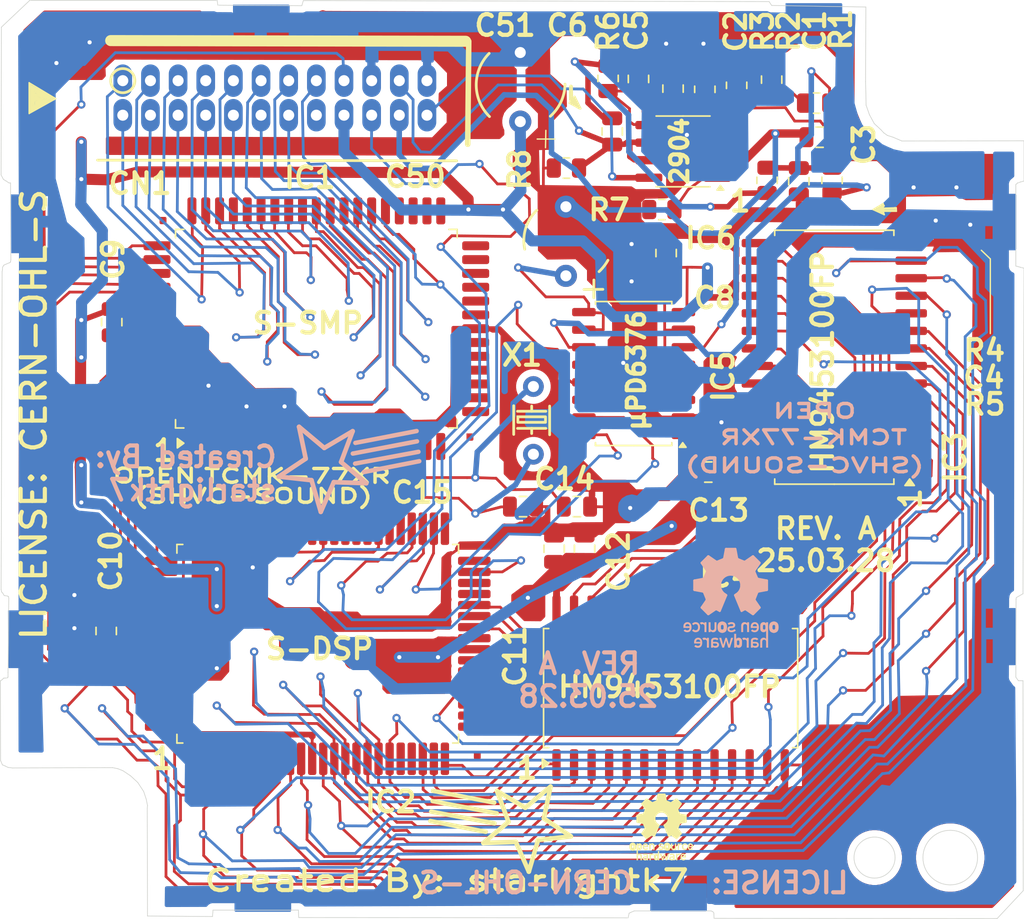
<source format=kicad_pcb>
(kicad_pcb (version 20241229) (generator "pcbnew") (generator_version "9.0")
  (title_block (title "Open TCMK-77XR (aka SHVC-SOUND)") (date "2025-03-28") (rev "A") (company "License: CERN-OHL-S") (comment 1 "This Document Is Not Endorsed By Nintendo or Mitsumi") (comment 2 "Documented by starlightk7 for Repair Usage") (comment 3 "Originally Designed By Nintendo and Manufactured By Mitsumi. ") (comment 4 "Used in SHVC-CPU-XX Super Famicom and SNES Units"))
  (layers (0 "F.Cu" signal) (2 "B.Cu" signal) (13 "F.Paste" user) (15 "B.Paste" user) (5 "F.SilkS" user "F.Silkscreen") (7 "B.SilkS" user "B.Silkscreen") (1 "F.Mask" user) (3 "B.Mask" user) (25 "Edge.Cuts" user))
  (net 0 "")
  (net 1 "Net-(C1-Pad2)")
  (net 2 "GND")
  (net 3 "R")
  (net 4 "Net-(C3-Pad1)")
  (net 5 "Net-(C4-Pad1)")
  (net 6 "Net-(IC6-IN2)")
  (net 7 "IN2")
  (net 8 "L")
  (net 9 "+5V")
  (net 10 "X.IN")
  (net 11 "X.OUT")
  (net 12 "Net-(IC1-SMP_D1)")
  (net 13 "PWR")
  (net 14 "Net-(IC1-SMP_D5)")
  (net 15 "Net-(IC1-SMP_A13)")
  (net 16 "Net-(IC1-SMP_A3)")
  (net 18 "Net-(IC1-SMP_A8)")
  (net 19 "Net-(IC1-SMP_A0)")
  (net 22 "Net-(IC1-SMP_A1)")
  (net 24 "Net-(IC1-SMP_A11)")
  (net 26 "Net-(IC1-SMP_D2)")
  (net 27 "Net-(IC1-SMP_A9)")
  (net 31 "D2")
  (net 32 "Net-(IC1-SMP_D4)")
  (net 33 "Net-(IC1-SMP_D3)")
  (net 35 "Net-(IC1-SMP_D0)")
  (net 36 "Net-(IC1-SMP_R{slash}W)")
  (net 37 "Net-(IC1-SMP_A4)")
  (net 38 "PA6")
  (net 39 "Net-(IC1-SMP_A7)")
  (net 40 "PRD")
  (net 42 "Net-(IC1-SMP_A12)")
  (net 45 "D1")
  (net 46 "Net-(IC1-SMP_CLK)")
  (net 47 "Net-(IC1-SMP_A14)")
  (net 50 "Net-(IC1-SMP_A10)")
  (net 51 "Net-(IC1-SMP_A2)")
  (net 52 "RST")
  (net 53 "D0")
  (net 57 "Net-(IC1-SMP_D7)")
  (net 58 "Net-(IC1-SMP_A5)")
  (net 59 "Net-(IC1-SMP_A15)")
  (net 60 "PA0")
  (net 62 "Net-(IC1-SMP_CLKEN)")
  (net 65 "Net-(IC2-DSP_RAM_A10)")
  (net 67 "A0")
  (net 69 "Net-(IC2-DSP_RAM_{slash}WE)")
  (net 70 "A2")
  (net 71 "DCK")
  (net 72 "Net-(IC2-DSP_RAM_{slash}OE)")
  (net 73 "Net-(IC2-DSP_RAM_A11)")
  (net 75 "A14")
  (net 79 "Net-(IC2-DSP_RAM_D3)")
  (net 80 "LRCK")
  (net 81 "Net-(IC2-DSP_RAM_A13)")
  (net 84 "A3")
  (net 86 "A6")
  (net 87 "Net-(CN1-NC)")
  (net 88 "Net-(IC2-DSP_RAM_D5)")
  (net 89 "Net-(IC2-DSP_RAM_D4)")
  (net 90 "Net-(IC2-DSP_RAM_A8)")
  (net 92 "BCLK")
  (net 93 "Net-(IC2-DSP_RAM_D6)")
  (net 94 "CE0")
  (net 95 "A1")
  (net 97 "A4")
  (net 98 "Net-(IC2-DSP_RAM_A9)")
  (net 101 "A7")
  (net 102 "MUTE")
  (net 103 "Net-(IC2-DSP_RAM_{slash}CE1)")
  (net 104 "A5")
  (net 105 "A12")
  (net 106 "R.OUT")
  (net 107 "DAC")
  (net 108 "Net-(IC5-L.REF)")
  (net 109 "Net-(IC1-SMP_A6)")
  (net 110 "CPU6")
  (net 113 "CPU4")
  (net 114 "AVCC")
  (net 115 "L.OUT")
  (net 116 "Net-(IC1-SMP_D6)")
  (net 117 "Net-(IC2-DSP_RAM_D7)")
  (net 118 "PA1")
  (net 119 "CPU1")
  (net 120 "PA7")
  (net 121 "CPU3")
  (net 122 "Net-(IC6-IN1)")
  (net 123 "CPU2")
  (net 124 "CPU7")
  (net 125 "CPU5")
  (net 126 "CPU0")
  (footprint "Capacitor_THT:C_Radial_D6.3mm_H5.0mm_P2.50mm" (layer "F.Cu") (at 73.549277 65.139752 90)
    (property "Reference" "C51")
    (property "Value" "47µf" (hide yes))
  )
  (footprint "Package_SO:SOIC-16W_5.3x10.2mm_P1.27mm" (layer "F.Cu") (at 81.75 84.87 180)
    (property "Reference" "IC5")
    (property "Value" "~" (hide yes))
  )
  (footprint "Resistor_SMD:R_0805_2012Metric" (layer "F.Cu") (at 83.7875 73)
    (property "Reference" "R7")
    (property "Value" "5.1k" (hide yes))
  )
  (footprint "Capacitor_SMD:C_0805_2012Metric" (layer "F.Cu") (at 84.6 64.25 90)
    (property "Reference" "C2")
    (property "Value" "C_Small" (hide yes))
  )
  (footprint "Resistor_SMD:R_0805_2012Metric" (layer "F.Cu") (at 94.9875 65.3)
    (property "Reference" "R1")
    (property "Value" "22k" (hide yes))
  )
  (footprint "Capacitor_SMD:C_0805_2012Metric" (layer "F.Cu") (at 73.75 94.5)
    (property "Reference" "C15")
    (property "Value" "C_Small" (hide yes))
  )
  (footprint "Capacitor_SMD:C_0805_2012Metric" (layer "F.Cu") (at 78.2 97.55 90)
    (property "Reference" "C12")
    (property "Value" "C_Small" (hide yes))
  )
  (footprint "Resistor_SMD:R_0805_2012Metric" (layer "F.Cu") (at 86.9 64.3 -90)
    (property "Reference" "R3")
    (property "Value" "22k" (hide yes))
  )
  (footprint "Resistor_SMD:R_0805_2012Metric" (layer "F.Cu") (at 89.2 64.0125 -90)
    (property "Reference" "R2")
    (property "Value" "22k" (hide yes))
  )
  (footprint "Resistor_SMD:R_0805_2012Metric" (layer "F.Cu") (at 76.8875 70)
    (property "Reference" "R8")
    (property "Value" "5.1k" (hide yes))
  )
  (footprint "Resistor_SMD:R_0805_2012Metric" (layer "F.Cu") (at 79.9 63.5125 -90)
    (property "Reference" "R6")
    (property "Value" "22k" (hide yes))
  )
  (footprint "Capacitor_SMD:C_0805_2012Metric" (layer "F.Cu") (at 80.2 67.35 90)
    (property "Reference" "C6")
    (property "Value" "C_Small" (hide yes))
  )
  (footprint "Capacitor_SMD:C_0805_2012Metric" (layer "F.Cu") (at 77.65 94.5)
    (property "Reference" "C14")
    (property "Value" "C_Small" (hide yes))
  )
  (footprint "OpenSFC:S-SMP" (layer "F.Cu") (at 58.888006 81.50687)
    (property "Reference" "IC1")
    (property "Value" "~" (hide yes))
  )
  (footprint "Capacitor_SMD:C_0805_2012Metric" (layer "F.Cu") (at 82.1 63.55 90)
    (property "Reference" "C5")
    (property "Value" "C_Small" (hide yes))
  )
  (footprint "Package_SO:SOIC-8_3.9x4.9mm_P1.27mm" (layer "F.Cu") (at 85.325 68.795 180)
    (property "Reference" "IC6")
    (property "Value" "~")
  )
  (footprint "OpenSFC:S-DSP" (layer "F.Cu") (at 58.9 104.25)
    (property "Reference" "IC2")
    (property "Value" "~" (hide yes))
  )
  (footprint "Package_SO:SOP-28_8.4x18.16mm_P1.27mm" (layer "F.Cu") (at 84.425341 107.634506 90)
    (property "Reference" "IC4")
    (property "Value" "~" (hide yes))
  )
  (footprint "Capacitor_SMD:C_0805_2012Metric" (layer "F.Cu") (at 87.15 92 180)
    (property "Reference" "C13")
    (property "Value" "C_Small" (hide yes))
  )
  (footprint "Capacitor_SMD:C_0805_2012Metric" (layer "F.Cu") (at 44 81.15 -90)
    (property "Reference" "C9")
    (property "Value" "C_Small" (hide yes))
  )
  (footprint "Capacitor_SMD:C_0805_2012Metric" (layer "F.Cu") (at 84.1 76.15 -90)
    (property "Reference" "C8")
    (property "Value" "C_Small" (hide yes))
  )
  (footprint "LOGO" (layer "F.Cu") (at 72.319536 116.307218 -140)
    (property "Reference" "G***" (hide yes))
    (property "Value" "LOGO" (hide yes))
  )
  (footprint "Capacitor_SMD:C_0805_2012Metric" (layer "F.Cu") (at 91.733552 63.6 -90)
    (property "Reference" "C1")
    (property "Value" "C_Small" (hide yes))
  )
  (footprint "Capacitor_SMD:C_0805_2012Metric" (layer "F.Cu") (at 93.7 70.95 -90)
    (property "Reference" "C4")
    (property "Value" "C_Small" (hide yes))
  )
  (footprint "Capacitor_SMD:C_0805_2012Metric" (layer "F.Cu") (at 43.6 103.5 -90)
    (property "Reference" "C10")
    (property "Value" "C_Small" (hide yes))
  )
  (footprint "Connector_PinHeader_2.00mm:PinHeader_2x12_P2.00mm_Vertical" (layer "F.Cu") (at 44.8 65.675 90)
    (property "Reference" "CN1")
    (property "Value" "~" (hide yes))
  )
  (footprint "Package_SO:SOP-28_8.4x18.16mm_P1.27mm" (layer "F.Cu") (at 96.263642 83.686992 180)
    (property "Reference" "IC3")
    (property "Value" "~" (hide yes))
  )
  (footprint "Resistor_SMD:R_0805_2012Metric" (layer "F.Cu") (at 96.1 70.8875 90)
    (property "Reference" "R5")
    (property "Value" "22k" (hide yes))
  )
  (footprint "Capacitor_SMD:C_0805_2012Metric" (layer "F.Cu") (at 95.2 67.765101 180)
    (property "Reference" "C3")
    (property "Value" "C_Small" (hide yes))
  )
  (footprint "Crystal:Crystal_HC18-U_Vertical" (layer "F.Cu") (at 74.5 90.71 90)
    (property "Reference" "X1")
    (property "Value" "24.576Mhz" (hide yes))
  )
  (footprint "Capacitor_THT:C_Radial_D6.3mm_H5.0mm_P2.50mm" (layer "F.Cu") (at 76.85 76.3 90)
    (property "Reference" "C50")
    (property "Value" "47µf" (hide yes))
  )
  (footprint "Capacitor_SMD:C_0805_2012Metric" (layer "F.Cu") (at 76 97.55 90)
    (property "Reference" "C11")
    (property "Value" "C_Small" (hide yes))
  )
  (footprint "Resistor_SMD:R_0805_2012Metric" (layer "F.Cu") (at 91.4 70.8875 90)
    (property "Reference" "R4")
    (property "Value" "22k" (hide yes))
  )
  (footprint "LOGO" (layer "B.Cu") (at 60.97 90.27 -40)
    (property "Reference" "G***" (hide yes))
    (property "Value" "LOGO" (hide yes))
  )
  (footprint "OpenSFC:NCStub" (layer "B.Cu") (at 58.827384 67.209959)
    (property "Reference" "U99" (hide yes))
    (property "Value" "~" (hide yes))
  )
  (gr_rect (start 47.240844 95.114229) (end 47.54 95.44) (stroke (width 0.2)) (fill yes) (layer "F.Cu"))
  (gr_rect (start 69.760844 89.304229) (end 70.06 89.63) (stroke (width 0.2)) (fill yes) (layer "F.Cu"))
  (gr_line (start 93.225 64.55) (end 91.95 64.55) (stroke (width 0.2)) (layer "F.Cu") (net 1))
  (gr_rect (start 47.560422 73.634229) (end 47.859578 73.96) (stroke (width 0.2)) (fill yes) (layer "F.Cu"))
  (gr_line (start 93.875 65.15) (end 93.225 64.55) (stroke (width 0.2)) (layer "F.Cu") (net 1))
  (gr_rect (start 70.290422 112.354229) (end 70.589578 112.68) (stroke (width 0.2)) (fill yes) (layer "F.Cu"))
  (gr_rect (start 107.825 101.94) (end 109.31 105.88) (stroke (width 0.2)) (fill yes) (layers "B.Cu" "B.Mask") (net 2))
  (gr_rect (start 92.84 58.165) (end 96.74 59.995) (stroke (width 0.2)) (fill yes) (layers "B.Cu" "B.Mask") (net 2))
  (gr_rect (start 107.815 71.96) (end 109.33 75.85) (stroke (width 0.2)) (fill yes) (layers "B.Cu" "B.Mask") (net 2))
  (gr_rect (start 52.98 121.895) (end 56.88 123.725) (stroke (width 0.2)) (fill yes) (layers "B.Cu" "B.Mask") (net 2))
  (gr_rect (start 83.05 121.865) (end 86.95 123.695) (stroke (width 0.2)) (fill yes) (layers "B.Cu" "B.Mask") (net 2))
  (gr_rect (start 36.78 72.01) (end 38.92 76.06) (stroke (width 0.2)) (fill yes) (layers "B.Cu" "B.Mask") (net 2))
  (gr_rect (start 52.87 58.27) (end 56.77 60.1) (stroke (width 0.2)) (fill yes) (layers "B.Cu" "B.Mask") (net 2))
  (gr_rect (start 36.6 102.11) (end 38.95 106.09) (stroke (width 0.2)) (fill yes) (layers "B.Cu" "B.Mask") (net 2))
  (gr_line (start 99.861051 73.368828) (end 99.790632 73.127393) (stroke (width 0.1)) (layer "F.SilkS"))
  (gr_line (start 99.790632 72.574102) (end 99.066325 73.006675) (stroke (width 0.1)) (layer "F.SilkS"))
  (gr_line (start 68.95 69.475) (end 42.975 69.425) (stroke (width 0.2)) (layer "F.SilkS"))
  (gr_line (start 83.259639 118.334004) (end 83.573329 117.576052) (stroke (width 0.1)) (layer "F.SilkS"))
  (gr_line (start 38.199061 65.825245) (end 39.683891 64.968148) (stroke (width 0.1)) (layer "F.SilkS"))
  (gr_line (start 74.375 87.6) (end 74.375 87.225) (stroke (width 0.2)) (layer "F.SilkS"))
  (gr_line (start 77.479147 64.81604) (end 77.087265 65.287858) (stroke (width 0.1)) (layer "F.SilkS"))
  (gr_line (start 38.025 66.05) (end 39.94846 64.97811) (stroke (width 0.1)) (layer "F.SilkS"))
  (gr_poly (pts (xy 84.181132 118.867364) (xy 84.187814 118.867637) (xy 84.194324 118.868084) (xy 84.200665 118.868698) (xy 84.206839 118.869474) (xy 84.212848 118.870405) (xy 84.218694 118.871485) (xy 84.224381 118.872707) (xy 84.229909 118.874065) (xy 84.235282 118.875553) (xy 84.240501 118.877164) (xy 84.245568 118.878891) (xy 84.250487 118.88073) (xy 84.255259 118.882672) (xy 84.259886 118.884712) (xy 84.264371 118.886844) (xy 84.272923 118.891357) (xy 84.280933 118.896159) (xy 84.288418 118.901199) (xy 84.295397 118.906428) (xy 84.301888 118.911794) (xy 84.307908 118.917246) (xy 84.313475 118.922733) (xy 84.318608 118.928205) (xy 84.325207 118.935765) (xy 84.331312 118.943396) (xy 84.33693 118.951191) (xy 84.342071 118.959245) (xy 84.346746 118.967649) (xy 84.350964 118.976499) (xy 84.354734 118.985886) (xy 84.358067 118.995905) (xy 84.360971 119.006649) (xy 84.363457 119.018211) (xy 84.365533 119.030685) (xy 84.367211 119.044164) (xy 84.368499 119.058742) (xy 84.369407 119.074512) (xy 84.369945 119.091567) (xy 84.370122 119.11) (xy 84.369945 119.128588) (xy 84.369407 119.14578) (xy 84.368499 119.161668) (xy 84.367211 119.176349) (xy 84.365533 119.189917) (xy 84.363457 119.202466) (xy 84.360971 119.214091) (xy 84.358067 119.224886) (xy 84.354734 119.234946) (xy 84.350964 119.244365) (xy 84.346746 119.253239) (xy 84.342071 119.26166) (xy 84.33693 119.269725) (xy 84.331312 119.277527) (xy 84.325207 119.285161) (xy 84.318608 119.292722) (xy 84.313475 119.298193) (xy 84.307908 119.303678) (xy 84.301888 119.309128) (xy 84.295397 119.31449) (xy 84.288418 119.319715) (xy 84.280933 119.324751) (xy 84.272923 119.329548) (xy 84.264371 119.334056) (xy 84.255259 119.338223) (xy 84.245568 119.341999) (xy 84.235281 119.345333) (xy 84.224381 119.348175) (xy 84.212848 119.350473) (xy 84.200665 119.352178) (xy 84.187814 119.353238) (xy 84.174277 119.353602) (xy 84.167427 119.35351) (xy 84.16075 119.353238) (xy 84.154244 119.352791) (xy 84.147907 119.352178) (xy 84.141737 119.351403) (xy 84.135731 119.350473) (xy 84.129888 119.349395) (xy 84.124204 119.348175) (xy 84.118679 119.346819) (xy 84.113309 119.345333) (xy 84.108092 119.343725) (xy 84.103026 119.341999) (xy 84.098109 119.340163) (xy 84.093339 119.338223) (xy 84.088713 119.336185) (xy 84.084229 119.334056) (xy 84.07568 119.329549) (xy 84.067671 119.324751) (xy 84.060187 119.319715) (xy 84.053209 119.31449) (xy 84.046719 119.309128) (xy 84.0407 119.303679) (xy 84.035132 119.298193) (xy 84.03 119.292722) (xy 84.023399 119.285161) (xy 84.017293 119.277528) (xy 84.011673 119.269727) (xy 84.006528 119.261664) (xy 84.001849 119.253244) (xy 83.997627 119.244372) (xy 83.993852 119.234954) (xy 83.990514 119.224896) (xy 83.987605 119.214102) (xy 83.985115 119.202478) (xy 83.983033 119.189929) (xy 83.981352 119.17636) (xy 83.98006 119.161678) (xy 83.97915 119.145787) (xy 83.97861 119.128593) (xy 83.978433 119.11) (xy 84.074026 119.11) (xy 84.074094 119.122424) (xy 84.074303 119.133744) (xy 84.074664 119.144045) (xy 84.075186 119.15341) (xy 84.075878 119.161925) (xy 84.07675 119.169671) (xy 84.077812 119.176734) (xy 84.079073 119.183197) (xy 84.080544 119.189145) (xy 84.082233 119.19466) (xy 84.08415 119.199827) (xy 84.086305 119.204729) (xy 84.088707 119.209452) (xy 84.091367 119.214077) (xy 84.094293 119.21869) (xy 84.097495 119.223374) (xy 84.100304 119.227012) (xy 84.103469 119.230524) (xy 84.106971 119.233895) (xy 84.110791 119.23711) (xy 84.114908 119.240154) (xy 84.119303 119.243012) (xy 84.123958 119.245669) (xy 84.128851 119.24811) (xy 84.133965 119.25032) (xy 84.139279 119.252284) (xy 84.144773 119.253987) (xy 84.150429 119.255414) (xy 84.156227 119.25655) (xy 84.162147 119.257379) (xy 84.168171 119.257888) (xy 84.174277 119.258061) (xy 84.180392 119.257888) (xy 84.186422 119.257378) (xy 84.192347 119.256547) (xy 84.198148 119.25541) (xy 84.203806 119.253981) (xy 84.209301 119.252277) (xy 84.214616 119.250311) (xy 84.219729 119.2481) (xy 84.224623 119.245658) (xy 84.229278 119.243) (xy 84.233674 119.240142) (xy 84.237793 119.237099) (xy 84.241616 119.233885) (xy 84.245122 119.230517) (xy 84.248294 119.227008) (xy 84.249749 119.225206) (xy 84.251112 119.223374) (xy 84.254314 119.218691) (xy 84.257238 119.214079) (xy 84.259895 119.209458) (xy 84.262294 119.204744) (xy 84.264445 119.199855) (xy 84.266358 119.194709) (xy 84.268042 119.189222) (xy 84.269507 119.183313) (xy 84.270764 119.176899) (xy 84.271821 119.169897) (xy 84.272689 119.162226) (xy 84.273377 119.153801) (xy 84.273895 119.144541) (xy 84.274253 119.134364) (xy 84.274528 119.110927) (xy 84.274461 119.098503) (xy 84.274253 119.087181) (xy 84.273895 119.076878) (xy 84.273377 119.067509) (xy 84.272689 119.058992) (xy 84.271821 119.051242) (xy 84.270764 119.044176) (xy 84.269507 119.03771) (xy 84.268042 119.03176) (xy 84.266358 119.026244) (xy 84.264445 119.021077) (xy 84.262294 119.016175) (xy 84.259895 119.011455) (xy 84.257238 119.006834) (xy 84.254314 119.002228) (xy 84.251112 118.997552) (xy 84.248294 118.993914) (xy 84.245122 118.990402) (xy 84.241616 118.987032) (xy 84.237793 118.983817) (xy 84.233674 118.980773) (xy 84.229278 118.977915) (xy 84.224623 118.975258) (xy 84.219729 118.972817) (xy 84.214616 118.970607) (xy 84.209301 118.968643) (xy 84.203806 118.96694) (xy 84.198148 118.965513) (xy 84.192347 118.964377) (xy 84.186422 118.963547) (xy 84.180392 118.963038) (xy 84.174277 118.962865) (xy 84.168171 118.963039) (xy 84.162147 118.963548) (xy 84.156227 118.96438) (xy 84.150429 118.965517) (xy 84.144773 118.966946) (xy 84.139279 118.96865) (xy 84.133965 118.970616) (xy 84.128851 118.972827) (xy 84.123958 118.975269) (xy 84.119303 118.977927) (xy 84.114908 118.980785) (xy 84.110791 118.983828) (xy 84.106971 118.987041) (xy 84.103469 118.99041) (xy 84.100304 118.993919) (xy 84.098854 118.995721) (xy 84.097495 118.997552) (xy 84.094293 119.002227) (xy 84.091367 119.006832) (xy 84.088707 119.011449) (xy 84.086305 119.01616) (xy 84.08415 119.021048) (xy 84.082233 119.026195) (xy 84.080544 119.031683) (xy 84.079073 119.037594) (xy 84.077812 119.044011) (xy 84.07675 119.051016) (xy 84.075878 119.058691) (xy 84.075186 119.067119) (xy 84.074664 119.076381) (xy 84.074303 119.086561) (xy 84.074026 119.11) (xy 83.978433 119.11) (xy 83.97861 119.091567) (xy 83.97915 119.074513) (xy 83.98006 119.058744) (xy 83.981352 119.044168) (xy 83.983033 119.030691) (xy 83.985115 119.018218) (xy 83.987605 119.006658) (xy 83.990514 118.995915) (xy 83.993852 118.985897) (xy 83.997627 118.97651) (xy 84.001849 118.967661) (xy 84.006528 118.959256) (xy 84.011673 118.951201) (xy 84.017293 118.943403) (xy 84.023399 118.935769) (xy 84.03 118.928205) (xy 84.035132 118.922733) (xy 84.0407 118.917246) (xy 84.046719 118.911794) (xy 84.053209 118.906428) (xy 84.060187 118.9012) (xy 84.067672 118.896159) (xy 84.07568 118.891357) (xy 84.08423 118.886844) (xy 84.093339 118.882672) (xy 84.103026 118.878891) (xy 84.113309 118.875553) (xy 84.124204 118.872707) (xy 84.135731 118.870405) (xy 84.147907 118.868698) (xy 84.16075 118.867637) (xy 84.174277 118.867272)) (stroke (width -0.000001)) (fill yes) (layer "F.SilkS"))
  (gr_line (start 77.214674 65.169377) (end 77.439963 64.868992) (stroke (width 0.1)) (layer "F.SilkS"))
  (gr_line (start 78.875 78.1) (end 78.870335 79.382252) (stroke (width 0.2)) (layer "F.SilkS"))
  (gr_curve (pts (xy 84.174277 119.353602) (xy 84.248334 119.353602) (xy 84.292361 119.321773) (xy 84.318608 119.292722)) (stroke (width 0.1)) (layer "F.SilkS"))
  (gr_line (start 77.125 65.05) (end 77.275 65.15) (stroke (width 0.1)) (layer "F.SilkS"))
  (gr_curve (pts (xy 85.182075 116.02226) (xy 85.188134 116.01337) (xy 85.186944 115.99985) (xy 85.179297 115.992203)) (stroke (width 0.1)) (layer "F.SilkS"))
  (gr_poly (pts (xy 83.125272 119.617846) (xy 83.132254 119.61833) (xy 83.139092 119.619128) (xy 83.145793 119.620229) (xy 83.15236 119.621628) (xy 83.158801 119.623314) (xy 83.165121 119.625281) (xy 83.171325 119.627519) (xy 83.177418 119.63002) (xy 83.183408 119.632777) (xy 83.189298 119.635782) (xy 83.195095 119.639025) (xy 83.200805 119.642499) (xy 83.206433 119.646195) (xy 83.211984 119.650105) (xy 83.217464 119.654222) (xy 83.148144 119.736693) (xy 83.144 119.733643) (xy 83.139988 119.73083) (xy 83.136087 119.728249) (xy 83.132272 119.725893) (xy 83.128524 119.723758) (xy 83.12482 119.721837) (xy 83.121138 119.720126) (xy 83.117455 119.718618) (xy 83.113751 119.717309) (xy 83.110003 119.716192) (xy 83.106188 119.715262) (xy 83.102286 119.714514) (xy 83.098274 119.713941) (xy 83.09413 119.713539) (xy 83.089832 119.713302) (xy 83.085358 119.713224) (xy 83.076594 119.713578) (xy 83.067918 119.71465) (xy 83.059395 119.716452) (xy 83.051092 119.718999) (xy 83.047043 119.720556) (xy 83.043074 119.722304) (xy 83.039192 119.724245) (xy 83.035407 119.72638) (xy 83.031726 119.728712) (xy 83.028158 119.731241) (xy 83.02471 119.733971) (xy 83.021392 119.736901) (xy 83.01821 119.740035) (xy 83.015175 119.743373) (xy 83.012293 119.746917) (xy 83.009573 119.75067) (xy 83.007023 119.754633) (xy 83.004652 119.758807) (xy 83.002467 119.763194) (xy 83.000478 119.767796) (xy 82.998691 119.772614) (xy 82.997116 119.777651) (xy 82.995761 119.782908) (xy 82.994634 119.788386) (xy 82.993743 119.794087) (xy 82.993096 119.800014) (xy 82.992702 119.806167) (xy 82.992569 119.812549) (xy 82.992569 120.098378) (xy 82.897001 120.098378) (xy 82.897001 119.623318) (xy 82.992569 119.623318) (xy 82.992569 119.673907) (xy 82.994447 119.673907) (xy 83.000221 119.667101) (xy 83.006294 119.660735) (xy 83.012659 119.654806) (xy 83.019307 119.649316) (xy 83.02623 119.644265) (xy 83.033419 119.639653) (xy 83.040867 119.63548) (xy 83.048564 119.631746) (xy 83.056503 119.62845) (xy 83.064676 119.625594) (xy 83.073073 119.623177) (xy 83.081687 119.621199) (xy 83.090508 119.619661) (xy 83.09953 119.618562) (xy 83.108743 119.617903) (xy 83.11814 119.617683)) (stroke (width -0.000001)) (fill yes) (layer "F.SilkS"))
  (gr_line (start 77.910772 65.712968) (end 77.51257 64.860677) (stroke (width 0.1)) (layer "F.SilkS"))
  (gr_line (start 77.865508 65.594922) (end 77.214674 65.269505) (stroke (width 0.1)) (layer "F.SilkS"))
  (gr_line (start 38.621574 64.859502) (end 38.694005 65.088866) (stroke (width 0.1)) (layer "F.SilkS"))
  (gr_line (start 99.740333 72.765239) (end 99.31782 73.046914) (stroke (width 0.1)) (layer "F.SilkS"))
  (gr_line (start 83.049428 118.263122) (end 83.082501 118.261984) (stroke (width 0.1)) (layer "F.SilkS"))
  (gr_line (start 99.811298 73.20007) (end 99.879147 73.37554) (stroke (width 0.1)) (layer "F.SilkS"))
  (gr_poly (pts (xy 85.045847 119.617846) (xy 85.052822 119.61833) (xy 85.059656 119.619128) (xy 85.066354 119.620229) (xy 85.072921 119.621628) (xy 85.079362 119.623314) (xy 85.085683 119.625281) (xy 85.091888 119.627519) (xy 85.097985 119.63002) (xy 85.103977 119.632777) (xy 85.109871 119.635782) (xy 85.115672 119.639025) (xy 85.121384 119.642499) (xy 85.127014 119.646195) (xy 85.132567 119.650105) (xy 85.138048 119.654222) (xy 85.068701 119.736693) (xy 85.064558 119.733643) (xy 85.060547 119.73083) (xy 85.056646 119.728249) (xy 85.052833 119.725893) (xy 85.049087 119.723758) (xy 85.045384 119.721837) (xy 85.041703 119.720126) (xy 85.038022 119.718618) (xy 85.034319 119.717309) (xy 85.030571 119.716192) (xy 85.026757 119.715262) (xy 85.022854 119.714514) (xy 85.018841 119.713941) (xy 85.014695 119.713539) (xy 85.010393 119.713302) (xy 85.005915 119.713224) (xy 84.997147 119.713578) (xy 84.988469 119.71465) (xy 84.979945 119.716452) (xy 84.971642 119.718999) (xy 84.967594 119.720556) (xy 84.963625 119.722304) (xy 84.959745 119.724245) (xy 84.955961 119.72638) (xy 84.952282 119.728712) (xy 84.948715 119.731241) (xy 84.945269 119.733971) (xy 84.941952 119.736901) (xy 84.938773 119.740035) (xy 84.935739 119.743373) (xy 84.932859 119.746917) (xy 84.930141 119.75067) (xy 84.927593 119.754633) (xy 84.925224 119.758807) (xy 84.923041 119.763194) (xy 84.921054 119.767796) (xy 84.919269 119.772614) (xy 84.917696 119.777651) (xy 84.916342 119.782908) (xy 84.915215 119.788386) (xy 84.914325 119.794087) (xy 84.913679 119.800014) (xy 84.913286 119.806167) (xy 84.913153 119.812549) (xy 84.913153 120.098378) (xy 84.817612 120.098378) (xy 84.817612 119.623318) (xy 84.913153 119.623318) (xy 84.913153 119.673907) (xy 84.915058 119.673907) (xy 84.920831 119.667101) (xy 84.926903 119.660735) (xy 84.933267 119.654806) (xy 84.939913 119.649316) (xy 84.946834 119.644265) (xy 84.954021 119.639653) (xy 84.961466 119.63548) (xy 84.969161 119.631746) (xy 84.977098 119.62845) (xy 84.985268 119.625594) (xy 84.993663 119.623177) (xy 85.002274 119.621199) (xy 85.011095 119.619661) (xy 85.020115 119.618562) (xy 85.029327 119.617903) (xy 85.038724 119.617683)) (stroke (width -0.000001)) (fill yes) (layer "F.SilkS"))
  (gr_line (start 39.140661 64.907789) (end 38.476712 64.630138) (stroke (width 0.1)) (layer "F.SilkS"))
  (gr_line (start 84.938579 117.765573) (end 85.071029 117.434711) (stroke (width 0.1)) (layer "F.SilkS"))
  (gr_poly (pts (xy 82.615814 119.618154) (xy 82.636417 119.619603) (xy 82.656033 119.622088) (xy 82.665452 119.623736) (xy 82.6746 119.625664) (xy 82.68347 119.627879) (xy 82.692053 119.630388) (xy 82.700341 119.633198) (xy 82.708326 119.636315) (xy 82.716 119.639748) (xy 82.723355 119.643503) (xy 82.730384 119.647586) (xy 82.737077 119.652006) (xy 82.743427 119.656769) (xy 82.749426 119.661882) (xy 82.755066 119.667352) (xy 82.760338 119.673186) (xy 82.765235 119.679392) (xy 82.769748 119.685975) (xy 82.77387 119.692944) (xy 82.777592 119.700305) (xy 82.780906 119.708065) (xy 82.783805 119.716232) (xy 82.78628 119.724812) (xy 82.788323 119.733812) (xy 82.789926 119.74324) (xy 82.791081 119.753102) (xy 82.79178 119.763406) (xy 82.792014 119.774158) (xy 82.792014 120.098378) (xy 82.696421 120.098378) (xy 82.696421 120.056203) (xy 82.694542 120.056203) (xy 82.690697 120.062151) (xy 82.686517 120.067685) (xy 82.681974 120.072809) (xy 82.67704 120.077526) (xy 82.671689 120.081842) (xy 82.665892 120.08576) (xy 82.659623 120.089286) (xy 82.652854 120.092422) (xy 82.645557 120.095173) (xy 82.637706 120.097544) (xy 82.629272 120.099538) (xy 82.620228 120.101161) (xy 82.610548 120.102415) (xy 82.600203 120.103306) (xy 82.589167 120.103837) (xy 82.577411 120.104014) (xy 82.567614 120.103831) (xy 82.558078 120.103288) (xy 82.548807 120.102394) (xy 82.539803 120.101155) (xy 82.531071 120.09958) (xy 82.522613 120.097676) (xy 82.514433 120.095452) (xy 82.506534 120.092915) (xy 82.498919 120.090073) (xy 82.491591 120.086935) (xy 82.484555 120.083507) (xy 82.477812 120.079799) (xy 82.471366 120.075817) (xy 82.46522 120.07157) (xy 82.459379 120.067066) (xy 82.453844 120.062312) (xy 82.44862 120.057317) (xy 82.443708 120.052088) (xy 82.439114 120.046633) (xy 82.43484 120.04096) (xy 82.430889 120.035077) (xy 82.427264 120.028991) (xy 82.423969 120.022712) (xy 82.421008 120.016246) (xy 82.418382 120.009602) (xy 82.416096 120.002787) (xy 82.414153 119.99581) (xy 82.412555 119.988677) (xy 82.411307 119.981398) (xy 82.410412 119.97398) (xy 82.409872 119.96643) (xy 82.409692 119.958758) (xy 82.409793 119.954074) (xy 82.499624 119.954074) (xy 82.499924 119.959993) (xy 82.500838 119.965789) (xy 82.502386 119.971426) (xy 82.50459 119.97687) (xy 82.505944 119.979508) (xy 82.50747 119.982084) (xy 82.509169 119.984593) (xy 82.511045 119.987032) (xy 82.5131 119.989395) (xy 82.515337 119.991678) (xy 82.517759 119.993877) (xy 82.520367 119.995987) (xy 82.523164 119.998004) (xy 82.526154 119.999924) (xy 82.529338 120.001741) (xy 82.53272 120.003451) (xy 82.536301 120.005051) (xy 82.540084 120.006534) (xy 82.544072 120.007898) (xy 82.548268 120.009137) (xy 82.557292 120.011223) (xy 82.567176 120.012758) (xy 82.577941 120.013705) (xy 82.589608 120.014029) (xy 82.603932 120.013916) (xy 82.617063 120.013523) (xy 82.629039 120.012764) (xy 82.639896 120.011557) (xy 82.644916 120.010759) (xy 82.649671 120.009817) (xy 82.654165 120.008721) (xy 82.658402 120.007461) (xy 82.662388 120.006026) (xy 82.666126 120.004405) (xy 82.669622 120.002588) (xy 82.672879 120.000565) (xy 82.675904 119.998324) (xy 82.678699 119.995856) (xy 82.681271 119.993151) (xy 82.683623 119.990197) (xy 82.685761 119.986984) (xy 82.687688 119.983501) (xy 82.68941 119.979739) (xy 82.690931 119.975687) (xy 82.692255 119.971333) (xy 82.693388 119.966669) (xy 82.694334 119.961682) (xy 82.695097 119.956364) (xy 82.695683 119.950703) (xy 82.696096 119.944688) (xy 82.69634 119.93831) (xy 82.696421 119.931558) (xy 82.696421 119.896871) (xy 82.582121 119.896871) (xy 82.576935 119.896937) (xy 82.571924 119.897132) (xy 82.567088 119.897456) (xy 82.562426 119.897906) (xy 82.557936 119.898481) (xy 82.553619 119.899178) (xy 82.549474 119.899995) (xy 82.5455 119.900931) (xy 82.541696 119.901984) (xy 82.538061 119.903152) (xy 82.534596 119.904433) (xy 82.531299 119.905824) (xy 82.528169 119.907325) (xy 82.525206 119.908934) (xy 82.522409 119.910648) (xy 82.519778 119.912465) (xy 82.517312 119.914384) (xy 82.515009 119.916402) (xy 82.512871 119.918519) (xy 82.510894 119.920731) (xy 82.50908 119.923038) (xy 82.507428 119.925436) (xy 82.505936 119.927925) (xy 82.504603 119.930502) (xy 82.503431 119.933166) (xy 82.502416 119.935914) (xy 82.50156 119.938745) (xy 82.500861 119.941657) (xy 82.500319 119.944648) (xy 82.499932 119.947715) (xy 82.499701 119.950858) (xy 82.499624 119.954074) (xy 82.409793 119.954074) (xy 82.409845 119.951678) (xy 82.410306 119.944674) (xy 82.411073 119.937755) (xy 82.412146 119.930931) (xy 82.413524 119.924211) (xy 82.415207 119.917607) (xy 82.417194 119.911126) (xy 82.419485 119.90478) (xy 82.42208 119.898578) (xy 82.424977 119.892529) (xy 82.428177 119.886644) (xy 82.431678 119.880932) (xy 82.435481 119.875404) (xy 82.439584 119.870068) (xy 82.443988 119.864935) (xy 82.448691 119.860015) (xy 82.453694 119.855317) (xy 82.458995 119.850851) (xy 82.464594 119.846627) (xy 82.470492 119.842654) (xy 82.476686 119.838943) (xy 82.483177 119.835504) (xy 82.489964 119.832345) (xy 82.497046 119.829478) (xy 82.504424 119.826911) (xy 82.512096 119.824654) (xy 82.520063 119.822718) (xy 82.528323 119.821112) (xy 82.536876 119.819846) (xy 82.545721 119.818929) (xy 82.554859 119.818372) (xy 82.564288 119.818184) (xy 82.696421 119.818184) (xy 82.696421 119.768522) (xy 82.696078 119.76043) (xy 82.695646 119.756632) (xy 82.695039 119.752998) (xy 82.694254 119.749523) (xy 82.693289 119.746206) (xy 82.692142 119.743045) (xy 82.690813 119.740037) (xy 82.689298 119.73718) (xy 82.687595 119.73447) (xy 82.685704 119.731907) (xy 82.683622 119.729488) (xy 82.681347 119.72721) (xy 82.678877 119.72507) (xy 82.676211 119.723067) (xy 82.673346 119.721198) (xy 82.67028 119.719461) (xy 82.667013 119.717853) (xy 82.659863 119.715016) (xy 82.651882 119.712667) (xy 82.643055 119.710788) (xy 82.633365 119.70936) (xy 82.622798 119.708363) (xy 82.61134 119.707779) (xy 82.598975 119.707588) (xy 82.589965 119.707701) (xy 82.581542 119.708046) (xy 82.573676 119.708637) (xy 82.566337 119.709485) (xy 82.562857 119.710009) (xy 82.559499 119.710602) (xy 82.556258 119.711266) (xy 82.553131 119.712002) (xy 82.550114 119.712811) (xy 82.547205 119.713695) (xy 82.544399 119.714656) (xy 82.541692 119.715695) (xy 82.539082 119.716813) (xy 82.536564 119.718013) (xy 82.534135 119.719295) (xy 82.531792 119.720661) (xy 82.52953 119.722113) (xy 82.527346 119.723653) (xy 82.525237 119.725281) (xy 82.523199 119.726999) (xy 82.521228 119.72881) (xy 82.519321 119.730713) (xy 82.517474 119.732712) (xy 82.515684 119.734807) (xy 82.513946 119.736999) (xy 82.512258 119.739292) (xy 82.510616 119.741685) (xy 82.509016 119.744181) (xy 82.43406 119.68703) (xy 82.441098 119.677906) (xy 82.448514 119.669511) (xy 82.456311 119.661826) (xy 82.464495 119.65483) (xy 82.473068 119.648506) (xy 82.482035 119.642834) (xy 82.4914 119.637794) (xy 82.501168 119.633366) (xy 82.511342 119.629532) (xy 82.521927 119.626272) (xy 82.532927 119.623567) (xy 82.544345 119.621397) (xy 82.556187 119.619743) (xy 82.568455 119.618586) (xy 82.581156 119.617905) (xy 82.594291 119.617683)) (stroke (width -0.000001)) (fill yes) (layer "F.SilkS"))
  (gr_line (start 84.456905 115.93082) (end 84.423118 115.933254) (stroke (width 0.1)) (layer "F.SilkS"))
  (gr_line (start 73.35 87.6) (end 75.4 87.6) (stroke (width 0.2)) (layer "F.SilkS"))
  (gr_line (start 99.629675 73.026794) (end 99.639735 72.916136) (stroke (width 0.1)) (layer "F.SilkS"))
  (gr_line (start 38.025 63.825) (end 38.025 66.05) (stroke (width 0.1)) (layer "F.SilkS"))
  (gr_line (start 77.296005 64.287826) (end 77.226145 64.057288) (stroke (width 0.1)) (layer "F.SilkS"))
  (gr_poly (pts (xy 83.842146 119.955952) (xy 83.844024 119.955952) (xy 83.951763 119.623318) (xy 84.02111 119.623318) (xy 84.128848 119.955952) (xy 84.13078 119.955952) (xy 84.221611 119.623318) (xy 84.322841 119.623318) (xy 84.171076 120.098378) (xy 84.0867 120.098378) (xy 83.987375 119.765717) (xy 83.985497 119.765717) (xy 83.886173 120.098378) (xy 83.80185 120.098378) (xy 83.650058 119.623318) (xy 83.751235 119.623318)) (stroke (width -0.000001)) (fill yes) (layer "F.SilkS"))
  (gr_line (start 99.066325 73.006675) (end 99.861051 73.368828) (stroke (width 0.1)) (layer "F.SilkS"))
  (gr_curve (pts (xy 82.152543 119.258061) (xy 82.242501 119.258061) (xy 82.247185 119.184004) (xy 82.247185 119.110926)) (stroke (width 0.1)) (layer "F.SilkS"))
  (gr_line (start 75.674562 87.225583) (end 75.674562 89.300583) (stroke (width 0.2)) (layer "F.SilkS"))
  (gr_poly (pts (xy 82.192298 118.867601) (xy 82.20263 118.868495) (xy 82.212593 118.869955) (xy 82.222188 118.871955) (xy 82.231416 118.874472) (xy 82.240277 118.877481) (xy 82.248774 118.880956) (xy 82.256908 118.884873) (xy 82.264679 118.889207) (xy 82.27209 118.893935) (xy 82.279141 118.89903) (xy 82.285833 118.904468) (xy 82.292169 118.910224) (xy 82.298148 118.916275) (xy 82.303773 118.922594) (xy 82.309044 118.929157) (xy 82.313744 118.935471) (xy 82.31802 118.941849) (xy 82.321891 118.948422) (xy 82.325373 118.955319) (xy 82.326972 118.958931) (xy 82.328481 118.962673) (xy 82.3299 118.966561) (xy 82.331232 118.970612) (xy 82.332479 118.974842) (xy 82.333643 118.979268) (xy 82.335731 118.988771) (xy 82.337511 118.999252) (xy 82.339 119.010841) (xy 82.340215 119.023668) (xy 82.341172 119.037865) (xy 82.341888 119.053561) (xy 82.342379 119.070888) (xy 82.342661 119.089975) (xy 82.342752 119.110953) (xy 82.342379 119.150697) (xy 82.341172 119.183482) (xy 82.340215 119.197587) (xy 82.339 119.210338) (xy 82.337511 119.221866) (xy 82.335731 119.232297) (xy 82.333643 119.241762) (xy 82.331232 119.250389) (xy 82.328481 119.258307) (xy 82.325372 119.265645) (xy 82.321891 119.272531) (xy 82.31802 119.279094) (xy 82.313744 119.285464) (xy 82.309044 119.291769) (xy 82.303773 119.298332) (xy 82.298148 119.304652) (xy 82.292169 119.310702) (xy 82.285833 119.316459) (xy 82.279141 119.321897) (xy 82.27209 119.326992) (xy 82.264679 119.331719) (xy 82.256908 119.336053) (xy 82.248774 119.339971) (xy 82.244571 119.341765) (xy 82.240277 119.343446) (xy 82.235892 119.34501) (xy 82.231415 119.346454) (xy 82.226848 119.347775) (xy 82.222188 119.348971) (xy 82.217437 119.350037) (xy 82.212593 119.350971) (xy 82.207658 119.35177) (xy 82.20263 119.352431) (xy 82.19751 119.35295) (xy 82.192298 119.353325) (xy 82.186992 119.353552) (xy 82.181594 119.353628) (xy 82.172575 119.353368) (xy 82.163787 119.352596) (xy 82.155219 119.351331) (xy 82.146859 119.349587) (xy 82.138698 119.347383) (xy 82.130723 119.344734) (xy 82.122924 119.341656) (xy 82.11529 119.338167) (xy 82.107809 119.334282) (xy 82.100472 119.330019) (xy 82.093266 119.325393) (xy 82.086181 119.320421) (xy 82.079205 119.31512) (xy 82.072329 119.309506) (xy 82.06554 119.303595) (xy 82.058828 119.297404) (xy 82.058484 119.673907) (xy 82.064587 119.667101) (xy 82.070949 119.660734) (xy 82.077564 119.654806) (xy 82.084425 119.649316) (xy 82.091528 119.644265) (xy 82.098867 119.639653) (xy 82.106437 119.635479) (xy 82.114231 119.631745) (xy 82.122245 119.62845) (xy 82.130474 119.625594) (xy 82.13891 119.623177) (xy 82.14755 119.621199) (xy 82.156387 119.619661) (xy 82.165416 119.618562) (xy 82.174632 119.617902) (xy 82.184028 119.617682) (xy 82.190996 119.61785) (xy 82.198007 119.618351) (xy 82.205043 119.619184) (xy 82.212087 119.620349) (xy 82.219123 119.621843) (xy 82.226132 119.623667) (xy 82.233098 119.625818) (xy 82.240003 119.628296) (xy 82.246829 119.631099) (xy 82.25356 119.634225) (xy 82.260178 119.637675) (xy 82.266665 119.641447) (xy 82.273005 119.645539) (xy 82.27918 119.64995) (xy 82.285173 119.654679) (xy 82.290966 119.659725) (xy 82.296543 119.665087) (xy 82.301885 119.670763) (xy 82.306976 119.676752) (xy 82.311797 119.683053) (xy 82.316333 119.689665) (xy 82.320565 119.696587) (xy 82.324476 119.703818) (xy 82.328049 119.711355) (xy 82.331267 119.719199) (xy 82.334112 119.727347) (xy 82.336566 119.735799) (xy 82.338614 119.744553) (xy 82.340236 119.753609) (xy 82.341416 119.762964) (xy 82.342137 119.772619) (xy 82.342382 119.782571) (xy 82.342382 120.098377) (xy 82.246814 120.098377) (xy 82.246814 119.815406) (xy 82.246697 119.809421) (xy 82.246348 119.803598) (xy 82.245774 119.797938) (xy 82.244978 119.792443) (xy 82.243966 119.787115) (xy 82.242743 119.781956) (xy 82.241314 119.776968) (xy 82.239683 119.772153) (xy 82.237856 119.767512) (xy 82.235838 119.763047) (xy 82.233633 119.758761) (xy 82.231247 119.754655) (xy 82.228685 119.750731) (xy 82.225951 119.74699) (xy 82.22305 119.743436) (xy 82.219989 119.740069) (xy 82.21677 119.736892) (xy 82.2134 119.733906) (xy 82.209884 119.731113) (xy 82.206226 119.728516) (xy 82.202432 119.726116) (xy 82.198505 119.723914) (xy 82.194452 119.721913) (xy 82.190278 119.720115) (xy 82.185987 119.718522) (xy 82.181584 119.717134) (xy 82.177074 119.715956) (xy 82.172463 119.714987) (xy 82.167754 119.71423) (xy 82.162954 119.713687) (xy 82.158067 119.71336) (xy 82.153099 119.713251) (xy 82.148046 119.71336) (xy 82.14308 119.713687) (xy 82.138207 119.71423) (xy 82.13343 119.714987) (xy 82.128755 119.715956) (xy 82.124187 119.717134) (xy 82.119729 119.718522) (xy 82.115388 119.720115) (xy 82.111168 119.721913) (xy 82.107073 119.723914) (xy 82.103109 119.726116) (xy 82.09928 119.728516) (xy 82.095591 119.731114) (xy 82.092046 119.733906) (xy 82.088652 119.736892) (xy 82.085412 119.740069) (xy 82.082331 119.743436) (xy 82.079414 119.746991) (xy 82.076666 119.750731) (xy 82.074091 119.754655) (xy 82.071695 119.758761) (xy 82.069482 119.763047) (xy 82.067457 119.767512) (xy 82.065625 119.772153) (xy 82.06399 119.776968) (xy 82.062558 119.781956) (xy 82.061333 119.787115) (xy 82.06032 119.792443) (xy 82.059524 119.797938) (xy 82.058949 119.803598) (xy 82.058601 119.809421) (xy 82.058484 119.815406) (xy 82.058484 120.098378) (xy 81.96289 120.098378) (xy 81.96289 119.110926) (xy 82.058828 119.110926) (xy 82.059203 119.136893) (xy 82.059847 119.149912) (xy 82.060951 119.162781) (xy 82.062631 119.17537) (xy 82.065005 119.187549) (xy 82.068188 119.199186) (xy 82.07012 119.204761) (xy 82.072298 119.210152) (xy 82.074737 119.215342) (xy 82.077452 119.220316) (xy 82.080456 119.225056) (xy 82.083765 119.229548) (xy 82.087394 119.233773) (xy 82.091356 119.237717) (xy 82.095666 119.241362) (xy 82.10034 119.244693) (xy 82.10539 119.247693) (xy 82.110834 119.250346) (xy 82.116683 119.252635) (xy 82.122954 119.254545) (xy 82.129661 119.256059) (xy 82.136819 119.25716) (xy 82.144441 119.257833) (xy 82.152543 119.258061) (xy 82.160729 119.257846) (xy 82.168431 119.257212) (xy 82.175662 119.25617) (xy 82.182438 119.254736) (xy 82.188773 119.252923) (xy 82.194682 119.250745) (xy 82.20018 119.248215) (xy 82.205282 119.245348) (xy 82.210002 119.242156) (xy 82.214356 119.238655) (xy 82.218357 119.234856) (xy 82.222021 119.230775) (xy 82.225362 119.226425) (xy 82.228396 119.22182) (xy 82.231136 119.216973) (xy 82.233598 119.211898) (xy 82.235797 119.206609) (xy 82.237747 119.20112) (xy 82.239462 119.195444) (xy 82.240959 119.189595) (xy 82.242251 119.183587) (xy 82.243353 119.177434) (xy 82.245047 119.164746) (xy 82.246159 119.151641) (xy 82.246808 119.13823) (xy 82.24711 119.124621) (xy 82.247185 119.110926) (xy 82.246808 119.083302) (xy 82.246159 119.069762) (xy 82.245047 119.056549) (xy 82.243353 119.04377) (xy 82.240959 119.031534) (xy 82.237747 119.01995) (xy 82.235797 119.014435) (xy 82.233598 119.009124) (xy 82.231136 119.00403) (xy 82.228396 118.999167) (xy 82.225362 118.994548) (xy 82.222021 118.990186) (xy 82.218357 118.986095) (xy 82.214356 118.982289) (xy 82.210002 118.978782) (xy 82.205282 118.975586) (xy 82.20018 118.972715) (xy 82.194682 118.970183) (xy 82.188773 118.968003) (xy 82.182438 118.96619) (xy 82.175662 118.964756) (xy 82.168431 118.963714) (xy 82.160729 118.96308) (xy 82.152543 118.962865) (xy 82.144443 118.963093) (xy 82.136823 118.963766) (xy 82.129667 118.964868) (xy 82.122962 118.966383) (xy 82.116692 118.968294) (xy 82.110843 118.970587) (xy 82.105401 118.973243) (xy 82.100351 118.976248) (xy 82.095678 118.979585) (xy 82.091368 118.983238) (xy 82.087405 118.987191) (xy 82.083777 118.991428) (xy 82.080468 118.995932) (xy 82.077463 119.000688) (xy 82.074748 119.00568) (xy 82.072308 119.010891) (xy 82.070129 119.016305) (xy 82.068197 119.021905) (xy 82.066496 119.027677) (xy 82.065011 119.033604) (xy 82.06373 119.039669) (xy 82.062636 119.045857) (xy 82.060954 119.058536) (xy 82.059849 119.071511) (xy 82.059204 119.084654) (xy 82.058902 119.097835) (xy 82.058828 119.110926) (xy 81.96289 119.110926) (xy 81.96289 118.872933) (xy 82.058828 118.872933) (xy 82.058828 118.922596) (xy 82.064615 118.916568) (xy 82.070718 118.9108) (xy 82.077122 118.90531) (xy 82.083814 118.900114) (xy 82.09078 118.895232) (xy 82.098007 118.890681) (xy 82.10548 118.886479) (xy 82.113186 118.882644) (xy 82.121112 118.879193) (xy 82.129244 118.876144) (xy 82.137568 118.873515) (xy 82.146071 118.871325) (xy 82.154738 118.86959) (xy 82.163557 118.868328) (xy 82.172514 118.867559) (xy 82.181594 118.867298)) (stroke (width -0.000001)) (fill yes) (layer "F.SilkS"))
  (gr_line (start 106.9 75.95) (end 107.55 76.575) (stroke (width 0.1)) (layer "F.SilkS"))
  (gr_line (start 77.15 65.075) (end 77.225 65.15) (stroke (width 0.1)) (layer "F.SilkS"))
  (gr_line (start 82.451549 116.758437) (end 82.016627 116.83932) (stroke (width 0.1)) (layer "F.SilkS"))
  (gr_line (start 84.302494 118.343238) (end 84.454629 118.262011) (stroke (width 0.1)) (layer "F.SilkS"))
  (gr_curve (pts (xy 83.973035 117.547715) (xy 83.96388 117.553351) (xy 83.9597 117.566077) (xy 83.963827 117.576052)) (stroke (width 0.1)) (layer "F.SilkS"))
  (gr_line (start 39.526958 64.956076) (end 38.283564 64.231769) (stroke (width 0.1)) (layer "F.SilkS"))
  (gr_line (start 77.3 64.075) (end 77.25 64.025) (stroke (width 0.1)) (layer "F.SilkS"))
  (gr_curve (pts (xy 81.49 119.11) (xy 81.49 119.213056) (xy 81.504975 119.252426) (xy 81.541514 119.292722)) (stroke (width 0.1)) (layer "F.SilkS"))
  (gr_line (start 38.331851 64.352487) (end 38.404282 65.547594) (stroke (width 0.1)) (layer "F.SilkS"))
  (gr_line (start 100.675897 72.875897) (end 99.730273 72.906076) (stroke (width 0.1)) (layer "F.SilkS"))
  (gr_curve (pts (xy 81.76268 118.997552) (xy 81.780486 119.02282) (xy 81.786095 119.041579) (xy 81.786095 119.110927)) (stroke (width 0.1)) (layer "F.SilkS"))
  (gr_line (start 77.339835 65.294537) (end 77.740348 65.469762) (stroke (width 0.1)) (layer "F.SilkS"))
  (gr_curve (pts (xy 81.541514 119.292722) (xy 81.567761 119.321773) (xy 81.611814 119.353602) (xy 81.685845 119.353602)) (stroke (width 0.1)) (layer "F.SilkS"))
  (gr_line (start 38.488784 65.414804) (end 39.140661 64.907789) (stroke (width 0.1)) (layer "F.SilkS"))
  (gr_line (start 85.096191 117.412407) (end 85.520451 117.333455) (stroke (width 0.1)) (layer "F.SilkS"))
  (gr_curve (pts (xy 83.768565 116.593892) (xy 84.041959 116.593892) (xy 84.2636 116.815534) (xy 84.2636 117.088954)) (stroke (width 0.1)) (layer "F.SilkS"))
  (gr_line (start 85.085608 116.758437) (end 85.059864 116.736291) (stroke (width 0.1)) (layer "F.SilkS"))
  (gr_arc (start 76.786413 63.929938) (mid 76.498007 65.20082) (end 75.725 66.25) (stroke (width 0.2)) (layer "F.SilkS"))
  (gr_line (start 85.539739 117.310225) (end 85.539792 116.862576) (stroke (width 0.1)) (layer "F.SilkS"))
  (gr_curve (pts (xy 82.058828 119.110926) (xy 82.058828 119.179348) (xy 82.063511 119.258061) (xy 82.152543 119.258061)) (stroke (width 0.1)) (layer "F.SilkS"))
  (gr_curve (pts (xy 84.03 118.928205) (xy 83.993461 118.968527) (xy 83.978433 119.007844) (xy 83.978433 119.11)) (stroke (width 0.1)) (layer "F.SilkS"))
  (gr_line (start 77.086425 65.293809) (end 77.833926 65.712968) (stroke (width 0.1)) (layer "F.SilkS"))
  (gr_line (start 77.439963 64.868992) (end 77.865508 65.594922) (stroke (width 0.1)) (layer "F.SilkS"))
  (gr_line (start 38.404282 64.485277) (end 38.488784 65.414804) (stroke (width 0.1)) (layer "F.SilkS"))
  (gr_curve (pts (xy 82.674407 118.49712) (xy 82.682027 118.504713) (xy 82.695547 118.505956) (xy 82.704464 118.499898)) (stroke (width 0.1)) (layer "F.SilkS"))
  (gr_line (start 39.840825 64.968148) (end 38.150774 64.014477) (stroke (width 0.1)) (layer "F.SilkS"))
  (gr_line (start 77.261075 65.293809) (end 77.296005 64.287826) (stroke (width 0.1)) (layer "F.SilkS"))
  (gr_line (start 43.925 60.775) (end 69.6 60.825) (stroke (width 0.8)) (layer "F.SilkS"))
  (gr_line (start 99.730273 72.906076) (end 99.871111 72.735059) (stroke (width 0.1)) (layer "F.SilkS"))
  (gr_poly (pts (xy 83.598914 120.098378) (xy 83.503347 120.098378) (xy 83.503347 120.048715) (xy 83.497563 120.054734) (xy 83.491464 120.060496) (xy 83.485062 120.065982) (xy 83.478371 120.071174) (xy 83.471406 120.076055) (xy 83.46418 120.080606) (xy 83.456706 120.08481) (xy 83.448998 120.088648) (xy 83.441071 120.092101) (xy 83.432938 120.095153) (xy 83.424612 120.097785) (xy 83.416108 120.099979) (xy 83.407439 120.101717) (xy 83.398618 120.102981) (xy 83.389661 120.103752) (xy 83.38058 120.104013) (xy 83.37518 120.103937) (xy 83.369873 120.10371) (xy 83.364659 120.103335) (xy 83.359538 120.102816) (xy 83.354509 120.102155) (xy 83.349574 120.101356) (xy 83.344731 120.100422) (xy 83.339979 120.099356) (xy 83.33532 120.09816) (xy 83.330753 120.096839) (xy 83.326278 120.095395) (xy 83.321894 120.093831) (xy 83.317601 120.09215) (xy 83.3134 120.090356) (xy 83.30527 120.086438) (xy 83.297502 120.082104) (xy 83.290096 120.077377) (xy 83.283048 120.072282) (xy 83.27636 120.066844) (xy 83.270027 120.061087) (xy 83.26405 120.055037) (xy 83.258427 120.048717) (xy 83.253157 120.042154) (xy 83.248453 120.03584) (xy 83.244172 120.029462) (xy 83.240297 120.02289) (xy 83.236813 120.015993) (xy 83.233702 120.00864) (xy 83.230949 120.000702) (xy 83.228536 119.992047) (xy 83.226447 119.982546) (xy 83.224666 119.972068) (xy 83.223176 119.960483) (xy 83.22196 119.94766) (xy 83.221002 119.933468) (xy 83.219795 119.900459) (xy 83.219422 119.860412) (xy 83.31499 119.860412) (xy 83.315064 119.874269) (xy 83.315367 119.888019) (xy 83.316015 119.901551) (xy 83.317127 119.914758) (xy 83.318821 119.927532) (xy 83.319924 119.933722) (xy 83.321216 119.939763) (xy 83.322712 119.945642) (xy 83.324428 119.951344) (xy 83.326378 119.956857) (xy 83.328576 119.962167) (xy 83.331038 119.96726) (xy 83.333779 119.972122) (xy 83.336812 119.97674) (xy 83.340154 119.981101) (xy 83.343818 119.985191) (xy 83.347819 119.988997) (xy 83.352172 119.992504) (xy 83.356892 119.9957) (xy 83.361994 119.99857) (xy 83.367492 120.001102) (xy 83.373402 120.003281) (xy 83.379737 120.005095) (xy 83.386513 120.006529) (xy 83.393744 120.00757) (xy 83.401445 120.008205) (xy 83.409631 120.008419) (xy 83.417733 120.008191) (xy 83.425356 120.007519) (xy 83.432513 120.006418) (xy 83.43922 120.004904) (xy 83.445491 120.002994) (xy 83.451341 120.000703) (xy 83.456784 119.998048) (xy 83.461835 119.995045) (xy 83.466508 119.99171) (xy 83.470819 119.988059) (xy 83.474781 119.984108) (xy 83.478409 119.979874) (xy 83.481718 119.975372) (xy 83.484723 119.970618) (xy 83.487437 119.965629) (xy 83.489876 119.960421) (xy 83.492054 119.955009) (xy 83.493986 119.949411) (xy 83.49717 119.937717) (xy 83.499544 119.925468) (xy 83.501224 119.912794) (xy 83.502328 119.899822) (xy 83.502972 119.886682) (xy 83.503347 119.860412) (xy 83.503273 119.847483) (xy 83.502972 119.834443) (xy 83.502328 119.821421) (xy 83.501224 119.808548) (xy 83.499544 119.795955) (xy 83.498451 119.789805) (xy 83.49717 119.783773) (xy 83.495687 119.777876) (xy 83.493986 119.772131) (xy 83.492054 119.766553) (xy 83.489876 119.76116) (xy 83.487437 119.755967) (xy 83.484723 119.750991) (xy 83.481718 119.746248) (xy 83.478409 119.741754) (xy 83.474781 119.737526) (xy 83.470819 119.733581) (xy 83.466508 119.729933) (xy 83.461835 119.7266) (xy 83.456784 119.723598) (xy 83.451341 119.720944) (xy 83.445491 119.718653) (xy 83.43922 119.716742) (xy 83.432513 119.715227) (xy 83.425356 119.714125) (xy 83.417733 119.713452) (xy 83.409631 119.713224) (xy 83.401445 119.713439) (xy 83.393744 119.714073) (xy 83.386513 119.715115) (xy 83.379737 119.716549) (xy 83.373402 119.718362) (xy 83.367492 119.72054) (xy 83.361994 119.72307) (xy 83.356892 119.725938) (xy 83.352172 119.72913) (xy 83.347819 119.732632) (xy 83.343818 119.736431) (xy 83.340154 119.740512) (xy 83.336812 119.744863) (xy 83.333779 119.74947) (xy 83.331038 119.754318) (xy 83.328576 119.759394) (xy 83.326378 119.764684) (xy 83.324428 119.770175) (xy 83.321216 119.781703) (xy 83.318821 119.793868) (xy 83.317127 119.806561) (xy 83.316015 119.819672) (xy 83.315367 119.833091) (xy 83.31499 119.860412) (xy 83.219422 119.860412) (xy 83.219513 119.839587) (xy 83.219795 119.820635) (xy 83.220286 119.803426) (xy 83.221002 119.78783) (xy 83.22196 119.773719) (xy 83.223176 119.760963) (xy 83.224666 119.749433) (xy 83.226447 119.739001) (xy 83.228536 119.729537) (xy 83.229701 119.725127) (xy 83.230949 119.720911) (xy 83.232282 119.716872) (xy 83.233702 119.712995) (xy 83.235212 119.709263) (xy 83.236813 119.70566) (xy 83.240297 119.698776) (xy 83.244172 119.692215) (xy 83.248453 119.685847) (xy 83.253157 119.679542) (xy 83.258427 119.67297) (xy 83.26405 119.666644) (xy 83.270027 119.66059) (xy 83.27636 119.65483) (xy 83.283048 119.649391) (xy 83.290096 119.644296) (xy 83.297502 119.63957) (xy 83.30527 119.635238) (xy 83.3134 119.631324) (xy 83.321894 119.627852) (xy 83.330753 119.624847) (xy 83.339979 119.622333) (xy 83.349574 119.620335) (xy 83.359538 119.618878) (xy 83.369873 119.617986) (xy 83.38058 119.617683) (xy 83.389599 119.617944) (xy 83.398387 119.618715) (xy 83.406956 119.619981) (xy 83.415315 119.621724) (xy 83.423477 119.623929) (xy 83.431452 119.626578) (xy 83.439251 119.629655) (xy 83.446885 119.633145) (xy 83.454365 119.637029) (xy 83.461703 119.641293) (xy 83.468909 119.645919) (xy 83.475994 119.65089) (xy 83.482969 119.656192) (xy 83.489846 119.661806) (xy 83.496635 119.667716) (xy 83.503347 119.673907) (xy 83.503347 119.431178) (xy 83.598914 119.431178)) (stroke (width -0.000001)) (fill yes) (layer "F.SilkS"))
  (gr_line (start 99.850991 73.056974) (end 100.685957 73.056974) (stroke (width 0.1)) (layer "F.SilkS"))
  (gr_line (start 77.327319 64.944088) (end 77.3 64.075) (stroke (width 0.1)) (layer "F.SilkS"))
  (gr_line (start 74.375 88.8375) (end 74.375 89.2125) (stroke (width 0.2)) (layer "F.SilkS"))
  (gr_curve (pts (xy 81.685845 119.353602) (xy 81.759849 119.353602) (xy 81.803902 119.321773) (xy 81.830148 119.292722)) (stroke (width 0.1)) (layer "F.SilkS"))
  (gr_poly (pts (xy 82.612843 118.867498) (xy 82.622541 118.868175) (xy 82.632128 118.869295) (xy 82.641591 118.870852) (xy 82.650915 118.872842) (xy 82.660086 118.875257) (xy 82.669091 118.878092) (xy 82.677915 118.88134) (xy 82.686544 118.884996) (xy 82.694964 118.889054) (xy 82.703161 118.893508) (xy 82.711121 118.898351) (xy 82.718829 118.903578) (xy 82.726273 118.909182) (xy 82.733437 118.915159) (xy 82.740308 118.921501) (xy 82.746872 118.928203) (xy 82.753114 118.935258) (xy 82.75902 118.942662) (xy 82.764577 118.950407) (xy 82.76977 118.958488) (xy 82.774586 118.966899) (xy 82.779009 118.975633) (xy 82.783027 118.984686) (xy 82.786625 118.99405) (xy 82.789788 119.00372) (xy 82.792504 119.013689) (xy 82.794757 119.023953) (xy 82.796534 119.034504) (xy 82.797821 119.045338) (xy 82.798603 119.056447) (xy 82.798867 119.067826) (xy 82.798867 119.146539) (xy 82.502772 119.146539) (xy 82.502911 119.153719) (xy 82.503325 119.160673) (xy 82.504007 119.167403) (xy 82.504953 119.173906) (xy 82.506158 119.180184) (xy 82.507614 119.186236) (xy 82.509318 119.192062) (xy 82.511263 119.197661) (xy 82.513445 119.203034) (xy 82.515857 119.20818) (xy 82.518494 119.213099) (xy 82.521351 119.217792) (xy 82.524422 119.222257) (xy 82.527702 119.226495) (xy 82.531185 119.230505) (xy 82.534866 119.234288) (xy 82.538739 119.237842) (xy 82.542799 119.241169) (xy 82.54704 119.244267) (xy 82.551456 119.247137) (xy 82.556043 119.249778) (xy 82.560795 119.252191) (xy 82.565707 119.254375) (xy 82.570772 119.256329) (xy 82.575985 119.258054) (xy 82.581341 119.25955) (xy 82.586835 119.260816) (xy 82.592461 119.261853) (xy 82.598213 119.262659) (xy 82.604086 119.263235) (xy 82.610074 119.263581) (xy 82.616172 119.263696) (xy 82.623053 119.263499) (xy 82.629979 119.262914) (xy 82.636929 119.261947) (xy 82.643883 119.260605) (xy 82.650821 119.258895) (xy 82.657721 119.256823) (xy 82.664564 119.254398) (xy 82.671328 119.251625) (xy 82.677994 119.248511) (xy 82.68454 119.245064) (xy 82.690945 119.241291) (xy 82.697191 119.237197) (xy 82.703255 119.232791) (xy 82.709117 119.228079) (xy 82.714757 119.223068) (xy 82.720154 119.217765) (xy 82.789501 119.276767) (xy 82.780554 119.286586) (xy 82.771294 119.295671) (xy 82.761738 119.304038) (xy 82.751903 119.311699) (xy 82.741804 119.318669) (xy 82.731459 119.32496) (xy 82.720883 119.330587) (xy 82.710093 119.335564) (xy 82.699105 119.339903) (xy 82.687936 119.34362) (xy 82.676601 119.346727) (xy 82.665118 119.349239) (xy 82.653502 119.351168) (xy 82.641771 119.352529) (xy 82.629939 119.353336) (xy 82.618024 119.353602) (xy 82.599598 119.353028) (xy 82.580988 119.351207) (xy 82.562384 119.34799) (xy 82.543974 119.343231) (xy 82.525948 119.336781) (xy 82.517139 119.332875) (xy 82.508497 119.328491) (xy 82.500045 119.32361) (xy 82.491808 119.318214) (xy 82.483809 119.312284) (xy 82.476072 119.305802) (xy 82.468621 119.298748) (xy 82.461478 119.291105) (xy 82.454669 119.282855) (xy 82.448216 119.273978) (xy 82.442143 119.264455) (xy 82.436474 119.25427) (xy 82.431232 119.243402) (xy 82.426442 119.231834) (xy 82.422126 119.219548) (xy 82.41831 119.206523) (xy 82.415015 119.192743) (xy 82.412266 119.178188) (xy 82.410087 119.16284) (xy 82.408502 119.14668) (xy 82.407533 119.12969) (xy 82.407205 119.111852) (xy 82.407506 119.094911) (xy 82.408395 119.078689) (xy 82.409411 119.067852) (xy 82.502772 119.067852) (xy 82.7033 119.067852) (xy 82.702925 119.061182) (xy 82.702329 119.054711) (xy 82.701517 119.04844) (xy 82.700493 119.042369) (xy 82.699261 119.0365) (xy 82.697825 119.030834) (xy 82.696189 119.02537) (xy 82.694359 119.02011) (xy 82.692338 119.015056) (xy 82.69013 119.010206) (xy 82.68774 119.005564) (xy 82.685172 119.001129) (xy 82.68243 118.996901) (xy 82.679519 118.992883) (xy 82.676443 118.989075) (xy 82.673207 118.985478) (xy 82.669813 118.982092) (xy 82.666268 118.978918) (xy 82.662574 118.975958) (xy 82.658737 118.973211) (xy 82.654761 118.97068) (xy 82.650649 118.968364) (xy 82.646407 118.966265) (xy 82.642038 118.964383) (xy 82.637547 118.96272) (xy 82.632939 118.961275) (xy 82.628216 118.960051) (xy 82.623384 118.959047) (xy 82.618447 118.958265) (xy 82.61341 118.957705) (xy 82.608275 118.957369) (xy 82.603049 118.957257) (xy 82.59782 118.957369) (xy 82.592678 118.957705) (xy 82.587628 118.958265) (xy 82.582675 118.959047) (xy 82.577823 118.960051) (xy 82.573078 118.961275) (xy 82.568444 118.96272) (xy 82.563926 118.964383) (xy 82.559528 118.966265) (xy 82.555256 118.968364) (xy 82.551115 118.97068) (xy 82.547108 118.973211) (xy 82.543242 118.975958) (xy 82.53952 118.978918) (xy 82.535949 118.982092) (xy 82.532531 118.985478) (xy 82.529273 118.989075) (xy 82.526178 118.992883) (xy 82.523253 118.996901) (xy 82.520501 119.001128) (xy 82.517928 119.005564) (xy 82.515538 119.010206) (xy 82.513336 119.015055) (xy 82.511326 119.02011) (xy 82.509515 119.02537) (xy 82.507906 119.030833) (xy 82.506504 119.0365) (xy 82.505314 119.042369) (xy 82.504341 119.04844) (xy 82.50359 119.054711) (xy 82.503065 119.061182) (xy 82.502772 119.067852) (xy 82.409411 119.067852) (xy 82.409851 119.063172) (xy 82.411852 119.04835) (xy 82.414377 119.034211) (xy 82.417406 119.020742) (xy 82.420916 119.007932) (xy 82.424887 118.99577) (xy 82.429297 118.984242) (xy 82.434125 118.973338) (xy 82.439349 118.963046) (xy 82.444949 118.953354) (xy 82.450903 118.94425) (xy 82.45719 118.935722) (xy 82.463789 118.927758) (xy 82.470678 118.920347) (xy 82.477836 118.913476) (xy 82.485242 118.907135) (xy 82.492875 118.901311) (xy 82.500713 118.895991) (xy 82.508735 118.891166) (xy 82.51692 118.886822) (xy 82.525247 118.882948) (xy 82.533694 118.879531) (xy 82.542239 118.876561) (xy 82.550863 118.874026) (xy 82.559544 118.871913) (xy 82.568259 118.87021) (xy 82.585711 118.86799) (xy 82.603049 118.867271)) (stroke (width -0.000001)) (fill yes) (layer "F.SilkS"))
  (gr_line (start 38.150774 64.014477) (end 38.199061 65.825245) (stroke (width 0.1)) (layer "F.SilkS"))
  (gr_line (start 38.114559 65.933891) (end 39.840825 64.968148) (stroke (width 0.1)) (layer "F.SilkS"))
  (gr_line (start 38.102487 63.917902) (end 38.114559 65.933891) (stroke (width 0.1)) (layer "F.SilkS"))
  (gr_line (start 83.521577 115.334502) (end 83.437862 115.784373) (stroke (width 0.1)) (layer "F.SilkS"))
  (gr_curve (pts (xy 84.370122 119.11) (xy 84.370122 119.007844) (xy 84.355146 118.968501) (xy 84.318608 118.928205)) (stroke (width 0.1)) (layer "F.SilkS"))
  (gr_curve (pts (xy 84.074026 119.11) (xy 84.074026 119.041579) (xy 84.079662 119.02282) (xy 84.097495 118.997552)) (stroke (width 0.1)) (layer "F.SilkS"))
  (gr_curve (pts (xy 83.978433 119.11) (xy 83.978433 119.213056) (xy 83.993461 119.252426) (xy 84.03 119.292722)) (stroke (width 0.1)) (layer "F.SilkS"))
  (gr_line (start 83.114092 115.933254) (end 83.080305 115.93082) (stroke (width 0.1)) (layer "F.SilkS"))
  (gr_poly (pts (xy 85.861075 118.867498) (xy 85.870769 118.868175) (xy 85.880353 118.869295) (xy 85.889813 118.870852) (xy 85.899135 118.872842) (xy 85.908306 118.875257) (xy 85.91731 118.878092) (xy 85.926133 118.88134) (xy 85.934762 118.884996) (xy 85.943183 118.889054) (xy 85.951381 118.893508) (xy 85.959342 118.898351) (xy 85.967053 118.903578) (xy 85.974499 118.909182) (xy 85.981665 118.915159) (xy 85.988538 118.921501) (xy 85.995105 118.928203) (xy 86.001349 118.935258) (xy 86.007258 118.942662) (xy 86.012818 118.950407) (xy 86.018014 118.958488) (xy 86.022832 118.966899) (xy 86.027258 118.975633) (xy 86.031279 118.984686) (xy 86.034879 118.99405) (xy 86.038044 119.00372) (xy 86.040762 119.013689) (xy 86.043017 119.023953) (xy 86.044795 119.034504) (xy 86.046083 119.045338) (xy 86.046866 119.056447) (xy 86.04713 119.067826) (xy 86.04713 119.146539) (xy 85.751035 119.146539) (xy 85.751174 119.153719) (xy 85.751588 119.160673) (xy 85.75227 119.167403) (xy 85.753215 119.173906) (xy 85.754419 119.180184) (xy 85.755875 119.186236) (xy 85.757578 119.192062) (xy 85.759523 119.197661) (xy 85.761703 119.203034) (xy 85.764114 119.20818) (xy 85.76675 119.213099) (xy 85.769606 119.217792) (xy 85.772676 119.222257) (xy 85.775955 119.226495) (xy 85.779437 119.230505) (xy 85.783116 119.234288) (xy 85.786988 119.237842) (xy 85.791046 119.241169) (xy 85.795286 119.244267) (xy 85.799702 119.247137) (xy 85.804288 119.249778) (xy 85.809038 119.252191) (xy 85.813949 119.254375) (xy 85.819013 119.256329) (xy 85.824225 119.258054) (xy 85.829581 119.25955) (xy 85.835074 119.260816) (xy 85.840699 119.261853) (xy 85.84645 119.262659) (xy 85.852323 119.263235) (xy 85.858311 119.263581) (xy 85.864409 119.263696) (xy 85.87129 119.263499) (xy 85.878214 119.262914) (xy 85.885163 119.261947) (xy 85.892116 119.260605) (xy 85.899052 119.258895) (xy 85.905951 119.256823) (xy 85.912792 119.254398) (xy 85.919555 119.251625) (xy 85.926219 119.248511) (xy 85.932765 119.245064) (xy 85.939171 119.241291) (xy 85.945416 119.237197) (xy 85.951482 119.232791) (xy 85.957346 119.228079) (xy 85.962989 119.223068) (xy 85.968391 119.217765) (xy 86.037738 119.276767) (xy 86.028799 119.286586) (xy 86.019546 119.295671) (xy 86.009995 119.304038) (xy 86.000163 119.311699) (xy 85.990066 119.318669) (xy 85.979721 119.32496) (xy 85.969144 119.330587) (xy 85.958353 119.335564) (xy 85.947364 119.339903) (xy 85.936193 119.34362) (xy 85.924857 119.346727) (xy 85.913373 119.349239) (xy 85.901758 119.351168) (xy 85.890027 119.352529) (xy 85.878198 119.353336) (xy 85.866288 119.353602) (xy 85.847857 119.353028) (xy 85.829243 119.351207) (xy 85.810635 119.34799) (xy 85.792222 119.343231) (xy 85.774194 119.336781) (xy 85.765383 119.332875) (xy 85.75674 119.328491) (xy 85.748288 119.32361) (xy 85.74005 119.318214) (xy 85.73205 119.312284) (xy 85.724313 119.305802) (xy 85.71686 119.298748) (xy 85.709717 119.291105) (xy 85.702907 119.282855) (xy 85.696454 119.273978) (xy 85.690381 119.264455) (xy 85.684711 119.25427) (xy 85.67947 119.243402) (xy 85.674679 119.231834) (xy 85.670364 119.219548) (xy 85.666547 119.206523) (xy 85.663252 119.192743) (xy 85.660503 119.178188) (xy 85.658324 119.16284) (xy 85.656739 119.14668) (xy 85.65577 119.12969) (xy 85.655442 119.111852) (xy 85.655743 119.094911) (xy 85.656631 119.078689) (xy 85.657648 119.067852) (xy 85.751035 119.067852) (xy 85.951536 119.067852) (xy 85.951159 119.061182) (xy 85.950562 119.054711) (xy 85.949748 119.04844) (xy 85.948722 119.042369) (xy 85.947488 119.0365) (xy 85.946051 119.030834) (xy 85.944415 119.02537) (xy 85.942584 119.02011) (xy 85.940563 119.015056) (xy 85.938355 119.010206) (xy 85.935965 119.005564) (xy 85.933397 119.001129) (xy 85.930656 118.996901) (xy 85.927745 118.992883) (xy 85.924669 118.989075) (xy 85.921433 118.985478) (xy 85.918041 118.982092) (xy 85.914496 118.978918) (xy 85.910803 118.975958) (xy 85.906967 118.973211) (xy 85.902991 118.97068) (xy 85.89888 118.968364) (xy 85.894639 118.966265) (xy 85.890271 118.964383) (xy 85.885781 118.96272) (xy 85.881173 118.961275) (xy 85.876451 118.960051) (xy 85.871619 118.959047) (xy 85.866683 118.958265) (xy 85.861646 118.957705) (xy 85.856512 118.957369) (xy 85.851285 118.957257) (xy 85.846056 118.957369) (xy 85.840915 118.957705) (xy 85.835865 118.958265) (xy 85.830911 118.959047) (xy 85.82606 118.960051) (xy 85.821315 118.961275) (xy 85.81668 118.96272) (xy 85.812162 118.964383) (xy 85.807765 118.966265) (xy 85.803493 118.968364) (xy 85.799352 118.97068) (xy 85.795346 118.973211) (xy 85.79148 118.975958) (xy 85.787759 118.978918) (xy 85.784188 118.982092) (xy 85.780771 118.985478) (xy 85.777513 118.989075) (xy 85.77442 118.992883) (xy 85.771495 118.996901) (xy 85.768744 119.001128) (xy 85.766172 119.005564) (xy 85.763783 119.010206) (xy 85.761582 119.015055) (xy 85.759574 119.02011) (xy 85.757764 119.02537) (xy 85.756156 119.030833) (xy 85.754756 119.0365) (xy 85.753568 119.042369) (xy 85.752597 119.04844) (xy 85.751848 119.054711) (xy 85.751326 119.061182) (xy 85.751035 119.067852) (xy 85.657648 119.067852) (xy 85.658087 119.063172) (xy 85.660088 119.04835) (xy 85.662613 119.034211) (xy 85.665641 119.020742) (xy 85.66915 119.007932) (xy 85.67312 118.99577) (xy 85.677529 118.984242) (xy 85.682356 118.973338) (xy 85.68758 118.963046) (xy 85.693179 118.953354) (xy 85.699132 118.94425) (xy 85.705419 118.935722) (xy 85.712017 118.927758) (xy 85.718905 118.920347) (xy 85.726063 118.913476) (xy 85.733468 118.907135) (xy 85.7411 118.901311) (xy 85.748938 118.895991) (xy 85.75696 118.891166) (xy 85.765145 118.886822) (xy 85.773472 118.882948) (xy 85.781919 118.879531) (xy 85.790466 118.876561) (xy 85.79909 118.874026) (xy 85.807771 118.871913) (xy 85.816488 118.87021) (xy 85.833943 118.86799) (xy 85.851286 118.867271)) (stroke (width -0.000001)) (fill yes) (layer "F.SilkS"))
  (gr_curve (pts (xy 81.60901 119.223374) (xy 81.591203 119.198054) (xy 81.585567 119.179348) (xy 81.585567 119.11)) (stroke (width 0.1)) (layer "F.SilkS"))
  (gr_line (start 83.437862 115.784373) (end 83.415638 115.809826) (stroke (width 0.1)) (layer "F.SilkS"))
  (gr_line (start 77.25 64.025) (end 77.175 64.025) (stroke (width 0.1)) (layer "F.SilkS"))
  (gr_line (start 38.561215 65.282015) (end 38.995799 64.931933) (stroke (width 0.1)) (layer "F.SilkS"))
  (gr_line (start 38.25942 65.752815) (end 39.526958 64.956076) (stroke (width 0.1)) (layer "F.SilkS"))
  (gr_line (start 84.121599 115.809826) (end 84.099374 115.784373) (stroke (width 0.1)) (layer "F.SilkS"))
  (gr_arc (start 71.325 66.275) (mid 70.364989 63.993189) (end 71.299281 61.700726) (stroke (width 0.2)) (layer "F.SilkS"))
  (gr_line (start 83.415638 115.809826) (end 83.114092 115.933254) (stroke (width 0.1)) (layer "F.SilkS"))
  (gr_line (start 99.740333 73.187751) (end 99.740333 72.765239) (stroke (width 0.1)) (layer "F.SilkS"))
  (gr_line (start 82.357833 118.180598) (end 82.674407 118.49712) (stroke (width 0.1)) (layer "F.SilkS"))
  (gr_line (start 38.331851 65.644168) (end 39.394168 64.956076) (stroke (width 0.1)) (layer "F.SilkS"))
  (gr_curve (pts (xy 83.544754 115.315214) (xy 83.533986 115.315214) (xy 83.523534 115.323892) (xy 83.521577 115.334502)) (stroke (width 0.1)) (layer "F.SilkS"))
  (gr_curve (pts (xy 82.357886 115.992203) (xy 82.350266 115.99985) (xy 82.348996 116.01337) (xy 82.355108 116.02226)) (stroke (width 0.1)) (layer "F.SilkS"))
  (gr_curve (pts (xy 85.520451 117.333455) (xy 85.531034 117.331524) (xy 85.539739 117.32102) (xy 85.539739 117.310225)) (stroke (width 0.1)) (layer "F.SilkS"))
  (gr_curve (pts (xy 81.76268 119.223374) (xy 81.748604 119.243059) (xy 81.718626 119.258061) (xy 81.685845 119.258061)) (stroke (width 0.1)) (layer "F.SilkS"))
  (gr_line (start 107.55 76.575) (end 107.55 81.975) (stroke (width 0.1)) (layer "F.SilkS"))
  (gr_line (start 82.596038 117.799334) (end 82.355055 118.150515) (stroke (width 0.1)) (layer "F.SilkS"))
  (gr_curve (pts (xy 83.501971 117.505964) (xy 83.364625 117.418016) (xy 83.273503 117.264161) (xy 83.273503 117.088954)) (stroke (width 0.1)) (layer "F.SilkS"))
  (gr_curve (pts (xy 83.273503 117.088954) (xy 83.273503 116.815534) (xy 83.495171 116.593892) (xy 83.768565 116.593892)) (stroke (width 0.1)) (layer "F.SilkS"))
  (gr_curve (pts (xy 81.685845 119.258061) (xy 81.653036 119.258061) (xy 81.623059 119.243086) (xy 81.60901 119.223374)) (stroke (width 0.1)) (layer "F.SilkS"))
  (gr_line (start 82.440912 117.412381) (end 82.466101 117.434685) (stroke (width 0.1)) (layer "F.SilkS"))
  (gr_line (start 77.833926 65.712968) (end 77.910772 65.712968) (stroke (width 0.1)) (layer "F.SilkS"))
  (gr_line (start 99.639735 72.916136) (end 100.696017 72.956375) (stroke (width 0.1)) (layer "F.SilkS"))
  (gr_line (start 38.102487 65.885604) (end 38.102487 63.917902) (stroke (width 0.1)) (layer "F.SilkS"))
  (gr_line (start 39.94846 64.97811) (end 38.025 63.825) (stroke (width 0.1)) (layer "F.SilkS"))
  (gr_line (start 73.075 87.2) (end 73.075 89.275) (stroke (width 0.2)) (layer "F.SilkS"))
  (gr_line (start 100.746316 72.875897) (end 100.625598 72.875897) (stroke (width 0.1)) (layer "F.SilkS"))
  (gr_line (start 84.035132 117.505964) (end 84.011108 117.524405) (stroke (width 0.1)) (layer "F.SilkS"))
  (gr_line (start 77.214674 64.193126) (end 77.214674 65.169377) (stroke (width 0.1)) (layer "F.SilkS"))
  (gr_line (start 77.51257 64.860677) (end 77.847898 65.664066) (stroke (width 0.1)) (layer "F.SilkS"))
  (gr_line (start 85.059864 116.736291) (end 84.92654 116.425247) (stroke (width 0.1)) (layer "F.SilkS"))
  (gr_line (start 77.847898 65.664066) (end 77.261075 65.293809) (stroke (width 0.1)) (layer "F.SilkS"))
  (gr_poly (pts (xy 81.692695 118.867364) (xy 81.699372 118.867637) (xy 81.705878 118.868084) (xy 81.712216 118.868698) (xy 81.718387 118.869474) (xy 81.724393 118.870405) (xy 81.730237 118.871485) (xy 81.735922 118.872707) (xy 81.741448 118.874065) (xy 81.746819 118.875553) (xy 81.752037 118.877164) (xy 81.757104 118.878891) (xy 81.762022 118.88073) (xy 81.766793 118.882672) (xy 81.77142 118.884712) (xy 81.775905 118.886844) (xy 81.784458 118.891357) (xy 81.792468 118.896159) (xy 81.799955 118.901199) (xy 81.806935 118.906428) (xy 81.813426 118.911794) (xy 81.819447 118.917246) (xy 81.825015 118.922733) (xy 81.830148 118.928205) (xy 81.836749 118.935765) (xy 81.842854 118.943396) (xy 81.848473 118.951191) (xy 81.853616 118.959245) (xy 81.858293 118.967649) (xy 81.862513 118.976499) (xy 81.866286 118.985886) (xy 81.869621 118.995905) (xy 81.872528 119.006649) (xy 81.875016 119.018211) (xy 81.877095 119.030685) (xy 81.878774 119.044164) (xy 81.880064 119.058742) (xy 81.880973 119.074512) (xy 81.881512 119.091567) (xy 81.881689 119.11) (xy 81.881512 119.128588) (xy 81.880973 119.14578) (xy 81.880064 119.161668) (xy 81.878774 119.176349) (xy 81.877095 119.189917) (xy 81.875016 119.202466) (xy 81.872528 119.214091) (xy 81.869621 119.224886) (xy 81.866286 119.234946) (xy 81.862513 119.244365) (xy 81.858293 119.253239) (xy 81.853616 119.26166) (xy 81.848473 119.269725) (xy 81.842854 119.277527) (xy 81.836749 119.285161) (xy 81.830148 119.292722) (xy 81.825015 119.298193) (xy 81.819447 119.303678) (xy 81.813426 119.309128) (xy 81.806935 119.31449) (xy 81.799955 119.319715) (xy 81.792468 119.324751) (xy 81.784458 119.329548) (xy 81.775905 119.334056) (xy 81.766793 119.338223) (xy 81.757104 119.341999) (xy 81.746819 119.345333) (xy 81.735922 119.348175) (xy 81.724393 119.350473) (xy 81.712216 119.352178) (xy 81.699372 119.353238) (xy 81.685845 119.353602) (xy 81.678992 119.35351) (xy 81.672312 119.353238) (xy 81.665804 119.352791) (xy 81.659465 119.352178) (xy 81.653292 119.351403) (xy 81.647284 119.350473) (xy 81.641438 119.349395) (xy 81.635752 119.348175) (xy 81.630224 119.346819) (xy 81.624852 119.345333) (xy 81.619633 119.343725) (xy 81.614565 119.341999) (xy 81.609646 119.340163) (xy 81.604874 119.338223) (xy 81.600246 119.336185) (xy 81.595761 119.334056) (xy 81.587207 119.329549) (xy 81.579196 119.324751) (xy 81.571709 119.319715) (xy 81.564728 119.31449) (xy 81.558236 119.309128) (xy 81.552215 119.303679) (xy 81.546647 119.298193) (xy 81.541514 119.292722) (xy 81.534914 119.285161) (xy 81.52881 119.277528) (xy 81.523192 119.269727) (xy 81.51805 119.261664) (xy 81.513375 119.253244) (xy 81.509158 119.244372) (xy 81.505387 119.234954) (xy 81.502055 119.224896) (xy 81.499151 119.214102) (xy 81.496665 119.202478) (xy 81.494588 119.189929) (xy 81.492911 119.17636) (xy 81.491623 119.161678) (xy 81.490715 119.145787) (xy 81.490177 119.128593) (xy 81.49 119.11) (xy 81.585567 119.11) (xy 81.585635 119.122424) (xy 81.585844 119.133744) (xy 81.586205 119.144045) (xy 81.586726 119.15341) (xy 81.587418 119.161925) (xy 81.58829 119.169671) (xy 81.589351 119.176734) (xy 81.590611 119.183197) (xy 81.59208 119.189145) (xy 81.593767 119.19466) (xy 81.595682 119.199827) (xy 81.597835 119.204729) (xy 81.600234 119.209452) (xy 81.60289 119.214077) (xy 81.605812 119.21869) (xy 81.60901 119.223374) (xy 81.611827 119.227012) (xy 81.614999 119.230524) (xy 81.618506 119.233895) (xy 81.622328 119.23711) (xy 81.626448 119.240154) (xy 81.630844 119.243012) (xy 81.635499 119.245669) (xy 81.640392 119.24811) (xy 81.645506 119.25032) (xy 81.65082 119.252284) (xy 81.656316 119.253987) (xy 81.661974 119.255414) (xy 81.667775 119.25655) (xy 81.6737 119.257379) (xy 81.679729 119.257888) (xy 81.685845 119.258061) (xy 81.691955 119.257888) (xy 81.697981 119.257378) (xy 81.703902 119.256547) (xy 81.7097 119.25541) (xy 81.715356 119.253981) (xy 81.72085 119.252277) (xy 81.726164 119.250311) (xy 81.731277 119.2481) (xy 81.736171 119.245658) (xy 81.740826 119.243) (xy 81.745225 119.240142) (xy 81.749346 119.237099) (xy 81.753171 119.233885) (xy 81.756681 119.230517) (xy 81.759857 119.227008) (xy 81.761314 119.225206) (xy 81.76268 119.223374) (xy 81.765877 119.218691) (xy 81.768798 119.214079) (xy 81.771453 119.209458) (xy 81.77385 119.204744) (xy 81.776001 119.199855) (xy 81.777914 119.194709) (xy 81.779598 119.189222) (xy 81.781065 119.183313) (xy 81.782323 119.176899) (xy 81.783381 119.169897) (xy 81.784251 119.162226) (xy 81.784941 119.153801) (xy 81.78546 119.144541) (xy 81.785819 119.134364) (xy 81.786095 119.110927) (xy 81.786028 119.098503) (xy 81.785819 119.087181) (xy 81.78546 119.076878) (xy 81.784941 119.067509) (xy 81.784251 119.058992) (xy 81.783381 119.051242) (xy 81.782323 119.044176) (xy 81.781065 119.03771) (xy 81.779598 119.03176) (xy 81.777914 119.026244) (xy 81.776001 119.021077) (xy 81.77385 119.016175) (xy 81.771453 119.011455) (xy 81.768798 119.006834) (xy 81.765877 119.002228) (xy 81.76268 118.997552) (xy 81.759857 118.993914) (xy 81.756681 118.990402) (xy 81.753171 118.987032) (xy 81.749346 118.983817) (xy 81.745225 118.980773) (xy 81.740826 118.977915) (xy 81.736171 118.975258) (xy 81.731277 118.972817) (xy 81.726164 118.970607) (xy 81.72085 118.968643) (xy 81.715356 118.96694) (xy 81.7097 118.965513) (xy 81.703902 118.964377) (xy 81.697981 118.963547) (xy 81.691955 118.963038) (xy 81.685845 118.962865) (xy 81.679729 118.963039) (xy 81.6737 118.963548) (xy 81.667775 118.96438) (xy 81.661974 118.965517) (xy 81.656316 118.966946) (xy 81.65082 118.96865) (xy 81.645506 118.970616) (xy 81.640392 118.972827) (xy 81.635499 118.975269) (xy 81.630844 118.977927) (xy 81.626448 118.980785) (xy 81.622328 118.983828) (xy 81.618506 118.987041) (xy 81.614999 118.99041) (xy 81.611827 118.993919) (xy 81.610373 118.995721) (xy 81.60901 118.997552) (xy 81.605812 119.002227) (xy 81.60289 119.006832) (xy 81.600234 119.011449) (xy 81.597835 119.01616) (xy 81.595682 119.021048) (xy 81.593767 119.026195) (xy 81.59208 119.031683) (xy 81.590611 119.037594) (xy 81.589351 119.044011) (xy 81.58829 119.051016) (xy 81.587418 119.058691) (xy 81.586726 119.067119) (xy 81.586205 119.076381) (xy 81.585844 119.086561) (xy 81.585567 119.11) (xy 81.49 119.11) (xy 81.490177 119.091567) (xy 81.490715 119.074513) (xy 81.491623 119.058744) (xy 81.492911 119.044168) (xy 81.494588 119.030691) (xy 81.496665 119.018218) (xy 81.499151 119.006658) (xy 81.502055 118.995915) (xy 81.505387 118.985897) (xy 81.509158 118.97651) (xy 81.513375 118.967661) (xy 81.51805 118.959256) (xy 81.523192 118.951201) (xy 81.52881 118.943403) (xy 81.534914 118.935769) (xy 81.541514 118.928205) (xy 81.546647 118.922733) (xy 81.552215 118.917246) (xy 81.558236 118.911794) (xy 81.564728 118.906428) (xy 81.571709 118.9012) (xy 81.579196 118.896159) (xy 81.587207 118.891357) (xy 81.595761 118.886844) (xy 81.604874 118.882672) (xy 81.614565 118.878891) (xy 81.624852 118.875553) (xy 81.635752 118.872707) (xy 81.647284 118.870405) (xy 81.659465 118.868698) (xy 81.672312 118.867637) (xy 81.685845 118.867272)) (stroke (width -0.000001)) (fill yes) (layer "F.SilkS"))
  (gr_line (start 99.790632 72.68476) (end 99.257461 73.026794) (stroke (width 0.1)) (layer "F.SilkS"))
  (gr_line (start 82.355108 116.02226) (end 82.608552 116.391618) (stroke (width 0.1)) (layer "F.SilkS"))
  (gr_line (start 77.170257 64.224952) (end 77.3 65.025) (stroke (width 0.1)) (layer "F.SilkS"))
  (gr_line (start 38.283564 64.231769) (end 38.331851 65.644168) (stroke (width 0.1)) (layer "F.SilkS"))
  (gr_line (start 77.175 64.025) (end 77.125 64.15) (stroke (width 0.1)) (layer "F.SilkS"))
  (gr_curve (pts (xy 84.03 119.292722) (xy 84.056246 119.321773) (xy 84.100273 119.353602) (xy 84.174277 119.353602)) (stroke (width 0.1)) (layer "F.SilkS"))
  (gr_line (start 38.995799 64.931933) (end 38.524999 64.726712) (stroke (width 0.1)) (layer "F.SilkS"))
  (gr_rect (start 73.375 88) (end 75.375 88.4) (stroke (width 0.2)) (fill no) (layer "F.SilkS"))
  (gr_poly (pts (xy 84.547261 119.155879) (xy 84.547378 119.161859) (xy 84.547726 119.167678) (xy 84.548301 119.173335) (xy 84.549098 119.178827) (xy 84.550112 119.184152) (xy 84.551337 119.189309) (xy 84.55277 119.194295) (xy 84.554405 119.19911) (xy 84.556238 119.20375) (xy 84.558264 119.208214) (xy 84.560478 119.2125) (xy 84.562875 119.216607) (xy 84.56545 119.220531) (xy 84.568199 119.224272) (xy 84.571117 119.227828) (xy 84.574198 119.231196) (xy 84.577439 119.234374) (xy 84.580834 119.237362) (xy 84.584379 119.240156) (xy 84.588068 119.242755) (xy 84.591897 119.245157) (xy 84.595862 119.24736) (xy 84.599956 119.249363) (xy 84.604176 119.251162) (xy 84.608517 119.252757) (xy 84.612973 119.254146) (xy 84.617541 119.255326) (xy 84.622215 119.256296) (xy 84.62699 119.257054) (xy 84.631861 119.257597) (xy 84.636825 119.257925) (xy 84.641875 119.258034) (xy 84.646847 119.257925) (xy 84.651736 119.257597) (xy 84.656538 119.257054) (xy 84.661248 119.256296) (xy 84.665861 119.255326) (xy 84.670373 119.254146) (xy 84.674777 119.252757) (xy 84.67907 119.251162) (xy 84.683246 119.249363) (xy 84.6873 119.24736) (xy 84.691227 119.245157) (xy 84.695023 119.242755) (xy 84.698682 119.240156) (xy 84.702199 119.237362) (xy 84.70557 119.234374) (xy 84.708789 119.231196) (xy 84.711851 119.227828) (xy 84.714752 119.224272) (xy 84.717486 119.220531) (xy 84.720049 119.216607) (xy 84.722435 119.2125) (xy 84.72464 119.208214) (xy 84.726659 119.20375) (xy 84.728486 119.19911) (xy 84.730117 119.194295) (xy 84.731546 119.189309) (xy 84.732769 119.184152) (xy 84.733781 119.178827) (xy 84.734577 119.173335) (xy 84.735152 119.167678) (xy 84.7355 119.161859) (xy 84.735617 119.155879) (xy 84.735617 118.872907) (xy 84.831158 118.872907) (xy 84.831158 119.348019) (xy 84.735617 119.348019) (xy 84.735617 119.297378) (xy 84.733765 119.297378) (xy 84.727992 119.304183) (xy 84.721919 119.31055) (xy 84.715558 119.316479) (xy 84.708917 119.321968) (xy 84.702006 119.327019) (xy 84.694836 119.331632) (xy 84.687417 119.335805) (xy 84.679757 119.339539) (xy 84.671868 119.342834) (xy 84.663758 119.345691) (xy 84.655437 119.348108) (xy 84.646917 119.350085) (xy 84.638205 119.351624) (xy 84.629313 119.352722) (xy 84.62025 119.353382) (xy 84.611025 119.353602) (xy 84.603973 119.353434) (xy 84.596884 119.352934) (xy 84.582659 119.350936) (xy 84.568489 119.347617) (xy 84.561468 119.345466) (xy 84.554511 119.342989) (xy 84.547637 119.340186) (xy 84.540862 119.337059) (xy 84.534204 119.333609) (xy 84.52768 119.329838) (xy 84.521306 119.325746) (xy 84.515101 119.321335) (xy 84.509081 119.316606) (xy 84.503264 119.31156) (xy 84.497666 119.306198) (xy 84.492304 119.300522) (xy 84.487197 119.294533) (xy 84.482361 119.288231) (xy 84.477813 119.281619) (xy 84.47357 119.274697) (xy 84.46965 119.267467) (xy 84.46607 119.25993) (xy 84.462847 119.252086) (xy 84.459998 119.243938) (xy 84.45754 119.235486) (xy 84.45549 119.226731) (xy 84.453866 119.217676) (xy 84.452685 119.20832) (xy 84.451964 119.198666) (xy 84.451719 119.188714) (xy 84.45172 119.188714) (xy 84.45172 118.872907) (xy 84.547261 118.872907)) (stroke (width -0.000001)) (fill yes) (layer "F.SilkS"))
  (gr_line (start 84.862723 118.497146) (end 85.179297 118.180625) (stroke (width 0.1)) (layer "F.SilkS"))
  (gr_line (start 85.182075 118.150542) (end 84.941066 117.79936) (stroke (width 0.1)) (layer "F.SilkS"))
  (gr_line (start 81.997338 116.86255) (end 81.997365 117.310199) (stroke (width 0.1)) (layer "F.SilkS"))
  (gr_line (start 82.704464 118.499898) (end 83.049428 118.263122) (stroke (width 0.1)) (layer "F.SilkS"))
  (gr_curve (pts (xy 84.015633 115.334502) (xy 84.013675 115.323892) (xy 84.003224 115.315214) (xy 83.992429 115.315214)) (stroke (width 0.1)) (layer "F.SilkS"))
  (gr_curve (pts (xy 84.318608 119.292722) (xy 84.355146 119.252426) (xy 84.370122 119.213029) (xy 84.370122 119.11)) (stroke (width 0.1)) (layer "F.SilkS"))
  (gr_line (start 77.740348 65.469762) (end 77.389899 64.96912) (stroke (width 0.1)) (layer "F.SilkS"))
  (gr_line (start 79.525 78.775) (end 78.160513 78.788319) (stroke (width 0.2)) (layer "F.SilkS"))
  (gr_arc (start 73.872999 75.872464) (mid 73.945597 74.347538) (end 74.75 73.05) (stroke (width 0.2)) (layer "F.SilkS"))
  (gr_curve (pts (xy 84.174277 118.962865) (xy 84.207085 118.962865) (xy 84.237063 118.977841) (xy 84.251112 118.997552)) (stroke (width 0.1)) (layer "F.SilkS"))
  (gr_line (start 82.016653 117.333429) (end 82.440912 117.412381) (stroke (width 0.1)) (layer "F.SilkS"))
  (gr_line (start 82.608552 116.391618) (end 82.610643 116.425247) (stroke (width 0.1)) (layer "F.SilkS"))
  (gr_line (start 100.696017 72.956375) (end 99.810752 72.966435) (stroke (width 0.1)) (layer "F.SilkS"))
  (gr_line (start 77.389899 64.96912) (end 77.565123 65.369633) (stroke (width 0.1)) (layer "F.SilkS"))
  (gr_line (start 99.800692 73.27829) (end 99.790632 72.68476) (stroke (width 0.1)) (layer "F.SilkS"))
  (gr_curve (pts (xy 84.2636 117.088954) (xy 84.2636 117.264161) (xy 84.172504 117.418016) (xy 84.035132 117.505964)) (stroke (width 0.1)) (layer "F.SilkS"))
  (gr_line (start 99.187043 72.986555) (end 99.800692 73.27829) (stroke (width 0.1)) (layer "F.SilkS"))
  (gr_line (start 77.125 64.15) (end 77.125 65.05) (stroke (width 0.1)) (layer "F.SilkS"))
  (gr_line (start 74.775 67.9) (end 76.05 67.9) (stroke (width 0.1)) (layer "F.SilkS"))
  (gr_curve (pts (xy 84.251112 119.223374) (xy 84.237063 119.243059) (xy 84.207085 119.258061) (xy 84.174277 119.258061)) (stroke (width 0.1)) (layer "F.SilkS"))
  (gr_line (start 99.879147 73.37554) (end 99.820657 73.181353) (stroke (width 0.1)) (layer "F.SilkS"))
  (gr_line (start 84.423118 115.933254) (end 84.121599 115.809826) (stroke (width 0.1)) (layer "F.SilkS"))
  (gr_line (start 85.179297 115.992203) (end 84.862776 115.675682) (stroke (width 0.1)) (layer "F.SilkS"))
  (gr_line (start 84.941066 117.79936) (end 84.938579 117.765573) (stroke (width 0.1)) (layer "F.SilkS"))
  (gr_line (start 99.810752 72.966435) (end 99.850991 73.056974) (stroke (width 0.1)) (layer "F.SilkS"))
  (gr_line (start 83.082501 118.261984) (end 83.234636 118.343212) (stroke (width 0.1)) (layer "F.SilkS"))
  (gr_line (start 75.4 88.8375) (end 73.35 88.8375) (stroke (width 0.2)) (layer "F.SilkS"))
  (gr_curve (pts (xy 81.585567 119.11) (xy 81.585567 119.041579) (xy 81.591203 119.02282) (xy 81.60901 118.997552)) (stroke (width 0.1)) (layer "F.SilkS"))
  (gr_line (start 82.466101 117.434685) (end 82.598551 117.765547) (stroke (width 0.1)) (layer "F.SilkS"))
  (gr_line (start 82.598551 117.765547) (end 82.596038 117.799334) (stroke (width 0.1)) (layer "F.SilkS"))
  (gr_line (start 99.690034 73.107273) (end 99.679974 72.875897) (stroke (width 0.1)) (layer "F.SilkS"))
  (gr_curve (pts (xy 83.573329 117.576052) (xy 83.577483 117.566077) (xy 83.573329 117.553351) (xy 83.564121 117.547715)) (stroke (width 0.1)) (layer "F.SilkS"))
  (gr_line (start 38.476712 64.630138) (end 38.561215 65.282015) (stroke (width 0.1)) (layer "F.SilkS"))
  (gr_poly (pts (xy 83.99344 115.315239) (xy 83.994447 115.315314) (xy 83.995449 115.315437) (xy 83.996445 115.315608) (xy 83.997433 115.315824) (xy 83.998411 115.316085) (xy 83.999379 115.316389) (xy 84.000333 115.316736) (xy 84.001274 115.317123) (xy 84.0022 115.317551) (xy 84.003108 115.318016) (xy 84.003999 115.318519) (xy 84.004869 115.319058) (xy 84.005718 115.319632) (xy 84.006543 115.32024) (xy 84.007345 115.320879) (xy 84.008121 115.32155) (xy 84.008869 115.322251) (xy 84.009588 115.32298) (xy 84.010277 115.323737) (xy 84.010934 115.32452) (xy 84.011558 115.325327) (xy 84.012147 115.326159) (xy 84.012699 115.327012) (xy 84.013214 115.327887) (xy 84.01369 115.328782) (xy 84.014124 115.329696) (xy 84.014517 115.330627) (xy 84.014865 115.331575) (xy 84.015168 115.332537) (xy 84.015425 115.333513) (xy 84.015633 115.334502) (xy 84.099374 115.784373) (xy 84.099585 115.78537) (xy 84.099842 115.78637) (xy 84.100486 115.788374) (xy 84.101294 115.790372) (xy 84.102255 115.79235) (xy 84.103357 115.794296) (xy 84.10459 115.796196) (xy 84.105941 115.798038) (xy 84.107401 115.799808) (xy 84.108956 115.801494) (xy 84.110597 115.803082) (xy 84.112312 115.804559) (xy 84.114089 115.805912) (xy 84.115918 115.807129) (xy 84.117787 115.808195) (xy 84.118732 115.808668) (xy 84.119684 115.809099) (xy 84.12064 115.809485) (xy 84.121599 115.809826) (xy 84.423118 115.933254) (xy 84.424991 115.934079) (xy 84.426978 115.934768) (xy 84.42906 115.935322) (xy 84.431221 115.935742) (xy 84.433443 115.936031) (xy 84.435708 115.936188) (xy 84.437999 115.936216) (xy 84.440299 115.936115) (xy 84.44259 115.935887) (xy 84.444854 115.935532) (xy 84.447074 115.935052) (xy 84.449233 115.934449) (xy 84.451313 115.933722) (xy 84.453297 115.932875) (xy 84.455167 115.931907) (xy 84.456905 115.93082) (xy 84.832746 115.672904) (xy 84.833592 115.672353) (xy 84.834464 115.671844) (xy 84.835359 115.671378) (xy 84.836275 115.670955) (xy 84.83721 115.670574) (xy 84.838163 115.670236) (xy 84.839131 115.669939) (xy 84.840113 115.669685) (xy 84.841107 115.669472) (xy 84.84211 115.6693) (xy 84.844138 115.669081) (xy 84.846182 115.669026) (xy 84.848227 115.669134) (xy 84.850258 115.669403) (xy 84.852258 115.669831) (xy 84.854213 115.670419) (xy 84.855169 115.670771) (xy 84.856108 115.671163) (xy 84.857028 115.671593) (xy 84.857927 115.672063) (xy 84.858803 115.672571) (xy 84.859655 115.673117) (xy 84.86048 115.673701) (xy 84.861276 115.674324) (xy 84.862042 115.674984) (xy 84.862776 115.675682) (xy 85.179297 115.992203) (xy 85.179995 115.992937) (xy 85.180655 115.993703) (xy 85.181277 115.9945) (xy 85.18186 115.995326) (xy 85.182406 115.996178) (xy 85.182912 115.997055) (xy 85.183809 115.998875) (xy 85.18455 116.000772) (xy 85.185134 116.00273) (xy 85.18556 116.004733) (xy 85.185826 116.006765) (xy 85.185931 116.008813) (xy 85.185875 116.010859) (xy 85.185656 116.01289) (xy 85.185272 116.014888) (xy 85.184724 116.01684) (xy 85.184387 116.017794) (xy 85.184009 116.01873) (xy 85.183589 116.019646) (xy 85.183126 116.020541) (xy 85.182622 116.021413) (xy 85.182075 116.02226) (xy 84.928657 116.391618) (xy 84.927567 116.393364) (xy 84.9266 116.395237) (xy 84.925756 116.39722) (xy 84.925037 116.399295) (xy 84.924444 116.401446) (xy 84.923978 116.403656) (xy 84.92364 116.405908) (xy 84.923431 116.408185) (xy 84.923353 116.410469) (xy 84.923406 116.412744) (xy 84.923591 116.414993) (xy 84.923909 116.417198) (xy 84.924362 116.419343) (xy 84.924951 116.421411) (xy 84.925677 116.423385) (xy 84.92654 116.425247) (xy 85.059864 116.736291) (xy 85.060625 116.738201) (xy 85.061562 116.740093) (xy 85.062659 116.741957) (xy 85.063905 116.743781) (xy 85.065286 116.745553) (xy 85.066789 116.747263) (xy 85.0684 116.748899) (xy 85.070107 116.75045) (xy 85.071896 116.751904) (xy 85.073754 116.75325) (xy 85.075667 116.754478) (xy 85.077623 116.755575) (xy 85.079609 116.756531) (xy 85.08161 116.757334) (xy 85.083614 116.757973) (xy 85.085608 116.758437) (xy 85.520556 116.83932) (xy 85.521543 116.839533) (xy 85.522517 116.839793) (xy 85.523477 116.840101) (xy 85.524423 116.840453) (xy 85.525352 116.840848) (xy 85.526264 116.841285) (xy 85.527157 116.841763) (xy 85.52803 116.84228) (xy 85.529713 116.843425) (xy 85.5313 116.844709) (xy 85.532784 116.846119) (xy 85.534153 116.847644) (xy 85.535397 116.849273) (xy 85.536508 116.850993) (xy 85.537474 116.852792) (xy 85.5379 116.853718) (xy 85.538286 116.85466) (xy 85.538631 116.855616) (xy 85.538933 116.856584) (xy 85.539192 116.857564) (xy 85.539407 116.858553) (xy 85.539575 116.85955) (xy 85.539696 116.860554) (xy 85.539769 116.861563) (xy 85.539792 116.862576) (xy 85.539739 117.310225) (xy 85.539713 117.311236) (xy 85.539638 117.312244) (xy 85.539515 117.313247) (xy 85.539344 117.314243) (xy 85.539127 117.315232) (xy 85.538866 117.316212) (xy 85.538561 117.317181) (xy 85.538213 117.318137) (xy 85.537825 117.31908) (xy 85.537397 117.320007) (xy 85.53693 117.320918) (xy 85.536426 117.32181) (xy 85.535887 117.322682) (xy 85.535312 117.323533) (xy 85.534704 117.324361) (xy 85.534063 117.325164) (xy 85.533392 117.325941) (xy 85.532691 117.326691) (xy 85.531961 117.327412) (xy 85.531204 117.328103) (xy 85.530422 117.328761) (xy 85.529614 117.329386) (xy 85.528783 117.329976) (xy 85.527929 117.330529) (xy 85.527055 117.331044) (xy 85.526161 117.331519) (xy 85.525248 117.331954) (xy 85.524318 117.332345) (xy 85.523372 117.332693) (xy 85.522411 117.332995) (xy 85.521437 117.333249) (xy 85.520451 117.333455) (xy 85.096191 117.412407) (xy 85.095192 117.412612) (xy 85.094192 117.412863) (xy 85.09319 117.413159) (xy 85.09219 117.413498) (xy 85.090198 117.414301) (xy 85.08823 117.41526) (xy 85.086298 117.416363) (xy 85.084414 117.417599) (xy 85.082591 117.418957) (xy 85.080842 117.420424) (xy 85.079179 117.421989) (xy 85.077616 117.423641) (xy 85.076165 117.425367) (xy 85.074838 117.427156) (xy 85.073648 117.428997) (xy 85.072608 117.430877) (xy 85.071731 117.432786) (xy 85.071357 117.433747) (xy 85.071029 117.434711) (xy 84.938579 117.765573) (xy 84.93776 117.767455) (xy 84.937076 117.769448) (xy 84.936528 117.771535) (xy 84.936114 117.773698) (xy 84.935831 117.775921) (xy 84.93568 117.778186) (xy 84.935658 117.780476) (xy 84.935764 117.782774) (xy 84.935997 117.785062) (xy 84.936356 117.787323) (xy 84.936839 117.78954) (xy 84.937444 117.791696) (xy 84.938171 117.793773) (xy 84.939018 117.795754) (xy 84.939983 117.797622) (xy 84.941066 117.79936) (xy 85.182075 118.150542) (xy 85.182626 118.151388) (xy 85.183135 118.152261) (xy 85.1836 118.153156) (xy 85.184024 118.154073) (xy 85.184404 118.15501) (xy 85.184743 118.155964) (xy 85.18504 118.156934) (xy 85.185294 118.157917) (xy 85.185507 118.158913) (xy 85.185679 118.159918) (xy 85.185898 118.161951) (xy 85.185953 118.164) (xy 85.185845 118.16605) (xy 85.185576 118.168085) (xy 85.185147 118.17009) (xy 85.18456 118.17205) (xy 85.184208 118.173008) (xy 85.183816 118.173949) (xy 85.183385 118.17487) (xy 85.182916 118.175771) (xy 85.182408 118.176649) (xy 85.181862 118.177501) (xy 85.181278 118.178327) (xy 85.180655 118.179125) (xy 85.179995 118.179891) (xy 85.179297 118.180625) (xy 84.862723 118.497146) (xy 84.861994 118.497839) (xy 84.861232 118.498495) (xy 84.860439 118.499113) (xy 84.859617 118.499694) (xy 84.858768 118.500237) (xy 84.857893 118.500741) (xy 84.856077 118.501635) (xy 84.854183 118.502375) (xy 84.852228 118.502959) (xy 84.850226 118.503386) (xy 84.848194 118.503655) (xy 84.846146 118.503763) (xy 84.844099 118.50371) (xy 84.842067 118.503494) (xy 84.840067 118.503114) (xy 84.838114 118.502568) (xy 84.83716 118.502233) (xy 84.836224 118.501856) (xy 84.835307 118.501436) (xy 84.834411 118.500975) (xy 84.833539 118.500471) (xy 84.832693 118.499924) (xy 84.487702 118.263148) (xy 84.485968 118.262069) (xy 84.484111 118.261122) (xy 84.482147 118.260309) (xy 84.480094 118.259629) (xy 84.477968 118.259084) (xy 84.475787 118.258672) (xy 84.473567 118.258396) (xy 84.471325 118.258254) (xy 84.469078 118.258247) (xy 84.466843 118.258376) (xy 84.464636 118.25864) (xy 84.462476 118.259041) (xy 84.460378 118.259578) (xy 84.45836 118.260252) (xy 84.456438 118.261063) (xy 84.454629 118.262011) (xy 84.302494 118.343238) (xy 84.301584 118.34367) (xy 84.300667 118.344051) (xy 84.299744 118.344379) (xy 84.298816 118.344657) (xy 84.297886 118.344883) (xy 84.296954 118.34506) (xy 84.296023 118.345188) (xy 84.295093 118.345267) (xy 84.294168 118.345297) (xy 84.293247 118.34528) (xy 84.292333 118.345216) (xy 84.291427 118.345106) (xy 84.290531 118.344949) (xy 84.289647 118.344747) (xy 84.288775 118.344501) (xy 84.287919 118.34421) (xy 84.287078 118.343876) (xy 84.286255 118.343499) (xy 84.285452 118.343079) (xy 84.284669 118.342618) (xy 84.28391 118.342115) (xy 84.283174 118.341572) (xy 84.282464 118.340988) (xy 84.281781 118.340365) (xy 84.281127 118.339704) (xy 84.280503 118.339004) (xy 84.279912 118.338266) (xy 84.279354 118.337491) (xy 84.278832 118.336679) (xy 84.278346 118.335831) (xy 84.277898 118.334948) (xy 84.277491 118.33403) (xy 83.963827 117.576052) (xy 83.963464 117.575109) (xy 83.96315 117.574152) (xy 83.962883 117.573182) (xy 83.962662 117.572202) (xy 83.962488 117.571212) (xy 83.96236 117.570216) (xy 83.962276 117.569214) (xy 83.962237 117.568209) (xy 83.962242 117.567202) (xy 83.96229 117.566195) (xy 83.96238 117.56519) (xy 83.962513 117.564189) (xy 83.962687 117.563193) (xy 83.962901 117.562204) (xy 83.963156 117.561225) (xy 83.96345 117.560256) (xy 83.963783 117.559301) (xy 83.964155 117.558359) (xy 83.964564 117.557434) (xy 83.96501 117.556528) (xy 83.965493 117.555641) (xy 83.966011 117.554775) (xy 83.966565 117.553934) (xy 83.967153 117.553118) (xy 83.967776 117.552328) (xy 83.968432 117.551568) (xy 83.96912 117.550839) (xy 83.969841 117.550142) (xy 83.970594 117.549479) (xy 83.971377 117.548852) (xy 83.972191 117.548264) (xy 83.973035 117.547715) (xy 84.011108 117.524405) (xy 84.013849 117.52266) (xy 84.016774 117.520668) (xy 84.01983 117.518473) (xy 84.022962 117.516117) (xy 84.026112 117.513645) (xy 84.029228 117.5111) (xy 84.032253 117.508525) (xy 84.035132 117.505964) (xy 84.060336 117.488712) (xy 84.08439 117.469981) (xy 84.107228 117.449836) (xy 84.128784 117.428342) (xy 84.148993 117.405564) (xy 84.167789 117.381568) (xy 84.185107 117.356418) (xy 84.200881 117.330181) (xy 84.215044 117.302922) (xy 84.227533 117.274705) (xy 84.23828 117.245596) (xy 84.24722 117.21566) (xy 84.254288 117.184963) (xy 84.259418 117.153569) (xy 84.262544 117.121544) (xy 84.2636 117.088954) (xy 84.262956 117.063478) (xy 84.261044 117.038336) (xy 84.257896 117.01356) (xy 84.253543 116.98918) (xy 84.248015 116.965229) (xy 84.241344 116.941736) (xy 84.233561 116.918733) (xy 84.224697 116.896252) (xy 84.214783 116.874322) (xy 84.203851 116.852976) (xy 84.191931 116.832244) (xy 84.179054 116.812158) (xy 84.165252 116.792749) (xy 84.150556 116.774047) (xy 84.134997 116.756084) (xy 84.118605 116.738891) (xy 84.101413 116.722499) (xy 84.083451 116.706939) (xy 84.06475 116.692242) (xy 84.045341 116.67844) (xy 84.025256 116.665563) (xy 84.004525 116.653643) (xy 83.98318 116.64271) (xy 83.961252 116.632796) (xy 83.938772 116.623932) (xy 83.915771 116.616149) (xy 83.89228 116.609478) (xy 83.86833 116.60395) (xy 83.843952 116.599596) (xy 83.819178 116.596448) (xy 83.794039 116.594536) (xy 83.768565 116.593892) (xy 83.743091 116.594536) (xy 83.717951 116.596448) (xy 83.693177 116.599596) (xy 83.668799 116.60395) (xy 83.644848 116.609478) (xy 83.621356 116.616149) (xy 83.598354 116.623932) (xy 83.575873 116.632796) (xy 83.553944 116.64271) (xy 83.532598 116.653643) (xy 83.511867 116.665563) (xy 83.49178 116.67844) (xy 83.47237 116.692242) (xy 83.453668 116.706939) (xy 83.435705 116.722499) (xy 83.418511 116.738891) (xy 83.402118 116.756084) (xy 83.386558 116.774047) (xy 83.37186 116.792749) (xy 83.358057 116.812158) (xy 83.34518 116.832244) (xy 83.333259 116.852976) (xy 83.322325 116.874322) (xy 83.31241 116.896252) (xy 83.303546 116.918733) (xy 83.295762 116.941736) (xy 83.28909 116.965229) (xy 83.283562 116.98918) (xy 83.279208 117.01356) (xy 83.276059 117.038336) (xy 83.274147 117.063478) (xy 83.273503 117.088954) (xy 83.273769 117.105316) (xy 83.27456 117.121544) (xy 83.275869 117.137632) (xy 83.277687 117.153569) (xy 83.280006 117.169349) (xy 83.282818 117.184963) (xy 83.286114 117.200402) (xy 83.289887 117.21566) (xy 83.294128 117.230727) (xy 83.298829 117.245596) (xy 83.303981 117.260258) (xy 83.309577 117.274705) (xy 83.315609 117.288929) (xy 83.322067 117.302922) (xy 83.336232 117.330181) (xy 83.352007 117.356419) (xy 83.369325 117.381568) (xy 83.388122 117.405564) (xy 83.40833 117.428342) (xy 83.429885 117.449836) (xy 83.452721 117.469981) (xy 83.476771 117.488712) (xy 83.501971 117.505964) (xy 83.504866 117.508525) (xy 83.507902 117.5111) (xy 83.511024 117.513645) (xy 83.514178 117.516117) (xy 83.517311 117.518473) (xy 83.52037 117.520668) (xy 83.5233 117.52266) (xy 83.526048 117.524405) (xy 83.564121 117.547715) (xy 83.56497 117.548264) (xy 83.565788 117.548852) (xy 83.566575 117.549479) (xy 83.567331 117.550142) (xy 83.568055 117.550839) (xy 83.568746 117.551568) (xy 83.570029 117.553118) (xy 83.571174 117.554775) (xy 83.572176 117.556528) (xy 83.573032 117.558359) (xy 83.573736 117.560256) (xy 83.574283 117.562204) (xy 83.574669 117.564189) (xy 83.574889 117.566195) (xy 83.574938 117.568209) (xy 83.574811 117.570216) (xy 83.57468 117.571212) (xy 83.574504 117.572202) (xy 83.574281 117.573182) (xy 83.574011 117.574152) (xy 83.573694 117.575109) (xy 83.573329 117.576052) (xy 83.259639 118.334004) (xy 83.259232 118.334922) (xy 83.258784 118.335805) (xy 83.258298 118.336653) (xy 83.257775 118.337465) (xy 83.257216 118.338241) (xy 83.256624 118.33898) (xy 83.256 118.33968) (xy 83.255345 118.340343) (xy 83.254662 118.340967) (xy 83.253951 118.341551) (xy 83.253214 118.342095) (xy 83.252454 118.342598) (xy 83.25167 118.343061) (xy 83.250866 118.343481) (xy 83.250043 118.343859) (xy 83.249201 118.344194) (xy 83.248344 118.344485) (xy 83.247472 118.344732) (xy 83.246587 118.344934) (xy 83.245691 118.345091) (xy 83.244785 118.345202) (xy 83.243871 118.345266) (xy 83.242951 118.345283) (xy 83.242025 118.345252) (xy 83.241096 118.345172) (xy 83.240166 118.345044) (xy 83.239235 118.344866) (xy 83.238306 118.344638) (xy 83.23738 118.344359) (xy 83.236459 118.344029) (xy 83.235543 118.343646) (xy 83.234636 118.343212) (xy 83.082501 118.261984) (xy 83.080696 118.261037) (xy 83.078778 118.260227) (xy 83.076762 118.259554) (xy 83.074665 118.259018) (xy 83.072505 118.258619) (xy 83.070299 118.258356) (xy 83.068063 118.258229) (xy 83.065815 118.258237) (xy 83.063572 118.25838) (xy 83.06135 118.258658) (xy 83.059167 118.259069) (xy 83.05704 118.259614) (xy 83.054985 118.260293) (xy 83.05302 118.261104) (xy 83.051162 118.262047) (xy 83.049428 118.263122) (xy 82.704464 118.499898) (xy 82.703615 118.500444) (xy 82.702741 118.500948) (xy 82.701843 118.50141) (xy 82.700925 118.501829) (xy 82.699987 118.502207) (xy 82.699032 118.502542) (xy 82.698062 118.502836) (xy 82.697077 118.503088) (xy 82.696082 118.503298) (xy 82.695077 118.503468) (xy 82.693045 118.503683) (xy 82.690997 118.503737) (xy 82.688949 118.503628) (xy 82.686917 118.50336) (xy 82.684915 118.502933) (xy 82.682959 118.502349) (xy 82.682003 118.501999) (xy 82.681064 118.501609) (xy 82.680145 118.501181) (xy 82.679247 118.500715) (xy 82.678371 118.50021) (xy 82.677521 118.499668) (xy 82.676697 118.499087) (xy 82.675903 118.498469) (xy 82.675139 118.497813) (xy 82.674407 118.49712) (xy 82.357833 118.180598) (xy 82.357138 118.179865) (xy 82.356479 118.179098) (xy 82.355859 118.178301) (xy 82.355277 118.177475) (xy 82.354732 118.176622) (xy 82.354226 118.175745) (xy 82.353329 118.173922) (xy 82.352587 118.172024) (xy 82.352001 118.170064) (xy 82.351573 118.168059) (xy 82.351305 118.166023) (xy 82.351197 118.163973) (xy 82.351251 118.161924) (xy 82.351468 118.159892) (xy 82.35185 118.157891) (xy 82.352399 118.155938) (xy 82.352736 118.154983) (xy 82.353115 118.154047) (xy 82.353536 118.15313) (xy 82.354 118.152234) (xy 82.354506 118.151362) (xy 82.355055 118.150515) (xy 82.596038 117.799334) (xy 82.597129 117.797596) (xy 82.598102 117.795728) (xy 82.598955 117.793747) (xy 82.599686 117.79167) (xy 82.600295 117.789514) (xy 82.600779 117.787297) (xy 82.601139 117.785036) (xy 82.601372 117.782748) (xy 82.601478 117.78045) (xy 82.601456 117.77816) (xy 82.601303 117.775895) (xy 82.60102 117.773672) (xy 82.600604 117.771509) (xy 82.600055 117.769422) (xy 82.599371 117.767429) (xy 82.598551 117.765547) (xy 82.466101 117.434685) (xy 82.465775 117.433721) (xy 82.465402 117.43276) (xy 82.464527 117.430851) (xy 82.463487 117.42897) (xy 82.462295 117.42713) (xy 82.460965 117.42534) (xy 82.45951 117.423614) (xy 82.457942 117.421963) (xy 82.456275 117.420398) (xy 82.454521 117.418931) (xy 82.452694 117.417573) (xy 82.450806 117.416337) (xy 82.44887 117.415233) (xy 82.4469 117.414274) (xy 82.444908 117.413472) (xy 82.442908 117.412837) (xy 82.441909 117.412586) (xy 82.440912 117.412381) (xy 82.016653 117.333429) (xy 82.015664 117.333223) (xy 82.014688 117.332969) (xy 82.013726 117.332667) (xy 82.012778 117.332319) (xy 82.011847 117.331927) (xy 82.010933 117.331493) (xy 82.010038 117.331018) (xy 82.009163 117.330503) (xy 82.008309 117.329949) (xy 82.007478 117.32936) (xy 82.005888 117.328076) (xy 82.004402 117.326665) (xy 82.00303 117.325138) (xy 82.001783 117.323506) (xy 82.00067 117.321784) (xy 81.999702 117.319981) (xy 81.998887 117.318111) (xy 81.99854 117.317154) (xy 81.998236 117.316186) (xy 81.997975 117.315206) (xy 81.997759 117.314217) (xy 81.997588 117.31322) (xy 81.997465 117.312217) (xy 81.99739 117.31121) (xy 81.997365 117.310199) (xy 81.997338 116.86255) (xy 81.997364 116.861539) (xy 81.997438 116.860532) (xy 81.997561 116.85953) (xy 81.997731 116.858535) (xy 81.997947 116.857548) (xy 81.998207 116.85657) (xy 81.998511 116.855603) (xy 81.998857 116.854649) (xy 81.999243 116.853709) (xy 81.99967 116.852784) (xy 82.000135 116.851876) (xy 82.000637 116.850986) (xy 82.001175 116.850116) (xy 82.001748 116.849268) (xy 82.002355 116.848442) (xy 82.002994 116.847641) (xy 82.003664 116.846865) (xy 82.004364 116.846117) (xy 82.005093 116.845397) (xy 82.00585 116.844707) (xy 82.006632 116.844049) (xy 82.00744 116.843424) (xy 82.008272 116.842834) (xy 82.009126 116.84228) (xy 82.010001 116.841763) (xy 82.010897 116.841285) (xy 82.011812 116.840848) (xy 82.012744 116.840452) (xy 82.013693 116.840101) (xy 82.014657 116.839793) (xy 82.015635 116.839533) (xy 82.016627 116.83932) (xy 82.451549 116.758437) (xy 82.452548 116.758227) (xy 82.453552 116.757973) (xy 82.455563 116.757334) (xy 82.45757 116.756531) (xy 82.45956 116.755575) (xy 82.461519 116.754478) (xy 82.463434 116.75325) (xy 82.465292 116.751904) (xy 82.46708 116.75045) (xy 82.468785 116.748899) (xy 82.470394 116.747263) (xy 82.471893 116.745553) (xy 82.47327 116.743781) (xy 82.474512 116.741957) (xy 82.475605 116.740093) (xy 82.476536 116.738201) (xy 82.476937 116.737247) (xy 82.477293 116.736291) (xy 82.610643 116.425247) (xy 82.611501 116.423385) (xy 82.612223 116.421411) (xy 82.612809 116.419343) (xy 82.613259 116.417198) (xy 82.613576 116.414993) (xy 82.61376 116.412744) (xy 82.613813 116.410469) (xy 82.613735 116.408185) (xy 82.613528 116.405908) (xy 82.613193 116.403656) (xy 82.61273 116.401446) (xy 82.612142 116.399295) (xy 82.611429 116.39722) (xy 82.610592 116.395237) (xy 82.609633 116.393364) (xy 82.608552 116.391618) (xy 82.355108 116.02226) (xy 82.354557 116.021413) (xy 82.354048 116.020541) (xy 82.353583 116.019646) (xy 82.35316 116.01873) (xy 82.35278 116.017794) (xy 82.352442 116.01684) (xy 82.352146 116.015871) (xy 82.351892 116.014888) (xy 82.35168 116.013894) (xy 82.351509 116.01289) (xy 82.351292 116.010859) (xy 82.351239 116.008813) (xy 82.351348 116.006765) (xy 82.351618 116.004733) (xy 82.352047 116.00273) (xy 82.352634 116.000772) (xy 82.352987 115.999815) (xy 82.353378 115.998875) (xy 82.353808 115.997955) (xy 82.354276 115.997055) (xy 82.354783 115.996178) (xy 82.355328 115.995326) (xy 82.355911 115.9945) (xy 82.356532 115.993703) (xy 82.35719 115.992937) (xy 82.357886 115.992203) (xy 82.674434 115.675682) (xy 82.675165 115.674984) (xy 82.675929 115.674324) (xy 82.676724 115.673701) (xy 82.677547 115.673117) (xy 82.678398 115.672571) (xy 82.679273 115.672063) (xy 82.681091 115.671163) (xy 82.682986 115.670419) (xy 82.684942 115.669832) (xy 82.686944 115.669403) (xy 82.688976 115.669134) (xy 82.691024 115.669026) (xy 82.693071 115.669081) (xy 82.695103 115.6693) (xy 82.697104 115.669685) (xy 82.699059 115.670236) (xy 82.700014 115.670574) (xy 82.700952 115.670955) (xy 82.70187 115.671378) (xy 82.702767 115.671844) (xy 82.703642 115.672353) (xy 82.704491 115.672904) (xy 83.080305 115.93082) (xy 83.082038 115.931907) (xy 83.083904 115.932875) (xy 83.085884 115.933722) (xy 83.087961 115.934449) (xy 83.090118 115.935052) (xy 83.092337 115.935532) (xy 83.0946 115.935887) (xy 83.096891 115.936115) (xy 83.099191 115.936216) (xy 83.101483 115.936188) (xy 83.10375 115.936031) (xy 83.105974 115.935743) (xy 83.108137 115.935322) (xy 83.110223 115.934768) (xy 83.112214 115.934079) (xy 83.114092 115.933254) (xy 83.415638 115.809826) (xy 83.417557 115.809099) (xy 83.419457 115.808195) (xy 83.421328 115.807129) (xy 83.423158 115.805912) (xy 83.424936 115.804559) (xy 83.426651 115.803082) (xy 83.428291 115.801494) (xy 83.429846 115.799808) (xy 83.431303 115.798038) (xy 83.432653 115.796196) (xy 83.433884 115.794296) (xy 83.434985 115.79235) (xy 83.435944 115.790372) (xy 83.436751 115.788374) (xy 83.437394 115.78637) (xy 83.437862 115.784373) (xy 83.521577 115.334502) (xy 83.521785 115.333513) (xy 83.522041 115.332537) (xy 83.522345 115.331575) (xy 83.522693 115.330627) (xy 83.523085 115.329696) (xy 83.52352 115.328782) (xy 83.523995 115.327887) (xy 83.52451 115.327012) (xy 83.525062 115.326159) (xy 83.525651 115.325327) (xy 83.526931 115.323737) (xy 83.528339 115.322251) (xy 83.529861 115.320879) (xy 83.531487 115.319632) (xy 83.533205 115.318519) (xy 83.535001 115.317551) (xy 83.535925 115.317123) (xy 83.536865 115.316736) (xy 83.537818 115.316389) (xy 83.538784 115.316085) (xy 83.539761 115.315824) (xy 83.540747 115.315608) (xy 83.541741 115.315437) (xy 83.542741 115.315314) (xy 83.543746 115.315239) (xy 83.544754 115.315214) (xy 83.992429 115.315214)) (stroke (width -0.000001)) (fill yes) (layer "F.SilkS"))
  (gr_line (start 84.487702 118.263148) (end 84.832693 118.499924) (stroke (width 0.1)) (layer "F.SilkS"))
  (gr_line (start 38.524999 64.726712) (end 38.633646 65.161297) (stroke (width 0.1)) (layer "F.SilkS"))
  (gr_line (start 99.679974 72.875897) (end 99.458658 73.046914) (stroke (width 0.1)) (layer "F.SilkS"))
  (gr_curve (pts (xy 85.179297 118.180625) (xy 85.186943 118.172978) (xy 85.188186 118.159432) (xy 85.182075 118.150542)) (stroke (width 0.1)) (layer "F.SilkS"))
  (gr_line (start 84.92654 116.425247) (end 84.928657 116.391618) (stroke (width 0.1)) (layer "F.SilkS"))
  (gr_poly (pts (xy 83.74167 118.867619) (xy 83.756389 118.86849) (xy 83.770522 118.869921) (xy 83.784095 118.871896) (xy 83.797134 118.874399) (xy 83.809666 118.877412) (xy 83.821717 118.88092) (xy 83.833312 118.884906) (xy 83.844479 118.889353) (xy 83.855243 118.894245) (xy 83.865631 118.899566) (xy 83.875668 118.905298) (xy 83.885382 118.911426) (xy 83.894798 118.917932) (xy 83.903943 118.924801) (xy 83.912843 118.932015) (xy 83.85384 119.00131) (xy 83.846801 118.996499) (xy 83.839721 118.991898) (xy 83.832583 118.98752) (xy 83.825368 118.98338) (xy 83.818059 118.979492) (xy 83.810639 118.975868) (xy 83.803088 118.972525) (xy 83.795391 118.969474) (xy 83.787527 118.96673) (xy 83.779481 118.964307) (xy 83.771234 118.962219) (xy 83.762769 118.960479) (xy 83.754067 118.959102) (xy 83.74511 118.958101) (xy 83.735882 118.95749) (xy 83.726364 118.957283) (xy 83.720774 118.957354) (xy 83.715416 118.957565) (xy 83.710287 118.957913) (xy 83.705383 118.958395) (xy 83.700701 118.959009) (xy 83.696236 118.95975) (xy 83.691986 118.960617) (xy 83.687947 118.961607) (xy 83.684115 118.962715) (xy 83.680486 118.963941) (xy 83.677058 118.96528) (xy 83.673825 118.966729) (xy 83.670786 118.968286) (xy 83.667936 118.969948) (xy 83.665271 118.971712) (xy 83.662788 118.973575) (xy 83.660483 118.975534) (xy 83.658354 118.977585) (xy 83.656395 118.979727) (xy 83.654604 118.981956) (xy 83.652977 118.984269) (xy 83.651511 118.986664) (xy 83.650201 118.989137) (xy 83.649044 118.991685) (xy 83.648037 118.994306) (xy 83.647176 118.996996) (xy 83.646457 118.999753) (xy 83.645877 119.002573) (xy 83.645432 119.005454) (xy 83.645119 119.008393) (xy 83.644933 119.011387) (xy 83.644872 119.014433) (xy 83.645052 119.018294) (xy 83.645609 119.022129) (xy 83.646569 119.025916) (xy 83.647959 119.029629) (xy 83.649804 119.033243) (xy 83.652131 119.036733) (xy 83.654965 119.040076) (xy 83.656581 119.041684) (xy 83.658333 119.043246) (xy 83.660226 119.044759) (xy 83.662261 119.046219) (xy 83.664443 119.047624) (xy 83.666775 119.048971) (xy 83.669261 119.050255) (xy 83.671902 119.051475) (xy 83.677667 119.053709) (xy 83.684096 119.055647) (xy 83.691216 119.057264) (xy 83.699052 119.058536) (xy 83.707632 119.059439) (xy 83.786345 119.065022) (xy 83.7954 119.065792) (xy 83.804112 119.066869) (xy 83.812485 119.068245) (xy 83.820522 119.069914) (xy 83.828228 119.071869) (xy 83.835606 119.074102) (xy 83.842658 119.076607) (xy 83.84939 119.079377) (xy 83.855805 119.082405) (xy 83.861906 119.085684) (xy 83.867696 119.089207) (xy 83.873181 119.092968) (xy 83.878362 119.09696) (xy 83.883244 119.101175) (xy 83.887831 119.105607) (xy 83.892126 119.110249) (xy 83.896132 119.115094) (xy 83.899853 119.120135) (xy 83.903294 119.125365) (xy 83.906457 119.130777) (xy 83.909346 119.136366) (xy 83.911965 119.142122) (xy 83.914317 119.148041) (xy 83.916406 119.154114) (xy 83.918236 119.160335) (xy 83.91981 119.166697) (xy 83.922206 119.179817) (xy 83.923622 119.193419) (xy 83.924087 119.207447) (xy 83.923837 119.21603) (xy 83.923092 119.22438) (xy 83.921865 119.232494) (xy 83.920167 119.240369) (xy 83.918009 119.248003) (xy 83.915403 119.255393) (xy 83.91236 119.262538) (xy 83.908891 119.269433) (xy 83.905007 119.276077) (xy 83.90072 119.282468) (xy 83.896041 119.288601) (xy 83.890982 119.294476) (xy 83.885553 119.300089) (xy 83.879767 119.305438) (xy 83.873634 119.310521) (xy 83.867165 119.315334) (xy 83.860373 119.319875) (xy 83.853268 119.324142) (xy 83.838166 119.331842) (xy 83.821949 119.338413) (xy 83.804709 119.343836) (xy 83.786534 119.34809) (xy 83.767517 119.351153) (xy 83.747748 119.353006) (xy 83.727317 119.353629) (xy 83.712977 119.353299) (xy 83.698776 119.352309) (xy 83.68472 119.350656) (xy 83.670816 119.348341) (xy 83.657071 119.345361) (xy 83.643492 119.341716) (xy 83.630086 119.337403) (xy 83.61686 119.332422) (xy 83.60382 119.326772) (xy 83.590974 119.32045) (xy 83.578329 119.313456) (xy 83.56589 119.305788) (xy 83.553666 119.297445) (xy 83.541663 119.288426) (xy 83.529889 119.278729) (xy 83.518349 119.268353) (xy 83.584865 119.20279) (xy 83.592642 119.210119) (xy 83.600529 119.216983) (xy 83.608548 119.223382) (xy 83.61672 119.229314) (xy 83.625069 119.234778) (xy 83.633615 119.239773) (xy 83.642381 119.244298) (xy 83.651388 119.248351) (xy 83.660659 119.251932) (xy 83.670216 119.255039) (xy 83.680079 119.257672) (xy 83.690273 119.259828) (xy 83.700817 119.261507) (xy 83.711735 119.262708) (xy 83.723048 119.263429) (xy 83.734778 119.26367) (xy 83.739826 119.26361) (xy 83.744782 119.263429) (xy 83.749642 119.263128) (xy 83.7544 119.262707) (xy 83.759054 119.262166) (xy 83.763597 119.261505) (xy 83.768027 119.260724) (xy 83.772337 119.259824) (xy 83.776524 119.258805) (xy 83.780583 119.257666) (xy 83.784511 119.256409) (xy 83.788301 119.255032) (xy 83.79195 119.253537) (xy 83.795454 119.251923) (xy 83.798807 119.250191) (xy 83.802005 119.248341) (xy 83.805045 119.246373) (xy 83.807921 119.244286) (xy 83.810629 119.242082) (xy 83.813164 119.239761) (xy 83.815522 119.237322) (xy 83.817698 119.234766) (xy 83.819689 119.232092) (xy 83.821489 119.229302) (xy 83.823094 119.226395) (xy 83.8245 119.223372) (xy 83.825701 119.220232) (xy 83.826695 119.216975) (xy 83.827475 119.213603) (xy 83.828038 119.210114) (xy 83.828379 119.20651) (xy 83.828494 119.20279) (xy 83.82842 119.199695) (xy 83.828202 119.196735) (xy 83.827842 119.193906) (xy 83.827344 119.191205) (xy 83.82671 119.18863) (xy 83.825945 119.186177) (xy 83.825052 119.183844) (xy 83.824032 119.181627) (xy 83.822891 119.179525) (xy 83.821631 119.177533) (xy 83.820255 119.17565) (xy 83.818767 119.173872) (xy 83.81717 119.172196) (xy 83.815467 119.170619) (xy 83.813661 119.169139) (xy 83.811755 119.167753) (xy 83.809754 119.166457) (xy 83.807659 119.165249) (xy 83.803204 119.163084) (xy 83.798416 119.161236) (xy 83.793322 119.159682) (xy 83.787946 119.158397) (xy 83.782315 119.15736) (xy 83.776454 119.156546) (xy 83.770391 119.155932) (xy 83.686042 119.148444) (xy 83.671538 119.146743) (xy 83.657572 119.144105) (xy 83.650808 119.142437) (xy 83.644199 119.140538) (xy 83.637751 119.138409) (xy 83.631472 119.136052) (xy 83.625369 119.133466) (xy 83.619448 119.130654) (xy 83.613717 119.127616) (xy 83.608181 119.124353) (xy 83.602849 119.120866) (xy 83.597727 119.117157) (xy 83.592821 119.113226) (xy 83.588139 119.109074) (xy 83.583688 119.104703) (xy 83.579474 119.100114) (xy 83.575504 119.095307) (xy 83.571786 119.090283) (xy 83.568325 119.085045) (xy 83.565129 119.079592) (xy 83.562206 119.073926) (xy 83.55956 119.068047) (xy 83.5572 119.061958) (xy 83.555133 119.055658) (xy 83.553365 119.049149) (xy 83.551902 119.042433) (xy 83.550753 119.035509) (xy 83.549924 119.028379) (xy 83.549421 119.021045) (xy 83.549252 119.013507) (xy 83.549476 119.004595) (xy 83.55014 118.995959) (xy 83.551234 118.987598) (xy 83.552749 118.979514) (xy 83.554676 118.971706) (xy 83.557004 118.964175) (xy 83.559723 118.956921) (xy 83.562824 118.949946) (xy 83.566297 118.94325) (xy 83.570132 118.936833) (xy 83.57432 118.930695) (xy 83.57885 118.924838) (xy 83.583713 118.919261) (xy 83.588899 118.913966) (xy 83.594398 118.908952) (xy 83.600201 118.904221) (xy 83.606298 118.899772) (xy 83.612678 118.895607) (xy 83.619332 118.891725) (xy 83.626251 118.888128) (xy 83.633425 118.884816) (xy 83.640843 118.881789) (xy 83.656375 118.876592) (xy 83.672769 118.872544) (xy 83.689946 118.869647) (xy 83.707828 118.867906) (xy 83.726338 118.867325)) (stroke (width -0.000001)) (fill yes) (layer "F.SilkS"))
  (gr_curve (pts (xy 81.685845 118.962865) (xy 81.718626 118.962865) (xy 81.748604 118.977841) (xy 81.76268 118.997552)) (stroke (width 0.1)) (layer "F.SilkS"))
  (gr_line (start 83.564121 117.547715) (end 83.526048 117.524405) (stroke (width 0.1)) (layer "F.SilkS"))
  (gr_line (start 85.520556 116.83932) (end 85.085608 116.758437) (stroke (width 0.1)) (layer "F.SilkS"))
  (gr_line (start 77.414931 65.069249) (end 77.339835 65.294537) (stroke (width 0.1)) (layer "F.SilkS"))
  (gr_curve (pts (xy 84.832693 118.499924) (xy 84.841582 118.505983) (xy 84.855129 118.504739) (xy 84.862723 118.497146)) (stroke (width 0.1)) (layer "F.SilkS"))
  (gr_line (start 77.395806 64.925374) (end 77.479147 64.81604) (stroke (width 0.1)) (layer "F.SilkS"))
  (gr_line (start 83.963827 117.576052) (end 84.277491 118.33403) (stroke (width 0.1)) (layer "F.SilkS"))
  (gr_line (start 99.257461 73.026794) (end 99.740333 73.187751) (stroke (width 0.1)) (layer "F.SilkS"))
  (gr_curve (pts (xy 84.174277 118.867272) (xy 84.100273 118.867272) (xy 84.056247 118.899154) (xy 84.03 118.928205)) (stroke (width 0.1)) (layer "F.SilkS"))
  (gr_line (start 38.633646 65.161297) (end 38.86301 64.968148) (stroke (width 0.1)) (layer "F.SilkS"))
  (gr_curve (pts (xy 84.097495 118.997552) (xy 84.111491 118.977867) (xy 84.141522 118.962865) (xy 84.174277 118.962865)) (stroke (width 0.1)) (layer "F.SilkS"))
  (gr_curve (pts (xy 83.234636 118.343212) (xy 83.244267 118.348133) (xy 83.255512 118.343979) (xy 83.259639 118.334004)) (stroke (width 0.1)) (layer "F.SilkS"))
  (gr_line (start 83.080305 115.93082) (end 82.704491 115.672904) (stroke (width 0.1)) (layer "F.SilkS"))
  (gr_circle (center 44.8 63.675) (end 45.675 63.675) (stroke (width 0.2)) (fill no) (layer "F.SilkS"))
  (gr_curve (pts (xy 81.60901 118.997552) (xy 81.623059 118.977867) (xy 81.653036 118.962865) (xy 81.685845 118.962865)) (stroke (width 0.1)) (layer "F.SilkS"))
  (gr_line (start 38.694005 65.088866) (end 38.73022 64.956076) (stroke (width 0.1)) (layer "F.SilkS"))
  (gr_curve (pts (xy 81.830148 118.928205) (xy 81.803902 118.899154) (xy 81.759849 118.867272) (xy 81.685845 118.867272)) (stroke (width 0.1)) (layer "F.SilkS"))
  (gr_line (start 84.011108 117.524405) (end 83.973035 117.547715) (stroke (width 0.1)) (layer "F.SilkS"))
  (gr_curve (pts (xy 84.174277 119.258061) (xy 84.141522 119.258061) (xy 84.111491 119.243086) (xy 84.097495 119.223374)) (stroke (width 0.1)) (layer "F.SilkS"))
  (gr_curve (pts (xy 84.274528 119.110927) (xy 84.274528 119.179348) (xy 84.268945 119.198054) (xy 84.251112 119.223374)) (stroke (width 0.1)) (layer "F.SilkS"))
  (gr_curve (pts (xy 82.152543 118.962865) (xy 82.063537 118.962865) (xy 82.058828 119.041579) (xy 82.058828 119.110926)) (stroke (width 0.1)) (layer "F.SilkS"))
  (gr_line (start 77.3 65.025) (end 77.491613 64.825747) (stroke (width 0.1)) (layer "F.SilkS"))
  (gr_poly (pts (xy 85.164283 118.867435) (xy 85.171263 118.867919) (xy 85.1781 118.868716) (xy 85.184797 118.869818) (xy 85.191361 118.871216) (xy 85.197799 118.872903) (xy 85.204115 118.874869) (xy 85.210316 118.877107) (xy 85.216408 118.879609) (xy 85.222396 118.882366) (xy 85.228286 118.88537) (xy 85.234084 118.888614) (xy 85.239797 118.892087) (xy 85.245429 118.895784) (xy 85.250987 118.899694) (xy 85.256476 118.903811) (xy 85.187129 118.986281) (xy 85.182985 118.983241) (xy 85.178974 118.980436) (xy 85.175074 118.977862) (xy 85.171261 118.975513) (xy 85.167515 118.973382) (xy 85.163812 118.971466) (xy 85.160131 118.969758) (xy 85.15645 118.968253) (xy 85.152747 118.966946) (xy 85.148999 118.965831) (xy 85.145185 118.964902) (xy 85.141282 118.964154) (xy 85.137269 118.963582) (xy 85.133122 118.963181) (xy 85.128821 118.962943) (xy 85.124343 118.962866) (xy 85.115575 118.963219) (xy 85.106896 118.964289) (xy 85.098372 118.966089) (xy 85.09007 118.968633) (xy 85.086021 118.970188) (xy 85.082053 118.971935) (xy 85.078173 118.973874) (xy 85.074389 118.976008) (xy 85.070709 118.978338) (xy 85.067143 118.980866) (xy 85.063697 118.983594) (xy 85.06038 118.986523) (xy 85.057201 118.989655) (xy 85.054167 118.992992) (xy 85.051287 118.996536) (xy 85.048569 119.000289) (xy 85.046021 119.004251) (xy 85.043652 119.008425) (xy 85.041469 119.012812) (xy 85.039481 119.017415) (xy 85.037697 119.022235) (xy 85.036123 119.027273) (xy 85.034769 119.032532) (xy 85.033643 119.038012) (xy 85.032753 119.043717) (xy 85.032107 119.049647) (xy 85.031713 119.055804) (xy 85.03158 119.06219) (xy 85.03158 119.347967) (xy 84.935986 119.347967) (xy 84.935986 118.872907) (xy 85.03158 118.872907) (xy 85.03158 118.923496) (xy 85.033433 118.923496) (xy 85.039206 118.91669) (xy 85.04528 118.910323) (xy 85.051647 118.904395) (xy 85.058296 118.898905) (xy 85.065221 118.893854) (xy 85.072413 118.889242) (xy 85.079863 118.885069) (xy 85.087563 118.881334) (xy 85.095504 118.878039) (xy 85.103679 118.875183) (xy 85.112078 118.872766) (xy 85.120694 118.870788) (xy 85.129518 118.86925) (xy 85.138541 118.868151) (xy 85.147755 118.867491) (xy 85.157152 118.867272)) (stroke (width -0.000001)) (fill yes) (layer "F.SilkS"))
  (gr_line (start 69.824007 60.825) (end 69.75 68.275) (stroke (width 0.4)) (layer "F.SilkS"))
  (gr_curve (pts (xy 83.31499 119.860412) (xy 83.31499 119.78728) (xy 83.319673 119.713224) (xy 83.409631 119.713224)) (stroke (width 0.1)) (layer "F.SilkS"))
  (gr_line (start 39.683891 64.968148) (end 38.211133 64.111051) (stroke (width 0.1)) (layer "F.SilkS"))
  (gr_line (start 99.740333 72.70488) (end 99.187043 72.986555) (stroke (width 0.1)) (layer "F.SilkS"))
  (gr_curve (pts (xy 81.685845 118.867272) (xy 81.611814 118.867272) (xy 81.567761 118.899154) (xy 81.541514 118.928205)) (stroke (width 0.1)) (layer "F.SilkS"))
  (gr_curve (pts (xy 81.786095 119.110927) (xy 81.786095 119.179348) (xy 81.780486 119.198054) (xy 81.76268 119.223374)) (stroke (width 0.1)) (layer "F.SilkS"))
  (gr_curve (pts (xy 82.247185 119.110926) (xy 82.247185 119.036869) (xy 82.242501 118.962865) (xy 82.152543 118.962865)) (stroke (width 0.1)) (layer "F.SilkS"))
  (gr_line (start 99.790632 73.127393) (end 100.756375 73.127393) (stroke (width 0.1)) (layer "F.SilkS"))
  (gr_curve (pts (xy 84.277491 118.33403) (xy 84.281618 118.344005) (xy 84.292837 118.348133) (xy 84.302494 118.343238)) (stroke (width 0.1)) (layer "F.SilkS"))
  (gr_line (start 84.832746 115.672904) (end 84.456905 115.93082) (stroke (width 0.1)) (layer "F.SilkS"))
  (gr_curve (pts (xy 81.997365 117.310199) (xy 81.997365 117.320994) (xy 82.006043 117.331498) (xy 82.016653 117.333429)) (stroke (width 0.1)) (layer "F.SilkS"))
  (gr_line (start 77.225 65.15) (end 77.500593 64.831637) (stroke (width 0.1)) (layer "F.SilkS"))
  (gr_line (start 99.458658 73.046914) (end 99.629675 73.026794) (stroke (width 0.1)) (layer "F.SilkS"))
  (gr_line (start 85.071029 117.434711) (end 85.096191 117.412407) (stroke (width 0.1)) (layer "F.SilkS"))
  (gr_line (start 75.4 67.275) (end 75.375 68.525) (stroke (width 0.1)) (layer "F.SilkS"))
  (gr_line (start 77.214674 65.269505) (end 77.414931 65.069249) (stroke (width 0.1)) (layer "F.SilkS"))
  (gr_line (start 77.565123 65.369633) (end 77.339835 65.169377) (stroke (width 0.1)) (layer "F.SilkS"))
  (gr_line (start 77.339835 65.169377) (end 77.389899 64.96912) (stroke (width 0.1)) (layer "F.SilkS"))
  (gr_line (start 84.928657 116.391618) (end 85.182075 116.02226) (stroke (width 0.1)) (layer "F.SilkS"))
  (gr_line (start 39.394168 64.956076) (end 38.331851 64.352487) (stroke (width 0.1)) (layer "F.SilkS"))
  (gr_line (start 38.404282 65.547594) (end 39.249307 64.944005) (stroke (width 0.1)) (layer "F.SilkS"))
  (gr_line (start 99.871111 72.735059) (end 99.790632 72.574102) (stroke (width 0.1)) (layer "F.SilkS"))
  (gr_line (start 77.275 65.15) (end 77.086425 65.293809) (stroke (width 0.1)) (layer "F.SilkS"))
  (gr_poly (pts (xy 84.536394 119.618154) (xy 84.556993 119.619603) (xy 84.576607 119.622088) (xy 84.586025 119.623736) (xy 84.595173 119.625664) (xy 84.604042 119.627879) (xy 84.612625 119.630388) (xy 84.620913 119.633198) (xy 84.628898 119.636315) (xy 84.636573 119.639748) (xy 84.643928 119.643503) (xy 84.650957 119.647586) (xy 84.657651 119.652006) (xy 84.664002 119.656769) (xy 84.670001 119.661882) (xy 84.675642 119.667352) (xy 84.680915 119.673186) (xy 84.685812 119.679392) (xy 84.690326 119.685975) (xy 84.694449 119.692944) (xy 84.698172 119.700305) (xy 84.701487 119.708065) (xy 84.704386 119.716232) (xy 84.706862 119.724812) (xy 84.708905 119.733812) (xy 84.710509 119.74324) (xy 84.711664 119.753102) (xy 84.712363 119.763406) (xy 84.712598 119.774158) (xy 84.712598 120.098378) (xy 84.617004 120.098378) (xy 84.616978 120.098378) (xy 84.616978 120.056203) (xy 84.615126 120.056203) (xy 84.611276 120.062151) (xy 84.607091 120.067685) (xy 84.602543 120.072809) (xy 84.597605 120.077526) (xy 84.592249 120.081842) (xy 84.586449 120.08576) (xy 84.580176 120.089286) (xy 84.573404 120.092422) (xy 84.566105 120.095173) (xy 84.558253 120.097544) (xy 84.549818 120.099538) (xy 84.540775 120.101161) (xy 84.531096 120.102415) (xy 84.520753 120.103306) (xy 84.50972 120.103837) (xy 84.497968 120.104014) (xy 84.488171 120.103831) (xy 84.478635 120.103288) (xy 84.469363 120.102394) (xy 84.46036 120.101155) (xy 84.451627 120.09958) (xy 84.443168 120.097676) (xy 84.434987 120.095452) (xy 84.427087 120.092915) (xy 84.419471 120.090073) (xy 84.412143 120.086935) (xy 84.405104 120.083507) (xy 84.39836 120.079799) (xy 84.391913 120.075817) (xy 84.385767 120.07157) (xy 84.379924 120.067066) (xy 84.374388 120.062312) (xy 84.369162 120.057317) (xy 84.36425 120.052088) (xy 84.359654 120.046633) (xy 84.355379 120.04096) (xy 84.351427 120.035077) (xy 84.347801 120.028991) (xy 84.344505 120.022712) (xy 84.341542 120.016246) (xy 84.338916 120.009602) (xy 84.336629 120.002787) (xy 84.334685 119.99581) (xy 84.333087 119.988677) (xy 84.331839 119.981398) (xy 84.330943 119.97398) (xy 84.330403 119.96643) (xy 84.330222 119.958758) (xy 84.330324 119.954074) (xy 84.420234 119.954074) (xy 84.420534 119.959993) (xy 84.421448 119.965789) (xy 84.422996 119.971426) (xy 84.4252 119.97687) (xy 84.426554 119.979508) (xy 84.428079 119.982084) (xy 84.429778 119.984593) (xy 84.431654 119.987032) (xy 84.433709 119.989395) (xy 84.435945 119.991678) (xy 84.438366 119.993877) (xy 84.440974 119.995987) (xy 84.443771 119.998004) (xy 84.446759 119.999924) (xy 84.449943 120.001741) (xy 84.453323 120.003451) (xy 84.456903 120.005051) (xy 84.460686 120.006534) (xy 84.464673 120.007898) (xy 84.468867 120.009137) (xy 84.477888 120.011223) (xy 84.487768 120.012758) (xy 84.49853 120.013705) (xy 84.510192 120.014029) (xy 84.524516 120.013916) (xy 84.537647 120.013523) (xy 84.549622 120.012764) (xy 84.560479 120.011557) (xy 84.5655 120.010759) (xy 84.570255 120.009817) (xy 84.574749 120.008721) (xy 84.578986 120.007461) (xy 84.582971 120.006026) (xy 84.58671 120.004405) (xy 84.590205 120.002588) (xy 84.593463 120.000565) (xy 84.596487 119.998324) (xy 84.599283 119.995856) (xy 84.601855 119.993151) (xy 84.604207 119.990197) (xy 84.606344 119.986984) (xy 84.608272 119.983501) (xy 84.609993 119.979739) (xy 84.611514 119.975687) (xy 84.612839 119.971333) (xy 84.613972 119.966669) (xy 84.614918 119.961682) (xy 84.615681 119.956364) (xy 84.616267 119.950703) (xy 84.61668 119.944688) (xy 84.616924 119.93831) (xy 84.617004 119.931558) (xy 84.617004 119.896871) (xy 84.502704 119.896871) (xy 84.497521 119.896937) (xy 84.492512 119.897132) (xy 84.487678 119.897456) (xy 84.483018 119.897906) (xy 84.478531 119.898481) (xy 84.474215 119.899178) (xy 84.470071 119.899995) (xy 84.466099 119.900931) (xy 84.462296 119.901984) (xy 84.458663 119.903152) (xy 84.455198 119.904433) (xy 84.451902 119.905824) (xy 84.448773 119.907325) (xy 84.445811 119.908934) (xy 84.443015 119.910648) (xy 84.440385 119.912465) (xy 84.437919 119.914384) (xy 84.435617 119.916402) (xy 84.433479 119.918519) (xy 84.431503 119.920731) (xy 84.429689 119.923038) (xy 84.428037 119.925436) (xy 84.426545 119.927925) (xy 84.425213 119.930502) (xy 84.42404 119.933166) (xy 84.423026 119.935914) (xy 84.42217 119.938745) (xy 84.421471 119.941657) (xy 84.420929 119.944648) (xy 84.420542 119.947715) (xy 84.420311 119.950858) (xy 84.420234 119.954074) (xy 84.330324 119.954074) (xy 84.330376 119.951678) (xy 84.330837 119.944674) (xy 84.331605 119.937755) (xy 84.332678 119.930931) (xy 84.334058 119.924211) (xy 84.335742 119.917607) (xy 84.337731 119.911126) (xy 84.340024 119.90478) (xy 84.34262 119.898578) (xy 84.345519 119.892529) (xy 84.348721 119.886644) (xy 84.352224 119.880932) (xy 84.356029 119.875404) (xy 84.360134 119.870068) (xy 84.36454 119.864935) (xy 84.369245 119.860015) (xy 84.374249 119.855317) (xy 84.379552 119.850851) (xy 84.385153 119.846627) (xy 84.391052 119.842654) (xy 84.397247 119.838943) (xy 84.403739 119.835504) (xy 84.410527 119.832345) (xy 84.41761 119.829478) (xy 84.424989 119.826911) (xy 84.432661 119.824654) (xy 84.440627 119.822718) (xy 84.448886 119.821112) (xy 84.457438 119.819846) (xy 84.466282 119.818929) (xy 84.475418 119.818372) (xy 84.484845 119.818184) (xy 84.616978 119.818184) (xy 84.616978 119.768522) (xy 84.616635 119.76043) (xy 84.616203 119.756632) (xy 84.615596 119.752998) (xy 84.614811 119.749523) (xy 84.613846 119.746206) (xy 84.612699 119.743045) (xy 84.61137 119.740037) (xy 84.609854 119.73718) (xy 84.608152 119.73447) (xy 84.60626 119.731907) (xy 84.604178 119.729488) (xy 84.601902 119.72721) (xy 84.599432 119.72507) (xy 84.596765 119.723067) (xy 84.5939 119.721198) (xy 84.590834 119.719461) (xy 84.587565 119.717853) (xy 84.580414 119.715016) (xy 84.572431 119.712667) (xy 84.563601 119.710788) (xy 84.553908 119.70936) (xy 84.543338 119.708363) (xy 84.531876 119.707779) (xy 84.519506 119.707588) (xy 84.510497 119.707701) (xy 84.502075 119.708046) (xy 84.494211 119.708637) (xy 84.486877 119.709485) (xy 84.483399 119.710009) (xy 84.480042 119.710602) (xy 84.476803 119.711266) (xy 84.473678 119.712002) (xy 84.470664 119.712811) (xy 84.467757 119.713695) (xy 84.464954 119.714656) (xy 84.46225 119.715695) (xy 84.459642 119.716813) (xy 84.457126 119.718013) (xy 84.4547 119.719295) (xy 84.452359 119.720661) (xy 84.450099 119.722113) (xy 84.447918 119.723653) (xy 84.44581 119.725281) (xy 84.443774 119.726999) (xy 84.441805 119.72881) (xy 84.4399 119.730713) (xy 84.438054 119.732712) (xy 84.436265 119.734807) (xy 84.434529 119.736999) (xy 84.432842 119.739292) (xy 84.4312 119.741685) (xy 84.4296 119.744181) (xy 84.354617 119.68703) (xy 84.361656 119.677906) (xy 84.369074 119.669511) (xy 84.376873 119.661826) (xy 84.38506 119.65483) (xy 84.393637 119.648506) (xy 84.402608 119.642834) (xy 84.411977 119.637794) (xy 84.421748 119.633366) (xy 84.431926 119.629532) (xy 84.442514 119.626272) (xy 84.453516 119.623567) (xy 84.464936 119.621397) (xy 84.476778 119.619743) (xy 84.489046 119.618586) (xy 84.501743 119.617905) (xy 84.514875 119.617683)) (stroke (width -0.000001)) (fill yes) (layer "F.SilkS"))
  (gr_poly (pts (xy 85.46732 118.867372) (xy 85.47395 118.867672) (xy 85.480493 118.868167) (xy 85.486947 118.868854) (xy 85.499591 118.870785) (xy 85.511881 118.873434) (xy 85.523814 118.876769) (xy 85.53539 118.880759) (xy 85.546607 118.885373) (xy 85.557462 118.890578) (xy 85.567956 118.896343) (xy 85.578085 118.902637) (xy 85.587848 118.909429) (xy 85.597245 118.916686) (xy 85.606272 118.924377) (xy 85.614929 118.932472) (xy 85.623214 118.940937) (xy 85.631126 118.949742) (xy 85.560852 119.012528) (xy 85.556346 119.007182) (xy 85.551605 119.002053) (xy 85.546634 118.997157) (xy 85.541441 118.992512) (xy 85.536033 118.988136) (xy 85.530418 118.984048) (xy 85.524602 118.980264) (xy 85.518592 118.976802) (xy 85.512395 118.973681) (xy 85.506019 118.970919) (xy 85.49947 118.968532) (xy 85.492756 118.96654) (xy 85.485883 118.964959) (xy 85.478859 118.963808) (xy 85.471691 118.963104) (xy 85.464385 118.962865) (xy 85.450177 118.963385) (xy 85.436736 118.96496) (xy 85.430309 118.966151) (xy 85.424082 118.967614) (xy 85.418058 118.969352) (xy 85.412238 118.971369) (xy 85.406625 118.973667) (xy 85.401222 118.97625) (xy 85.396031 118.979119) (xy 85.391056 118.982279) (xy 85.386298 118.985732) (xy 85.38176 118.98948) (xy 85.377445 118.993527) (xy 85.373356 118.997876) (xy 85.369494 119.00253) (xy 85.365862 119.007491) (xy 85.362464 119.012763) (xy 85.359301 119.018348) (xy 85.356377 119.024249) (xy 85.353693 119.03047) (xy 85.351253 119.037012) (xy 85.349059 119.04388) (xy 85.347113 119.051076) (xy 85.345418 119.058602) (xy 85.343977 119.066463) (xy 85.342792 119.07466) (xy 85.341201 119.092076) (xy 85.340666 119.110873) (xy 85.340801 119.120367) (xy 85.341202 119.129518) (xy 85.341867 119.138328) (xy 85.342793 119.146801) (xy 85.343978 119.154939) (xy 85.34542 119.162744) (xy 85.347116 119.170221) (xy 85.349062 119.17737) (xy 85.351258 119.184196) (xy 85.353699 119.1907) (xy 85.356383 119.196886) (xy 85.359308 119.202756) (xy 85.362472 119.208313) (xy 85.365871 119.213559) (xy 85.369503 119.218498) (xy 85.373366 119.223133) (xy 85.377456 119.227465) (xy 85.381771 119.231498) (xy 85.386309 119.235234) (xy 85.391068 119.238677) (xy 85.396043 119.241828) (xy 85.401234 119.244691) (xy 85.406636 119.247268) (xy 85.412249 119.249563) (xy 85.418068 119.251577) (xy 85.424092 119.253314) (xy 85.430318 119.254776) (xy 85.436743 119.255966) (xy 85.443365 119.256886) (xy 85.450181 119.257541) (xy 85.457189 119.257931) (xy 85.464385 119.258061) (xy 85.468055 119.258001) (xy 85.471691 119.257822) (xy 85.475292 119.257528) (xy 85.478858 119.257119) (xy 85.485881 119.255967) (xy 85.492752 119.254387) (xy 85.499465 119.252394) (xy 85.506012 119.250008) (xy 85.512387 119.247245) (xy 85.518582 119.244124) (xy 85.524591 119.240663) (xy 85.530406 119.236879) (xy 85.536022 119.23279) (xy 85.54143 119.228415) (xy 85.546624 119.22377) (xy 85.551597 119.218874) (xy 85.556342 119.213744) (xy 85.560852 119.208399) (xy 85.631126 119.271184) (xy 85.623219 119.279975) (xy 85.614938 119.288429) (xy 85.606284 119.296514) (xy 85.597259 119.304198) (xy 85.587865 119.31145) (xy 85.578103 119.318237) (xy 85.567975 119.324528) (xy 85.557482 119.330292) (xy 85.546626 119.335496) (xy 85.535409 119.340109) (xy 85.523831 119.3441) (xy 85.511896 119.347436) (xy 85.499603 119.350086) (xy 85.486956 119.352018) (xy 85.473955 119.3532) (xy 85.460602 119.353602) (xy 85.440117 119.352781) (xy 85.41987 119.350285) (xy 85.400009 119.346064) (xy 85.380685 119.340065) (xy 85.37127 119.336383) (xy 85.362046 119.332237) (xy 85.353031 119.327622) (xy 85.344244 119.322531) (xy 85.335702 119.316957) (xy 85.327426 119.310894) (xy 85.319434 119.304335) (xy 85.311744 119.297275) (xy 85.304375 119.289707) (xy 85.297346 119.281624) (xy 85.290675 119.273021) (xy 85.284382 119.26389) (xy 85.278485 119.254226) (xy 85.273002 119.244021) (xy 85.267953 119.233271) (xy 85.263356 119.221967) (xy 85.25923 119.210104) (xy 85.255593 119.197676) (xy 85.252464 119.184676) (xy 85.249862 119.171098) (xy 85.247806 119.156934) (xy 85.246314 119.14218) (xy 85.245405 119.126829) (xy 85.245098 119.110873) (xy 85.245405 119.094843) (xy 85.246314 119.079421) (xy 85.247806 119.064601) (xy 85.249862 119.050376) (xy 85.252464 119.036739) (xy 85.255593 119.023685) (xy 85.25923 119.011206) (xy 85.263356 118.999297) (xy 85.267953 118.98795) (xy 85.273002 118.977159) (xy 85.278485 118.966918) (xy 85.284382 118.957219) (xy 85.290675 118.948058) (xy 85.297346 118.939426) (xy 85.304375 118.931318) (xy 85.311744 118.923727) (xy 85.319434 118.916646) (xy 85.327426 118.91007) (xy 85.335702 118.903991) (xy 85.344244 118.898402) (xy 85.353031 118.893299) (xy 85.362046 118.888673) (xy 85.37127 118.884519) (xy 85.380685 118.88083) (xy 85.39027 118.877599) (xy 85.400009 118.87482) (xy 85.409882 118.872486) (xy 85.41987 118.870591) (xy 85.429954 118.869129) (xy 85.440117 118.868093) (xy 85.460602 118.867271)) (stroke (width -0.000001)) (fill yes) (layer "F.SilkS"))
  (gr_curve (pts (xy 83.503347 119.860412) (xy 83.503347 119.929759) (xy 83.498664 120.008419) (xy 83.409631 120.008419)) (stroke (width 0.1)) (layer "F.SilkS"))
  (gr_line (start 84.099374 115.784373) (end 84.015633 115.334502) (stroke (width 0.1)) (layer "F.SilkS"))
  (gr_curve (pts (xy 84.251112 118.997552) (xy 84.268945 119.02282) (xy 84.274528 119.041579) (xy 84.274528 119.110927)) (stroke (width 0.1)) (layer "F.SilkS"))
  (gr_curve (pts (xy 81.881689 119.11) (xy 81.881689 119.007844) (xy 81.866687 118.968501) (xy 81.830148 118.928205)) (stroke (width 0.1)) (layer "F.SilkS"))
  (gr_line (start 83.526048 117.524405) (end 83.501971 117.505964) (stroke (width 0.1)) (layer "F.SilkS"))
  (gr_curve (pts (xy 84.097495 119.223374) (xy 84.079662 119.198054) (xy 84.074026 119.179348) (xy 84.074026 119.11)) (stroke (width 0.1)) (layer "F.SilkS"))
  (gr_curve (pts (xy 82.355055 118.150515) (xy 82.34897 118.159405) (xy 82.350213 118.172952) (xy 82.357833 118.180598)) (stroke (width 0.1)) (layer "F.SilkS"))
  (gr_line (start 100.756375 73.127393) (end 100.746316 72.875897) (stroke (width 0.1)) (layer "F.SilkS"))
  (gr_curve (pts (xy 83.409631 119.713224) (xy 83.498664 119.713224) (xy 83.503347 119.791991) (xy 83.503347 119.860412)) (stroke (width 0.1)) (layer "F.SilkS"))
  (gr_curve (pts (xy 82.016627 116.83932) (xy 82.00599 116.841331) (xy 81.997338 116.851755) (xy 81.997338 116.86255)) (stroke (width 0.1)) (layer "F.SilkS"))
  (gr_line (start 82.610643 116.425247) (end 82.477293 116.736291) (stroke (width 0.1)) (layer "F.SilkS"))
  (gr_line (start 38.86301 64.968148) (end 38.621574 64.859502) (stroke (width 0.1)) (layer "F.SilkS"))
  (gr_line (start 39.249307 64.944005) (end 38.404282 64.485277) (stroke (width 0.1)) (layer "F.SilkS"))
  (gr_curve (pts (xy 85.539792 116.862576) (xy 85.539818 116.851755) (xy 85.53114 116.841331) (xy 85.520556 116.83932)) (stroke (width 0.1)) (layer "F.SilkS"))
  (gr_line (start 38.211133 64.111051) (end 38.25942 65.752815) (stroke (width 0.1)) (layer "F.SilkS"))
  (gr_arc (start 79.89223 76.669984) (mid 79.600946 77.107104) (end 79.24686 77.495104) (stroke (width 0.2)) (layer "F.SilkS"))
  (gr_line (start 99.31782 73.046914) (end 99.690034 73.107273) (stroke (width 0.1)) (layer "F.SilkS"))
  (gr_line (start 77.226145 64.057288) (end 77.170257 64.224952) (stroke (width 0.1)) (layer "F.SilkS"))
  (gr_line (start 82.477293 116.736291) (end 82.451549 116.758437) (stroke (width 0.1)) (layer "F.SilkS"))
  (gr_line (start 82.674434 115.675682) (end 82.357886 115.992203) (stroke (width 0.1)) (layer "F.SilkS"))
  (gr_curve (pts (xy 84.862776 115.675682) (xy 84.855129 115.668036) (xy 84.841636 115.666792) (xy 84.832746 115.672904)) (stroke (width 0.1)) (layer "F.SilkS"))
  (gr_poly (pts (xy 85.34546 119.617883) (xy 85.355157 119.618559) (xy 85.364744 119.619679) (xy 85.374206 119.621237) (xy 85.38353 119.623227) (xy 85.3927 119.625641) (xy 85.401704 119.628476) (xy 85.410527 119.631724) (xy 85.419155 119.63538) (xy 85.427574 119.639437) (xy 85.43577 119.64389) (xy 85.443729 119.648733) (xy 85.451436 119.653959) (xy 85.458879 119.659563) (xy 85.466042 119.665538) (xy 85.472912 119.671879) (xy 85.479474 119.67858) (xy 85.485715 119.685634) (xy 85.49162 119.693036) (xy 85.497176 119.700779) (xy 85.502368 119.708858) (xy 85.507182 119.717266) (xy 85.511605 119.725998) (xy 85.515621 119.735048) (xy 85.519218 119.744409) (xy 85.522381 119.754076) (xy 85.525096 119.764042) (xy 85.527348 119.774302) (xy 85.529125 119.78485) (xy 85.530411 119.795679) (xy 85.531194 119.806783) (xy 85.531457 119.818157) (xy 85.531457 119.896924) (xy 85.235415 119.896924) (xy 85.235554 119.904099) (xy 85.235967 119.911049) (xy 85.23665 119.917774) (xy 85.237595 119.924274) (xy 85.238799 119.930548) (xy 85.240255 119.936597) (xy 85.241958 119.942419) (xy 85.243903 119.948016) (xy 85.246083 119.953386) (xy 85.248494 119.95853) (xy 85.25113 119.963447) (xy 85.253986 119.968137) (xy 85.257056 119.972601) (xy 85.260335 119.976837) (xy 85.263817 119.980846) (xy 85.267496 119.984627) (xy 85.271368 119.98818) (xy 85.275426 119.991506) (xy 85.279666 119.994603) (xy 85.284082 119.997472) (xy 85.288668 120.000113) (xy 85.293418 120.002525) (xy 85.298328 120.004708) (xy 85.303393 120.006663) (xy 85.308605 120.008388) (xy 85.313961 120.009883) (xy 85.319454 120.011149) (xy 85.325078 120.012185) (xy 85.33083 120.012992) (xy 85.336703 120.013568) (xy 85.342691 120.013913) (xy 85.348789 120.014029) (xy 85.355661 120.013833) (xy 85.362579 120.013249) (xy 85.369523 120.012284) (xy 85.376474 120.010945) (xy 85.383408 120.009238) (xy 85.390307 120.00717) (xy 85.39715 120.004747) (xy 85.403915 120.001977) (xy 85.410582 119.998866) (xy 85.417131 119.99542) (xy 85.42354 119.991647) (xy 85.429789 119.987552) (xy 85.435857 119.983143) (xy 85.441724 119.978427) (xy 85.447368 119.973409) (xy 85.45277 119.968097) (xy 85.522117 120.027152) (xy 85.51317 120.036971) (xy 85.50391 120.046057) (xy 85.494355 120.054423) (xy 85.48452 120.062085) (xy 85.474422 120.069054) (xy 85.464077 120.075345) (xy 85.453502 120.080973) (xy 85.442713 120.085949) (xy 85.431726 120.090289) (xy 85.420559 120.094006) (xy 85.409226 120.097113) (xy 85.397746 120.099624) (xy 85.386133 120.101554) (xy 85.374405 120.102915) (xy 85.362578 120.103722) (xy 85.350668 120.103987) (xy 85.332237 120.103413) (xy 85.313623 120.101592) (xy 85.295015 120.098376) (xy 85.276602 120.093616) (xy 85.258574 120.087165) (xy 85.249763 120.083259) (xy 85.24112 120.078874) (xy 85.232668 120.073992) (xy 85.22443 120.068595) (xy 85.21643 120.062664) (xy 85.208692 120.05618) (xy 85.20124 120.049126) (xy 85.194097 120.041481) (xy 85.187287 120.033229) (xy 85.180834 120.02435) (xy 85.174761 120.014826) (xy 85.169091 120.004638) (xy 85.16385 119.993768) (xy 85.159059 119.982197) (xy 85.154744 119.969907) (xy 85.150927 119.95688) (xy 85.147632 119.943096) (xy 85.144883 119.928537) (xy 85.142704 119.913185) (xy 85.141119 119.897021) (xy 85.14015 119.880027) (xy 85.139821 119.862184) (xy 85.140123 119.845244) (xy 85.141012 119.829021) (xy 85.142029 119.818184) (xy 85.235415 119.818184) (xy 85.435916 119.818184) (xy 85.435544 119.811518) (xy 85.43495 119.805051) (xy 85.43414 119.798784) (xy 85.433117 119.792716) (xy 85.431886 119.78685) (xy 85.430451 119.781185) (xy 85.428817 119.775723) (xy 85.426987 119.770464) (xy 85.424966 119.76541) (xy 85.422758 119.760561) (xy 85.420368 119.755919) (xy 85.4178 119.751483) (xy 85.415059 119.747256) (xy 85.412147 119.743237) (xy 85.409071 119.739428) (xy 85.405833 119.735829) (xy 85.402439 119.732442) (xy 85.398893 119.729267) (xy 85.395199 119.726305) (xy 85.391361 119.723557) (xy 85.387384 119.721024) (xy 85.383271 119.718706) (xy 85.379028 119.716606) (xy 85.374659 119.714722) (xy 85.370167 119.713057) (xy 85.365557 119.711611) (xy 85.360834 119.710386) (xy 85.356002 119.709381) (xy 85.351065 119.708598) (xy 85.346027 119.708037) (xy 85.340892 119.707701) (xy 85.335666 119.707588) (xy 85.330437 119.707701) (xy 85.325295 119.708037) (xy 85.320245 119.708598) (xy 85.315292 119.709381) (xy 85.31044 119.710386) (xy 85.305695 119.711611) (xy 85.301061 119.713057) (xy 85.296543 119.714722) (xy 85.292145 119.716606) (xy 85.287874 119.718706) (xy 85.283732 119.721024) (xy 85.279726 119.723557) (xy 85.27586 119.726305) (xy 85.272139 119.729267) (xy 85.268568 119.732442) (xy 85.265151 119.735829) (xy 85.261893 119.739428) (xy 85.2588 119.743237) (xy 85.255875 119.747256) (xy 85.253124 119.751483) (xy 85.250552 119.755919) (xy 85.248163 119.760561) (xy 85.245962 119.76541) (xy 85.243954 119.770464) (xy 85.242144 119.775723) (xy 85.240537 119.781185) (xy 85.239136 119.786849) (xy 85.237949 119.792716) (xy 85.236978 119.798784) (xy 85.236229 119.805051) (xy 85.235706 119.811518) (xy 85.235415 119.818184) (xy 85.142029 119.818184) (xy 85.142468 119.813506) (xy 85.14447 119.798685) (xy 85.146996 119.784546) (xy 85.150025 119.771079) (xy 85.153536 119.758271) (xy 85.157508 119.74611) (xy 85.161918 119.734585) (xy 85.166747 119.723683) (xy 85.171972 119.713393) (xy 85.177573 119.703703) (xy 85.183528 119.694601) (xy 85.189816 119.686075) (xy 85.196415 119.678114) (xy 85.203305 119.670705) (xy 85.210464 119.663837) (xy 85.21787 119.657498) (xy 85.225503 119.651676) (xy 85.233342 119.64636) (xy 85.241364 119.641536) (xy 85.249549 119.637194) (xy 85.257875 119.633322) (xy 85.266322 119.629908) (xy 85.274867 119.62694) (xy 85.28349 119.624406) (xy 85.292169 119.622294) (xy 85.300883 119.620593) (xy 85.318332 119.618375) (xy 85.335666 119.617656)) (stroke (width -0.000001)) (fill yes) (layer "F.SilkS"))
  (gr_line (start 77.389899 64.96912) (end 77.264739 64.919056) (stroke (width 0.1)) (layer "F.SilkS"))
  (gr_curve (pts (xy 81.830148 119.292722) (xy 81.866687 119.252426) (xy 81.881689 119.213029) (xy 81.881689 119.11)) (stroke (width 0.1)) (layer "F.SilkS"))
  (gr_curve (pts (xy 83.409631 120.008419) (xy 83.319673 120.008419) (xy 83.31499 119.934415) (xy 83.31499 119.860412)) (stroke (width 0.1)) (layer "F.SilkS"))
  (gr_curve (pts (xy 81.541514 118.928205) (xy 81.504975 118.968527) (xy 81.49 119.007844) (xy 81.49 119.11)) (stroke (width 0.1)) (layer "F.SilkS"))
  (gr_line (start 84.454629 118.262011) (end 84.487702 118.263148) (stroke (width 0.1)) (layer "F.SilkS"))
  (gr_poly (pts (xy 83.108544 118.867439) (xy 83.115555 118.86794) (xy 83.129636 118.869938) (xy 83.143681 118.873256) (xy 83.157551 118.877886) (xy 83.164378 118.880689) (xy 83.171108 118.883816) (xy 83.177726 118.887266) (xy 83.184214 118.891039) (xy 83.190554 118.895131) (xy 83.196729 118.899543) (xy 83.202722 118.904273) (xy 83.208515 118.90932) (xy 83.214091 118.914683) (xy 83.219433 118.920361) (xy 83.224524 118.926352) (xy 83.229346 118.932655) (xy 83.233881 118.939269) (xy 83.238114 118.946193) (xy 83.242025 118.953426) (xy 83.245598 118.960966) (xy 83.248816 118.968813) (xy 83.25166 118.976964) (xy 83.254115 118.985419) (xy 83.256162 118.994178) (xy 83.257785 119.003237) (xy 83.258965 119.012597) (xy 83.259686 119.022256) (xy 83.25993 119.032213) (xy 83.25993 119.347967) (xy 83.164363 119.347967) (xy 83.164363 119.065048) (xy 83.164245 119.059063) (xy 83.163897 119.05324) (xy 83.163322 119.04758) (xy 83.162527 119.042085) (xy 83.161515 119.036758) (xy 83.160292 119.031599) (xy 83.158862 119.02661) (xy 83.157232 119.021795) (xy 83.155405 119.017154) (xy 83.153386 119.012689) (xy 83.151182 119.008403) (xy 83.148796 119.004297) (xy 83.146233 119.000373) (xy 83.143499 118.996633) (xy 83.140599 118.993078) (xy 83.137537 118.989711) (xy 83.134319 118.986534) (xy 83.130949 118.983548) (xy 83.127433 118.980756) (xy 83.123775 118.978158) (xy 83.11998 118.975758) (xy 83.116054 118.973556) (xy 83.112001 118.971555) (xy 83.107827 118.969757) (xy 83.103535 118.968164) (xy 83.099132 118.966776) (xy 83.094623 118.965597) (xy 83.090011 118.964629) (xy 83.085303 118.963872) (xy 83.080503 118.963329) (xy 83.075616 118.963002) (xy 83.070647 118.962892) (xy 83.065594 118.963002) (xy 83.060628 118.963329) (xy 83.055755 118.963872) (xy 83.050977 118.964629) (xy 83.046302 118.965597) (xy 83.041733 118.966776) (xy 83.037275 118.968163) (xy 83.032932 118.969757) (xy 83.028711 118.971555) (xy 83.024615 118.973556) (xy 83.02065 118.975757) (xy 83.01682 118.978158) (xy 83.01313 118.980755) (xy 83.009584 118.983548) (xy 83.006188 118.986534) (xy 83.002947 118.989711) (xy 82.999865 118.993078) (xy 82.996947 118.996632) (xy 82.994197 119.000373) (xy 82.991621 119.004297) (xy 82.989224 119.008403) (xy 82.98701 119.012689) (xy 82.984984 119.017154) (xy 82.983151 119.021795) (xy 82.981516 119.02661) (xy 82.980083 119.031598) (xy 82.978857 119.036757) (xy 82.977843 119.042085) (xy 82.977047 119.04758) (xy 82.976471 119.05324) (xy 82.976123 119.059063) (xy 82.976006 119.065048) (xy 82.976006 119.347967) (xy 82.880438 119.347967) (xy 82.880438 118.872907) (xy 82.976006 118.872907) (xy 82.976006 118.923496) (xy 82.977911 118.923496) (xy 82.983679 118.91669) (xy 82.989749 118.910323) (xy 82.99611 118.904395) (xy 83.002755 118.898905) (xy 83.009675 118.893854) (xy 83.016863 118.889242) (xy 83.024309 118.885069) (xy 83.032005 118.881334) (xy 83.039943 118.878039) (xy 83.048114 118.875183) (xy 83.056511 118.872766) (xy 83.065124 118.870788) (xy 83.073946 118.86925) (xy 83.082967 118.868151) (xy 83.09218 118.867491) (xy 83.101577 118.867272)) (stroke (width -0.000001)) (fill yes) (layer "F.SilkS"))
  (gr_curve (pts (xy 82.704491 115.672904) (xy 82.695574 115.666792) (xy 82.682054 115.668036) (xy 82.674434 115.675682)) (stroke (width 0.1)) (layer "F.SilkS"))
  (gr_line (start 83.992429 115.315214) (end 83.544754 115.315214) (stroke (width 0.1)) (layer "F.SilkS"))
  (gr_line (start 77.932008 65.682364) (end 77.493108 64.809078) (stroke (width 0.1)) (layer "F.SilkS"))
  (gr_curve (pts (xy 84.318608 118.928205) (xy 84.292361 118.899154) (xy 84.248334 118.867272) (xy 84.174277 118.867272)) (stroke (width 0.1)) (layer "F.SilkS"))
  (gr_curve (pts (xy 88.158232 103.590802) (xy 88.047147 103.590802) (xy 87.981107 103.543058) (xy 87.941737 103.499482)) (stroke (width 0.1)) (layer "B.SilkS"))
  (gr_line (start 90.742325 99.698054) (end 91.394708 99.819379) (stroke (width 0.1)) (layer "B.SilkS"))
  (gr_poly (pts (xy 89.756831 102.861557) (xy 89.746315 102.862309) (xy 89.725194 102.865306) (xy 89.704127 102.870283) (xy 89.683321 102.877227) (xy 89.673082 102.881432) (xy 89.662986 102.886123) (xy 89.653059 102.891299) (xy 89.643327 102.896957) (xy 89.633817 102.903096) (xy 89.624555 102.909714) (xy 89.615566 102.916809) (xy 89.606876 102.92438) (xy 89.598511 102.932424) (xy 89.590498 102.94094) (xy 89.582862 102.949927) (xy 89.575629 102.959382) (xy 89.568826 102.969303) (xy 89.562478 102.979689) (xy 89.556611 102.990538) (xy 89.551251 103.001848) (xy 89.546425 103.013618) (xy 89.542157 103.025845) (xy 89.538475 103.038528) (xy 89.535405 103.051665) (xy 89.532971 103.065255) (xy 89.5312 103.079294) (xy 89.530119 103.093783) (xy 89.529753 103.108718) (xy 89.529753 103.582349) (xy 89.673104 103.582349) (xy 89.673104 103.157971) (xy 89.67328 103.148994) (xy 89.673803 103.140259) (xy 89.674664 103.131769) (xy 89.675858 103.123527) (xy 89.677376 103.115535) (xy 89.67921 103.107797) (xy 89.681355 103.100315) (xy 89.683801 103.093091) (xy 89.686541 103.08613) (xy 89.689568 103.079433) (xy 89.692875 103.073004) (xy 89.696455 103.066844) (xy 89.700298 103.060958) (xy 89.704399 103.055348) (xy 89.70875 103.050016) (xy 89.713342 103.044966) (xy 89.71817 103.0402) (xy 89.723225 103.035721) (xy 89.728499 103.031532) (xy 89.733986 103.027636) (xy 89.739678 103.024035) (xy 89.745567 103.020733) (xy 89.751646 103.017732) (xy 89.757908 103.015035) (xy 89.764345 103.012644) (xy 89.770949 103.010563) (xy 89.777714 103.008795) (xy 89.784631 103.007342) (xy 89.791694 103.006207) (xy 89.798894 103.005392) (xy 89.806224 103.004902) (xy 89.813677 103.004738) (xy 89.821257 103.004902) (xy 89.828705 103.005392) (xy 89.836016 103.006207) (xy 89.843182 103.007342) (xy 89.850195 103.008795) (xy 89.857049 103.010563) (xy 89.863736 103.012644) (xy 89.870249 103.015035) (xy 89.876581 103.017732) (xy 89.882725 103.020733) (xy 89.888673 103.024035) (xy 89.894418 103.027636) (xy 89.899954 103.031532) (xy 89.905272 103.035721) (xy 89.910366 103.0402) (xy 89.915228 103.044966) (xy 89.919851 103.050016) (xy 89.924228 103.055347) (xy 89.928352 103.060958) (xy 89.932216 103.066844) (xy 89.935812 103.073003) (xy 89.939133 103.079433) (xy 89.942172 103.08613) (xy 89.944921 103.093091) (xy 89.947375 103.100314) (xy 89.949524 103.107796) (xy 89.951363 103.115535) (xy 89.952883 103.123527) (xy 89.954078 103.131769) (xy 89.954941 103.140259) (xy 89.955464 103.148994) (xy 89.955639 103.157971) (xy 89.955639 103.582349) (xy 90.098991 103.582349) (xy 90.098991 102.86976) (xy 89.955639 102.86976) (xy 89.955639 102.945643) (xy 89.952782 102.945643) (xy 89.944129 102.935434) (xy 89.935025 102.925884) (xy 89.925483 102.916991) (xy 89.915515 102.908757) (xy 89.905135 102.90118) (xy 89.894354 102.894262) (xy 89.883185 102.888002) (xy 89.871641 102.882401) (xy 89.859734 102.877458) (xy 89.847477 102.873173) (xy 89.834882 102.869548) (xy 89.821962 102.866581) (xy 89.80873 102.864274) (xy 89.795197 102.862625) (xy 89.781377 102.861636) (xy 89.767283 102.861306)) (stroke (width -0.000001)) (fill yes) (layer "B.SilkS"))
  (gr_poly (pts (xy 85.628035 102.861646) (xy 85.613494 102.862661) (xy 85.599118 102.864341) (xy 85.584928 102.866678) (xy 85.570945 102.869662) (xy 85.55719 102.873284) (xy 85.543684 102.877536) (xy 85.530448 102.882409) (xy 85.517504 102.887893) (xy 85.504873 102.89398) (xy 85.492576 102.90066) (xy 85.480634 102.907925) (xy 85.469068 102.915766) (xy 85.4579 102.924173) (xy 85.44715 102.933137) (xy 85.43684 102.94265) (xy 85.426991 102.952703) (xy 85.417624 102.963287) (xy 85.40876 102.974392) (xy 85.400421 102.98601) (xy 85.392627 102.998131) (xy 85.3854 103.010747) (xy 85.37876 103.023849) (xy 85.37273 103.037427) (xy 85.36733 103.051474) (xy 85.362581 103.065978) (xy 85.358505 103.080933) (xy 85.355123 103.096328) (xy 85.352455 103.112155) (xy 85.350523 103.128405) (xy 85.349349 103.145069) (xy 85.348952 103.162137) (xy 85.348952 103.280207) (xy 85.793095 103.280207) (xy 85.792887 103.290977) (xy 85.792267 103.301409) (xy 85.791243 103.311503) (xy 85.789825 103.321258) (xy 85.78802 103.330675) (xy 85.785835 103.339753) (xy 85.783281 103.348491) (xy 85.780364 103.356891) (xy 85.777093 103.36495) (xy 85.773477 103.372669) (xy 85.769522 103.380048) (xy 85.765239 103.387087) (xy 85.760634 103.393785) (xy 85.755716 103.400141) (xy 85.750493 103.406157) (xy 85.744974 103.41183) (xy 85.739166 103.417162) (xy 85.733079 103.422152) (xy 85.726719 103.4268) (xy 85.720095 103.431105) (xy 85.713217 103.435067) (xy 85.70609 103.438685) (xy 85.698725 103.441961) (xy 85.691129 103.444893) (xy 85.68331 103.44748) (xy 85.675277 103.449724) (xy 85.667037 103.451623) (xy 85.6586 103.453178) (xy 85.649972 103.454387) (xy 85.641164 103.455251) (xy 85.632181 103.45577) (xy 85.623034 103.455943) (xy 85.612714 103.455648) (xy 85.602326 103.45477) (xy 85.591903 103.453319) (xy 85.581474 103.451306) (xy 85.57107 103.448741) (xy 85.560722 103.445634) (xy 85.55046 103.441995) (xy 85.540316 103.437836) (xy 85.530319 103.433166) (xy 85.520501 103.427996) (xy 85.510892 103.422335) (xy 85.501524 103.416195) (xy 85.492425 103.409586) (xy 85.483629 103.402518) (xy 85.475164 103.395001) (xy 85.467062 103.387046) (xy 85.363041 103.475549) (xy 85.376449 103.490277) (xy 85.390329 103.503906) (xy 85.404656 103.516456) (xy 85.419404 103.527948) (xy 85.43455 103.538402) (xy 85.450067 103.547839) (xy 85.465932 103.55628) (xy 85.482118 103.563745) (xy 85.498602 103.570254) (xy 85.515358 103.575829) (xy 85.532362 103.58049) (xy 85.549588 103.584257) (xy 85.567011 103.587151) (xy 85.584607 103.589193) (xy 85.60235 103.590403) (xy 85.620216 103.590802) (xy 85.647863 103.58994) (xy 85.675784 103.587209) (xy 85.703696 103.582385) (xy 85.731315 103.575246) (xy 85.758357 103.56557) (xy 85.771573 103.559712) (xy 85.784538 103.553136) (xy 85.797216 103.545815) (xy 85.809573 103.53772) (xy 85.821573 103.528825) (xy 85.833179 103.519101) (xy 85.844357 103.508521) (xy 85.855072 103.497057) (xy 85.865287 103.484681) (xy 85.874967 103.471365) (xy 85.884077 103.457082) (xy 85.892581 103.441804) (xy 85.900444 103.425503) (xy 85.907629 103.408151) (xy 85.914102 103.38972) (xy 85.919828 103.370184) (xy 85.92477 103.349513) (xy 85.928893 103.32768) (xy 85.932161 103.304658) (xy 85.93454 103.280419) (xy 85.935993 103.254934) (xy 85.936486 103.228177) (xy 85.936034 103.202766) (xy 85.934701 103.178432) (xy 85.933176 103.162177) (xy 85.793096 103.162177) (xy 85.492343 103.162177) (xy 85.492909 103.152172) (xy 85.493806 103.142466) (xy 85.495026 103.133059) (xy 85.496565 103.123953) (xy 85.498415 103.11515) (xy 85.500571 103.106649) (xy 85.503025 103.098454) (xy 85.505772 103.090565) (xy 85.508804 103.082982) (xy 85.512116 103.075709) (xy 85.515701 103.068745) (xy 85.519553 103.062092) (xy 85.523665 103.055751) (xy 85.528031 103.049724) (xy 85.532644 103.044012) (xy 85.537498 103.038616) (xy 85.542587 103.033537) (xy 85.547904 103.028776) (xy 85.553443 103.024336) (xy 85.559198 103.020216) (xy 85.565161 103.016419) (xy 85.571327 103.012945) (xy 85.57769 103.009797) (xy 85.584242 103.006974) (xy 85.590977 103.004479) (xy 85.597889 103.002312) (xy 85.604972 103.000475) (xy 85.612219 102.99897) (xy 85.619624 102.997797) (xy 85.62718 102.996957) (xy 85.634881 102.996452) (xy 85.64272 102.996284) (xy 85.650563 102.996452) (xy 85.658276 102.996957) (xy 85.665851 102.997797) (xy 85.673281 102.99897) (xy 85.680558 103.000475) (xy 85.687676 103.002312) (xy 85.694627 103.004479) (xy 85.701404 103.006974) (xy 85.708 103.009797) (xy 85.714408 103.012945) (xy 85.72062 103.016419) (xy 85.726629 103.020216) (xy 85.732428 103.024335) (xy 85.738009 103.028776) (xy 85.743366 103.033536) (xy 85.748492 103.038615) (xy 85.753378 103.044012) (xy 85.758018 103.049724) (xy 85.762405 103.055751) (xy 85.766532 103.062092) (xy 85.77039 103.068744) (xy 85.773974 103.075708) (xy 85.777275 103.082982) (xy 85.780287 103.090564) (xy 85.783002 103.098454) (xy 85.785414 103.106649) (xy 85.787514 103.115149) (xy 85.789296 103.123953) (xy 85.790752 103.133059) (xy 85.791876 103.142466) (xy 85.792659 103.152172) (xy 85.793096 103.162177) (xy 85.933176 103.162177) (xy 85.932518 103.155157) (xy 85.929516 103.132924) (xy 85.925729 103.111715) (xy 85.921187 103.091512) (xy 85.915923 103.072297) (xy 85.909968 103.054053) (xy 85.903354 103.036762) (xy 85.896114 103.020407) (xy 85.888278 103.004969) (xy 85.879879 102.99043) (xy 85.870949 102.976774) (xy 85.86152 102.963981) (xy 85.851623 102.952036) (xy 85.841291 102.940919) (xy 85.830554 102.930614) (xy 85.819446 102.921101) (xy 85.807997 102.912365) (xy 85.796241 102.904386) (xy 85.784208 102.897148) (xy 85.77193 102.890632) (xy 85.75944 102.88482) (xy 85.746769 102.879696) (xy 85.73395 102.875241) (xy 85.721013 102.871438) (xy 85.707991 102.868268) (xy 85.694916 102.865714) (xy 85.668733 102.862384) (xy 85.642719 102.861306)) (stroke (width -0.000001)) (fill yes) (layer "B.SilkS"))
  (gr_curve (pts (xy 91.890881 103.590802) (xy 91.779875 103.590802) (xy 91.713796 103.543058) (xy 91.674426 103.499482)) (stroke (width 0.1)) (layer "B.SilkS"))
  (gr_poly (pts (xy 86.401458 103.987223) (xy 86.386912 103.988238) (xy 86.372532 103.989918) (xy 86.358339 103.992255) (xy 86.344354 103.995239) (xy 86.330598 103.998861) (xy 86.317092 104.003113) (xy 86.303857 104.007985) (xy 86.290915 104.013469) (xy 86.278287 104.019555) (xy 86.265993 104.026234) (xy 86.254055 104.033498) (xy 86.242493 104.041338) (xy 86.23133 104.049743) (xy 86.220585 104.058706) (xy 86.210281 104.068218) (xy 86.200437 104.078269) (xy 86.191076 104.08885) (xy 86.182218 104.099953) (xy 86.173884 104.111568) (xy 86.166096 104.123686) (xy 86.158875 104.136299) (xy 86.152241 104.149397) (xy 86.146216 104.162971) (xy 86.140821 104.177013) (xy 86.136077 104.191513) (xy 86.132005 104.206463) (xy 86.128625 104.221852) (xy 86.125961 104.237674) (xy 86.124031 104.253917) (xy 86.122858 104.270574) (xy 86.122462 104.287635) (xy 86.122462 104.405785) (xy 86.566525 104.405785) (xy 86.566317 104.416548) (xy 86.565697 104.426973) (xy 86.564673 104.437061) (xy 86.563255 104.44681) (xy 86.56145 104.456222) (xy 86.559266 104.465294) (xy 86.556711 104.474028) (xy 86.553794 104.482423) (xy 86.550523 104.490478) (xy 86.546907 104.498194) (xy 86.542952 104.50557) (xy 86.538669 104.512605) (xy 86.534064 104.5193) (xy 86.529146 104.525654) (xy 86.523923 104.531667) (xy 86.518404 104.537339) (xy 86.512596 104.542669) (xy 86.506509 104.547658) (xy 86.500149 104.552304) (xy 86.493526 104.556608) (xy 86.486647 104.560569) (xy 86.479521 104.564187) (xy 86.472155 104.567462) (xy 86.464559 104.570393) (xy 86.45674 104.57298) (xy 86.448707 104.575224) (xy 86.440468 104.577123) (xy 86.43203 104.578677) (xy 86.423403 104.579886) (xy 86.414594 104.58075) (xy 86.405612 104.581269) (xy 86.396464 104.581442) (xy 86.386157 104.581148) (xy 86.37578 104.580272) (xy 86.365363 104.578825) (xy 86.354938 104.576816) (xy 86.344535 104.574256) (xy 86.334187 104.571154) (xy 86.323923 104.56752) (xy 86.313776 104.563365) (xy 86.303775 104.558698) (xy 86.293952 104.553529) (xy 86.284339 104.547869) (xy 86.274965 104.541727) (xy 86.265863 104.535114) (xy 86.257062 104.528039) (xy 86.248596 104.520513) (xy 86.240493 104.512545) (xy 86.136472 104.601127) (xy 86.149893 104.615855) (xy 86.163782 104.629484) (xy 86.178116 104.642034) (xy 86.192868 104.653526) (xy 86.208015 104.66398) (xy 86.223532 104.673417) (xy 86.239395 104.681858) (xy 86.255579 104.689323) (xy 86.272058 104.695832) (xy 86.28881 104.701407) (xy 86.305808 104.706068) (xy 86.323029 104.709835) (xy 86.340448 104.712729) (xy 86.35804 104.714771) (xy 86.375781 104.715981) (xy 86.393646 104.71638) (xy 86.421293 104.715519) (xy 86.449214 104.712787) (xy 86.477126 104.707963) (xy 86.504745 104.700823) (xy 86.531787 104.691146) (xy 86.545003 104.685287) (xy 86.557968 104.67871) (xy 86.570646 104.671387) (xy 86.583003 104.663292) (xy 86.595003 104.654395) (xy 86.606609 104.644669) (xy 86.617788 104.634087) (xy 86.628502 104.622621) (xy 86.638717 104.610242) (xy 86.648397 104.596924) (xy 86.657507 104.582638) (xy 86.666011 104.567356) (xy 86.673874 104.551051) (xy 86.681059 104.533695) (xy 86.687533 104.51526) (xy 86.693258 104.495719) (xy 86.6982 104.475043) (xy 86.702323 104.453205) (xy 86.705592 104.430177) (xy 86.70797 104.405931) (xy 86.709423 104.38044) (xy 86.709916 104.353676) (xy 86.709464 104.328265) (xy 86.70813 104.303931) (xy 86.706604 104.287675) (xy 86.566525 104.287675) (xy 86.265773 104.287675) (xy 86.266332 104.277677) (xy 86.267222 104.267976) (xy 86.268438 104.258575) (xy 86.269972 104.249473) (xy 86.271819 104.240673) (xy 86.273971 104.232176) (xy 86.276423 104.223983) (xy 86.279168 104.216095) (xy 86.282199 104.208514) (xy 86.28551 104.201241) (xy 86.289095 104.194277) (xy 86.292947 104.187624) (xy 86.29706 104.181283) (xy 86.301427 104.175254) (xy 86.306042 104.169541) (xy 86.310898 104.164143) (xy 86.315989 104.159062) (xy 86.321308 104.154299) (xy 86.32685 104.149856) (xy 86.332606 104.145734) (xy 86.338572 104.141935) (xy 86.344741 104.138459) (xy 86.351105 104.135307) (xy 86.35766 104.132482) (xy 86.364397 104.129985) (xy 86.371312 104.127816) (xy 86.378397 104.125978) (xy 86.385645 104.12447) (xy 86.393051 104.123296) (xy 86.400608 104.122455) (xy 86.40831 104.12195) (xy 86.416149 104.121781) (xy 86.423993 104.12195) (xy 86.431706 104.122455) (xy 86.439281 104.123296) (xy 86.446711 104.12447) (xy 86.453988 104.125978) (xy 86.461106 104.127816) (xy 86.468057 104.129985) (xy 86.474834 104.132482) (xy 86.48143 104.135307) (xy 86.487838 104.138459) (xy 86.494049 104.141935) (xy 86.500058 104.145734) (xy 86.505857 104.149856) (xy 86.511439 104.154299) (xy 86.516796 104.159061) (xy 86.521921 104.164142) (xy 86.526808 104.16954) (xy 86.531448 104.175254) (xy 86.535835 104.181282) (xy 86.539961 104.187624) (xy 86.54382 104.194277) (xy 86.547403 104.201241) (xy 86.550705 104.208514) (xy 86.553717 104.216095) (xy 86.556432 104.223983) (xy 86.558843 104.232176) (xy 86.560943 104.240673) (xy 86.562725 104.249473) (xy 86.564182 104.258575) (xy 86.565305 104.267976) (xy 86.566089 104.277677) (xy 86.566525 104.287675) (xy 86.706604 104.287675) (xy 86.705946 104.280658) (xy 86.702943 104.258426) (xy 86.699154 104.237218) (xy 86.69461 104.217017) (xy 86.689344 104.197805) (xy 86.683387 104.179564) (xy 86.676771 104.162276) (xy 86.669528 104.145923) (xy 86.661689 104.130488) (xy 86.653288 104.115953) (xy 86.644356 104.1023) (xy 86.634924 104.089512) (xy 86.625025 104.07757) (xy 86.614691 104.066457) (xy 86.603953 104.056155) (xy 86.592843 104.046646) (xy 86.581393 104.037914) (xy 86.569636 104.029938) (xy 86.557602 104.022703) (xy 86.545325 104.016191) (xy 86.532835 104.010382) (xy 86.520166 104.005261) (xy 86.507348 104.000809) (xy 86.494413 103.997008) (xy 86.481394 103.99384) (xy 86.468323 103.991288) (xy 86.44215 103.987961) (xy 86.416149 103.986883)) (stroke (width -0.000001)) (fill yes) (layer "B.SilkS"))
  (gr_poly (pts (xy 89.731741 103.987168) (xy 89.721267 103.987895) (xy 89.711009 103.98909) (xy 89.700959 103.990743) (xy 89.691107 103.992841) (xy 89.681446 103.99537) (xy 89.671967 103.99832) (xy 89.662661 104.001677) (xy 89.653521 104.00543) (xy 89.644537 104.009565) (xy 89.635701 104.014072) (xy 89.627005 104.018936) (xy 89.618441 104.024147) (xy 89.609999 104.029691) (xy 89.601672 104.035557) (xy 89.593451 104.041732) (xy 89.697432 104.165438) (xy 89.703648 104.160863) (xy 89.709665 104.156644) (xy 89.715518 104.152772) (xy 89.721239 104.149239) (xy 89.726862 104.146036) (xy 89.732418 104.143155) (xy 89.737941 104.140588) (xy 89.743465 104.138327) (xy 89.749022 104.136362) (xy 89.754644 104.134687) (xy 89.760366 104.133292) (xy 89.766219 104.13217) (xy 89.772237 104.131311) (xy 89.778453 104.130708) (xy 89.7849 104.130352) (xy 89.791611 104.130235) (xy 89.804757 104.130767) (xy 89.817771 104.132374) (xy 89.830556 104.135078) (xy 89.843011 104.138898) (xy 89.849084 104.141233) (xy 89.855037 104.143855) (xy 89.860859 104.146766) (xy 89.866537 104.149969) (xy 89.872059 104.153467) (xy 89.877411 104.157261) (xy 89.882583 104.161355) (xy 89.88756 104.165751) (xy 89.892332 104.170451) (xy 89.896886 104.175458) (xy 89.901209 104.180775) (xy 89.905289 104.186404) (xy 89.909113 104.192348) (xy 89.91267 104.198609) (xy 89.915947 104.20519) (xy 89.918931 104.212093) (xy 89.921611 104.21932) (xy 89.923973 104.226875) (xy 89.926006 104.23476) (xy 89.927697 104.242978) (xy 89.929034 104.25153) (xy 89.930004 104.26042) (xy 89.930595 104.26965) (xy 89.930795 104.279222) (xy 89.930795 104.707966) (xy 90.074146 104.707966) (xy 90.074146 103.995376) (xy 89.930795 103.995376) (xy 89.930795 104.071259) (xy 89.927977 104.071259) (xy 89.919317 104.061051) (xy 89.910207 104.051501) (xy 89.90066 104.042608) (xy 89.890688 104.034374) (xy 89.880303 104.026797) (xy 89.869519 104.019879) (xy 89.858348 104.013619) (xy 89.846801 104.008017) (xy 89.834893 104.003074) (xy 89.822634 103.99879) (xy 89.810039 103.995165) (xy 89.797118 103.992198) (xy 89.783885 103.989891) (xy 89.770353 103.988242) (xy 89.756533 103.987253) (xy 89.742438 103.986923)) (stroke (width -0.000001)) (fill yes) (layer "B.SilkS"))
  (gr_curve (pts (xy 88.308608 103.2254) (xy 88.308608 103.122768) (xy 88.300155 103.094629) (xy 88.273406 103.056727)) (stroke (width 0.1)) (layer "B.SilkS"))
  (gr_curve (pts (xy 89.509394 100.19383) (xy 89.509394 99.7837) (xy 89.176892 99.451237) (xy 88.766801 99.451237)) (stroke (width 0.1)) (layer "B.SilkS"))
  (gr_curve (pts (xy 92.006134 103.056727) (xy 91.98506 103.0272) (xy 91.940094 103.004697) (xy 91.890881 103.004697)) (stroke (width 0.1)) (layer "B.SilkS"))
  (gr_curve (pts (xy 88.460096 100.881972) (xy 88.473828 100.890425) (xy 88.480098 100.909515) (xy 88.473907 100.924477)) (stroke (width 0.1)) (layer "B.SilkS"))
  (gr_curve (pts (xy 89.166692 100.819345) (xy 89.37271 100.687424) (xy 89.509394 100.456641) (xy 89.509394 100.19383)) (stroke (width 0.1)) (layer "B.SilkS"))
  (gr_line (start 87.965907 102.075256) (end 87.737704 101.953415) (stroke (width 0.1)) (layer "B.SilkS"))
  (gr_curve (pts (xy 89.164628 104.351017) (xy 89.164628 104.455038) (xy 89.171653 104.573028) (xy 89.305201 104.573028)) (stroke (width 0.1)) (layer "B.SilkS"))
  (gr_curve (pts (xy 89.567694 102.075216) (xy 89.553248 102.082598) (xy 89.53638 102.076367) (xy 89.530189 102.061405)) (stroke (width 0.1)) (layer "B.SilkS"))
  (gr_poly (pts (xy 91.880605 102.861445) (xy 91.87059 102.861854) (xy 91.86083 102.862525) (xy 91.851324 102.863446) (xy 91.842068 102.864611) (xy 91.833059 102.866007) (xy 91.824292 102.867627) (xy 91.815766 102.86946) (xy 91.807476 102.871497) (xy 91.799419 102.873728) (xy 91.791592 102.876144) (xy 91.783992 102.878736) (xy 91.776615 102.881493) (xy 91.769458 102.884407) (xy 91.762517 102.887468) (xy 91.75579 102.890665) (xy 91.742961 102.897434) (xy 91.730946 102.904637) (xy 91.719716 102.912198) (xy 91.709246 102.920041) (xy 91.699508 102.92809) (xy 91.690477 102.936268) (xy 91.682125 102.944499) (xy 91.674426 102.952706) (xy 91.664525 102.964046) (xy 91.655368 102.975493) (xy 91.646938 102.987186) (xy 91.639223 102.999266) (xy 91.632208 103.011873) (xy 91.625878 103.025147) (xy 91.620219 103.039228) (xy 91.615217 103.054257) (xy 91.610857 103.070373) (xy 91.607125 103.087716) (xy 91.604006 103.106427) (xy 91.601487 103.126646) (xy 91.599552 103.148512) (xy 91.598188 103.172167) (xy 91.59738 103.197749) (xy 91.597114 103.2254) (xy 91.59738 103.253282) (xy 91.598188 103.279068) (xy 91.599552 103.302902) (xy 91.601487 103.324923) (xy 91.604006 103.345275) (xy 91.607125 103.364098) (xy 91.610857 103.381535) (xy 91.615217 103.397728) (xy 91.620219 103.412818) (xy 91.625878 103.426947) (xy 91.632208 103.440257) (xy 91.639223 103.452889) (xy 91.646938 103.464986) (xy 91.655368 103.476689) (xy 91.664525 103.488141) (xy 91.674426 103.499482) (xy 91.682125 103.507688) (xy 91.690477 103.515917) (xy 91.699508 103.524091) (xy 91.709246 103.532134) (xy 91.719716 103.539971) (xy 91.730946 103.547526) (xy 91.742961 103.554722) (xy 91.75579 103.561483) (xy 91.769458 103.567734) (xy 91.783992 103.573398) (xy 91.799419 103.578399) (xy 91.815766 103.582661) (xy 91.833059 103.586109) (xy 91.851324 103.588665) (xy 91.87059 103.590255) (xy 91.890881 103.590802) (xy 91.90116 103.590664) (xy 91.91118 103.590255) (xy 91.920942 103.589586) (xy 91.930451 103.588665) (xy 91.93971 103.587503) (xy 91.948722 103.586109) (xy 91.957491 103.584492) (xy 91.966019 103.582661) (xy 91.974311 103.580627) (xy 91.98237 103.578399) (xy 91.990198 103.575986) (xy 91.9978 103.573398) (xy 92.005179 103.570644) (xy 92.012337 103.567734) (xy 92.019279 103.564677) (xy 92.026007 103.561483) (xy 92.038837 103.554722) (xy 92.050854 103.547526) (xy 92.062085 103.539971) (xy 92.072556 103.532134) (xy 92.082293 103.524091) (xy 92.091325 103.515917) (xy 92.099677 103.507688) (xy 92.107376 103.499482) (xy 92.117276 103.488141) (xy 92.126433 103.476691) (xy 92.13486 103.464989) (xy 92.142572 103.452895) (xy 92.149585 103.440265) (xy 92.155911 103.426957) (xy 92.161567 103.41283) (xy 92.166565 103.397743) (xy 92.170922 103.381552) (xy 92.17465 103.364115) (xy 92.177765 103.345292) (xy 92.180282 103.32494) (xy 92.182214 103.302916) (xy 92.183576 103.27908) (xy 92.184382 103.253288) (xy 92.184648 103.2254) (xy 92.041297 103.2254) (xy 92.041195 103.244034) (xy 92.040881 103.261015) (xy 92.040341 103.276466) (xy 92.039559 103.290514) (xy 92.038521 103.303286) (xy 92.037214 103.314906) (xy 92.035622 103.3255) (xy 92.033731 103.335195) (xy 92.031528 103.344116) (xy 92.028997 103.352389) (xy 92.026125 103.360139) (xy 92.022896 103.367493) (xy 92.019297 103.374577) (xy 92.015313 103.381515) (xy 92.01093 103.388434) (xy 92.006134 103.395461) (xy 92.001907 103.400918) (xy 91.997149 103.406185) (xy 91.991889 103.411242) (xy 91.986155 103.416064) (xy 91.979977 103.42063) (xy 91.973382 103.424917) (xy 91.9664 103.428902) (xy 91.959059 103.432564) (xy 91.951389 103.435879) (xy 91.943418 103.438824) (xy 91.935174 103.441379) (xy 91.926687 103.443519) (xy 91.917986 103.445223) (xy 91.909098 103.446468) (xy 91.900054 103.447232) (xy 91.890881 103.447491) (xy 91.881715 103.447231) (xy 91.872677 103.446467) (xy 91.863795 103.44522) (xy 91.855097 103.443514) (xy 91.846614 103.441371) (xy 91.838372 103.438814) (xy 91.830403 103.435866) (xy 91.822733 103.432549) (xy 91.815392 103.428886) (xy 91.808408 103.424899) (xy 91.801811 103.420612) (xy 91.795629 103.416047) (xy 91.789891 103.411227) (xy 91.784626 103.406174) (xy 91.779862 103.400911) (xy 91.777677 103.398208) (xy 91.775629 103.395461) (xy 91.770833 103.388435) (xy 91.766451 103.381518) (xy 91.762469 103.374586) (xy 91.758872 103.367515) (xy 91.755647 103.360182) (xy 91.752778 103.352462) (xy 91.750251 103.344232) (xy 91.748051 103.335369) (xy 91.746164 103.325748) (xy 91.744576 103.315245) (xy 91.743272 103.303737) (xy 91.742237 103.291101) (xy 91.741458 103.277211) (xy 91.740919 103.261945) (xy 91.740505 103.226789) (xy 91.740606 103.208153) (xy 91.740919 103.191171) (xy 91.741458 103.175716) (xy 91.742237 103.161663) (xy 91.743272 103.148887) (xy 91.744576 103.137262) (xy 91.746164 103.126662) (xy 91.748051 103.116963) (xy 91.750251 103.108039) (xy 91.752778 103.099765) (xy 91.755647 103.092014) (xy 91.758872 103.084661) (xy 91.762469 103.077582) (xy 91.766451 103.07065) (xy 91.770833 103.063741) (xy 91.775629 103.056728) (xy 91.779862 103.051271) (xy 91.784626 103.046003) (xy 91.789891 103.040946) (xy 91.795629 103.036124) (xy 91.801811 103.031558) (xy 91.808408 103.027271) (xy 91.815392 103.023286) (xy 91.822733 103.019624) (xy 91.830403 103.01631) (xy 91.838373 103.013364) (xy 91.846614 103.010809) (xy 91.855097 103.008669) (xy 91.863795 103.006965) (xy 91.872677 103.00572) (xy 91.881715 103.004956) (xy 91.890881 103.004697) (xy 91.900054 103.004957) (xy 91.909098 103.005722) (xy 91.917986 103.006968) (xy 91.926687 103.008674) (xy 91.935174 103.010817) (xy 91.943418 103.013374) (xy 91.951389 103.016322) (xy 91.959059 103.019639) (xy 91.9664 103.023302) (xy 91.973382 103.027289) (xy 91.979977 103.031576) (xy 91.986155 103.036141) (xy 91.991889 103.040961) (xy 91.997149 103.046014) (xy 92.001907 103.051277) (xy 92.004089 103.05398) (xy 92.006134 103.056728) (xy 92.01093 103.06374) (xy 92.015313 103.070648) (xy 92.019297 103.077573) (xy 92.022896 103.08464) (xy 92.026125 103.091971) (xy 92.028997 103.099691) (xy 92.031528 103.107923) (xy 92.033731 103.11679) (xy 92.035622 103.126415) (xy 92.037214 103.136923) (xy 92.038521 103.148435) (xy 92.039559 103.161077) (xy 92.040341 103.174971) (xy 92.040881 103.19024) (xy 92.041297 103.2254) (xy 92.184648 103.2254) (xy 92.184382 103.197749) (xy 92.183576 103.172168) (xy 92.182214 103.148516) (xy 92.180282 103.126651) (xy 92.177765 103.106435) (xy 92.17465 103.087726) (xy 92.170922 103.070385) (xy 92.166565 103.054272) (xy 92.161567 103.039245) (xy 92.155911 103.025165) (xy 92.149585 103.011891) (xy 92.142572 102.999283) (xy 92.13486 102.987201) (xy 92.126433 102.975504) (xy 92.117276 102.964053) (xy 92.107376 102.952706) (xy 92.099677 102.944499) (xy 92.091325 102.936268) (xy 92.082293 102.92809) (xy 92.072556 102.920041) (xy 92.062085 102.912198) (xy 92.050854 102.904637) (xy 92.038837 102.897434) (xy 92.026007 102.890665) (xy 92.012337 102.884407) (xy 91.9978 102.878736) (xy 91.98237 102.873728) (xy 91.966019 102.86946) (xy 91.948722 102.866007) (xy 91.930451 102.863447) (xy 91.91118 102.861854) (xy 91.890881 102.861306)) (stroke (width -0.000001)) (fill yes) (layer "B.SilkS"))
  (gr_curve (pts (xy 91.890881 103.447491) (xy 91.940094 103.447491) (xy 91.98506 103.425028) (xy 92.006134 103.395461)) (stroke (width 0.1)) (layer "B.SilkS"))
  (gr_curve (pts (xy 90.506819 99.147826) (xy 90.497691 99.161241) (xy 90.496263 99.183863) (xy 90.503684 99.198269)) (stroke (width 0.1)) (layer "B.SilkS"))
  (gr_curve (pts (xy 88.158232 102.861306) (xy 88.269238 102.861306) (xy 88.335278 102.90913) (xy 88.374648 102.952706)) (stroke (width 0.1)) (layer "B.SilkS"))
  (gr_curve (pts (xy 87.170609 102.310285) (xy 87.157274 102.319373) (xy 87.136954 102.317508) (xy 87.125564 102.306118)) (stroke (width 0.1)) (layer "B.SilkS"))
  (gr_curve (pts (xy 86.813104 100.712466) (xy 86.808223 100.697028) (xy 86.791316 100.681907) (xy 86.775361 100.679009)) (stroke (width 0.1)) (layer "B.SilkS"))
  (gr_curve (pts (xy 88.396198 97.562152) (xy 88.399135 97.546238) (xy 88.414812 97.53322) (xy 88.431004 97.53322)) (stroke (width 0.1)) (layer "B.SilkS"))
  (gr_curve (pts (xy 88.024248 100.19383) (xy 88.024248 100.456641) (xy 88.160892 100.687423) (xy 88.366949 100.819345)) (stroke (width 0.1)) (layer "B.SilkS"))
  (gr_line (start 86.829852 99.664835) (end 87.029838 99.198269) (stroke (width 0.1)) (layer "B.SilkS"))
  (gr_curve (pts (xy 90.703709 99.664835) (xy 90.709027 99.680155) (xy 90.726371 99.695077) (xy 90.742325 99.698054)) (stroke (width 0.1)) (layer "B.SilkS"))
  (gr_curve (pts (xy 88.451999 103.2254) (xy 88.451999 103.379982) (xy 88.429456 103.439037) (xy 88.374648 103.499482)) (stroke (width 0.1)) (layer "B.SilkS"))
  (gr_line (start 86.646536 101.786212) (end 87.008049 101.259439) (stroke (width 0.1)) (layer "B.SilkS"))
  (gr_poly (pts (xy 90.495926 103.987629) (xy 90.465023 103.989804) (xy 90.435598 103.993531) (xy 90.42147 103.996003) (xy 90.407748 103.998895) (xy 90.394443 104.002218) (xy 90.381569 104.005981) (xy 90.369137 104.010195) (xy 90.357159 104.014872) (xy 90.345648 104.020021) (xy 90.334615 104.025653) (xy 90.324072 104.031779) (xy 90.314032 104.038408) (xy 90.304507 104.045552) (xy 90.295509 104.053222) (xy 90.28705 104.061427) (xy 90.279141 104.070178) (xy 90.271796 104.079486) (xy 90.265026 104.089362) (xy 90.258844 104.099815) (xy 90.25326 104.110856) (xy 90.248289 104.122497) (xy 90.243941 104.134747) (xy 90.240228 104.147617) (xy 90.237164 104.161117) (xy 90.234759 104.175259) (xy 90.233027 104.190052) (xy 90.231978 104.205507) (xy 90.231626 104.221635) (xy 90.231626 104.707966) (xy 90.375017 104.707966) (xy 90.375017 104.644704) (xy 90.377835 104.644704) (xy 90.383602 104.653626) (xy 90.389872 104.661927) (xy 90.396687 104.669612) (xy 90.404088 104.676688) (xy 90.412115 104.683162) (xy 90.42081 104.68904) (xy 90.430214 104.694327) (xy 90.440367 104.699032) (xy 90.451313 104.703159) (xy 90.46309 104.706715) (xy 90.47574 104.709707) (xy 90.489305 104.71214) (xy 90.503826 104.714022) (xy 90.519343 104.715358) (xy 90.535898 104.716155) (xy 90.553531 104.71642) (xy 90.568227 104.716146) (xy 90.582531 104.715332) (xy 90.596438 104.71399) (xy 90.609943 104.712131) (xy 90.623041 104.709768) (xy 90.635728 104.706913) (xy 90.647998 104.703577) (xy 90.659847 104.699771) (xy 90.671269 104.695509) (xy 90.682261 104.690801) (xy 90.692816 104.68566) (xy 90.702931 104.680097) (xy 90.712599 104.674125) (xy 90.721817 104.667755) (xy 90.73058 104.660998) (xy 90.738882 104.653867) (xy 90.746719 104.646374) (xy 90.754085 104.63853) (xy 90.760977 104.630348) (xy 90.767388 104.621838) (xy 90.773315 104.613014) (xy 90.778752 104.603886) (xy 90.783694 104.594467) (xy 90.788137 104.584768) (xy 90.792075 104.574802) (xy 90.795504 104.56458) (xy 90.798419 104.554113) (xy 90.800815 104.543415) (xy 90.802687 104.532496) (xy 90.80403 104.521369) (xy 90.80484 104.510044) (xy 90.805111 104.498535) (xy 90.804958 104.49151) (xy 90.670213 104.49151) (xy 90.669762 104.500388) (xy 90.668391 104.509082) (xy 90.666068 104.517539) (xy 90.662763 104.525704) (xy 90.660732 104.529661) (xy 90.658444 104.533524) (xy 90.655894 104.537289) (xy 90.65308 104.540946) (xy 90.649997 104.544491) (xy 90.646642 104.547916) (xy 90.64301 104.551215) (xy 90.639098 104.55438) (xy 90.634901 104.557406) (xy 90.630417 104.560285) (xy 90.62564 104.56301) (xy 90.620568 104.565576) (xy 90.615197 104.567975) (xy 90.609522 104.5702) (xy 90.603539 104.572246) (xy 90.597246 104.574104) (xy 90.58371 104.577234) (xy 90.568884 104.579536) (xy 90.552736 104.580957) (xy 90.535236 104.581442) (xy 90.51375 104.581273) (xy 90.494053 104.580683) (xy 90.47609 104.579545) (xy 90.459804 104.577734) (xy 90.452274 104.576537) (xy 90.445141 104.575125) (xy 90.438401 104.573481) (xy 90.432045 104.571591) (xy 90.426066 104.569438) (xy 90.420459 104.567006) (xy 90.415216 104.564281) (xy 90.410329 104.561246) (xy 90.405792 104.557885) (xy 90.401599 104.554184) (xy 90.397741 104.550125) (xy 90.394213 104.545694) (xy 90.391007 104.540874) (xy 90.388116 104.535651) (xy 90.385534 104.530008) (xy 90.383252 104.523929) (xy 90.381265 104.517399) (xy 90.379566 104.510402) (xy 90.378147 104.502923) (xy 90.377002 104.494945) (xy 90.376123 104.486453) (xy 90.375504 104.477431) (xy 90.375138 104.467864) (xy 90.375017 104.457736) (xy 90.375017 104.405706) (xy 90.546467 104.405706) (xy 90.554246 104.405804) (xy 90.561762 104.406098) (xy 90.569016 104.406583) (xy 90.576009 104.407258) (xy 90.582743 104.40812) (xy 90.589219 104.409165) (xy 90.595437 104.410392) (xy 90.601398 104.411796) (xy 90.607104 104.413375) (xy 90.612556 104.415127) (xy 90.617754 104.417048) (xy 90.6227 104.419136) (xy 90.627395 104.421387) (xy 90.631839 104.4238) (xy 90.636034 104.42637) (xy 90.639981 104.429096) (xy 90.64368 104.431975) (xy 90.647134 104.435003) (xy 90.650342 104.438177) (xy 90.653306 104.441496) (xy 90.656027 104.444956) (xy 90.658507 104.448553) (xy 90.660745 104.452287) (xy 90.662743 104.456153) (xy 90.664502 104.460148) (xy 90.666023 104.464271) (xy 90.667308 104.468517) (xy 90.668356 104.472885) (xy 90.66917 104.47737) (xy 90.66975 104.481972) (xy 90.670097 104.486686) (xy 90.670213 104.49151) (xy 90.804958 104.49151) (xy 90.80488 104.487916) (xy 90.804189 104.47741) (xy 90.803039 104.467031) (xy 90.80143 104.456795) (xy 90.799362 104.446716) (xy 90.796838 104.436809) (xy 90.793857 104.427088) (xy 90.79042 104.417569) (xy 90.786528 104.408266) (xy 90.782182 104.399193) (xy 90.777383 104.390365) (xy 90.772131 104.381798) (xy 90.766427 104.373505) (xy 90.760272 104.365501) (xy 90.753666 104.357802) (xy 90.746611 104.350421) (xy 90.739107 104.343374) (xy 90.731155 104.336675) (xy 90.722756 104.330339) (xy 90.713911 104.32438) (xy 90.704619 104.318814) (xy 90.694883 104.313655) (xy 90.684702 104.308917) (xy 90.674079 104.304616) (xy 90.663012 104.300765) (xy 90.651503 104.29738) (xy 90.639554 104.294476) (xy 90.627164 104.292067) (xy 90.614335 104.290168) (xy 90.601066 104.288793) (xy 90.58736 104.287957) (xy 90.573216 104.287675) (xy 90.375017 104.287675) (xy 90.375017 104.213182) (xy 90.375532 104.201044) (xy 90.376179 104.195348) (xy 90.37709 104.189895) (xy 90.378268 104.184684) (xy 90.379715 104.179708) (xy 90.381434 104.174967) (xy 90.383429 104.170454) (xy 90.385702 104.166168) (xy 90.388255 104.162105) (xy 90.391092 104.15826) (xy 90.394215 104.154631) (xy 90.397628 104.151213) (xy 90.401333 104.148004) (xy 90.405332 104.145) (xy 90.40963 104.142196) (xy 90.414228 104.13959) (xy 90.419129 104.137178) (xy 90.429853 104.132922) (xy 90.441825 104.129399) (xy 90.455066 104.126581) (xy 90.469601 104.124438) (xy 90.48545 104.122943) (xy 90.502638 104.122067) (xy 90.521186 104.121782) (xy 90.5347 104.12195) (xy 90.547335 104.122468) (xy 90.559135 104.123354) (xy 90.570142 104.124626) (xy 90.575362 104.125413) (xy 90.5804 104.126302) (xy 90.585261 104.127298) (xy 90.589952 104.128402) (xy 90.594476 104.129615) (xy 90.598841 104.130942) (xy 90.60305 104.132383) (xy 90.60711 104.133941) (xy 90.611025 104.135619) (xy 90.614802 104.137418) (xy 90.618445 104.139341) (xy 90.621961 104.141391) (xy 90.625353 104.143569) (xy 90.628629 104.145878) (xy 90.631793 104.148321) (xy 90.63485 104.150898) (xy 90.637806 104.153614) (xy 90.640667 104.156469) (xy 90.643437 104.159467) (xy 90.646123 104.162609) (xy 90.648729 104.165898) (xy 90.651261 104.169336) (xy 90.653724 104.172926) (xy 90.656124 104.17667) (xy 90.768558 104.090944) (xy 90.758001 104.077258) (xy 90.746877 104.064665) (xy 90.735181 104.053137) (xy 90.722906 104.042645) (xy 90.710046 104.033159) (xy 90.696596 104.02465) (xy 90.682548 104.017089) (xy 90.667896 104.010448) (xy 90.652635 104.004697) (xy 90.636758 103.999807) (xy 90.620258 103.995749) (xy 90.60313 103.992494) (xy 90.585368 103.990013) (xy 90.566965 103.988277) (xy 90.547915 103.987257) (xy 90.528211 103.986923)) (stroke (width -0.000001)) (fill yes) (layer "B.SilkS"))
  (gr_line (start 90.886986 98.593789) (end 90.506819 99.147826) (stroke (width 0.1)) (layer "B.SilkS"))
  (gr_line (start 89.795897 101.953376) (end 89.567694 102.075216) (stroke (width 0.1)) (layer "B.SilkS"))
  (gr_line (start 87.026663 99.147826) (end 86.646536 98.593789) (stroke (width 0.1)) (layer "B.SilkS"))
  (gr_curve (pts (xy 87.029838 99.198269) (xy 87.037299 99.183863) (xy 87.03587 99.161241) (xy 87.026663 99.147826)) (stroke (width 0.1)) (layer "B.SilkS"))
  (gr_curve (pts (xy 87.941737 103.499482) (xy 87.886929 103.439038) (xy 87.864465 103.379943) (xy 87.864465 103.2254)) (stroke (width 0.1)) (layer "B.SilkS"))
  (gr_line (start 87.784971 98.46028) (end 88.23725 98.275138) (stroke (width 0.1)) (layer "B.SilkS"))
  (gr_curve (pts (xy 87.941737 102.952706) (xy 87.981107 102.90913) (xy 88.047147 102.861306) (xy 88.158232 102.861306)) (stroke (width 0.1)) (layer "B.SilkS"))
  (gr_line (start 86.650702 98.548704) (end 87.125484 98.073922) (stroke (width 0.1)) (layer "B.SilkS"))
  (gr_curve (pts (xy 91.674426 103.499482) (xy 91.619617 103.439038) (xy 91.597114 103.379943) (xy 91.597114 103.2254)) (stroke (width 0.1)) (layer "B.SilkS"))
  (gr_line (start 90.362952 102.310246) (end 89.845506 101.955082) (stroke (width 0.1)) (layer "B.SilkS"))
  (gr_line (start 87.17053 98.069755) (end 87.73429 98.456629) (stroke (width 0.1)) (layer "B.SilkS"))
  (gr_curve (pts (xy 88.374648 102.952706) (xy 88.429456 103.01319) (xy 88.451999 103.072166) (xy 88.451999 103.2254)) (stroke (width 0.1)) (layer "B.SilkS"))
  (gr_curve (pts (xy 87.737704 101.953415) (xy 87.723734 101.945279) (xy 87.70143 101.945954) (xy 87.688095 101.955122)) (stroke (width 0.1)) (layer "B.SilkS"))
  (gr_poly (pts (xy 88.807144 102.861827) (xy 88.785065 102.863133) (xy 88.763865 102.86528) (xy 88.743505 102.868243) (xy 88.723946 102.871997) (xy 88.705149 102.876518) (xy 88.687073 102.88178) (xy 88.66968 102.887758) (xy 88.65293 102.894429) (xy 88.636784 102.901767) (xy 88.621202 102.909748) (xy 88.606146 102.918346) (xy 88.591575 102.927538) (xy 88.577451 102.937297) (xy 88.563734 102.9476) (xy 88.550384 102.958422) (xy 88.638888 103.062364) (xy 88.649446 103.055147) (xy 88.660066 103.048245) (xy 88.670774 103.041679) (xy 88.681596 103.035469) (xy 88.692559 103.029636) (xy 88.70369 103.024202) (xy 88.715015 103.019186) (xy 88.726562 103.01461) (xy 88.738357 103.010494) (xy 88.750426 103.006859) (xy 88.762797 103.003727) (xy 88.775495 103.001117) (xy 88.788548 102.999051) (xy 88.801982 102.99755) (xy 88.815825 102.996634) (xy 88.830102 102.996324) (xy 88.838487 102.99643) (xy 88.846524 102.996747) (xy 88.854217 102.997269) (xy 88.861573 102.997992) (xy 88.868597 102.998912) (xy 88.875294 103.000025) (xy 88.881669 103.001325) (xy 88.887728 103.002809) (xy 88.893476 103.004472) (xy 88.898919 103.00631) (xy 88.904062 103.008318) (xy 88.90891 103.010493) (xy 88.913469 103.012829) (xy 88.917745 103.015322) (xy 88.921742 103.017967) (xy 88.925466 103.020761) (xy 88.928923 103.023699) (xy 88.932117 103.026777) (xy 88.935055 103.02999) (xy 88.937742 103.033333) (xy 88.940182 103.036803) (xy 88.942382 103.040395) (xy 88.944347 103.044104) (xy 88.946082 103.047926) (xy 88.947593 103.051857) (xy 88.948884 103.055893) (xy 88.949963 103.060028) (xy 88.950833 103.064259) (xy 88.9515 103.068581) (xy 88.95197 103.072989) (xy 88.952248 103.07748) (xy 88.95234 103.082049) (xy 88.95207 103.087839) (xy 88.951234 103.093593) (xy 88.949794 103.099273) (xy 88.94771 103.104842) (xy 88.944942 103.110263) (xy 88.941452 103.115499) (xy 88.937201 103.120513) (xy 88.934777 103.122925) (xy 88.932148 103.125268) (xy 88.92931 103.127538) (xy 88.926256 103.129728) (xy 88.922983 103.131835) (xy 88.919485 103.133855) (xy 88.915757 103.135782) (xy 88.911795 103.137612) (xy 88.903148 103.140962) (xy 88.893504 103.143869) (xy 88.882824 103.146295) (xy 88.87107 103.148204) (xy 88.858201 103.149557) (xy 88.74013 103.157932) (xy 88.726548 103.159087) (xy 88.71348 103.160703) (xy 88.700921 103.162767) (xy 88.688864 103.16527) (xy 88.677306 103.168202) (xy 88.66624 103.171552) (xy 88.65566 103.175309) (xy 88.645562 103.179464) (xy 88.635941 103.184006) (xy 88.626789 103.188925) (xy 88.618103 103.19421) (xy 88.609877 103.199851) (xy 88.602105 103.205839) (xy 88.594782 103.212161) (xy 88.587902 103.218809) (xy 88.58146 103.225772) (xy 88.57545 103.233039) (xy 88.569868 103.240601) (xy 88.564707 103.248446) (xy 88.559963 103.256565) (xy 88.555629 103.264947) (xy 88.551701 103.273582) (xy 88.548173 103.28246) (xy 88.545039 103.29157) (xy 88.542294 103.300901) (xy 88.539933 103.310445) (xy 88.53634 103.330125) (xy 88.534216 103.350527) (xy 88.533517 103.371569) (xy 88.533893 103.384444) (xy 88.53501 103.396969) (xy 88.53685 103.409139) (xy 88.539397 103.420952) (xy 88.542634 103.432403) (xy 88.546543 103.443489) (xy 88.551108 103.454206) (xy 88.556312 103.464549) (xy 88.562138 103.474515) (xy 88.568568 103.4841) (xy 88.575586 103.493301) (xy 88.583175 103.502113) (xy 88.591318 103.510533) (xy 88.599998 103.518557) (xy 88.609197 103.52618) (xy 88.6189 103.5334) (xy 88.629088 103.540211) (xy 88.639745 103.546612) (xy 88.662399 103.558162) (xy 88.686724 103.568019) (xy 88.712585 103.576153) (xy 88.739847 103.582534) (xy 88.768372 103.587129) (xy 88.798026 103.589909) (xy 88.828673 103.590842) (xy 88.850182 103.590347) (xy 88.871484 103.588862) (xy 88.892569 103.586384) (xy 88.913424 103.582911) (xy 88.934042 103.578441) (xy 88.95441 103.572973) (xy 88.974519 103.566504) (xy 88.994358 103.559033) (xy 89.013918 103.550556) (xy 89.033187 103.541074) (xy 89.052155 103.530583) (xy 89.070813 103.519081) (xy 89.089149 103.506567) (xy 89.107153 103.493038) (xy 89.124815 103.478493) (xy 89.142125 103.462929) (xy 89.04235 103.364584) (xy 89.030685 103.375577) (xy 89.018855 103.385873) (xy 89.006827 103.395471) (xy 88.994568 103.404369) (xy 88.982045 103.412565) (xy 88.969226 103.420058) (xy 88.956077 103.426845) (xy 88.942566 103.432925) (xy 88.928659 103.438297) (xy 88.914325 103.442958) (xy 88.899529 103.446906) (xy 88.884239 103.450141) (xy 88.868422 103.45266) (xy 88.852045 103.454461) (xy 88.835076 103.455543) (xy 88.817481 103.455904) (xy 88.809909 103.455814) (xy 88.802475 103.455543) (xy 88.795186 103.455091) (xy 88.788047 103.454459) (xy 88.781067 103.453648) (xy 88.774252 103.452656) (xy 88.767608 103.451485) (xy 88.761143 103.450135) (xy 88.754862 103.448606) (xy 88.748773 103.446898) (xy 88.742882 103.445012) (xy 88.737197 103.442947) (xy 88.731723 103.440705) (xy 88.726468 103.438284) (xy 88.721438 103.435686) (xy 88.71664 103.43291) (xy 88.712081 103.429958) (xy 88.707767 103.426829) (xy 88.703705 103.423523) (xy 88.699902 103.42004) (xy 88.696365 103.416382) (xy 88.6931 103.412548) (xy 88.690114 103.408538) (xy 88.687414 103.404352) (xy 88.685007 103.399992) (xy 88.682898 103.395456) (xy 88.681096 103.390746) (xy 88.679606 103.385862) (xy 88.678436 103.380803) (xy 88.677591 103.37557) (xy 88.67708 103.370164) (xy 88.676908 103.364584) (xy 88.677018 103.359942) (xy 88.677345 103.355501) (xy 88.677885 103.351258) (xy 88.678632 103.347207) (xy 88.679582 103.343344) (xy 88.68073 103.339664) (xy 88.682071 103.336165) (xy 88.683599 103.33284) (xy 88.685311 103.329686) (xy 88.687201 103.326699) (xy 88.689265 103.323874) (xy 88.691497 103.321207) (xy 88.693893 103.318693) (xy 88.696448 103.316328) (xy 88.699157 103.314108) (xy 88.702015 103.312028) (xy 88.705017 103.310084) (xy 88.708159 103.308272) (xy 88.714842 103.305026) (xy 88.722023 103.302254) (xy 88.729666 103.299922) (xy 88.737729 103.297995) (xy 88.746176 103.296438) (xy 88.754966 103.295217) (xy 88.764062 103.294297) (xy 88.890585 103.283065) (xy 88.912341 103.280513) (xy 88.93329 103.276556) (xy 88.943436 103.274054) (xy 88.95335 103.271206) (xy 88.963021 103.268013) (xy 88.97244 103.264477) (xy 88.981594 103.260598) (xy 88.990476 103.25638) (xy 88.999073 103.251822) (xy 89.007376 103.246928) (xy 89.015374 103.241698) (xy 89.023058 103.236134) (xy 89.030416 103.230238) (xy 89.037439 103.22401) (xy 89.044116 103.217454) (xy 89.050437 103.210569) (xy 89.056392 103.203359) (xy 89.061969 103.195824) (xy 89.06716 103.187966) (xy 89.071954 103.179787) (xy 89.07634 103.171287) (xy 89.080308 103.16247) (xy 89.083847 103.153335) (xy 89.086949 103.143886) (xy 89.089601 103.134123) (xy 89.091794 103.124048) (xy 89.093518 103.113662) (xy 89.094762 103.102968) (xy 89.095516 103.091966) (xy 89.09577 103.080659) (xy 89.095435 103.067292) (xy 89.094439 103.054337) (xy 89.092797 103.041796) (xy 89.090524 103.029669) (xy 89.087634 103.017957) (xy 89.084142 103.006661) (xy 89.080063 102.995781) (xy 89.075412 102.985318) (xy 89.070202 102.975274) (xy 89.06445 102.965648) (xy 89.058168 102.956442) (xy 89.051373 102.947656) (xy 89.044079 102.939291) (xy 89.0363 102.931348) (xy 89.028051 102.923827) (xy 89.019346 102.91673) (xy 89.010202 102.910057) (xy 89.000631 102.903809) (xy 88.990649 102.897987) (xy 88.980271 102.892591) (xy 88.969511 102.887622) (xy 88.958383 102.883082) (xy 88.935086 102.875288) (xy 88.910495 102.869215) (xy 88.884729 102.86487) (xy 88.857906 102.862258) (xy 88.830141 102.861386)) (stroke (width -0.000001)) (fill yes) (layer "B.SilkS"))
  (gr_poly (pts (xy 90.500383 102.861646) (xy 90.485837 102.862661) (xy 90.471456 102.864341) (xy 90.457262 102.866678) (xy 90.443276 102.869662) (xy 90.429519 102.873284) (xy 90.416012 102.877536) (xy 90.402776 102.882409) (xy 90.389833 102.887893) (xy 90.377202 102.89398) (xy 90.364907 102.90066) (xy 90.352967 102.907925) (xy 90.341404 102.915766) (xy 90.330238 102.924173) (xy 90.319492 102.933137) (xy 90.309185 102.94265) (xy 90.29934 102.952703) (xy 90.289977 102.963287) (xy 90.281117 102.974392) (xy 90.272782 102.98601) (xy 90.264992 102.998131) (xy 90.257769 103.010747) (xy 90.251134 103.023849) (xy 90.245108 103.037427) (xy 90.239711 103.051474) (xy 90.234966 103.065978) (xy 90.230892 103.080933) (xy 90.227512 103.096328) (xy 90.224847 103.112155) (xy 90.222917 103.128405) (xy 90.221743 103.145069) (xy 90.221347 103.162137) (xy 90.221347 103.280207) (xy 90.66549 103.280207) (xy 90.665281 103.290977) (xy 90.664661 103.301409) (xy 90.663637 103.311503) (xy 90.662218 103.321258) (xy 90.660412 103.330675) (xy 90.658227 103.339753) (xy 90.655671 103.348491) (xy 90.652753 103.356891) (xy 90.649481 103.36495) (xy 90.645862 103.372669) (xy 90.641906 103.380048) (xy 90.637621 103.387087) (xy 90.633014 103.393785) (xy 90.628095 103.400141) (xy 90.62287 103.406157) (xy 90.617349 103.41183) (xy 90.61154 103.417162) (xy 90.60545 103.422152) (xy 90.599089 103.4268) (xy 90.592463 103.431105) (xy 90.585583 103.435067) (xy 90.578455 103.438685) (xy 90.571088 103.441961) (xy 90.563491 103.444893) (xy 90.55567 103.44748) (xy 90.547636 103.449724) (xy 90.539396 103.451623) (xy 90.530957 103.453178) (xy 90.522329 103.454387) (xy 90.51352 103.455251) (xy 90.504537 103.45577) (xy 90.495389 103.455943) (xy 90.485069 103.455648) (xy 90.47468 103.45477) (xy 90.464255 103.453319) (xy 90.453823 103.451306) (xy 90.443417 103.448741) (xy 90.433066 103.445634) (xy 90.422802 103.441995) (xy 90.412656 103.437836) (xy 90.402658 103.433166) (xy 90.392839 103.427996) (xy 90.38323 103.422335) (xy 90.373862 103.416195) (xy 90.364766 103.409586) (xy 90.355973 103.402518) (xy 90.347513 103.395001) (xy 90.339418 103.387046) (xy 90.235397 103.475549) (xy 90.248818 103.490277) (xy 90.262707 103.503906) (xy 90.277041 103.516456) (xy 90.291794 103.527948) (xy 90.306942 103.538402) (xy 90.32246 103.547839) (xy 90.338324 103.55628) (xy 90.354509 103.563745) (xy 90.370991 103.570254) (xy 90.387745 103.575829) (xy 90.404746 103.58049) (xy 90.421971 103.584257) (xy 90.439395 103.587151) (xy 90.456992 103.589193) (xy 90.474739 103.590403) (xy 90.492611 103.590802) (xy 90.520251 103.58994) (xy 90.548166 103.587209) (xy 90.576073 103.582385) (xy 90.603687 103.575246) (xy 90.630725 103.56557) (xy 90.643939 103.559712) (xy 90.656903 103.553136) (xy 90.66958 103.545815) (xy 90.681936 103.53772) (xy 90.693934 103.528825) (xy 90.70554 103.519101) (xy 90.716717 103.508521) (xy 90.727431 103.497057) (xy 90.737645 103.484681) (xy 90.747325 103.471365) (xy 90.756434 103.457082) (xy 90.764938 103.441804) (xy 90.7728 103.425503) (xy 90.779985 103.408151) (xy 90.786458 103.38972) (xy 90.792184 103.370184) (xy 90.797125 103.349513) (xy 90.801248 103.32768) (xy 90.804517 103.304658) (xy 90.806896 103.280419) (xy 90.808349 103.254934) (xy 90.808841 103.228177) (xy 90.80839 103.202766) (xy 90.807056 103.178432) (xy 90.805531 103.162177) (xy 90.66549 103.162177) (xy 90.364698 103.162177) (xy 90.365261 103.152172) (xy 90.366154 103.142466) (xy 90.367372 103.133059) (xy 90.368909 103.123953) (xy 90.370757 103.11515) (xy 90.372911 103.106649) (xy 90.375364 103.098454) (xy 90.37811 103.090565) (xy 90.381142 103.082982) (xy 90.384453 103.075709) (xy 90.388038 103.068745) (xy 90.39189 103.062092) (xy 90.396002 103.055751) (xy 90.400369 103.049724) (xy 90.404983 103.044012) (xy 90.409838 103.038616) (xy 90.414928 103.033537) (xy 90.420246 103.028776) (xy 90.425786 103.024336) (xy 90.431542 103.020216) (xy 90.437507 103.016419) (xy 90.443674 103.012945) (xy 90.450037 103.009797) (xy 90.45659 103.006974) (xy 90.463327 103.004479) (xy 90.47024 103.002312) (xy 90.477324 103.000475) (xy 90.484572 102.99897) (xy 90.491977 102.997797) (xy 90.499534 102.996957) (xy 90.507235 102.996452) (xy 90.515074 102.996284) (xy 90.522918 102.996452) (xy 90.530631 102.996957) (xy 90.538206 102.997797) (xy 90.545636 102.99897) (xy 90.552913 103.000475) (xy 90.560031 103.002312) (xy 90.566982 103.004479) (xy 90.57376 103.006974) (xy 90.580356 103.009797) (xy 90.586764 103.012945) (xy 90.592976 103.016419) (xy 90.598985 103.020216) (xy 90.604785 103.024335) (xy 90.610367 103.028776) (xy 90.615725 103.033536) (xy 90.620851 103.038615) (xy 90.625739 103.044012) (xy 90.63038 103.049724) (xy 90.634769 103.055751) (xy 90.638896 103.062092) (xy 90.642756 103.068744) (xy 90.646342 103.075708) (xy 90.649645 103.082982) (xy 90.652659 103.090564) (xy 90.655376 103.098454) (xy 90.65779 103.106649) (xy 90.659892 103.115149) (xy 90.661677 103.123953) (xy 90.663136 103.133059) (xy 90.664263 103.142466) (xy 90.66505 103.152172) (xy 90.66549 103.162177) (xy 90.805531 103.162177) (xy 90.804872 103.155157) (xy 90.80187 103.132924) (xy 90.798082 103.111715) (xy 90.793539 103.091512) (xy 90.788274 103.072297) (xy 90.782318 103.054053) (xy 90.775703 103.036762) (xy 90.768461 103.020407) (xy 90.760624 103.004969) (xy 90.752224 102.99043) (xy 90.743293 102.976774) (xy 90.733862 102.963981) (xy 90.723964 102.952036) (xy 90.713631 102.940919) (xy 90.702894 102.930614) (xy 90.691784 102.921101) (xy 90.680335 102.912365) (xy 90.668578 102.904386) (xy 90.656545 102.897148) (xy 90.644268 102.890632) (xy 90.631778 102.88482) (xy 90.619108 102.879696) (xy 90.606289 102.875241) (xy 90.593353 102.871438) (xy 90.580333 102.868268) (xy 90.567259 102.865714) (xy 90.541081 102.862384) (xy 90.515074 102.861306)) (stroke (width -0.000001)) (fill yes) (layer "B.SilkS"))
  (gr_curve (pts (xy 87.008049 101.259439) (xy 87.017177 101.246104) (xy 87.018884 101.223323) (xy 87.011779 101.208758)) (stroke (width 0.1)) (layer "B.SilkS"))
  (gr_line (start 88.402986 100.847007) (end 88.460096 100.881972) (stroke (width 0.1)) (layer "B.SilkS"))
  (gr_line (start 87.125564 102.306118) (end 86.650703 101.831336) (stroke (width 0.1)) (layer "B.SilkS"))
  (gr_curve (pts (xy 88.158233 103.004697) (xy 88.10902 103.004697) (xy 88.064054 103.02716) (xy 88.04298 103.056727)) (stroke (width 0.1)) (layer "B.SilkS"))
  (gr_poly (pts (xy 86.218668 102.861457) (xy 86.208723 102.861907) (xy 86.198909 102.86265) (xy 86.189227 102.86368) (xy 86.170261 102.866577) (xy 86.151827 102.87055) (xy 86.133926 102.875553) (xy 86.116563 102.881538) (xy 86.099738 102.888458) (xy 86.083454 102.896266) (xy 86.067714 102.904914) (xy 86.052521 102.914355) (xy 86.037875 102.924542) (xy 86.023781 102.935428) (xy 86.01024 102.946965) (xy 85.997254 102.959106) (xy 85.984826 102.971804) (xy 85.972959 102.985012) (xy 86.07837 103.079191) (xy 86.085128 103.071173) (xy 86.092241 103.063478) (xy 86.099697 103.056134) (xy 86.107486 103.049167) (xy 86.115598 103.042603) (xy 86.124021 103.03647) (xy 86.132745 103.030794) (xy 86.14176 103.025602) (xy 86.151055 103.020921) (xy 86.160619 103.016777) (xy 86.170442 103.013197) (xy 86.180514 103.010209) (xy 86.190823 103.007837) (xy 86.201359 103.006111) (xy 86.212111 103.005055) (xy 86.22307 103.004697) (xy 86.244383 103.005477) (xy 86.264544 103.007839) (xy 86.274184 103.009625) (xy 86.283524 103.01182) (xy 86.292561 103.014427) (xy 86.301292 103.017453) (xy 86.309711 103.0209) (xy 86.317815 103.024774) (xy 86.325601 103.029078) (xy 86.333064 103.033818) (xy 86.340201 103.038996) (xy 86.347008 103.044619) (xy 86.35348 103.05069) (xy 86.359615 103.057214) (xy 86.365407 103.064194) (xy 86.370854 103.071636) (xy 86.375952 103.079543) (xy 86.380696 103.087921) (xy 86.385083 103.096773) (xy 86.389108 103.106103) (xy 86.392768 103.115917) (xy 86.39606 103.126219) (xy 86.398979 103.137013) (xy 86.401521 103.148302) (xy 86.403683 103.160093) (xy 86.40546 103.172388) (xy 86.407846 103.198512) (xy 86.408648 103.226709) (xy 86.408447 103.24095) (xy 86.407846 103.254676) (xy 86.406848 103.267892) (xy 86.405458 103.280601) (xy 86.40368 103.292807) (xy 86.401518 103.304516) (xy 86.398974 103.31573) (xy 86.396054 103.326454) (xy 86.392762 103.336692) (xy 86.3891 103.346449) (xy 86.385073 103.355727) (xy 86.380685 103.364532) (xy 86.37594 103.372868) (xy 86.370841 103.380738) (xy 86.365393 103.388147) (xy 86.3596 103.395098) (xy 86.353464 103.401596) (xy 86.346991 103.407646) (xy 86.340184 103.41325) (xy 86.333047 103.418414) (xy 86.325583 103.423141) (xy 86.317797 103.427435) (xy 86.309693 103.431301) (xy 86.301275 103.434743) (xy 86.292545 103.437764) (xy 86.283509 103.440369) (xy 86.274171 103.442562) (xy 86.264533 103.444347) (xy 86.2546 103.445729) (xy 86.244376 103.44671) (xy 86.233865 103.447296) (xy 86.22307 103.447491) (xy 86.217566 103.447401) (xy 86.212112 103.447133) (xy 86.20671 103.44669) (xy 86.20136 103.446077) (xy 86.190826 103.44435) (xy 86.180519 103.441979) (xy 86.17045 103.43899) (xy 86.16063 103.43541) (xy 86.151068 103.431267) (xy 86.141775 103.426585) (xy 86.132762 103.421393) (xy 86.124038 103.415717) (xy 86.115615 103.409584) (xy 86.107503 103.403021) (xy 86.099712 103.396054) (xy 86.092252 103.388709) (xy 86.085135 103.381015) (xy 86.07837 103.372997) (xy 85.972959 103.467175) (xy 85.98482 103.480362) (xy 85.997241 103.493043) (xy 86.010222 103.50517) (xy 86.023759 103.516696) (xy 86.03785 103.527573) (xy 86.052493 103.537754) (xy 86.067686 103.547191) (xy 86.083425 103.555837) (xy 86.099709 103.563643) (xy 86.116535 103.570563) (xy 86.133901 103.576549) (xy 86.151804 103.581553) (xy 86.170243 103.585528) (xy 86.189214 103.588426) (xy 86.208716 103.5902) (xy 86.228746 103.590802) (xy 86.259472 103.589571) (xy 86.289843 103.585827) (xy 86.319634 103.579494) (xy 86.348621 103.570496) (xy 86.362742 103.564973) (xy 86.376579 103.558755) (xy 86.390101 103.551832) (xy 86.403283 103.544195) (xy 86.416094 103.535834) (xy 86.428509 103.526739) (xy 86.440497 103.516902) (xy 86.452032 103.506312) (xy 86.463086 103.49496) (xy 86.473629 103.482836) (xy 86.483635 103.46993) (xy 86.493075 103.456234) (xy 86.501921 103.441738) (xy 86.510145 103.426431) (xy 86.517719 103.410305) (xy 86.524614 103.39335) (xy 86.530804 103.375556) (xy 86.536259 103.356913) (xy 86.540952 103.337413) (xy 86.544855 103.317045) (xy 86.547939 103.295801) (xy 86.550177 103.273669) (xy 86.55154 103.250642) (xy 86.552 103.226709) (xy 86.55154 103.202664) (xy 86.550177 103.179531) (xy 86.547939 103.1573) (xy 86.544855 103.135963) (xy 86.540952 103.115508) (xy 86.536259 103.095927) (xy 86.530804 103.077209) (xy 86.524614 103.059344) (xy 86.517719 103.042324) (xy 86.510145 103.026137) (xy 86.501921 103.010775) (xy 86.493075 102.996228) (xy 86.483635 102.982485) (xy 86.473629 102.969538) (xy 86.463086 102.957376) (xy 86.452032 102.945989) (xy 86.440497 102.935368) (xy 86.428509 102.925503) (xy 86.416094 102.916385) (xy 86.403283 102.908003) (xy 86.390101 102.900347) (xy 86.376579 102.893409) (xy 86.362742 102.887177) (xy 86.348621 102.881643) (xy 86.334242 102.876797) (xy 86.319634 102.872628) (xy 86.304825 102.869128) (xy 86.289843 102.866286) (xy 86.274716 102.864093) (xy 86.259472 102.862538) (xy 86.228746 102.861306)) (stroke (width -0.000001)) (fill yes) (layer "B.SilkS"))
  (gr_line (start 89.296192 98.275138) (end 89.74851 98.46028) (stroke (width 0.1)) (layer "B.SilkS"))
  (gr_line (start 86.138813 99.819379) (end 86.791236 99.698054) (stroke (width 0.1)) (layer "B.SilkS"))
  (gr_poly (pts (xy 87.615057 103.987629) (xy 87.584159 103.989804) (xy 87.554737 103.993531) (xy 87.54061 103.996003) (xy 87.526889 103.998895) (xy 87.513585 104.002218) (xy 87.500711 104.005981) (xy 87.488279 104.010195) (xy 87.476301 104.014872) (xy 87.464789 104.020021) (xy 87.453756 104.025653) (xy 87.443212 104.031779) (xy 87.433172 104.038408) (xy 87.423645 104.045552) (xy 87.414646 104.053222) (xy 87.406186 104.061427) (xy 87.398276 104.070178) (xy 87.39093 104.079486) (xy 87.384158 104.089362) (xy 87.377975 104.099815) (xy 87.37239 104.110856) (xy 87.367417 104.122497) (xy 87.363068 104.134747) (xy 87.359355 104.147617) (xy 87.35629 104.161117) (xy 87.353885 104.175259) (xy 87.352152 104.190052) (xy 87.351103 104.205507) (xy 87.350751 104.221635) (xy 87.350751 104.707966) (xy 87.494141 104.707966) (xy 87.494181 104.707966) (xy 87.494181 104.644704) (xy 87.496959 104.644704) (xy 87.502734 104.653626) (xy 87.509011 104.661927) (xy 87.515833 104.669612) (xy 87.52324 104.676688) (xy 87.531274 104.683162) (xy 87.539975 104.68904) (xy 87.549383 104.694327) (xy 87.559542 104.699032) (xy 87.57049 104.703159) (xy 87.582269 104.706715) (xy 87.594921 104.709707) (xy 87.608485 104.71214) (xy 87.623004 104.714022) (xy 87.638518 104.715358) (xy 87.655068 104.716155) (xy 87.672696 104.71642) (xy 87.687391 104.716146) (xy 87.701696 104.715332) (xy 87.715603 104.71399) (xy 87.729109 104.712131) (xy 87.742208 104.709768) (xy 87.754896 104.706913) (xy 87.767167 104.703577) (xy 87.779017 104.699771) (xy 87.790441 104.695509) (xy 87.801434 104.690801) (xy 87.811991 104.68566) (xy 87.822108 104.680097) (xy 87.831778 104.674125) (xy 87.840998 104.667755) (xy 87.849762 104.660998) (xy 87.858066 104.653867) (xy 87.865905 104.646374) (xy 87.873273 104.63853) (xy 87.880166 104.630348) (xy 87.88658 104.621838) (xy 87.892508 104.613014) (xy 87.897946 104.603886) (xy 87.90289 104.594467) (xy 87.907334 104.584768) (xy 87.911274 104.574802) (xy 87.914704 104.56458) (xy 87.91762 104.554113) (xy 87.920017 104.543415) (xy 87.92189 104.532496) (xy 87.923234 104.521369) (xy 87.924043 104.510044) (xy 87.924314 104.498535) (xy 87.924162 104.49151) (xy 87.789298 104.49151) (xy 87.788847 104.500388) (xy 87.787476 104.509082) (xy 87.785153 104.517539) (xy 87.781848 104.525704) (xy 87.779818 104.529661) (xy 87.77753 104.533524) (xy 87.774981 104.537289) (xy 87.772167 104.540946) (xy 87.769085 104.544491) (xy 87.76573 104.547916) (xy 87.762099 104.551215) (xy 87.758188 104.55438) (xy 87.753992 104.557406) (xy 87.749509 104.560285) (xy 87.744734 104.56301) (xy 87.739663 104.565576) (xy 87.734293 104.567975) (xy 87.72862 104.5702) (xy 87.722639 104.572246) (xy 87.716348 104.574104) (xy 87.702816 104.577234) (xy 87.687995 104.579536) (xy 87.671853 104.580957) (xy 87.65436 104.581442) (xy 87.632874 104.581273) (xy 87.613178 104.580683) (xy 87.595214 104.579545) (xy 87.578929 104.577734) (xy 87.571398 104.576537) (xy 87.564266 104.575125) (xy 87.557525 104.573481) (xy 87.551169 104.571591) (xy 87.545191 104.569438) (xy 87.539583 104.567006) (xy 87.53434 104.564281) (xy 87.529453 104.561246) (xy 87.524917 104.557885) (xy 87.520723 104.554184) (xy 87.516866 104.550125) (xy 87.513337 104.545694) (xy 87.510131 104.540874) (xy 87.50724 104.535651) (xy 87.504658 104.530008) (xy 87.502377 104.523929) (xy 87.50039 104.517399) (xy 87.49869 104.510402) (xy 87.497271 104.502923) (xy 87.496126 104.494945) (xy 87.495247 104.486453) (xy 87.494628 104.477431) (xy 87.494262 104.467864) (xy 87.494141 104.457736) (xy 87.494142 104.457736) (xy 87.494142 104.405706) (xy 87.665592 104.405706) (xy 87.673367 104.405804) (xy 87.680879 104.406098) (xy 87.68813 104.406583) (xy 87.695121 104.407258) (xy 87.701852 104.40812) (xy 87.708325 104.409165) (xy 87.714541 104.410392) (xy 87.7205 104.411796) (xy 87.726204 104.413375) (xy 87.731654 104.415127) (xy 87.73685 104.417048) (xy 87.741795 104.419136) (xy 87.746488 104.421387) (xy 87.750931 104.4238) (xy 87.755125 104.42637) (xy 87.759071 104.429096) (xy 87.762769 104.431975) (xy 87.766222 104.435003) (xy 87.76943 104.438177) (xy 87.772393 104.441496) (xy 87.775114 104.444956) (xy 87.777593 104.448553) (xy 87.77983 104.452287) (xy 87.781828 104.456153) (xy 87.783587 104.460148) (xy 87.785108 104.464271) (xy 87.786393 104.468517) (xy 87.787441 104.472885) (xy 87.788255 104.47737) (xy 87.788835 104.481972) (xy 87.789182 104.486686) (xy 87.789298 104.49151) (xy 87.924162 104.49151) (xy 87.924084 104.487916) (xy 87.923392 104.47741) (xy 87.922241 104.467031) (xy 87.92063 104.456795) (xy 87.918561 104.446716) (xy 87.916035 104.436809) (xy 87.913051 104.427088) (xy 87.909612 104.417569) (xy 87.905718 104.408266) (xy 87.901369 104.399193) (xy 87.896567 104.390365) (xy 87.891312 104.381798) (xy 87.885605 104.373505) (xy 87.879447 104.365501) (xy 87.872838 104.357802) (xy 87.86578 104.350421) (xy 87.858274 104.343374) (xy 87.850319 104.336675) (xy 87.841918 104.330339) (xy 87.83307 104.32438) (xy 87.823777 104.318814) (xy 87.814039 104.313655) (xy 87.803857 104.308917) (xy 87.793232 104.304616) (xy 87.782165 104.300765) (xy 87.770657 104.29738) (xy 87.758708 104.294476) (xy 87.746319 104.292067) (xy 87.733491 104.290168) (xy 87.720224 104.288793) (xy 87.706521 104.287957) (xy 87.692381 104.287675) (xy 87.494181 104.287675) (xy 87.494181 104.213182) (xy 87.494696 104.201044) (xy 87.495343 104.195348) (xy 87.496254 104.189895) (xy 87.497432 104.184684) (xy 87.498879 104.179708) (xy 87.500599 104.174967) (xy 87.502594 104.170454) (xy 87.504866 104.166168) (xy 87.50742 104.162105) (xy 87.510257 104.15826) (xy 87.513381 104.154631) (xy 87.516795 104.151213) (xy 87.5205 104.148004) (xy 87.5245 104.145) (xy 87.528798 104.142196) (xy 87.533397 104.13959) (xy 87.5383 104.137178) (xy 87.549027 104.132922) (xy 87.561001 104.129399) (xy 87.574247 104.126581) (xy 87.588786 104.124438) (xy 87.604641 104.122943) (xy 87.621835 104.122067) (xy 87.64039 104.121782) (xy 87.653903 104.12195) (xy 87.666535 104.122468) (xy 87.678331 104.123354) (xy 87.689333 104.124626) (xy 87.69455 104.125413) (xy 87.699585 104.126302) (xy 87.704443 104.127298) (xy 87.70913 104.128402) (xy 87.713651 104.129615) (xy 87.718012 104.130942) (xy 87.722218 104.132383) (xy 87.726274 104.133941) (xy 87.730185 104.135619) (xy 87.733959 104.137418) (xy 87.737598 104.139341) (xy 87.74111 104.141391) (xy 87.744499 104.143569) (xy 87.747772 104.145878) (xy 87.750932 104.148321) (xy 87.753987 104.150898) (xy 87.75694 104.153614) (xy 87.759798 104.156469) (xy 87.762567 104.159467) (xy 87.76525 104.162609) (xy 87.767855 104.165898) (xy 87.770386 104.169336) (xy 87.772848 104.172926) (xy 87.775248 104.17667) (xy 87.887722 104.090944) (xy 87.877164 104.077258) (xy 87.866038 104.064665) (xy 87.854338 104.053137) (xy 87.842058 104.042645) (xy 87.829193 104.033159) (xy 87.815737 104.02465) (xy 87.801683 104.017089) (xy 87.787025 104.010448) (xy 87.771759 104.004697) (xy 87.755877 103.999807) (xy 87.739374 103.995749) (xy 87.722244 103.992494) (xy 87.704481 103.990013) (xy 87.68608 103.988277) (xy 87.667033 103.987257) (xy 87.647335 103.986923)) (stroke (width -0.000001)) (fill yes) (layer "B.SilkS"))
  (gr_line (start 90.407997 98.073923) (end 90.882819 98.548704) (stroke (width 0.1)) (layer "B.SilkS"))
  (gr_line (start 89.530189 102.061405) (end 89.059654 100.924477) (stroke (width 0.1)) (layer "B.SilkS"))
  (gr_line (start 90.525592 101.2594) (end 90.887065 101.786172) (stroke (width 0.1)) (layer "B.SilkS"))
  (gr_curve (pts (xy 86.650703 101.831336) (xy 86.639234 101.819866) (xy 86.637368 101.799547) (xy 86.646536 101.786212)) (stroke (width 0.1)) (layer "B.SilkS"))
  (gr_curve (pts (xy 88.04298 103.395461) (xy 88.064054 103.424988) (xy 88.10902 103.447491) (xy 88.158233 103.447491)) (stroke (width 0.1)) (layer "B.SilkS"))
  (gr_poly (pts (xy 88.656429 104.494327) (xy 88.653612 104.494327) (xy 88.492004 103.995376) (xy 88.387983 103.995376) (xy 88.226376 104.494327) (xy 88.223478 104.494327) (xy 88.087231 103.995376) (xy 87.935387 103.995376) (xy 88.163034 104.707966) (xy 88.289598 104.707966) (xy 88.438585 104.208974) (xy 88.441403 104.208974) (xy 88.590389 104.707966) (xy 88.716874 104.707966) (xy 88.944561 103.995376) (xy 88.792796 103.995376)) (stroke (width -0.000001)) (fill yes) (layer "B.SilkS"))
  (gr_curve (pts (xy 90.521821 101.208719) (xy 90.514717 101.223284) (xy 90.516384 101.246065) (xy 90.525592 101.2594)) (stroke (width 0.1)) (layer "B.SilkS"))
  (gr_curve (pts (xy 89.059654 100.924477) (xy 89.053424 100.909515) (xy 89.059654 100.890425) (xy 89.073466 100.881972)) (stroke (width 0.1)) (layer "B.SilkS"))
  (gr_curve (pts (xy 86.646536 98.593789) (xy 86.637447 98.580454) (xy 86.639233 98.560174) (xy 86.650702 98.548704)) (stroke (width 0.1)) (layer "B.SilkS"))
  (gr_curve (pts (xy 91.394708 99.819379) (xy 91.410662 99.822395) (xy 91.42364 99.838032) (xy 91.42364 99.854224)) (stroke (width 0.1)) (layer "B.SilkS"))
  (gr_curve (pts (xy 91.775629 103.395461) (xy 91.796742 103.424988) (xy 91.841708 103.447491) (xy 91.890881 103.447491)) (stroke (width 0.1)) (layer "B.SilkS"))
  (gr_curve (pts (xy 88.158233 103.447491) (xy 88.207365 103.447491) (xy 88.252411 103.425028) (xy 88.273406 103.395461)) (stroke (width 0.1)) (layer "B.SilkS"))
  (gr_curve (pts (xy 88.273406 103.395461) (xy 88.300155 103.357479) (xy 88.308608 103.329421) (xy 88.308608 103.2254)) (stroke (width 0.1)) (layer "B.SilkS"))
  (gr_curve (pts (xy 92.184648 103.2254) (xy 92.184648 103.379982) (xy 92.162185 103.439037) (xy 92.107376 103.499482)) (stroke (width 0.1)) (layer "B.SilkS"))
  (gr_curve (pts (xy 91.048871 103.226788) (xy 91.048871 103.115703) (xy 91.055896 103.004697) (xy 91.190833 103.004697)) (stroke (width 0.1)) (layer "B.SilkS"))
  (gr_poly (pts (xy 88.429488 97.533258) (xy 88.427977 97.53337) (xy 88.426474 97.533555) (xy 88.42498 97.53381) (xy 88.423499 97.534135) (xy 88.422031 97.534526) (xy 88.42058 97.534983) (xy 88.419148 97.535503) (xy 88.417736 97.536084) (xy 88.416348 97.536725) (xy 88.414985 97.537424) (xy 88.41365 97.538178) (xy 88.412345 97.538987) (xy 88.411072 97.539847) (xy 88.409833 97.540759) (xy 88.408631 97.541718) (xy 88.407467 97.542724) (xy 88.406345 97.543775) (xy 88.405266 97.544869) (xy 88.404232 97.546004) (xy 88.403247 97.547178) (xy 88.402311 97.54839) (xy 88.401428 97.549637) (xy 88.400599 97.550918) (xy 88.399827 97.55223) (xy 88.399113 97.553572) (xy 88.398462 97.554943) (xy 88.397873 97.55634) (xy 88.39735 97.557761) (xy 88.396895 97.559205) (xy 88.396511 97.560669) (xy 88.396198 97.562152) (xy 88.270587 98.236959) (xy 88.27027 98.238454) (xy 88.269885 98.239954) (xy 88.268919 98.24296) (xy 88.267707 98.245957) (xy 88.266266 98.248924) (xy 88.264612 98.251843) (xy 88.262763 98.254693) (xy 88.260736 98.257456) (xy 88.258547 98.260111) (xy 88.256214 98.26264) (xy 88.253752 98.265022) (xy 88.25118 98.267237) (xy 88.248514 98.269267) (xy 88.245771 98.271092) (xy 88.242968 98.272692) (xy 88.241549 98.273401) (xy 88.240122 98.274047) (xy 88.238688 98.274627) (xy 88.23725 98.275138) (xy 87.784971 98.46028) (xy 87.782161 98.461517) (xy 87.779181 98.46255) (xy 87.776058 98.463382) (xy 87.772816 98.464013) (xy 87.769484 98.464445) (xy 87.766086 98.464682) (xy 87.762649 98.464723) (xy 87.759199 98.464572) (xy 87.755763 98.464229) (xy 87.752367 98.463697) (xy 87.749036 98.462977) (xy 87.745798 98.462072) (xy 87.742678 98.460983) (xy 87.739703 98.459711) (xy 87.736898 98.458259) (xy 87.73429 98.456629) (xy 87.17053 98.069755) (xy 87.16926 98.068928) (xy 87.167952 98.068165) (xy 87.16661 98.067467) (xy 87.165236 98.066832) (xy 87.163833 98.06626) (xy 87.162404 98.065753) (xy 87.160951 98.065308) (xy 87.159478 98.064926) (xy 87.157988 98.064606) (xy 87.156483 98.064349) (xy 87.153441 98.064021) (xy 87.150375 98.063938) (xy 87.147307 98.0641) (xy 87.144262 98.064503) (xy 87.141261 98.065146) (xy 87.138328 98.066027) (xy 87.136894 98.066556) (xy 87.135486 98.067143) (xy 87.134106 98.067789) (xy 87.132757 98.068493) (xy 87.131443 98.069255) (xy 87.130166 98.070074) (xy 87.128928 98.070951) (xy 87.127734 98.071885) (xy 87.126584 98.072875) (xy 87.125484 98.073922) (xy 86.650702 98.548704) (xy 86.649655 98.549805) (xy 86.648666 98.550954) (xy 86.647733 98.552149) (xy 86.646857 98.553387) (xy 86.64604 98.554666) (xy 86.64528 98.555981) (xy 86.643934 98.558712) (xy 86.642823 98.561557) (xy 86.641947 98.564493) (xy 86.641309 98.567498) (xy 86.640909 98.570547) (xy 86.640751 98.573618) (xy 86.640836 98.576688) (xy 86.641164 98.579733) (xy 86.641739 98.582732) (xy 86.642562 98.585659) (xy 86.643067 98.58709) (xy 86.643635 98.588494) (xy 86.644265 98.589868) (xy 86.644959 98.591211) (xy 86.645715 98.592519) (xy 86.646536 98.593789) (xy 87.026663 99.147826) (xy 87.028297 99.150445) (xy 87.029748 99.153254) (xy 87.031014 99.156228) (xy 87.032092 99.159341) (xy 87.032982 99.162568) (xy 87.033681 99.165883) (xy 87.034188 99.169261) (xy 87.034501 99.172676) (xy 87.034619 99.176102) (xy 87.03454 99.179515) (xy 87.034262 99.182888) (xy 87.033784 99.186196) (xy 87.033104 99.189414) (xy 87.032221 99.192516) (xy 87.031133 99.195476) (xy 87.029838 99.198269) (xy 86.829852 99.664835) (xy 86.82871 99.6677) (xy 86.827306 99.670539) (xy 86.825659 99.673335) (xy 86.82379 99.67607) (xy 86.821719 99.678729) (xy 86.819465 99.681293) (xy 86.817048 99.683747) (xy 86.814488 99.686073) (xy 86.811804 99.688255) (xy 86.809018 99.690275) (xy 86.806147 99.692116) (xy 86.803213 99.693762) (xy 86.800235 99.695196) (xy 86.797233 99.6964) (xy 86.794227 99.697359) (xy 86.791236 99.698054) (xy 86.138813 99.819379) (xy 86.137334 99.819698) (xy 86.135873 99.820089) (xy 86.134432 99.82055) (xy 86.133014 99.821078) (xy 86.13162 99.821671) (xy 86.130252 99.822327) (xy 86.128912 99.823044) (xy 86.127602 99.823819) (xy 86.125079 99.825537) (xy 86.122697 99.827462) (xy 86.120472 99.829577) (xy 86.118419 99.831865) (xy 86.116552 99.834308) (xy 86.114887 99.836888) (xy 86.113437 99.839588) (xy 86.112799 99.840977) (xy 86.11222 99.842389) (xy 86.111702 99.843823) (xy 86.111248 99.845275) (xy 86.110859 99.846744) (xy 86.110538 99.848228) (xy 86.110285 99.849724) (xy 86.110104 99.85123) (xy 86.109995 99.852744) (xy 86.10996 99.854264) (xy 86.11004 100.525736) (xy 86.110078 100.527253) (xy 86.11019 100.528764) (xy 86.110376 100.530269) (xy 86.110632 100.531764) (xy 86.110957 100.533247) (xy 86.11135 100.534717) (xy 86.111807 100.53617) (xy 86.112328 100.537605) (xy 86.112911 100.539019) (xy 86.113553 100.54041) (xy 86.114253 100.541776) (xy 86.115008 100.543114) (xy 86.115818 100.544422) (xy 86.11668 100.545698) (xy 86.117592 100.54694) (xy 86.118553 100.548145) (xy 86.11956 100.549311) (xy 86.120612 100.550436) (xy 86.121706 100.551517) (xy 86.122841 100.552553) (xy 86.124016 100.553541) (xy 86.125227 100.554478) (xy 86.126474 100.555362) (xy 86.127754 100.556192) (xy 86.129066 100.556965) (xy 86.130407 100.557678) (xy 86.131776 100.55833) (xy 86.133171 100.558917) (xy 86.13459 100.559438) (xy 86.136031 100.559891) (xy 86.137492 100.560273) (xy 86.138972 100.560582) (xy 86.775361 100.679009) (xy 86.776859 100.679317) (xy 86.778361 100.679693) (xy 86.779863 100.680137) (xy 86.781363 100.680646) (xy 86.784351 100.68185) (xy 86.787303 100.683288) (xy 86.790202 100.684944) (xy 86.793028 100.686798) (xy 86.795762 100.688834) (xy 86.798385 100.691035) (xy 86.800879 100.693383) (xy 86.803224 100.69586) (xy 86.805401 100.698449) (xy 86.807391 100.701133) (xy 86.809176 100.703894) (xy 86.810735 100.706715) (xy 86.812051 100.709578) (xy 86.812612 100.71102) (xy 86.813104 100.712466) (xy 87.011779 101.208758) (xy 87.013009 101.211581) (xy 87.014033 101.214571) (xy 87.014856 101.217701) (xy 87.015477 101.220947) (xy 87.015901 101.224281) (xy 87.016128 101.227679) (xy 87.016161 101.231114) (xy 87.016001 101.23456) (xy 87.015652 101.237992) (xy 87.015114 101.241384) (xy 87.01439 101.244709) (xy 87.013482 101.247943) (xy 87.012392 101.251058) (xy 87.011122 101.25403) (xy 87.009673 101.256832) (xy 87.008049 101.259439) (xy 86.646536 101.786212) (xy 86.645709 101.787482) (xy 86.644946 101.78879) (xy 86.644247 101.790133) (xy 86.643613 101.791509) (xy 86.643041 101.792914) (xy 86.642533 101.794345) (xy 86.642089 101.7958) (xy 86.641707 101.797275) (xy 86.641387 101.798768) (xy 86.64113 101.800276) (xy 86.640802 101.803325) (xy 86.640719 101.806399) (xy 86.640881 101.809473) (xy 86.641284 101.812526) (xy 86.641927 101.815534) (xy 86.642808 101.818474) (xy 86.643337 101.819911) (xy 86.643924 101.821322) (xy 86.64457 101.822704) (xy 86.645274 101.824055) (xy 86.646036 101.825372) (xy 86.646855 101.826651) (xy 86.647732 101.82789) (xy 86.648665 101.829086) (xy 86.649656 101.830235) (xy 86.650703 101.831336) (xy 87.125564 102.306118) (xy 87.126658 102.307157) (xy 87.127801 102.308141) (xy 87.12899 102.309069) (xy 87.130223 102.30994) (xy 87.131497 102.310754) (xy 87.132808 102.311511) (xy 87.135532 102.312852) (xy 87.138373 102.313962) (xy 87.141306 102.314838) (xy 87.144309 102.315478) (xy 87.147357 102.315881) (xy 87.150429 102.316043) (xy 87.1535 102.315964) (xy 87.156547 102.31564) (xy 87.159547 102.31507) (xy 87.162477 102.314251) (xy 87.163908 102.313748) (xy 87.165312 102.313182) (xy 87.166688 102.312553) (xy 87.168031 102.311861) (xy 87.169339 102.311105) (xy 87.170609 102.310285) (xy 87.688095 101.955122) (xy 87.690696 101.953502) (xy 87.693482 101.952082) (xy 87.696428 101.950862) (xy 87.699507 101.949843) (xy 87.702696 101.949025) (xy 87.705968 101.948407) (xy 87.709298 101.947992) (xy 87.712661 101.947779) (xy 87.716032 101.947769) (xy 87.719384 101.947962) (xy 87.722694 101.948359) (xy 87.725934 101.94896) (xy 87.729081 101.949766) (xy 87.732108 101.950777) (xy 87.734991 101.951993) (xy 87.737704 101.953415) (xy 87.965907 102.075256) (xy 87.967272 102.075904) (xy 87.968648 102.076475) (xy 87.970032 102.076968) (xy 87.971424 102.077384) (xy 87.972819 102.077724) (xy 87.974217 102.07799) (xy 87.975614 102.078181) (xy 87.977008 102.078299) (xy 87.978397 102.078345) (xy 87.979778 102.078319) (xy 87.981149 102.078223) (xy 87.982507 102.078057) (xy 87.983851 102.077823) (xy 87.985178 102.07752) (xy 87.986485 102.07715) (xy 87.98777 102.076714) (xy 87.989031 102.076213) (xy 87.990265 102.075647) (xy 87.99147 102.075018) (xy 87.992644 102.074325) (xy 87.993784 102.073572) (xy 87.994887 102.072757) (xy 87.995953 102.071881) (xy 87.996977 102.070947) (xy 87.997958 102.069954) (xy 87.998893 102.068904) (xy 87.99978 102.067797) (xy 88.000617 102.066635) (xy 88.001401 102.065417) (xy 88.002129 102.064146) (xy 88.002801 102.062821) (xy 88.003412 102.061445) (xy 88.473907 100.924477) (xy 88.474451 100.923063) (xy 88.474923 100.921627) (xy 88.475324 100.920172) (xy 88.475655 100.918701) (xy 88.475916 100.917217) (xy 88.476108 100.915723) (xy 88.476234 100.91422) (xy 88.476292 100.912712) (xy 88.476285 100.911202) (xy 88.476213 100.909691) (xy 88.476077 100.908184) (xy 88.475879 100.906682) (xy 88.475618 100.905188) (xy 88.475296 100.903705) (xy 88.474914 100.902236) (xy 88.474473 100.900784) (xy 88.473973 100.89935) (xy 88.473416 100.897938) (xy 88.472802 100.896551) (xy 88.472133 100.89519) (xy 88.471409 100.89386) (xy 88.470631 100.892562) (xy 88.4698 100.8913) (xy 88.468918 100.890075) (xy 88.467984 100.888891) (xy 88.467 100.887751) (xy 88.465967 100.886657) (xy 88.464886 100.885611) (xy 88.463757 100.884617) (xy 88.462582 100.883678) (xy 88.461361 100.882795) (xy 88.460096 100.881972) (xy 88.402986 100.847007) (xy 88.398875 100.844389) (xy 88.394486 100.841401) (xy 88.389902 100.838108) (xy 88.385206 100.834575) (xy 88.380479 100.830867) (xy 88.375806 100.827049) (xy 88.371268 100.823187) (xy 88.366949 100.819345) (xy 88.329143 100.793467) (xy 88.293063 100.765371) (xy 88.258806 100.735153) (xy 88.226472 100.702912) (xy 88.196158 100.668745) (xy 88.167964 100.632751) (xy 88.141987 100.595027) (xy 88.118327 100.555671) (xy 88.097081 100.514782) (xy 88.078349 100.472456) (xy 88.062228 100.428792) (xy 88.048818 100.383889) (xy 88.038216 100.337843) (xy 88.030522 100.290752) (xy 88.025833 100.242716) (xy 88.024248 100.19383) (xy 88.025214 100.155616) (xy 88.028082 100.117903) (xy 88.032804 100.080739) (xy 88.039334 100.04417) (xy 88.047626 100.008242) (xy 88.057632 99.973003) (xy 88.069307 99.938499) (xy 88.082603 99.904776) (xy 88.097473 99.871882) (xy 88.113872 99.839863) (xy 88.131752 99.808765) (xy 88.151067 99.778636) (xy 88.17177 99.749522) (xy 88.193814 99.721469) (xy 88.217153 99.694525) (xy 88.24174 99.668735) (xy 88.267529 99.644147) (xy 88.294472 99.620807) (xy 88.322524 99.598762) (xy 88.351637 99.578059) (xy 88.381764 99.558743) (xy 88.41286 99.540863) (xy 88.444878 99.524464) (xy 88.47777 99.509593) (xy 88.51149 99.496297) (xy 88.545992 99.484622) (xy 88.581229 99.474616) (xy 88.617153 99.466324) (xy 88.65372 99.459794) (xy 88.690881 99.455071) (xy 88.72859 99.452204) (xy 88.766801 99.451237) (xy 88.805012 99.452204) (xy 88.842721 99.455071) (xy 88.879883 99.459794) (xy 88.91645 99.466324) (xy 88.952376 99.474616) (xy 88.987613 99.484622) (xy 89.022116 99.496297) (xy 89.055838 99.509593) (xy 89.088732 99.524464) (xy 89.120751 99.540863) (xy 89.151848 99.558743) (xy 89.181978 99.578059) (xy 89.211092 99.598762) (xy 89.239146 99.620807) (xy 89.266091 99.644147) (xy 89.291881 99.668735) (xy 89.31647 99.694525) (xy 89.339811 99.721469) (xy 89.361857 99.749522) (xy 89.382562 99.778636) (xy 89.401879 99.808765) (xy 89.41976 99.839863) (xy 89.43616 99.871882) (xy 89.451032 99.904776) (xy 89.46433 99.938499) (xy 89.476005 99.973003) (xy 89.486013 100.008242) (xy 89.494305 100.04417) (xy 89.500836 100.080739) (xy 89.505559 100.117903) (xy 89.508427 100.155616) (xy 89.509394 100.19383) (xy 89.508995 100.218373) (xy 89.507808 100.242716) (xy 89.505845 100.266846) (xy 89.503118 100.290752) (xy 89.499639 100.314422) (xy 89.495422 100.337843) (xy 89.490477 100.361002) (xy 89.484818 100.383889) (xy 89.478456 100.40649) (xy 89.471405 100.428793) (xy 89.463676 100.450785) (xy 89.455282 100.472456) (xy 89.446235 100.493792) (xy 89.436547 100.514782) (xy 89.415299 100.555671) (xy 89.391638 100.595027) (xy 89.36566 100.632751) (xy 89.337466 100.668745) (xy 89.307153 100.702912) (xy 89.27482 100.735153) (xy 89.240567 100.765371) (xy 89.204491 100.793467) (xy 89.166692 100.819345) (xy 89.162348 100.823187) (xy 89.157795 100.827049) (xy 89.153112 100.830867) (xy 89.148381 100.834575) (xy 89.143681 100.838108) (xy 89.139093 100.841401) (xy 89.134698 100.844389) (xy 89.130576 100.847007) (xy 89.073466 100.881972) (xy 89.072193 100.882795) (xy 89.070966 100.883678) (xy 89.069785 100.884617) (xy 89.068651 100.885611) (xy 89.067566 100.886657) (xy 89.066529 100.887751) (xy 89.064605 100.890075) (xy 89.062888 100.892562) (xy 89.061384 100.89519) (xy 89.0601 100.897938) (xy 89.059044 100.900784) (xy 89.058224 100.903705) (xy 89.057645 100.906682) (xy 89.057315 100.909691) (xy 89.057242 100.912712) (xy 89.057432 100.915723) (xy 89.057628 100.917217) (xy 89.057893 100.918701) (xy 89.058227 100.920172) (xy 89.058631 100.921627) (xy 89.059107 100.923063) (xy 89.059654 100.924477) (xy 89.530189 102.061405) (xy 89.530801 102.062782) (xy 89.531472 102.064107) (xy 89.532201 102.065379) (xy 89.532986 102.066597) (xy 89.533823 102.067761) (xy 89.534711 102.068868) (xy 89.535648 102.06992) (xy 89.53663 102.070913) (xy 89.537655 102.071849) (xy 89.538722 102.072725) (xy 89.539827 102.073541) (xy 89.540968 102.074297) (xy 89.542143 102.07499) (xy 89.543349 102.075621) (xy 89.544584 102.076187) (xy 89.545846 102.07669) (xy 89.547132 102.077127) (xy 89.54844 102.077497) (xy 89.549767 102.0778) (xy 89.551111 102.078035) (xy 89.55247 102.078202) (xy 89.553841 102.078298) (xy 89.555222 102.078323) (xy 89.55661 102.078277) (xy 89.558003 102.078158) (xy 89.559399 102.077965) (xy 89.560795 102.077698) (xy 89.562189 102.077356) (xy 89.563578 102.076938) (xy 89.56496 102.076442) (xy 89.566333 102.075869) (xy 89.567694 102.075216) (xy 89.795897 101.953376) (xy 89.798603 101.951954) (xy 89.801481 101.950739) (xy 89.804505 101.94973) (xy 89.80765 101.948926) (xy 89.81089 101.948328) (xy 89.814199 101.947933) (xy 89.817553 101.947743) (xy 89.820925 101.947755) (xy 89.82429 101.947969) (xy 89.827623 101.948386) (xy 89.830897 101.949003) (xy 89.834088 101.949821) (xy 89.83717 101.950838) (xy 89.840118 101.952054) (xy 89.842905 101.953469) (xy 89.845506 101.955082) (xy 90.362952 102.310246) (xy 90.364226 102.311066) (xy 90.365537 102.311822) (xy 90.366883 102.312514) (xy 90.368261 102.313143) (xy 90.369667 102.313709) (xy 90.3711 102.314212) (xy 90.372556 102.314652) (xy 90.374032 102.31503) (xy 90.375525 102.315346) (xy 90.377033 102.3156) (xy 90.380081 102.315924) (xy 90.383152 102.316004) (xy 90.386224 102.315841) (xy 90.389273 102.315439) (xy 90.392276 102.314799) (xy 90.39521 102.313923) (xy 90.396643 102.313397) (xy 90.398051 102.312813) (xy 90.399431 102.312171) (xy 90.400778 102.311471) (xy 90.402091 102.310714) (xy 90.403367 102.3099) (xy 90.404602 102.30903) (xy 90.405794 102.308102) (xy 90.40694 102.307118) (xy 90.408037 102.306078) (xy 90.882898 101.831297) (xy 90.883942 101.830196) (xy 90.884929 101.829046) (xy 90.885859 101.827851) (xy 90.886733 101.826612) (xy 90.88755 101.825333) (xy 90.888309 101.824016) (xy 90.889655 101.821283) (xy 90.890768 101.818434) (xy 90.891646 101.815495) (xy 90.892288 101.812487) (xy 90.892691 101.809434) (xy 90.892853 101.806359) (xy 90.892772 101.803286) (xy 90.892446 101.800237) (xy 90.891872 101.797236) (xy 90.89105 101.794305) (xy 90.890544 101.792874) (xy 90.889976 101.791469) (xy 90.889344 101.790094) (xy 90.888648 101.78875) (xy 90.887889 101.787442) (xy 90.887065 101.786172) (xy 90.525592 101.2594) (xy 90.523954 101.256793) (xy 90.522495 101.253991) (xy 90.521216 101.251019) (xy 90.520119 101.247903) (xy 90.519206 101.24467) (xy 90.518479 101.241344) (xy 90.51794 101.237953) (xy 90.51759 101.234521) (xy 90.517431 101.231074) (xy 90.517465 101.227639) (xy 90.517693 101.224242) (xy 90.518119 101.220907) (xy 90.518742 101.217662) (xy 90.519566 101.214532) (xy 90.520592 101.211542) (xy 90.521821 101.208719) (xy 90.720497 100.712427) (xy 90.720986 100.710981) (xy 90.721544 100.709539) (xy 90.722858 100.706675) (xy 90.724418 100.703855) (xy 90.726205 100.701094) (xy 90.7282 100.69841) (xy 90.730383 100.69582) (xy 90.732735 100.693343) (xy 90.735236 100.690996) (xy 90.737867 100.688795) (xy 90.740608 100.686759) (xy 90.74344 100.684904) (xy 90.746343 100.683249) (xy 90.749298 100.681811) (xy 90.752285 100.680606) (xy 90.755286 100.679654) (xy 90.756785 100.679277) (xy 90.758279 100.67897) (xy 91.394668 100.560543) (xy 91.396152 100.560234) (xy 91.397616 100.559852) (xy 91.39906 100.559399) (xy 91.400481 100.558878) (xy 91.401878 100.55829) (xy 91.403248 100.557639) (xy 91.404591 100.556925) (xy 91.405903 100.556153) (xy 91.407184 100.555323) (xy 91.408431 100.554438) (xy 91.410817 100.552514) (xy 91.413045 100.550397) (xy 91.415103 100.548106) (xy 91.416973 100.545659) (xy 91.418643 100.543074) (xy 91.420096 100.54037) (xy 91.421318 100.537565) (xy 91.421838 100.536131) (xy 91.422294 100.534677) (xy 91.422686 100.533208) (xy 91.42301 100.531724) (xy 91.423266 100.530229) (xy 91.423451 100.528725) (xy 91.423563 100.527213) (xy 91.423601 100.525697) (xy 91.42364 99.854224) (xy 91.423603 99.852708) (xy 91.423491 99.851198) (xy 91.423306 99.849695) (xy 91.423051 99.848202) (xy 91.422728 99.846721) (xy 91.422337 99.845254) (xy 91.421882 99.843804) (xy 91.421363 99.842373) (xy 91.420783 99.840962) (xy 91.420143 99.839575) (xy 91.419446 99.838213) (xy 91.418693 99.836878) (xy 91.417885 99.835574) (xy 91.417026 99.834301) (xy 91.416116 99.833062) (xy 91.415157 99.83186) (xy 91.414152 99.830697) (xy 91.413101 99.829574) (xy 91.412008 99.828494) (xy 91.410874 99.82746) (xy 91.4097 99.826473) (xy 91.408488 99.825536) (xy 91.407241 99.82465) (xy 91.405959 99.823819) (xy 91.404646 99.823043) (xy 91.403303 99.822327) (xy 91.401931 99.821671) (xy 91.400532 99.821078) (xy 91.399109 99.82055) (xy 91.397662 99.820089) (xy 91.396195 99.819698) (xy 91.394708 99.819379) (xy 90.742325 99.698054) (xy 90.740826 99.69774) (xy 90.73932 99.697359) (xy 90.736303 99.6964) (xy 90.733293 99.695196) (xy 90.730308 99.693762) (xy 90.72737 99.692116) (xy 90.724498 99.690275) (xy 90.721711 99.688255) (xy 90.719028 99.686073) (xy 90.716471 99.683747) (xy 90.714058 99.681293) (xy 90.711808 99.678729) (xy 90.709743 99.67607) (xy 90.70788 99.673335) (xy 90.706241 99.670539) (xy 90.704844 99.6677) (xy 90.704243 99.66627) (xy 90.703709 99.664835) (xy 90.503684 99.198269) (xy 90.502396 99.195476) (xy 90.501314 99.192516) (xy 90.500435 99.189414) (xy 90.499759 99.186196) (xy 90.499284 99.182888) (xy 90.499008 99.179515) (xy 90.498929 99.176102) (xy 90.499046 99.172676) (xy 90.499356 99.169261) (xy 90.499859 99.165883) (xy 90.500552 99.162568) (xy 90.501435 99.159341) (xy 90.502504 99.156228) (xy 90.503759 99.153254) (xy 90.505198 99.150445) (xy 90.506819 99.147826) (xy 90.886986 98.593789) (xy 90.887813 98.592519) (xy 90.888576 98.591211) (xy 90.889274 98.589868) (xy 90.889908 98.588494) (xy 90.890478 98.58709) (xy 90.890985 98.585659) (xy 90.891429 98.584206) (xy 90.89181 98.582732) (xy 90.892128 98.58124) (xy 90.892384 98.579733) (xy 90.89271 98.576688) (xy 90.89279 98.573618) (xy 90.892626 98.570547) (xy 90.892222 98.567498) (xy 90.891577 98.564493) (xy 90.890697 98.561557) (xy 90.890168 98.560122) (xy 90.889581 98.558712) (xy 90.888936 98.557331) (xy 90.888233 98.555981) (xy 90.887473 98.554666) (xy 90.886655 98.553387) (xy 90.885781 98.552149) (xy 90.88485 98.550954) (xy 90.883862 98.549805) (xy 90.882819 98.548704) (xy 90.407997 98.073923) (xy 90.4069 98.072875) (xy 90.405754 98.071885) (xy 90.404562 98.070951) (xy 90.403327 98.070074) (xy 90.402051 98.069255) (xy 90.400738 98.068493) (xy 90.398011 98.067143) (xy 90.39517 98.066027) (xy 90.392236 98.065146) (xy 90.389233 98.064503) (xy 90.386184 98.0641) (xy 90.383112 98.063938) (xy 90.380041 98.064021) (xy 90.376993 98.064349) (xy 90.373992 98.064926) (xy 90.37106 98.065753) (xy 90.369627 98.066261) (xy 90.368221 98.066832) (xy 90.366843 98.067467) (xy 90.365497 98.068165) (xy 90.364186 98.068928) (xy 90.362912 98.069755) (xy 89.799191 98.456629) (xy 89.79659 98.458259) (xy 89.793792 98.459711) (xy 89.790822 98.460983) (xy 89.787706 98.462072) (xy 89.784471 98.462977) (xy 89.781143 98.463697) (xy 89.777748 98.464229) (xy 89.774312 98.464572) (xy 89.770862 98.464723) (xy 89.767424 98.464682) (xy 89.764023 98.464446) (xy 89.760687 98.464013) (xy 89.757442 98.463382) (xy 89.754313 98.462551) (xy 89.751327 98.461517) (xy 89.74851 98.46028) (xy 89.296192 98.275138) (xy 89.293313 98.274047) (xy 89.290462 98.272692) (xy 89.287656 98.271092) (xy 89.284911 98.269267) (xy 89.282244 98.267237) (xy 89.279672 98.265022) (xy 89.277212 98.26264) (xy 89.27488 98.260111) (xy 89.272693 98.257456) (xy 89.270668 98.254693) (xy 89.268821 98.251843) (xy 89.26717 98.248924) (xy 89.265731 98.245957) (xy 89.264521 98.24296) (xy 89.263557 98.239954) (xy 89.262854 98.236959) (xy 89.137283 97.562152) (xy 89.136971 97.560669) (xy 89.136586 97.559205) (xy 89.136131 97.557761) (xy 89.135608 97.55634) (xy 89.13502 97.554943) (xy 89.134368 97.553572) (xy 89.133655 97.55223) (xy 89.132883 97.550918) (xy 89.132055 97.549637) (xy 89.131172 97.54839) (xy 89.129251 97.546004) (xy 89.12714 97.543775) (xy 89.124856 97.541718) (xy 89.122417 97.539847) (xy 89.119841 97.538178) (xy 89.117146 97.536725) (xy 89.11576 97.536084) (xy 89.11435 97.535503) (xy 89.11292 97.534983) (xy 89.111472 97.534526) (xy 89.110007 97.534135) (xy 89.108528 97.53381) (xy 89.107037 97.533555) (xy 89.105537 97.53337) (xy 89.104029 97.533258) (xy 89.102517 97.53322) (xy 88.431004 97.53322)) (stroke (width -0.000001)) (fill yes) (layer "B.SilkS"))
  (gr_line (start 89.073466 100.881972) (end 89.130576 100.847007) (stroke (width 0.1)) (layer "B.SilkS"))
  (gr_line (start 87.688095 101.955122) (end 87.170609 102.310285) (stroke (width 0.1)) (layer "B.SilkS"))
  (gr_line (start 89.137283 97.562152) (end 89.262854 98.236959) (stroke (width 0.1)) (layer "B.SilkS"))
  (gr_curve (pts (xy 91.597114 103.2254) (xy 91.597114 103.072166) (xy 91.619617 103.013151) (xy 91.674426 102.952706)) (stroke (width 0.1)) (layer "B.SilkS"))
  (gr_curve (pts (xy 92.107376 102.952706) (xy 92.162185 103.01319) (xy 92.184648 103.072166) (xy 92.184648 103.2254)) (stroke (width 0.1)) (layer "B.SilkS"))
  (gr_curve (pts (xy 87.125484 98.073922) (xy 87.136954 98.062453) (xy 87.157194 98.060587) (xy 87.17053 98.069755)) (stroke (width 0.1)) (layer "B.SilkS"))
  (gr_line (start 91.42364 99.854224) (end 91.423601 100.525697) (stroke (width 0.1)) (layer "B.SilkS"))
  (gr_curve (pts (xy 89.305201 104.130235) (xy 89.171653 104.130235) (xy 89.164628 104.248385) (xy 89.164628 104.351017)) (stroke (width 0.1)) (layer "B.SilkS"))
  (gr_line (start 90.503684 99.198269) (end 90.703709 99.664835) (stroke (width 0.1)) (layer "B.SilkS"))
  (gr_curve (pts (xy 91.423601 100.525697) (xy 91.423601 100.541889) (xy 91.410583 100.557645) (xy 91.394668 100.560543)) (stroke (width 0.1)) (layer "B.SilkS"))
  (gr_poly (pts (xy 88.147949 102.861445) (xy 88.137927 102.861854) (xy 88.128162 102.862525) (xy 88.118651 102.863446) (xy 88.10939 102.864611) (xy 88.100376 102.866007) (xy 88.091607 102.867627) (xy 88.083077 102.86946) (xy 88.074785 102.871497) (xy 88.066726 102.873728) (xy 88.058897 102.876144) (xy 88.051296 102.878736) (xy 88.043918 102.881493) (xy 88.03676 102.884407) (xy 88.029819 102.887468) (xy 88.023091 102.890665) (xy 88.010263 102.897434) (xy 87.998248 102.904637) (xy 87.98702 102.912198) (xy 87.976552 102.920041) (xy 87.966816 102.92809) (xy 87.957786 102.936268) (xy 87.949436 102.944499) (xy 87.941737 102.952706) (xy 87.931837 102.964046) (xy 87.922681 102.975493) (xy 87.914253 102.987186) (xy 87.906541 102.999266) (xy 87.899529 103.011873) (xy 87.893202 103.025147) (xy 87.887547 103.039228) (xy 87.882548 103.054257) (xy 87.878192 103.070373) (xy 87.874463 103.087716) (xy 87.871348 103.106427) (xy 87.868832 103.126646) (xy 87.8669 103.148512) (xy 87.865538 103.172167) (xy 87.864731 103.197749) (xy 87.864465 103.2254) (xy 87.864731 103.253282) (xy 87.865538 103.279068) (xy 87.8669 103.302902) (xy 87.868832 103.324923) (xy 87.871348 103.345275) (xy 87.874463 103.364098) (xy 87.878192 103.381535) (xy 87.882548 103.397728) (xy 87.887547 103.412818) (xy 87.893202 103.426947) (xy 87.899529 103.440257) (xy 87.906541 103.452889) (xy 87.914253 103.464986) (xy 87.922681 103.476689) (xy 87.931837 103.488141) (xy 87.941737 103.499482) (xy 87.949436 103.507688) (xy 87.957787 103.515917) (xy 87.966816 103.524091) (xy 87.976552 103.532134) (xy 87.98702 103.539971) (xy 87.998248 103.547526) (xy 88.010263 103.554722) (xy 88.023091 103.561483) (xy 88.03676 103.567734) (xy 88.051296 103.573398) (xy 88.066726 103.578399) (xy 88.083077 103.582661) (xy 88.100376 103.586109) (xy 88.118651 103.588665) (xy 88.137927 103.590255) (xy 88.158232 103.590802) (xy 88.168508 103.590664) (xy 88.178523 103.590255) (xy 88.188282 103.589586) (xy 88.197787 103.588665) (xy 88.207043 103.587503) (xy 88.216051 103.586109) (xy 88.224816 103.584492) (xy 88.233342 103.582661) (xy 88.24163 103.580627) (xy 88.249685 103.578399) (xy 88.25751 103.575986) (xy 88.265109 103.573398) (xy 88.272484 103.570644) (xy 88.279639 103.567734) (xy 88.286578 103.564677) (xy 88.293304 103.561483) (xy 88.306129 103.554722) (xy 88.318141 103.547526) (xy 88.329367 103.539971) (xy 88.339834 103.532134) (xy 88.349569 103.524091) (xy 88.358599 103.515917) (xy 88.366949 103.507688) (xy 88.374648 103.499482) (xy 88.384549 103.488141) (xy 88.393708 103.476691) (xy 88.402139 103.464989) (xy 88.409857 103.452895) (xy 88.416875 103.440265) (xy 88.423208 103.426957) (xy 88.428871 103.41283) (xy 88.433877 103.397743) (xy 88.43824 103.381552) (xy 88.441976 103.364115) (xy 88.445098 103.345292) (xy 88.44762 103.32494) (xy 88.449557 103.302916) (xy 88.450923 103.27908) (xy 88.451732 103.253288) (xy 88.451999 103.2254) (xy 88.308608 103.2254) (xy 88.308507 103.244034) (xy 88.308193 103.261015) (xy 88.307652 103.276466) (xy 88.30687 103.290514) (xy 88.305832 103.303286) (xy 88.304523 103.314906) (xy 88.30293 103.3255) (xy 88.301038 103.335195) (xy 88.298833 103.344116) (xy 88.296299 103.352389) (xy 88.293423 103.360139) (xy 88.290191 103.367493) (xy 88.286587 103.374577) (xy 88.282598 103.381515) (xy 88.278209 103.388434) (xy 88.273406 103.395461) (xy 88.269192 103.400918) (xy 88.264444 103.406185) (xy 88.259191 103.411242) (xy 88.253462 103.416064) (xy 88.247286 103.42063) (xy 88.240693 103.424917) (xy 88.233711 103.428902) (xy 88.226371 103.432564) (xy 88.218701 103.435879) (xy 88.21073 103.438824) (xy 88.202488 103.441379) (xy 88.194004 103.443519) (xy 88.185307 103.445223) (xy 88.176427 103.446468) (xy 88.167392 103.447232) (xy 88.158233 103.447491) (xy 88.14906 103.447231) (xy 88.140015 103.446467) (xy 88.131128 103.44522) (xy 88.122426 103.443514) (xy 88.113939 103.441371) (xy 88.105696 103.438814) (xy 88.097725 103.435866) (xy 88.090054 103.432549) (xy 88.082714 103.428886) (xy 88.075732 103.424899) (xy 88.069137 103.420612) (xy 88.062958 103.416047) (xy 88.057224 103.411227) (xy 88.051964 103.406174) (xy 88.047207 103.400911) (xy 88.045025 103.398208) (xy 88.04298 103.395461) (xy 88.038177 103.388435) (xy 88.033791 103.381518) (xy 88.029806 103.374586) (xy 88.026207 103.367515) (xy 88.022981 103.360182) (xy 88.020112 103.352462) (xy 88.017585 103.344232) (xy 88.015387 103.335369) (xy 88.013502 103.325748) (xy 88.011917 103.315245) (xy 88.010615 103.303737) (xy 88.009583 103.291101) (xy 88.008805 103.277211) (xy 88.008268 103.261945) (xy 88.007856 103.226789) (xy 88.007957 103.208153) (xy 88.008268 103.191171) (xy 88.008805 103.175716) (xy 88.009583 103.161663) (xy 88.010615 103.148887) (xy 88.011917 103.137262) (xy 88.013502 103.126662) (xy 88.015387 103.116963) (xy 88.017585 103.108039) (xy 88.020112 103.099765) (xy 88.022981 103.092014) (xy 88.026207 103.084661) (xy 88.029806 103.077582) (xy 88.033791 103.07065) (xy 88.038177 103.063741) (xy 88.04298 103.056728) (xy 88.047207 103.051271) (xy 88.051964 103.046003) (xy 88.057224 103.040946) (xy 88.062958 103.036124) (xy 88.069137 103.031558) (xy 88.075732 103.027271) (xy 88.082714 103.023286) (xy 88.090054 103.019624) (xy 88.097725 103.01631) (xy 88.105696 103.013364) (xy 88.113939 103.010809) (xy 88.122426 103.008669) (xy 88.131128 103.006965) (xy 88.140015 103.00572) (xy 88.14906 103.004956) (xy 88.158233 103.004697) (xy 88.167392 103.004957) (xy 88.176427 103.005722) (xy 88.185307 103.006968) (xy 88.194004 103.008674) (xy 88.202488 103.010817) (xy 88.21073 103.013374) (xy 88.218701 103.016322) (xy 88.226371 103.019639) (xy 88.233711 103.023302) (xy 88.240693 103.027289) (xy 88.247286 103.031576) (xy 88.253462 103.036141) (xy 88.259191 103.040961) (xy 88.264444 103.046014) (xy 88.269192 103.051277) (xy 88.271368 103.05398) (xy 88.273406 103.056728) (xy 88.278209 103.06374) (xy 88.282598 103.070648) (xy 88.286587 103.077573) (xy 88.290191 103.08464) (xy 88.293423 103.091971) (xy 88.296299 103.099691) (xy 88.298833 103.107923) (xy 88.301038 103.11679) (xy 88.30293 103.126415) (xy 88.304523 103.136923) (xy 88.305832 103.148435) (xy 88.30687 103.161077) (xy 88.307652 103.174971) (xy 88.308193 103.19024) (xy 88.308608 103.2254) (xy 88.451999 103.2254) (xy 88.451732 103.197749) (xy 88.450923 103.172168) (xy 88.449557 103.148516) (xy 88.44762 103.126651) (xy 88.445098 103.106435) (xy 88.441976 103.087726) (xy 88.43824 103.070385) (xy 88.433877 103.054272) (xy 88.428871 103.039245) (xy 88.423208 103.025165) (xy 88.416875 103.011891) (xy 88.409857 102.999283) (xy 88.402139 102.987201) (xy 88.393708 102.975504) (xy 88.384549 102.964053) (xy 88.374648 102.952706) (xy 88.366949 102.944499) (xy 88.358599 102.936268) (xy 88.349569 102.92809) (xy 88.339834 102.920041) (xy 88.329367 102.912198) (xy 88.318141 102.904637) (xy 88.306128 102.897434) (xy 88.293304 102.890665) (xy 88.279639 102.884407) (xy 88.265109 102.878736) (xy 88.249685 102.873728) (xy 88.233341 102.86946) (xy 88.216051 102.866007) (xy 88.197787 102.863447) (xy 88.178523 102.861854) (xy 88.158232 102.861306)) (stroke (width -0.000001)) (fill yes) (layer "B.SilkS"))
  (gr_line (start 88.473907 100.924477) (end 88.003412 102.061445) (stroke (width 0.1)) (layer "B.SilkS"))
  (gr_curve (pts (xy 88.374648 103.499482) (xy 88.335278 103.543058) (xy 88.269238 103.590802) (xy 88.158232 103.590802)) (stroke (width 0.1)) (layer "B.SilkS"))
  (gr_curve (pts (xy 86.10996 99.854264) (xy 86.109921 99.838032) (xy 86.122939 99.822395) (xy 86.138813 99.819379)) (stroke (width 0.1)) (layer "B.SilkS"))
  (gr_line (start 89.799191 98.456629) (end 90.362912 98.069755) (stroke (width 0.1)) (layer "B.SilkS"))
  (gr_curve (pts (xy 87.864465 103.2254) (xy 87.864465 103.072166) (xy 87.886929 103.013151) (xy 87.941737 102.952706)) (stroke (width 0.1)) (layer "B.SilkS"))
  (gr_curve (pts (xy 88.766801 99.451237) (xy 88.35671 99.451237) (xy 88.024248 99.7837) (xy 88.024248 100.19383)) (stroke (width 0.1)) (layer "B.SilkS"))
  (gr_curve (pts (xy 89.74851 98.46028) (xy 89.763036 98.467424) (xy 89.785896 98.465797) (xy 89.799191 98.456629)) (stroke (width 0.1)) (layer "B.SilkS"))
  (gr_line (start 86.11004 100.525736) (end 86.10996 99.854264) (stroke (width 0.1)) (layer "B.SilkS"))
  (gr_curve (pts (xy 90.887065 101.786172) (xy 90.896193 101.799507) (xy 90.894328 101.819827) (xy 90.882898 101.831297)) (stroke (width 0.1)) (layer "B.SilkS"))
  (gr_curve (pts (xy 89.102517 97.53322) (xy 89.118669 97.53322) (xy 89.134346 97.546238) (xy 89.137283 97.562152)) (stroke (width 0.1)) (layer "B.SilkS"))
  (gr_line (start 89.130576 100.847007) (end 89.166692 100.819345) (stroke (width 0.1)) (layer "B.SilkS"))
  (gr_curve (pts (xy 92.041297 103.2254) (xy 92.041297 103.122768) (xy 92.032843 103.094629) (xy 92.006134 103.056727)) (stroke (width 0.1)) (layer "B.SilkS"))
  (gr_curve (pts (xy 92.006134 103.395461) (xy 92.032843 103.357479) (xy 92.041297 103.329421) (xy 92.041297 103.2254)) (stroke (width 0.1)) (layer "B.SilkS"))
  (gr_curve (pts (xy 91.890881 102.861306) (xy 92.001927 102.861306) (xy 92.068006 102.90913) (xy 92.107376 102.952706)) (stroke (width 0.1)) (layer "B.SilkS"))
  (gr_curve (pts (xy 88.04298 103.056727) (xy 88.016231 103.094629) (xy 88.007856 103.122768) (xy 88.007856 103.226789)) (stroke (width 0.1)) (layer "B.SilkS"))
  (gr_curve (pts (xy 91.331406 103.226788) (xy 91.331406 103.329421) (xy 91.324382 103.447491) (xy 91.190833 103.447491)) (stroke (width 0.1)) (layer "B.SilkS"))
  (gr_line (start 90.720497 100.712427) (end 90.521821 101.208719) (stroke (width 0.1)) (layer "B.SilkS"))
  (gr_poly (pts (xy 86.850878 103.987168) (xy 86.840414 103.987895) (xy 86.830163 103.98909) (xy 86.820117 103.990743) (xy 86.810267 103.992841) (xy 86.800605 103.99537) (xy 86.791124 103.99832) (xy 86.781815 104.001677) (xy 86.772671 104.00543) (xy 86.763682 104.009565) (xy 86.754841 104.014072) (xy 86.746141 104.018936) (xy 86.737572 104.024147) (xy 86.729127 104.029691) (xy 86.720797 104.035557) (xy 86.712575 104.041732) (xy 86.816596 104.165438) (xy 86.822811 104.160863) (xy 86.828828 104.156644) (xy 86.834679 104.152772) (xy 86.840398 104.149239) (xy 86.846018 104.146036) (xy 86.851572 104.143155) (xy 86.857093 104.140588) (xy 86.862614 104.138327) (xy 86.868169 104.136362) (xy 86.873791 104.134687) (xy 86.879512 104.133292) (xy 86.885366 104.13217) (xy 86.891387 104.131311) (xy 86.897606 104.130708) (xy 86.904058 104.130352) (xy 86.910775 104.130235) (xy 86.923927 104.130767) (xy 86.936945 104.132374) (xy 86.949731 104.135078) (xy 86.962185 104.138898) (xy 86.968257 104.141233) (xy 86.97421 104.143855) (xy 86.98003 104.146766) (xy 86.985706 104.149969) (xy 86.991225 104.153467) (xy 86.996576 104.157261) (xy 87.001744 104.161355) (xy 87.006719 104.165751) (xy 87.011488 104.170451) (xy 87.016039 104.175458) (xy 87.020359 104.180775) (xy 87.024436 104.186404) (xy 87.028258 104.192348) (xy 87.031812 104.198609) (xy 87.035086 104.20519) (xy 87.038068 104.212093) (xy 87.040745 104.21932) (xy 87.043105 104.226875) (xy 87.045136 104.23476) (xy 87.046825 104.242978) (xy 87.04816 104.25153) (xy 87.049129 104.26042) (xy 87.04972 104.26965) (xy 87.049919 104.279222) (xy 87.049919 104.707966) (xy 87.193231 104.707966) (xy 87.193231 103.995376) (xy 87.049919 103.995376) (xy 87.049919 104.071259) (xy 87.047062 104.071259) (xy 87.038402 104.061051) (xy 87.029293 104.051501) (xy 87.019748 104.042608) (xy 87.009778 104.034374) (xy 86.999397 104.026797) (xy 86.988616 104.019879) (xy 86.977448 104.013619) (xy 86.965906 104.008017) (xy 86.954001 104.003074) (xy 86.941746 103.99879) (xy 86.929154 103.995165) (xy 86.916236 103.992198) (xy 86.903006 103.989891) (xy 86.889475 103.988242) (xy 86.875657 103.987253) (xy 86.861563 103.986923)) (stroke (width -0.000001)) (fill yes) (layer "B.SilkS"))
  (gr_curve (pts (xy 88.007856 103.226789) (xy 88.007856 103.329421) (xy 88.016231 103.357479) (xy 88.04298 103.395461)) (stroke (width 0.1)) (layer "B.SilkS"))
  (gr_curve (pts (xy 91.775629 103.056727) (xy 91.748919 103.094629) (xy 91.740505 103.122768) (xy 91.740505 103.226789)) (stroke (width 0.1)) (layer "B.SilkS"))
  (gr_line (start 88.270587 98.236959) (end 88.396198 97.562152) (stroke (width 0.1)) (layer "B.SilkS"))
  (gr_curve (pts (xy 88.273406 103.056727) (xy 88.252411 103.0272) (xy 88.207365 103.004697) (xy 88.158233 103.004697)) (stroke (width 0.1)) (layer "B.SilkS"))
  (gr_curve (pts (xy 88.23725 98.275138) (xy 88.252609 98.270058) (xy 88.267571 98.252873) (xy 88.270587 98.236959)) (stroke (width 0.1)) (layer "B.SilkS"))
  (gr_curve (pts (xy 89.447163 104.351017) (xy 89.447163 104.24132) (xy 89.440138 104.130235) (xy 89.305201 104.130235)) (stroke (width 0.1)) (layer "B.SilkS"))
  (gr_curve (pts (xy 90.882819 98.548704) (xy 90.894249 98.560174) (xy 90.896154 98.580454) (xy 90.886986 98.593789)) (stroke (width 0.1)) (layer "B.SilkS"))
  (gr_line (start 91.394668 100.560543) (end 90.758279 100.67897) (stroke (width 0.1)) (layer "B.SilkS"))
  (gr_curve (pts (xy 87.73429 98.456629) (xy 87.747625 98.465797) (xy 87.770486 98.467424) (xy 87.784971 98.46028)) (stroke (width 0.1)) (layer "B.SilkS"))
  (gr_curve (pts (xy 90.362912 98.069755) (xy 90.376287 98.060588) (xy 90.396567 98.062453) (xy 90.407997 98.073923)) (stroke (width 0.1)) (layer "B.SilkS"))
  (gr_curve (pts (xy 91.890881 103.004697) (xy 91.841708 103.004697) (xy 91.796742 103.02716) (xy 91.775629 103.056727)) (stroke (width 0.1)) (layer "B.SilkS"))
  (gr_line (start 88.431004 97.53322) (end 89.102517 97.53322) (stroke (width 0.1)) (layer "B.SilkS"))
  (gr_line (start 88.366949 100.819345) (end 88.402986 100.847007) (stroke (width 0.1)) (layer "B.SilkS"))
  (gr_curve (pts (xy 91.190833 103.447491) (xy 91.055896 103.447491) (xy 91.048871 103.336405) (xy 91.048871 103.226788)) (stroke (width 0.1)) (layer "B.SilkS"))
  (gr_poly (pts (xy 89.021276 104.707966) (xy 89.164628 104.707966) (xy 89.164628 104.633472) (xy 89.173303 104.642501) (xy 89.182452 104.651143) (xy 89.192055 104.659372) (xy 89.202091 104.667161) (xy 89.212539 104.674482) (xy 89.223379 104.681309) (xy 89.234589 104.687614) (xy 89.246151 104.69337) (xy 89.258042 104.698551) (xy 89.270242 104.703129) (xy 89.28273 104.707077) (xy 89.295487 104.710368) (xy 89.30849 104.712975) (xy 89.32172 104.71487) (xy 89.335156 104.716027) (xy 89.348778 104.716419) (xy 89.356878 104.716304) (xy 89.364839 104.715964) (xy 89.37266 104.715402) (xy 89.380341 104.714623) (xy 89.387884 104.713632) (xy 89.395287 104.712434) (xy 89.402552 104.711032) (xy 89.409679 104.709433) (xy 89.416667 104.70764) (xy 89.423518 104.705657) (xy 89.430231 104.703491) (xy 89.436807 104.701145) (xy 89.443246 104.698624) (xy 89.449548 104.695932) (xy 89.461743 104.690057) (xy 89.473395 104.683555) (xy 89.484505 104.676464) (xy 89.495075 104.668822) (xy 89.505109 104.660664) (xy 89.514607 104.652029) (xy 89.523572 104.642954) (xy 89.532007 104.633475) (xy 89.539913 104.62363) (xy 89.546969 104.614159) (xy 89.553391 104.604592) (xy 89.559202 104.594734) (xy 89.564429 104.584388) (xy 89.569095 104.573359) (xy 89.573225 104.561452) (xy 89.576844 104.54847) (xy 89.579977 104.534219) (xy 89.582649 104.518502) (xy 89.584885 104.501124) (xy 89.586708 104.481889) (xy 89.588144 104.460602) (xy 89.589955 104.411088) (xy 89.590514 104.351017) (xy 89.447163 104.351017) (xy 89.447051 104.371803) (xy 89.446598 104.392427) (xy 89.445625 104.412725) (xy 89.443957 104.432536) (xy 89.441416 104.451697) (xy 89.439763 104.460982) (xy 89.437825 104.470044) (xy 89.43558 104.478862) (xy 89.433006 104.487416) (xy 89.430082 104.495685) (xy 89.426784 104.503649) (xy 89.42309 104.511288) (xy 89.41898 104.518582) (xy 89.414429 104.52551) (xy 89.409417 104.532051) (xy 89.403922 104.538186) (xy 89.39792 104.543894) (xy 89.39139 104.549155) (xy 89.384309 104.553949) (xy 89.376657 104.558254) (xy 89.368409 104.562052) (xy 89.359545 104.565321) (xy 89.350043 104.568041) (xy 89.339879 104.570192) (xy 89.329032 104.571754) (xy 89.31748 104.572706) (xy 89.305201 104.573028) (xy 89.293048 104.572686) (xy 89.281614 104.571677) (xy 89.270878 104.570026) (xy 89.260818 104.567755) (xy 89.251411 104.564889) (xy 89.242637 104.561453) (xy 89.234472 104.557471) (xy 89.226896 104.552967) (xy 89.219886 104.547964) (xy 89.21342 104.542488) (xy 89.207477 104.536561) (xy 89.202034 104.53021) (xy 89.197071 104.523456) (xy 89.192564 104.516326) (xy 89.188492 104.508842) (xy 89.184834 104.50103) (xy 89.181566 104.492913) (xy 89.178668 104.484515) (xy 89.173893 104.466975) (xy 89.170333 104.448602) (xy 89.167812 104.42959) (xy 89.166156 104.410132) (xy 89.16519 104.390421) (xy 89.164628 104.351017) (xy 89.164739 104.331624) (xy 89.16519 104.312063) (xy 89.166156 104.292531) (xy 89.167812 104.273222) (xy 89.170333 104.254332) (xy 89.171972 104.245106) (xy 89.173893 104.236058) (xy 89.176118 104.227213) (xy 89.178668 104.218595) (xy 89.181566 104.210229) (xy 89.184834 104.202139) (xy 89.188492 104.194349) (xy 89.192564 104.186885) (xy 89.197071 104.179771) (xy 89.202034 104.17303) (xy 89.207477 104.166689) (xy 89.21342 104.16077) (xy 89.219886 104.155299) (xy 89.226896 104.150299) (xy 89.234472 104.145797) (xy 89.242637 104.141815) (xy 89.251411 104.138378) (xy 89.260818 104.135512) (xy 89.270878 104.13324) (xy 89.281614 104.131587) (xy 89.293048 104.130577) (xy 89.305201 104.130235) (xy 89.31748 104.130557) (xy 89.329032 104.131509) (xy 89.339879 104.133071) (xy 89.350043 104.135222) (xy 89.359545 104.137942) (xy 89.368409 104.141209) (xy 89.376657 104.145004) (xy 89.384309 104.149306) (xy 89.39139 104.154094) (xy 89.39792 104.159347) (xy 89.403922 104.165045) (xy 89.409417 104.171168) (xy 89.414429 104.177694) (xy 89.41898 104.184603) (xy 89.42309 104.191875) (xy 89.426784 104.199489) (xy 89.430082 104.207425) (xy 89.433006 104.215661) (xy 89.437825 104.232953) (xy 89.441416 104.251202) (xy 89.443957 104.270241) (xy 89.445625 104.289907) (xy 89.446598 104.310035) (xy 89.447163 104.351017) (xy 89.590514 104.351017) (xy 89.590379 104.31978) (xy 89.589955 104.291352) (xy 89.589218 104.265537) (xy 89.588144 104.242144) (xy 89.586708 104.220977) (xy 89.584884 104.201843) (xy 89.582649 104.184549) (xy 89.579977 104.1689) (xy 89.576844 104.154704) (xy 89.575097 104.148089) (xy 89.573225 104.141766) (xy 89.571225 104.135708) (xy 89.569094 104.129892) (xy 89.56683 104.124294) (xy 89.564429 104.118889) (xy 89.559202 104.108564) (xy 89.553391 104.098721) (xy 89.546969 104.089169) (xy 89.539913 104.079713) (xy 89.532007 104.069854) (xy 89.523572 104.060366) (xy 89.514607 104.051284) (xy 89.505109 104.042645) (xy 89.495075 104.034486) (xy 89.484505 104.026843) (xy 89.473395 104.019755) (xy 89.461743 104.013256) (xy 89.449548 104.007384) (xy 89.436807 104.002176) (xy 89.423518 103.997669) (xy 89.409679 103.993898) (xy 89.395287 103.990902) (xy 89.380341 103.988716) (xy 89.364839 103.987378) (xy 89.348778 103.986923) (xy 89.335249 103.987315) (xy 89.322067 103.988472) (xy 89.309215 103.99037) (xy 89.296675 103.992985) (xy 89.284433 103.996292) (xy 89.272471 104.000266) (xy 89.260772 104.004882) (xy 89.249321 104.010116) (xy 89.2381 104.015943) (xy 89.227094 104.022338) (xy 89.216285 104.029277) (xy 89.205657 104.036735) (xy 89.195194 104.044686) (xy 89.184879 104.053108) (xy 89.174696 104.061973) (xy 89.164628 104.071259) (xy 89.164628 103.707166) (xy 89.021276 103.707166)) (stroke (width -0.000001)) (fill yes) (layer "B.SilkS"))
  (gr_line (start 86.775361 100.679009) (end 86.138972 100.560582) (stroke (width 0.1)) (layer "B.SilkS"))
  (gr_line (start 90.882898 101.831297) (end 90.408037 102.306078) (stroke (width 0.1)) (layer "B.SilkS"))
  (gr_curve (pts (xy 90.758279 100.67897) (xy 90.742365 100.681867) (xy 90.725339 100.696988) (xy 90.720497 100.712427)) (stroke (width 0.1)) (layer "B.SilkS"))
  (gr_curve (pts (xy 91.190833 103.004697) (xy 91.324342 103.004697) (xy 91.331406 103.122768) (xy 91.331406 103.226788)) (stroke (width 0.1)) (layer "B.SilkS"))
  (gr_curve (pts (xy 86.791236 99.698054) (xy 86.80711 99.695077) (xy 86.824494 99.680155) (xy 86.829852 99.664835)) (stroke (width 0.1)) (layer "B.SilkS"))
  (gr_curve (pts (xy 88.003412 102.061445) (xy 87.99722 102.076407) (xy 87.980393 102.082598) (xy 87.965907 102.075256)) (stroke (width 0.1)) (layer "B.SilkS"))
  (gr_curve (pts (xy 89.305201 104.573028) (xy 89.440138 104.573028) (xy 89.447163 104.462022) (xy 89.447163 104.351017)) (stroke (width 0.1)) (layer "B.SilkS"))
  (gr_line (start 87.011779 101.208758) (end 86.813104 100.712466) (stroke (width 0.1)) (layer "B.SilkS"))
  (gr_poly (pts (xy 86.673224 102.861551) (xy 86.662753 102.862278) (xy 86.652499 102.863474) (xy 86.642453 102.865126) (xy 86.632606 102.867224) (xy 86.62295 102.869753) (xy 86.613475 102.872703) (xy 86.604174 102.87606) (xy 86.595036 102.879813) (xy 86.586054 102.883948) (xy 86.577219 102.888455) (xy 86.568521 102.893319) (xy 86.559953 102.89853) (xy 86.551505 102.904074) (xy 86.543168 102.90994) (xy 86.534934 102.916115) (xy 86.638955 103.039821) (xy 86.64517 103.035261) (xy 86.651186 103.031054) (xy 86.657037 103.027192) (xy 86.662756 103.023668) (xy 86.668376 103.020473) (xy 86.67393 103.017598) (xy 86.679451 103.015036) (xy 86.684973 103.012779) (xy 86.690528 103.010818) (xy 86.696149 103.009145) (xy 86.701871 103.007752) (xy 86.707725 103.00663) (xy 86.713745 103.005773) (xy 86.719965 103.00517) (xy 86.726416 103.004814) (xy 86.733134 103.004698) (xy 86.746286 103.005228) (xy 86.759304 103.006833) (xy 86.772089 103.009533) (xy 86.784544 103.013349) (xy 86.790616 103.015682) (xy 86.796568 103.018301) (xy 86.802389 103.02121) (xy 86.808065 103.024411) (xy 86.813584 103.027906) (xy 86.818934 103.031698) (xy 86.824103 103.035789) (xy 86.829078 103.040183) (xy 86.833847 103.044882) (xy 86.838398 103.049888) (xy 86.842718 103.055204) (xy 86.846795 103.060832) (xy 86.850616 103.066775) (xy 86.85417 103.073036) (xy 86.857444 103.079618) (xy 86.860426 103.086522) (xy 86.863103 103.093751) (xy 86.865463 103.101308) (xy 86.867494 103.109196) (xy 86.869183 103.117417) (xy 86.870519 103.125974) (xy 86.871488 103.134869) (xy 86.872078 103.144105) (xy 86.872278 103.153685) (xy 86.872278 103.582349) (xy 87.015669 103.582349) (xy 87.015669 102.86976) (xy 86.872278 102.86976) (xy 86.872278 102.945643) (xy 86.869499 102.945643) (xy 86.860839 102.935434) (xy 86.851727 102.925884) (xy 86.842178 102.916991) (xy 86.832204 102.908757) (xy 86.821816 102.90118) (xy 86.811029 102.894262) (xy 86.799854 102.888002) (xy 86.788304 102.882401) (xy 86.776392 102.877458) (xy 86.76413 102.873173) (xy 86.751531 102.869548) (xy 86.738607 102.866581) (xy 86.725372 102.864274) (xy 86.711837 102.862625) (xy 86.698016 102.861636) (xy 86.683921 102.861306)) (stroke (width -0.000001)) (fill yes) (layer "B.SilkS"))
  (gr_curve (pts (xy 92.107376 103.499482) (xy 92.068006 103.543058) (xy 92.001927 103.590802) (xy 91.890881 103.590802)) (stroke (width 0.1)) (layer "B.SilkS"))
  (gr_curve (pts (xy 89.262854 98.236959) (xy 89.26587 98.252873) (xy 89.280793 98.270058) (xy 89.296192 98.275138)) (stroke (width 0.1)) (layer "B.SilkS"))
  (gr_poly (pts (xy 87.598757 103.294218) (xy 87.598581 103.303188) (xy 87.598059 103.311916) (xy 87.597196 103.320401) (xy 87.596001 103.328639) (xy 87.594481 103.336627) (xy 87.592642 103.344362) (xy 87.590493 103.351842) (xy 87.58804 103.359064) (xy 87.58529 103.366024) (xy 87.582252 103.37272) (xy 87.578931 103.37915) (xy 87.575336 103.385309) (xy 87.571473 103.391196) (xy 87.567349 103.396808) (xy 87.562973 103.402141) (xy 87.55835 103.407193) (xy 87.553489 103.41196) (xy 87.548397 103.416441) (xy 87.54308 103.420633) (xy 87.537546 103.424531) (xy 87.531802 103.428134) (xy 87.525856 103.431439) (xy 87.519714 103.434443) (xy 87.513384 103.437142) (xy 87.506873 103.439535) (xy 87.500188 103.441618) (xy 87.493337 103.443388) (xy 87.486326 103.444843) (xy 87.479163 103.44598) (xy 87.471856 103.446795) (xy 87.464411 103.447286) (xy 87.456835 103.447451) (xy 87.449378 103.447286) (xy 87.442044 103.446795) (xy 87.434841 103.44598) (xy 87.427776 103.444843) (xy 87.420856 103.443388) (xy 87.414089 103.441618) (xy 87.407482 103.439535) (xy 87.401043 103.437142) (xy 87.394779 103.434443) (xy 87.388698 103.431439) (xy 87.382807 103.428134) (xy 87.377114 103.424531) (xy 87.371625 103.420633) (xy 87.36635 103.416441) (xy 87.361294 103.41196) (xy 87.356465 103.407193) (xy 87.351872 103.402141) (xy 87.34752 103.396808) (xy 87.343419 103.391196) (xy 87.339575 103.385309) (xy 87.335995 103.37915) (xy 87.332688 103.37272) (xy 87.32966 103.366024) (xy 87.326919 103.359064) (xy 87.324473 103.351842) (xy 87.322329 103.344362) (xy 87.320494 103.336627) (xy 87.318976 103.328639) (xy 87.317782 103.320401) (xy 87.31692 103.311916) (xy 87.316398 103.303188) (xy 87.316222 103.294218) (xy 87.316222 102.869759) (xy 87.172911 102.869759) (xy 87.172911 103.582428) (xy 87.316222 103.582428) (xy 87.316222 103.506466) (xy 87.319 103.506466) (xy 87.32766 103.516674) (xy 87.336769 103.526225) (xy 87.346312 103.535117) (xy 87.356273 103.543352) (xy 87.366638 103.550928) (xy 87.377393 103.557846) (xy 87.388523 103.564106) (xy 87.400012 103.569708) (xy 87.411847 103.574651) (xy 87.424012 103.578935) (xy 87.436492 103.58256) (xy 87.449273 103.585527) (xy 87.46234 103.587834) (xy 87.475679 103.589483) (xy 87.489274 103.590472) (xy 87.50311 103.590802) (xy 87.513688 103.590551) (xy 87.524323 103.589799) (xy 87.545659 103.586802) (xy 87.566914 103.581825) (xy 87.577446 103.578598) (xy 87.587881 103.574882) (xy 87.598192 103.570678) (xy 87.608354 103.565987) (xy 87.618342 103.560813) (xy 87.628128 103.555156) (xy 87.637688 103.549018) (xy 87.646996 103.542401) (xy 87.656026 103.535307) (xy 87.664753 103.527738) (xy 87.67315 103.519696) (xy 87.681192 103.511182) (xy 87.688853 103.502198) (xy 87.696107 103.492746) (xy 87.702929 103.482828) (xy 87.709293 103.472445) (xy 87.715173 103.4616) (xy 87.720543 103.450293) (xy 87.725378 103.438528) (xy 87.729652 103.426306) (xy 87.733339 103.413628) (xy 87.736413 103.400496) (xy 87.738849 103.386913) (xy 87.740621 103.372879) (xy 87.741703 103.358398) (xy 87.742069 103.34347) (xy 87.742069 102.869759) (xy 87.598757 102.869759)) (stroke (width -0.000001)) (fill yes) (layer "B.SilkS"))
  (gr_curve (pts (xy 86.138972 100.560582) (xy 86.123097 100.557685) (xy 86.11004 100.541929) (xy 86.11004 100.525736)) (stroke (width 0.1)) (layer "B.SilkS"))
  (gr_curve (pts (xy 91.674426 102.952706) (xy 91.713796 102.90913) (xy 91.779875 102.861306) (xy 91.890881 102.861306)) (stroke (width 0.1)) (layer "B.SilkS"))
  (gr_curve (pts (xy 90.408037 102.306078) (xy 90.396607 102.317469) (xy 90.376327 102.319334) (xy 90.362952 102.310246)) (stroke (width 0.1)) (layer "B.SilkS"))
  (gr_curve (pts (xy 89.845506 101.955082) (xy 89.832171 101.945954) (xy 89.809827 101.94524) (xy 89.795897 101.953376)) (stroke (width 0.1)) (layer "B.SilkS"))
  (gr_curve (pts (xy 91.740505 103.226789) (xy 91.740505 103.329421) (xy 91.748919 103.357479) (xy 91.775629 103.395461)) (stroke (width 0.1)) (layer "B.SilkS"))
  (gr_poly (pts (xy 91.131201 102.861801) (xy 91.115703 102.863142) (xy 91.100758 102.865331) (xy 91.086366 102.868332) (xy 91.072525 102.872107) (xy 91.059232 102.87662) (xy 91.046487 102.881833) (xy 91.034286 102.887708) (xy 91.022629 102.89421) (xy 91.011513 102.901301) (xy 91.000937 102.908943) (xy 90.990898 102.917101) (xy 90.981395 102.925736) (xy 90.972426 102.934811) (xy 90.963989 102.94429) (xy 90.956082 102.954135) (xy 90.949033 102.963606) (xy 90.942617 102.973173) (xy 90.936811 102.983031) (xy 90.931589 102.993378) (xy 90.92919 102.998795) (xy 90.926927 103.004408) (xy 90.924798 103.01024) (xy 90.9228 103.016317) (xy 90.920929 103.022662) (xy 90.919183 103.029301) (xy 90.916052 103.043556) (xy 90.913382 103.059277) (xy 90.911148 103.07666) (xy 90.909325 103.095902) (xy 90.90789 103.117197) (xy 90.906816 103.140741) (xy 90.90608 103.16673) (xy 90.905656 103.195361) (xy 90.90552 103.226828) (xy 90.90608 103.286444) (xy 90.90789 103.335622) (xy 90.909325 103.356779) (xy 90.911148 103.375907) (xy 90.913382 103.393198) (xy 90.916052 103.408845) (xy 90.919183 103.423042) (xy 90.9228 103.435983) (xy 90.926927 103.44786) (xy 90.931589 103.458866) (xy 90.936811 103.469195) (xy 90.942617 103.479041) (xy 90.949033 103.488595) (xy 90.956082 103.498052) (xy 90.963989 103.507898) (xy 90.972426 103.517377) (xy 90.981395 103.526452) (xy 90.990898 103.535087) (xy 91.000937 103.543244) (xy 91.011513 103.550887) (xy 91.022629 103.557977) (xy 91.034286 103.564479) (xy 91.046487 103.570355) (xy 91.052791 103.573047) (xy 91.059232 103.575568) (xy 91.06581 103.577914) (xy 91.072525 103.58008) (xy 91.079377 103.582062) (xy 91.086366 103.583855) (xy 91.093493 103.585455) (xy 91.100758 103.586856) (xy 91.108161 103.588055) (xy 91.115703 103.589046) (xy 91.123383 103.589824) (xy 91.131202 103.590386) (xy 91.139159 103.590727) (xy 91.147257 103.590842) (xy 91.160785 103.59045) (xy 91.173967 103.589293) (xy 91.18682 103.587395) (xy 91.199359 103.58478) (xy 91.211601 103.581473) (xy 91.223564 103.577499) (xy 91.235262 103.572883) (xy 91.246714 103.567649) (xy 91.257934 103.561822) (xy 91.268941 103.555427) (xy 91.27975 103.548488) (xy 91.290377 103.541031) (xy 91.30084 103.533079) (xy 91.311155 103.524658) (xy 91.321338 103.515792) (xy 91.331407 103.506505) (xy 91.331923 104.071259) (xy 91.322767 104.061051) (xy 91.313224 104.0515) (xy 91.303302 104.042607) (xy 91.29301 104.034373) (xy 91.282356 104.026796) (xy 91.271347 104.019878) (xy 91.259993 104.013618) (xy 91.248301 104.008017) (xy 91.23628 104.003074) (xy 91.223938 103.998789) (xy 91.211283 103.995164) (xy 91.198323 103.992197) (xy 91.185068 103.98989) (xy 91.171524 103.988242) (xy 91.1577 103.987252) (xy 91.143605 103.986923) (xy 91.133154 103.987174) (xy 91.122638 103.987925) (xy 91.112084 103.989175) (xy 91.101517 103.990922) (xy 91.090963 103.993164) (xy 91.08045 103.995899) (xy 91.070001 103.999126) (xy 91.059644 104.002842) (xy 91.049404 104.007047) (xy 91.039308 104.011737) (xy 91.029382 104.016912) (xy 91.01965 104.022569) (xy 91.01014 104.028707) (xy 91.000878 104.035324) (xy 90.991888 104.042417) (xy 90.983198 104.049986) (xy 90.974834 104.058029) (xy 90.966821 104.066543) (xy 90.959185 104.075527) (xy 90.951952 104.084979) (xy 90.945149 104.094897) (xy 90.9388 104.10528) (xy 90.932934 104.116125) (xy 90.927574 104.127432) (xy 90.922748 104.139197) (xy 90.91848 104.151419) (xy 90.914798 104.164097) (xy 90.911727 104.177229) (xy 90.909294 104.190812) (xy 90.907523 104.204846) (xy 90.906442 104.219327) (xy 90.906076 104.234255) (xy 90.906076 104.707965) (xy 91.049427 104.707965) (xy 91.049427 104.283508) (xy 91.049603 104.274531) (xy 91.050125 104.265796) (xy 91.050987 104.257306) (xy 91.052181 104.249064) (xy 91.053698 104.241072) (xy 91.055533 104.233333) (xy 91.057677 104.225851) (xy 91.060123 104.218628) (xy 91.062864 104.211667) (xy 91.065891 104.20497) (xy 91.069198 104.19854) (xy 91.072777 104.192381) (xy 91.076621 104.186495) (xy 91.080722 104.180885) (xy 91.085072 104.175553) (xy 91.089665 104.170503) (xy 91.094493 104.165737) (xy 91.099547 104.161258) (xy 91.104822 104.157069) (xy 91.110309 104.153173) (xy 91.116001 104.149572) (xy 91.12189 104.14627) (xy 91.127969 104.143269) (xy 91.134231 104.140572) (xy 91.140668 104.138181) (xy 91.147272 104.136101) (xy 91.154037 104.134332) (xy 91.160954 104.132879) (xy 91.168016 104.131744) (xy 91.175217 104.13093) (xy 91.182547 104.130439) (xy 91.19 104.130275) (xy 91.197579 104.130439) (xy 91.205028 104.13093) (xy 91.212338 104.131744) (xy 91.219503 104.132879) (xy 91.226515 104.134332) (xy 91.233368 104.136101) (xy 91.240054 104.138181) (xy 91.246566 104.140572) (xy 91.252896 104.143269) (xy 91.259039 104.14627) (xy 91.264985 104.149573) (xy 91.270729 104.153173) (xy 91.276262 104.157069) (xy 91.281578 104.161258) (xy 91.28667 104.165737) (xy 91.291531 104.170503) (xy 91.296152 104.175553) (xy 91.300527 104.180885) (xy 91.30465 104.186495) (xy 91.308511 104.192381) (xy 91.312106 104.198541) (xy 91.315425 104.20497) (xy 91.318462 104.211667) (xy 91.321211 104.218628) (xy 91.323662 104.225852) (xy 91.325811 104.233334) (xy 91.327648 104.241072) (xy 91.329168 104.249064) (xy 91.330362 104.257306) (xy 91.331224 104.265796) (xy 91.331747 104.274531) (xy 91.331923 104.283508) (xy 91.331923 104.707966) (xy 91.475313 104.707966) (xy 91.475313 103.226788) (xy 91.331406 103.226788) (xy 91.330844 103.265738) (xy 91.329878 103.285267) (xy 91.328222 103.304571) (xy 91.325702 103.323454) (xy 91.322141 103.341722) (xy 91.317366 103.359178) (xy 91.314468 103.36754) (xy 91.311201 103.375627) (xy 91.307542 103.383412) (xy 91.30347 103.390873) (xy 91.298963 103.397983) (xy 91.294 103.40472) (xy 91.288557 103.411059) (xy 91.282614 103.416974) (xy 91.276149 103.422442) (xy 91.269139 103.427439) (xy 91.261562 103.431939) (xy 91.253398 103.435918) (xy 91.244623 103.439352) (xy 91.235217 103.442217) (xy 91.225156 103.444487) (xy 91.21442 103.44614) (xy 91.202986 103.447149) (xy 91.190833 103.447491) (xy 91.178554 103.447169) (xy 91.167002 103.446216) (xy 91.156155 103.444654) (xy 91.145992 103.442503) (xy 91.136489 103.439784) (xy 91.127625 103.436516) (xy 91.119378 103.432722) (xy 91.111725 103.428421) (xy 91.104645 103.423633) (xy 91.098115 103.418381) (xy 91.092113 103.412683) (xy 91.086617 103.406562) (xy 91.081605 103.400037) (xy 91.077055 103.393128) (xy 91.072944 103.385858) (xy 91.069251 103.378246) (xy 91.065953 103.370312) (xy 91.063028 103.362078) (xy 91.060454 103.353564) (xy 91.05821 103.344791) (xy 91.056272 103.335779) (xy 91.054618 103.326549) (xy 91.052077 103.307517) (xy 91.050409 103.28786) (xy 91.049437 103.267743) (xy 91.048983 103.247331) (xy 91.048871 103.226788) (xy 91.049437 103.185351) (xy 91.050409 103.165042) (xy 91.052077 103.145222) (xy 91.054618 103.126054) (xy 91.05821 103.1077) (xy 91.063028 103.090323) (xy 91.065953 103.082052) (xy 91.069251 103.074086) (xy 91.072944 103.066445) (xy 91.077055 103.05915) (xy 91.081605 103.052221) (xy 91.086617 103.045678) (xy 91.092113 103.039542) (xy 91.098115 103.033833) (xy 91.104645 103.028571) (xy 91.111725 103.023777) (xy 91.119378 103.019471) (xy 91.127625 103.015673) (xy 91.136489 103.012404) (xy 91.145992 103.009684) (xy 91.156155 103.007532) (xy 91.167002 103.005971) (xy 91.178554 103.005019) (xy 91.190833 103.004697) (xy 91.202983 103.005039) (xy 91.214414 103.006048) (xy 91.225147 103.007701) (xy 91.235205 103.009973) (xy 91.24461 103.012841) (xy 91.253383 103.016279) (xy 91.261546 103.020264) (xy 91.269122 103.024771) (xy 91.276131 103.029776) (xy 91.282597 103.035256) (xy 91.28854 103.041186) (xy 91.293982 103.047541) (xy 91.298946 103.054298) (xy 91.303454 103.061432) (xy 91.307526 103.068919) (xy 91.311186 103.076735) (xy 91.314454 103.084856) (xy 91.317353 103.093257) (xy 91.319905 103.101915) (xy 91.322131 103.110805) (xy 91.324053 103.119903) (xy 91.325694 103.129185) (xy 91.328217 103.148203) (xy 91.329874 103.167666) (xy 91.330842 103.18738) (xy 91.331295 103.207152) (xy 91.331406 103.226788) (xy 91.475313 103.226788) (xy 91.475313 102.869799) (xy 91.331407 102.869799) (xy 91.331407 102.944293) (xy 91.322725 102.935251) (xy 91.313571 102.926599) (xy 91.303964 102.918363) (xy 91.293927 102.910571) (xy 91.283478 102.903248) (xy 91.272638 102.896421) (xy 91.261428 102.890118) (xy 91.249869 102.884364) (xy 91.23798 102.879188) (xy 91.225782 102.874615) (xy 91.213296 102.870672) (xy 91.200542 102.867386) (xy 91.187541 102.864783) (xy 91.174312 102.862892) (xy 91.160877 102.861737) (xy 91.147257 102.861346)) (stroke (width -0.000001)) (fill yes) (layer "B.SilkS"))
  (gr_line (start 38.072055 57.862065) (end 36.017407 59.805652) (stroke (width 0.05)) (layer "Edge.Cuts"))
  (gr_line (start 36.5 106.5) (end 36.498676 106.840444) (stroke (width 0.05)) (layer "Edge.Cuts"))
  (gr_line (start 36.572717 71.078453) (end 36.683779 71.078453) (stroke (width 0.05)) (layer "Edge.Cuts"))
  (gr_line (start 36.313572 113.282045) (end 36.498676 113.374597) (stroke (width 0.05)) (layer "Edge.Cuts"))
  (gr_line (start 36.072938 77.501544) (end 36 100.5) (stroke (width 0.05)) (layer "Edge.Cuts"))
  (gr_line (start 36.017407 59.805652) (end 36 70.5) (stroke (width 0.05)) (layer "Edge.Cuts"))
  (gr_line (start 36.498676 113.374597) (end 36.813352 113.411618) (stroke (width 0.05)) (layer "Edge.Cuts"))
  (gr_line (start 36.221021 100.935644) (end 36.461655 100.972664) (stroke (width 0.05)) (layer "Edge.Cuts"))
  (gr_line (start 57.748554 58.250783) (end 51.677161 58.213762) (stroke (width 0.05)) (layer "Edge.Cuts"))
  (gr_line (start 87.550214 123.999536) (end 87.568724 124.295702) (stroke (width 0.05)) (layer "Edge.Cuts"))
  (gr_line (start 87.476172 123.814433) (end 87.550214 123.906985) (stroke (width 0.05)) (layer "Edge.Cuts"))
  (gr_line (start 100.100229 67.635529) (end 99.841084 67.450425) (stroke (width 0.05)) (layer "Edge.Cuts"))
  (gr_line (start 44.439615 113.467149) (end 44.809822 113.615231) (stroke (width 0.05)) (layer "Edge.Cuts"))
  (gr_line (start 98.54536 58.343334) (end 91.733552 58.232272) (stroke (width 0.05)) (layer "Edge.Cuts"))
  (gr_line (start 44.809822 113.615231) (end 45.365132 113.985438) (stroke (width 0.05)) (layer "Edge.Cuts"))
  (gr_line (start 51.62163 57.862065) (end 38.072055 57.862065) (stroke (width 0.05)) (layer "Edge.Cuts"))
  (gr_line (start 98.804505 66.136191) (end 98.56387 65.451308) (stroke (width 0.05)) (layer "Edge.Cuts"))
  (gr_line (start 81.534351 123.869964) (end 81.793496 123.758902) (stroke (width 0.05)) (layer "Edge.Cuts"))
  (gr_line (start 36.054427 107.044058) (end 35.980386 107.081079) (stroke (width 0.05)) (layer "Edge.Cuts"))
  (gr_line (start 100.507457 67.765101) (end 100.100229 67.635529) (stroke (width 0.05)) (layer "Edge.Cuts"))
  (gr_line (start 36 70.5) (end 36.16549 70.819308) (stroke (width 0.05)) (layer "Edge.Cuts"))
  (gr_line (start 45.883422 114.466707) (end 46.30916 115.11457) (stroke (width 0.05)) (layer "Edge.Cuts"))
  (gr_line (start 81.349247 124.258681) (end 81.423289 123.925495) (stroke (width 0.05)) (layer "Edge.Cuts"))
  (gr_line (start 46.586815 116.132639) (end 46.568305 116.317742) (stroke (width 0.05)) (layer "Edge.Cuts"))
  (gr_line (start 36.109958 100.75054) (end 36.221021 100.935644) (stroke (width 0.05)) (layer "Edge.Cuts"))
  (gr_line (start 44.069408 113.393107) (end 44.439615 113.467149) (stroke (width 0.05)) (layer "Edge.Cuts"))
  (gr_line (start 87.550214 123.906985) (end 87.550214 123.999536) (stroke (width 0.05)) (layer "Edge.Cuts"))
  (gr_line (start 36.091448 77.371971) (end 36.072938 77.501544) (stroke (width 0.05)) (layer "Edge.Cuts"))
  (gr_line (start 46.586815 124.129109) (end 51.288443 124.166129) (stroke (width 0.05)) (layer "Edge.Cuts"))
  (gr_line (start 36.461655 76.909213) (end 36.20251 77.020275) (stroke (width 0.05)) (layer "Edge.Cuts"))
  (gr_line (start 46.494263 115.66988) (end 46.586815 116.132639) (stroke (width 0.05)) (layer "Edge.Cuts"))
  (gr_line (start 109.984755 68.024246) (end 101.155319 68.042756) (stroke (width 0.05)) (layer "Edge.Cuts"))
  (gr_line (start 51.325464 123.703371) (end 57.5 123.703371) (stroke (width 0.05)) (layer "Edge.Cuts"))
  (gr_line (start 51.288443 124.166129) (end 51.325464 123.703371) (stroke (width 0.05)) (layer "Edge.Cuts"))
  (gr_line (start 36.109958 77.168358) (end 36.091448 77.371971) (stroke (width 0.05)) (layer "Edge.Cuts"))
  (gr_line (start 109.984755 70.948881) (end 109.984755 68.024246) (stroke (width 0.05)) (layer "Edge.Cuts"))
  (gr_line (start 35.961876 112.874818) (end 36.091448 113.189493) (stroke (width 0.05)) (layer "Edge.Cuts"))
  (gr_line (start 43.477077 113.393107) (end 44.069408 113.393107) (stroke (width 0.05)) (layer "Edge.Cuts"))
  (gr_line (start 36.128469 106.970017) (end 36.054427 107.044058) (stroke (width 0.05)) (layer "Edge.Cuts"))
  (gr_line (start 108.041168 124.314212) (end 109.929224 122.296584) (stroke (width 0.05)) (layer "Edge.Cuts"))
  (gr_line (start 36.443145 106.895975) (end 36.184 106.914486) (stroke (width 0.05)) (layer "Edge.Cuts"))
  (gr_line (start 36.16549 70.819308) (end 36.350593 70.930371) (stroke (width 0.05)) (layer "Edge.Cuts"))
  (gr_line (start 36.813352 113.411618) (end 43.477077 113.393107) (stroke (width 0.05)) (layer "Edge.Cuts"))
  (gr_line (start 36.683779 71.078453) (end 36.70229 76.631558) (stroke (width 0.05)) (layer "Edge.Cuts"))
  (gr_line (start 98.56387 65.451308) (end 98.52685 63.729845) (stroke (width 0.05)) (layer "Edge.Cuts"))
  (gr_line (start 36.16549 77.075806) (end 36.109958 77.168358) (stroke (width 0.05)) (layer "Edge.Cuts"))
  (gr_line (start 91.548449 57.954617) (end 57.859617 57.880576) (stroke (width 0.05)) (layer "Edge.Cuts"))
  (gr_line (start 36.184 106.914486) (end 36.128469 106.970017) (stroke (width 0.05)) (layer "Edge.Cuts"))
  (gr_line (start 36.20251 77.020275) (end 36.16549 77.075806) (stroke (width 0.05)) (layer "Edge.Cuts"))
  (gr_line (start 36.035917 100.676499) (end 36.109958 100.75054) (stroke (width 0.05)) (layer "Edge.Cuts"))
  (gr_line (start 36.461655 100.972664) (end 36.535696 101.009685) (stroke (width 0.05)) (layer "Edge.Cuts"))
  (gr_line (start 99.156201 66.784053) (end 98.804505 66.136191) (stroke (width 0.05)) (layer "Edge.Cuts"))
  (gr_line (start 109.521996 71.078453) (end 109.74412 71.004412) (stroke (width 0.05)) (layer "Edge.Cuts"))
  (gr_line (start 51.677161 58.213762) (end 51.62163 57.862065) (stroke (width 0.05)) (layer "Edge.Cuts"))
  (gr_line (start 101.155319 68.042756) (end 100.896174 67.931694) (stroke (width 0.05)) (layer "Edge.Cuts"))
  (gr_line (start 45.365132 113.985438) (end 45.883422 114.466707) (stroke (width 0.05)) (layer "Edge.Cuts"))
  (gr_line (start 36.683779 76.77964) (end 36.646759 76.835171) (stroke (width 0.05)) (layer "Edge.Cuts"))
  (gr_line (start 36.350593 70.930371) (end 36.572717 71.078453) (stroke (width 0.05)) (layer "Edge.Cuts"))
  (gr_line (start 35.943365 107.1181) (end 35.961876 112.874818) (stroke (width 0.05)) (layer "Edge.Cuts"))
  (gr_circle (center 99.175 119.9) (end 100.65 120.075) (stroke (width 0.05)) (fill no) (layer "Edge.Cuts"))
  (gr_line (start 109.910713 107.099589) (end 109.577527 107.099589) (stroke (width 0.05)) (layer "Edge.Cuts"))
  (gr_line (start 100.896174 67.931694) (end 100.507457 67.765101) (stroke (width 0.05)) (layer "Edge.Cuts"))
  (gr_line (start 81.793496 123.758902) (end 87.3466 123.758902) (stroke (width 0.05)) (layer "Edge.Cuts"))
  (gr_line (start 99.841084 67.450425) (end 99.63747 67.228301) (stroke (width 0.05)) (layer "Edge.Cuts"))
  (gr_line (start 36.554207 76.872192) (end 36.461655 76.909213) (stroke (width 0.05)) (layer "Edge.Cuts"))
  (gr_line (start 91.733552 58.232272) (end 91.548449 57.954617) (stroke (width 0.05)) (layer "Edge.Cuts"))
  (gr_line (start 46.568305 116.317742) (end 46.586815 124.129109) (stroke (width 0.05)) (layer "Edge.Cuts"))
  (gr_line (start 35.980386 107.081079) (end 35.943365 107.1181) (stroke (width 0.05)) (layer "Edge.Cuts"))
  (gr_line (start 46.30916 115.11457) (end 46.494263 115.66988) (stroke (width 0.05)) (layer "Edge.Cuts"))
  (gr_line (start 109.929224 122.296584) (end 109.910713 107.099589) (stroke (width 0.05)) (layer "Edge.Cuts"))
  (gr_line (start 87.3466 123.758902) (end 87.476172 123.814433) (stroke (width 0.05)) (layer "Edge.Cuts"))
  (gr_line (start 109.392424 71.189515) (end 109.521996 71.078453) (stroke (width 0.05)) (layer "Edge.Cuts"))
  (gr_line (start 109.947734 70.948881) (end 109.984755 70.948881) (stroke (width 0.05)) (layer "Edge.Cuts"))
  (gr_line (start 109.984755 77.242399) (end 109.74412 77.186868) (stroke (width 0.05)) (layer "Edge.Cuts"))
  (gr_line (start 36.554207 101.139257) (end 36.5 106.5) (stroke (width 0.05)) (layer "Edge.Cuts"))
  (gr_line (start 109.559017 77.131337) (end 109.392424 77.094316) (stroke (width 0.05)) (layer "Edge.Cuts"))
  (gr_line (start 36.70229 76.631558) (end 36.683779 76.77964) (stroke (width 0.05)) (layer "Edge.Cuts"))
  (gr_line (start 109.577527 107.099589) (end 109.392424 106.840444) (stroke (width 0.05)) (layer "Edge.Cuts"))
  (gr_line (start 36.535696 101.009685) (end 36.554207 101.139257) (stroke (width 0.05)) (layer "Edge.Cuts"))
  (gr_line (start 98.52685 63.729845) (end 98.54536 58.343334) (stroke (width 0.05)) (layer "Edge.Cuts"))
  (gr_line (start 36.498676 106.840444) (end 36.443145 106.895975) (stroke (width 0.05)) (layer "Edge.Cuts"))
  (gr_line (start 57.5 123.703371) (end 57.52643 124.240171) (stroke (width 0.05)) (layer "Edge.Cuts"))
  (gr_line (start 36 100.5) (end 36.035917 100.676499) (stroke (width 0.05)) (layer "Edge.Cuts"))
  (gr_line (start 99.63747 67.228301) (end 99.156201 66.784053) (stroke (width 0.05)) (layer "Edge.Cuts"))
  (gr_line (start 36.646759 76.835171) (end 36.554207 76.872192) (stroke (width 0.05)) (layer "Edge.Cuts"))
  (gr_line (start 109.74412 77.186868) (end 109.559017 77.131337) (stroke (width 0.05)) (layer "Edge.Cuts"))
  (gr_line (start 81.423289 123.925495) (end 81.534351 123.869964) (stroke (width 0.05)) (layer "Edge.Cuts"))
  (gr_line (start 57.859617 57.880576) (end 57.748554 58.250783) (stroke (width 0.05)) (layer "Edge.Cuts"))
  (gr_line (start 36.091448 113.189493) (end 36.313572 113.282045) (stroke (width 0.05)) (layer "Edge.Cuts"))
  (gr_line (start 109.429444 101.083726) (end 109.910713 100.806071) (stroke (width 0.05)) (layer "Edge.Cuts"))
  (gr_line (start 109.392424 106.840444) (end 109.410934 101.213299) (stroke (width 0.05)) (layer "Edge.Cuts"))
  (gr_line (start 109.410934 101.213299) (end 109.429444 101.083726) (stroke (width 0.05)) (layer "Edge.Cuts"))
  (gr_line (start 87.568724 124.295702) (end 108.041168 124.314212) (stroke (width 0.05)) (layer "Edge.Cuts"))
  (gr_line (start 109.74412 71.004412) (end 109.947734 70.948881) (stroke (width 0.05)) (layer "Edge.Cuts"))
  (gr_line (start 57.52643 124.240171) (end 81.349247 124.258681) (stroke (width 0.05)) (layer "Edge.Cuts"))
  (gr_line (start 109.392424 77.094316) (end 109.392424 76.927723) (stroke (width 0.05)) (layer "Edge.Cuts"))
  (gr_line (start 109.910713 100.806071) (end 109.984755 77.242399) (stroke (width 0.05)) (layer "Edge.Cuts"))
  (gr_circle (center 104.65 119.9) (end 106.625 119.9) (stroke (width 0.05)) (fill no) (layer "Edge.Cuts"))
  (gr_line (start 109.392424 76.927723) (end 109.392424 71.189515) (stroke (width 0.05)) (layer "Edge.Cuts"))
  (gr_text "Created By: starlightk7" (at 50.5 122.45 0) (layer "F.SilkS") (effects (font (size 1.5 2) (thickness 0.3) (bold yes)) (justify left bottom)))
  (gr_text "25.03.28" (at 90.45 99.3 0) (layer "F.SilkS") (effects (font (size 1.5 1.5) (thickness 0.3) (bold yes)) (justify left bottom)))
  (gr_text "TCMK-77XR" (at 50.525 92.875 0) (layer "F.SilkS") (effects (font (size 1 1.5) (thickness 0.25) (bold yes)) (justify left bottom)))
  (gr_text "OPEN" (at 43.94 92.85 0) (layer "F.SilkS") (effects (font (size 1 1.5) (thickness 0.25) (bold yes)) (justify left bottom)))
  (gr_text "HM9453100FP" (at 76.125 108.425 0) (layer "F.SilkS") (effects (font (size 1.5 1.5) (thickness 0.3) (bold yes)) (justify left bottom)))
  (gr_text "LICENSE: CERN-OHL-S" (at 39.391552 104.328565 90) (layer "F.SilkS") (effects (font (size 1.75 1.85) (thickness 0.3) (bold yes)) (justify left bottom)))
  (gr_text "1" (at 102.65 94.825 90) (layer "F.SilkS") (effects (font (size 1.5 1.5) (thickness 0.3) (bold yes)) (justify left bottom)))
  (gr_text "1" (at 88.55 73.275 0) (layer "F.SilkS") (effects (font (size 1.5 1.5) (thickness 0.3) (bold yes)) (justify left bottom)))
  (gr_text "REV. A" (at 91.8 96.975 0) (layer "F.SilkS") (effects (font (size 1.5 1.5) (thickness 0.3) (bold yes)) (justify left bottom)))
  (gr_text "1" (at 46.75 113.625 0) (layer "F.SilkS") (effects (font (size 1.5 1.5) (thickness 0.3) (bold yes)) (justify left bottom)))
  (gr_text "1" (at 73.125 114.325 0) (layer "F.SilkS") (effects (font (size 1.5 1.5) (thickness 0.3) (bold yes)) (justify left bottom)))
  (gr_text "(SHVC-SOUND)" (at 45.425 93.15 0) (layer "F.SilkS") (effects (font (size 1 1.5) (thickness 0.25) (bold yes)) (justify left top)))
  (gr_text "S-SMP" (at 54.025 82.1 0) (layer "F.SilkS") (effects (font (size 1.5 1.5) (thickness 0.3) (bold yes)) (justify left bottom)))
  (gr_text "2904" (at 85.8 71.35 90) (layer "F.SilkS") (effects (font (size 1.25 1.25) (thickness 0.3) (bold yes)) (justify left bottom)))
  (gr_text "S-DSP" (at 54.975 105.675 0) (layer "F.SilkS") (effects (font (size 1.5 1.5) (thickness 0.3) (bold yes)) (justify left bottom)))
  (gr_text "1" (at 46.85 91.325 0) (layer "F.SilkS") (effects (font (size 1.5 1.5) (thickness 0.3) (bold yes)) (justify left bottom)))
  (gr_text "HM9453100FP" (at 96.3 92.275 90) (layer "F.SilkS") (effects (font (size 1.5 1.5) (thickness 0.3) (bold yes)) (justify left bottom)))
  (gr_text "µPD6376" (at 82.675 89.125 90) (layer "F.SilkS") (effects (font (size 1.25 1.25) (thickness 0.3) (bold yes)) (justify left bottom)))
  (gr_text "OPEN" (at 98 88.17 0) (layer "B.SilkS") (effects (font (size 1 1.5) (thickness 0.25) (bold yes)) (justify left bottom mirror)))
  (gr_text "LICENSE:     CERN-OHL-S" (at 97.45 122.61 0) (layer "B.SilkS") (effects (font (size 1.5 1.5) (thickness 0.3) (bold yes)) (justify left bottom mirror)))
  (gr_text "25.03.28" (at 83.64 109.12 0) (layer "B.SilkS") (effects (font (size 1.5 1.5) (thickness 0.3) (bold yes)) (justify left bottom mirror)))
  (gr_text "(SHVC-SOUND)" (at 102.92 90.94 0) (layer "B.SilkS") (effects (font (size 1 1.5) (thickness 0.25) (bold yes)) (justify left top mirror)))
  (gr_text "TCMK-77XR" (at 101.68 90.08 0) (layer "B.SilkS") (effects (font (size 1 1.5) (thickness 0.25) (bold yes)) (justify left bottom mirror)))
  (gr_text "REV. A" (at 82.38 106.75 0) (layer "B.SilkS") (effects (font (size 1.5 1.5) (thickness 0.3) (bold yes)) (justify left bottom mirror)))
  (gr_text "Created By: \nstarlightk7" (at 56.09 94.19 0) (layer "B.SilkS") (effects (font (size 1.5 1.5) (thickness 0.3) (bold yes)) (justify left bottom mirror)))
  (segment (start 86.8 60.975) (end 84.125 60.975) (width 0.2) (layer "F.Cu") (net 2))
  (segment (start 86.2 92) (end 85.9 92) (width 0.2) (layer "F.Cu") (net 2))
  (segment (start 71.94 81.65) (end 72.78 82.83) (width 0.2) (layer "F.Cu") (net 2))
  (segment (start 76 96.6) (end 78.2 96.6) (width 0.2) (layer "F.Cu") (net 2))
  (segment (start 59.125 97.775) (end 59.3 97.575) (width 0.2) (layer "F.Cu") (net 2))
  (segment (start 80.78 92.99) (end 81.5 94.6) (width 0.2) (layer "F.Cu") (net 2))
  (segment (start 93.7 71.9) (end 93.7 73.4) (width 0.2) (layer "F.Cu") (net 2))
  (segment (start 81.5 94.6) (end 82.625 93.725) (width 0.2) (layer "F.Cu") (net 2))
  (segment (start 40 62.4) (end 42.4 60.9) (width 0.2) (layer "F.Cu") (net 2))
  (segment (start 83.775 89.1) (end 85 89.315) (width 0.2) (layer "F.Cu") (net 2))
  (segment (start 83.25 64.5) (end 82.1 64.5) (width 0.2) (layer "F.Cu") (net 2))
  (segment (start 81 84.1) (end 81 78.175) (width 0.2) (layer "F.Cu") (net 2))
  (segment (start 54.15 100.875) (end 55.725 102.35) (width 0.2) (layer "F.Cu") (net 2))
  (segment (start 81.625 86.775) (end 81.05 86.775) (width 0.2) (layer "F.Cu") (net 2))
  (segment (start 72.78 82.83) (end 72.74 88.22) (width 0.2) (layer "F.Cu") (net 2))
  (segment (start 93.7 73.4) (end 89.82 73.42) (width 0.2) (layer "F.Cu") (net 2))
  (segment (start 88.15 88.35) (end 88.1 88.4) (width 0.2) (layer "F.Cu") (net 2))
  (segment (start 45.1 82.175) (end 44 82.1) (width 0.2) (layer "F.Cu") (net 2))
  (segment (start 108.625 99) (end 107.1 100.625) (width 0.2) (layer "F.Cu") (net 2))
  (segment (start 89.82 73.42) (end 88.38 74.93) (width 0.2) (layer "F.Cu") (net 2))
  (segment (start 97.275 64.6) (end 97.35 59.95) (width 0.2) (layer "F.Cu") (net 2))
  (segment (start 88.175 90.675) (end 88.156868 89.025) (width 0.2) (layer "F.Cu") (net 2))
  (segment (start 81.6 78.2) (end 81.6 74.45) (width 0.2) (layer "F.Cu") (net 2))
  (segment (start 85.6 66.9) (end 87.8 66.89) (width 0.2) (layer "F.Cu") (net 2))
  (segment (start 58.5 111.1) (end 49.275 111.175) (width 0.2) (layer "F.Cu") (net 2))
  (segment (start 78.95 96.625) (end 78.2 96.6) (width 0.2) (layer "F.Cu") (net 2))
  (segment (start 100.69 71.4) (end 102 71.4) (width 0.2) (layer "F.Cu") (net 2))
  (segment (start 86.07 74.95) (end 85.46 74.47) (width 0.2) (layer "F.Cu") (net 2))
  (segment (start 107 108.45) (end 101.520068 113.320068) (width 0.2) (layer "F.Cu") (net 2))
  (segment (start 89.2 63.1) (end 89.175 61) (width 0.2) (layer "F.Cu") (net 2))
  (segment (start 85.035 89.35) (end 88.156868 89.35) (width 0.2) (layer "F.Cu") (net 2))
  (segment (start 81.55 94.55) (end 78.95 96.625) (width 0.2) (layer "F.Cu") (net 2))
  (segment (start 49.25 106.225) (end 51.525 106.225) (width 0.2) (layer "F.Cu") (net 2))
  (segment (start 88.15 88.075) (end 88.15 88.35) (width 0.2) (layer "F.Cu") (net 2))
  (segment (start 68.275 98.125) (end 69.45 97.3) (width 0.2) (layer "F.Cu") (net 2))
  (segment (start 93.7 73.4) (end 100.69 73.44) (width 0.2) (layer "F.Cu") (net 2))
  (segment (start 59.3 97.575) (end 59.3 96.1) (width 0.2) (layer "F.Cu") (net 2))
  (segment (start 84.1 74.45) (end 84.1 75.2) (width 0.2) (layer "F.Cu") (net 2))
  (segment (start 56.5 87.25) (end 57.475 88.25) (width 0.2) (layer "F.Cu") (net 2))
  (segment (start 86.825 61) (end 86.8 60.975) (width 0.2) (layer "F.Cu") (net 2))
  (segment (start 81.625 74.45) (end 81.625 73) (width 0.2) (layer "F.Cu") (net 2))
  (segment (start 85 88.045) (end 88.15 88.075) (width 0.2) (layer "F.Cu") (net 2))
  (segment (start 91.725 61.025) (end 91.733552 62.65) (width 0.2) (layer "F.Cu") (net 2))
  (segment (start 75.225 70.025) (end 75.325 59.75) (width 0.2) (layer "F.Cu") (net 2))
  (segment (start 58.2 103.1) (end 68.225 103.05) (width 0.2) (layer "F.Cu") (net 2))
  (segment (start 85.9 92) (end 85.875 90.65) (width 0.2) (layer "F.Cu") (net 2))
  (segment (start 102 71.4) (end 102.025 69.65) (width 0.2) (layer "F.Cu") (net 2))
  (segment (start 57.425 102.35) (end 58.2 103.1) (width 0.2) (layer "F.Cu") (net 2))
  (segment (start 92.680341 113.197006) (end 94.675 113.2) (width 0.2) (layer "F.Cu") (net 2))
  (segment (start 82.866848 88.016848) (end 81.625 86.775) (width 0.2) (layer "F.Cu") (net 2))
  (segment (start 102.025 69.65) (end 100.85 69.65) (width 0.2) (layer "F.Cu") (net 2))
  (segment (start 74.82908 94.62908) (end 74.7 94.5) (width 0.2) (layer "F.Cu") (net 2))
  (segment (start 102 71.4) (end 105.1 71.4) (width 0.2) (layer "F.Cu") (net 2))
  (segment (start 85 88.045) (end 84.971848 88.016848) (width 0.2) (layer "F.Cu") (net 2))
  (segment (start 54.2 98.9) (end 55.325 97.825) (width 0.2) (layer "F.Cu") (net 2))
  (segment (start 71.35 97.325) (end 72.825 95.925) (width 0.2) (layer "F.Cu") (net 2))
  (segment (start 47.275 81.625) (end 45.525 81.625) (width 0.2) (layer "F.Cu") (net 2))
  (segment (start 85.6 67.6) (end 85.6 66.9) (width 0.2) (layer "F.Cu") (net 2))
  (segment (start 55.325 97.825) (end 59.125 97.775) (width 0.2) (layer "F.Cu") (net 2))
  (segment (start 70.325 81.625) (end 71.94 81.65) (width 0.2) (layer "F.Cu") (net 2))
  (segment (start 107.6 75.65) (end 107.525 82.55) (width 0.2) (layer "F.Cu") (net 2))
  (segment (start 82.866848 88.016848) (end 83.775 89.1) (width 0.2) (layer "F.Cu") (net 2))
  (segment (start 81.625 74.45) (end 84.1 74.45) (width 0.2) (layer "F.Cu") (net 2))
  (segment (start 106.1 74.1) (end 107.6 75.65) (width 0.2) (layer "F.Cu") (net 2))
  (segment (start 100.85 69.65) (end 97.675 68.175) (width 0.2) (layer "F.Cu") (net 2))
  (segment (start 75.325 59.75) (end 84.1 59.825) (width 0.2) (layer "F.Cu") (net 2))
  (segment (start 50.2 81.65) (end 47.275 81.625) (width 0.2) (layer "F.Cu") (net 2))
  (segment (start 50.15 85.75) (end 50.2 81.65) (width 0.2) (layer "F.Cu") (net 2))
  (segment (start 107.525 82.55) (end 108.6 84.35) (width 0.2) (layer "F.Cu") (net 2))
  (segment (start 78 92.96) (end 80.78 92.99) (width 0.2) (layer "F.Cu") (net 2))
  (segment (start 58.5 112.75) (end 58.5 111.1) (width 0.2) (layer "F.Cu") (net 2))
  (segment (start 75.2 75.525) (end 81.6 75.5) (width 0.2) (layer "F.Cu") (net 2))
  (segment (start 78 92.14) (end 78.02 92.77) (width 0.2) (layer "F.Cu") (net 2))
  (segment (start 81.05 86.775) (end 78.5 86.775) (width 0.2) (layer "F.Cu") (net 2))
  (segment (start 43.6 102.55) (end 41.25 102.575) (width 0.2) (layer "F.Cu") (net 2))
  (segment (start 88.38 74.93) (end 86.07 74.95) (width 0.2) (layer "F.Cu") (net 2))
  (segment (start 85.875 90.65) (end 88.175 90.675) (width 0.2) (layer "F.Cu") (net 2))
  (segment (start 74.7 94.5) (end 75.625 94.5) (width 0.2) (layer "F.Cu") (net 2))
  (segment (start 51.525 106.225) (end 51.625 106.125) (width 0.2) (layer "F.Cu") (net 2))
  (segment (start 100.69 73.44) (end 100.69 71.4) (width 0.2) (layer "F.Cu") (net 2))
  (segment (start 106.14 75.44) (end 106.1 74.1) (width 0.2) (layer "F.Cu") (net 2))
  (segment (start 88.156868 89.025) (end 88.153022 88.675) (width 0.2) (layer "F.Cu") (net 2))
  (segment (start 84.6 65.2) (end 83.25 65.2) (width 0.2) (layer "F.Cu") (net 2))
  (segment (start 85 89.315) (end 85.035 89.35) (width 0.2) (layer "F.Cu") (net 2))
  (segment (start 75.4 70) (end 75.225 70.025) (width 0.2) (layer "F.Cu") (net 2))
  (segment (start 84.25 93.725) (end 86.2 92) (width 0.2) (layer "F.Cu") (net 2))
  (segment (start 54.2 98.9) (end 54.15 100.875) (width 0.2) (layer "F.Cu") (net 2))
  (segment (start 89.175 61) (end 86.825 61) (width 0.2) (layer "F.Cu") (net 2))
  (segment (start 68.875 81.65) (end 70.325 81.625) (width 0.2) (layer "F.Cu") (net 2))
  (segment (start 57.475 88.25) (end 57.65 88.4) (width 0.2) (layer "F.Cu") (net 2))
  (segment (start 81.625 73) (end 82.875 73) (width 0.2) (layer "F.Cu") (net 2))
  (segment (start 68.85 87.275) (end 68.875 81.65) (width 0.2) (layer "F.Cu") (net 2))
  (segment (start 69.45 97.3) (end 71.35 97.325) (width 0.2) (layer "F.Cu") (net 2))
  (segment (start 81.6 74.45) (end 81.625 74.45) (width 0.2) (layer "F.Cu") (net 2))
  (segment (start 81.05 86.775) (end 81.025 84.125) (width 0.2) (layer "F.Cu") (net 2))
  (segment (start 75.625 94.5) (end 75.625 95.9) (width 0.2) (layer "F.Cu") (net 2))
  (segment (start 84.1 59.825) (end 84.1 61) (width 0.2) (layer "F.Cu") (net 2))
  (segment (start 75.625 95.9) (end 75.625 96.225) (width 0.2) (layer "F.Cu") (net 2))
  (segment (start 108.6 84.35) (end 108.625 99) (width 0.2) (layer "F.Cu") (net 2))
  (segment (start 83.25 65.2) (end 83.25 64.5) (width 0.2) (layer "F.Cu") (net 2))
  (segment (start 49.275 111.175) (end 49.25 106.225) (width 0.2) (layer "F.Cu") (net 2))
  (segment (start 75.975 70) (end 75.4 70) (width 0.2) (layer "F.Cu") (net 2))
  (segment (start 81 78.175) (end 81.35 78.175) (width 0.2) (layer "F.Cu") (net 2))
  (segment (start 83.25 64.5) (end 83.3 61.375) (width 0.2) (layer "F.Cu") (net 2))
  (segment (start 41.25 102.575) (end 41.25 103.375) (width 0.2) (layer "F.Cu") (net 2))
  (segment (start 76.2 88.22) (end 76.24 92.12) (width 0.2) (layer "F.Cu") (net 2))
  (segment (start 78.6 94.5) (end 81.55 94.55) (width 0.2) (layer "F.Cu") (net 2))
  (segment (start 55.725 102.35) (end 57.425 102.35) (width 0.2) (layer "F.Cu") (net 2))
  (segment (start 72.74 88.22) (end 76.2 88.22) (width 0.2) (layer "F.Cu") (net 2))
  (segment (start 89.175 61) (end 91.725 61.025) (width 0.2) (layer "F.Cu") (net 2))
  (segment (start 41.25 103.375) (end 41.25 100.95) (width 0.2) (layer "F.Cu") (net 2))
  (segment (start 78.02 92.77) (end 78 92.96) (width 0.2) (layer "F.Cu") (net 2))
  (segment (start 101.826142 75.431992) (end 106.14 75.44) (width 0.2) (layer "F.Cu") (net 2))
  (segment (start 85.46 74.47) (end 84.1 74.45) (width 0.2) (layer "F.Cu") (net 2))
  (segment (start 68.075 88.3) (end 68.85 87.275) (width 0.2) (layer "F.Cu") (net 2))
  (segment (start 76.24 92.12) (end 78 92.14) (width 0.2) (layer "F.Cu") (net 2))
  (segment (start 75.225 70.025) (end 75.2 75.525) (width 0.2) (layer "F.Cu") (net 2))
  (segment (start 51 85.75) (end 50.15 85.75) (width 0.2) (layer "F.Cu") (net 2))
  (segment (start 88.156868 89.35) (end 88.156868 89.025) (width 0.2) (layer "F.Cu") (net 2))
  (segment (start 72.825 95.925) (end 75.625 95.9) (width 0.2) (layer "F.Cu") (net 2))
  (segment (start 106.1 74.1) (end 103.6 73.8) (width 0.2) (layer "F.Cu") (net 2))
  (segment (start 84.971848 88.016848) (end 82.866848 88.016848) (width 0.2) (layer "F.Cu") (net 2))
  (segment (start 57.65 88.4) (end 68.075 88.3) (width 0.2) (layer "F.Cu") (net 2))
  (segment (start 107.1 100.625) (end 107 108.45) (width 0.2) (layer "F.Cu") (net 2))
  (segment (start 94.675 113.2) (end 101.520068 113.320068) (width 0.2) (layer "F.Cu") (net 2))
  (segment (start 45.525 81.625) (end 45.1 82.175) (width 0.2) (layer "F.Cu") (net 2))
  (segment (start 75.625 96.225) (end 76 96.6) (width 0.2) (layer "F.Cu") (net 2))
  (segment (start 82.625 93.725) (end 84.25 93.725) (width 0.2) (layer "F.Cu") (net 2))
  (segment (start 97.675 68.175) (end 97.275 64.6) (width 0.2) (layer "F.Cu") (net 2))
  (segment (start 83.3 61.375) (end 84.1 61) (width 0.2) (layer "F.Cu") (net 2))
  (segment (start 68.225 103.05) (end 68.275 98.125) (width 0.2) (layer "F.Cu") (net 2))
  (segment (start 97.35 59.95) (end 84.1 59.825) (width 0.2) (layer "F.Cu") (net 2))
  (via (at 106.1 74.1) (size 0.6) (drill 0.3) (layers "F.Cu" "B.Cu") (net 2))
  (via (at 42.4 60.9) (size 0.6) (drill 0.3) (layers "F.Cu" "B.Cu") (net 2))
  (via (at 85.6 67.6) (size 0.6) (drill 0.3) (layers "F.Cu" "B.Cu") (net 2))
  (via (at 81.6 75.5) (size 0.6) (drill 0.3) (layers "F.Cu" "B.Cu") (net 2))
  (via (at 56.5 87.25) (size 0.6) (drill 0.3) (layers "F.Cu" "B.Cu") (net 2))
  (via (at 51.6 106.2) (size 0.6) (drill 0.3) (layers "F.Cu" "B.Cu") (net 2))
  (via (at 103.6 73.8) (size 0.6) (drill 0.3) (layers "F.Cu" "B.Cu") (net 2))
  (via (at 88.1 88.4) (size 0.6) (drill 0.3) (layers "F.Cu" "B.Cu") (net 2))
  (via (at 81 84.1) (size 0.6) (drill 0.3) (layers "F.Cu" "B.Cu") (net 2))
  (via (at 41.3 103.3) (size 0.6) (drill 0.3) (layers "F.Cu" "B.Cu") (net 2))
  (via (at 40 62.4) (size 0.6) (drill 0.3) (layers "F.Cu" "B.Cu") (net 2))
  (via (at 41.3 100.9) (size 0.6) (drill 0.3) (layers "F.Cu" "B.Cu") (net 2))
  (via (at 54.2 98.9) (size 0.6) (drill 0.3) (layers "F.Cu" "B.Cu") (net 2))
  (via (at 51 85.75) (size 0.6) (drill 0.3) (layers "F.Cu" "B.Cu") (net 2))
  (via (at 81.5 94.6) (size 0.6) (drill 0.3) (layers "F.Cu" "B.Cu") (net 2))
  (via (at 105.1 71.4) (size 0.6) (drill 0.3) (layers "F.Cu" "B.Cu") (net 2))
  (via (at 81.6 78.2) (size 0.6) (drill 0.3) (layers "F.Cu" "B.Cu") (net 2))
  (via (at 84.1 61) (size 0.6) (drill 0.3) (layers "F.Cu" "B.Cu") (net 2))
  (via (at 86.8 61) (size 0.6) (drill 0.3) (layers "F.Cu" "B.Cu") (net 2))
  (via (at 53.75 87.25) (size 0.6) (drill 0.3) (layers "F.Cu" "B.Cu") (net 2))
  (via (at 102 71.4) (size 0.6) (drill 0.3) (layers "F.Cu" "B.Cu") (net 2))
  (segment (start 49.02 86.2) (end 49.342746 85.877254) (width 0.2) (layer "B.Cu") (net 2))
  (segment (start 87.93 103.33) (end 88.042498 93.45) (width 0.2) (layer "B.Cu") (net 2))
  (segment (start 54.2 98.9) (end 54.17 98.87) (width 0.2) (layer "B.Cu") (net 2))
  (segment (start 84.11 59.67) (end 73.55 59.671491) (width 0.2) (layer "B.Cu") (net 2))
  (segment (start 78.36 73.73) (end 76.85 72.8) (width 0.8) (layer "B.Cu") (net 2))
  (segment (start 84.1 61) (end 84.11 59.67) (width 0.2) (layer "B.Cu") (net 2))
  (segment (start 61.6 59.82) (end 73.55 59.671491) (width 0.2) (layer "B.Cu") (net 2))
  (segment (start 83.37 107.47) (end 87.93 103.33) (width 0.2) (layer "B.Cu") (net 2))
  (segment (start 39.69 86.11) (end 49.02 86.2) (width 0.2) (layer "B.Cu") (net 2))
  (segment (start 66.82 61.062096) (end 66.8 63.675) (width 0.6) (layer "B.Cu") (net 2))
  (segment (start 73.55 59.671491) (end 73.67 59.67) (width 0.2) (layer "B.Cu") (net 2))
  (segment (start 42.4 60.9) (end 43.78 60.72) (width 0.2) (layer "B.Cu") (net 2))
  (segment (start 101.04 71.82) (end 101.075 70.405) (width 0.2) (layer "B.Cu") (net 2))
  (segment (start 91.34 76.25) (end 94.16 73.51) (width 0.2) (layer "B.Cu") (net 2))
  (segment (start 54.31 102.45) (end 57.87 102.53) (width 0.2) (layer "B.Cu") (net 2))
  (segment (start 102 71.4) (end 102 71.33) (width 0.2) (layer "B.Cu") (net 2))
  (segment (start 85.6 67.6) (end 85.37 61) (width 0.2) (layer "B.Cu") (net 2))
  (segment (start 40 62.4) (end 39.78 63.61) (width 0.2) (layer "B.Cu") (net 2))
  (segment (start 73.549277 61.639752) (end 72.74 62.04) (width 0.6) (layer "B.Cu") (net 2))
  (segment (start 82.25 84.95) (end 89.52 85) (width 0.2) (layer "B.Cu") (net 2))
  (segment (start 73.67 59.67) (end 73.549277 61.639752) (width 0.2) (layer "B.Cu") (net 2))
  (segment (start 101.075 70.405) (end 97.14 66.47) (width 0.2) (layer "B.Cu") (net 2))
  (segment (start 80.463554 75.5) (end 81.6 75.5) (width 0.8) (layer "B.Cu") (net 2))
  (segment (start 88.042498 93.45) (end 88.1 88.4) (width 0.2) (layer "B.Cu") (net 2))
  (segment (start 61.6 60.89) (end 61.6 59.82) (width 0.2) (layer "B.Cu") (net 2))
  (segment (start 81.6 75.5) (end 81.6 78.2) (width 0.8) (layer "B.Cu") (net 2))
  (segment (start 92.46 61.1) (end 86.8 61) (width 0.2) (layer "B.Cu") (net 2))
  (segment (start 93.33 84.23) (end 93.25 77.16) (width 0.2) (layer "B.Cu") (net 2))
  (segment (start 92.93 60.81) (end 92.46 61.1) (width 0.2) (layer "B.Cu") (net 2))
  (segment (start 43.78 60.72) (end 61.6 60.89) (width 0.2) (layer "B.Cu") (net 2))
  (segment (start 41.3 100.9) (end 41.3 103.3) (width 1) (layer "B.Cu") (net 2))
  (segment (start 39.78 63.61) (end 39.69 86.11) (width 0.2) (layer "B.Cu") (net 2))
  (segment (start 64.95 107.64) (end 83.37 107.47) (width 0.2) (layer "B.Cu") (net 2))
  (segment (start 97.14 66.47) (end 97.14 60.78) (width 0.2) (layer "B.Cu") (net 2))
  (segment (start 83.16 93.49) (end 88.042498 93.45) (width 0.2) (layer "B.Cu") (net 2))
  (segment (start 97.14 60.78) (end 92.93 60.81) (width 0.2) (layer "B.Cu") (net 2))
  (segment (start 66.82 61.062096) (end 62.76 61.09) (width 0.6) (layer "B.Cu") (net 2))
  (segment (start 99.25 73.67) (end 101.04 71.82) (width 0.2) (layer "B.Cu") (net 2))
  (segment (start 95.26 75.15) (end 102.59 75.06) (width 0.2) (layer "B.Cu") (net 2))
  (segment (start 102.59 75.06) (end 103.6 73.8) (width 0.2) (layer "B.Cu") (net 2))
  (segment (start 54.2 98.9) (end 54.31 102.45) (width 0.2) (layer "B.Cu") (net 2))
  (segment (start 88.1 88.4) (end 93.33 84.23) (width 0.2) (layer "B.Cu") (net 2))
  (segment (start 49.342746 85.877254) (end 51 85.75) (width 0.2) (layer "B.Cu") (net 2))
  (segment (start 93.25 77.16) (end 95.26 75.15) (width 0.2) (layer "B.Cu") (net 2))
  (segment (start 86.8 61) (end 85.37 61) (width 1) (layer "B.Cu") (net 2))
  (segment (start 94.16 73.51) (end 99.25 73.67) (width 0.2) (layer "B.Cu") (net 2))
  (segment (start 57.87 102.53) (end 58.46 102.45) (width 0.2) (layer "B.Cu") (net 2))
  (segment (start 81 84.1) (end 82.25 84.95) (width 0.2) (layer "B.Cu") (net 2))
  (segment (start 72.74 62.04) (end 69.55 62.06) (width 0.6) (layer "B.Cu") (net 2))
  (segment (start 85.37 61) (end 84.1 61) (width 1) (layer "B.Cu") (net 2))
  (segment (start 102 71.33) (end 101.075 70.405) (width 0.2) (layer "B.Cu") (net 2))
  (segment (start 68.58 61.05) (end 66.82 61.062096) (width 0.6) (layer "B.Cu") (net 2))
  (segment (start 56.5 87.25) (end 53.75 87.25) (width 0.2) (layer "B.Cu") (net 2))
  (segment (start 69.55 62.06) (end 68.58 61.05) (width 0.6) (layer "B.Cu") (net 2))
  (segment (start 54.17 87.67) (end 53.75 87.25) (width 0.2) (layer "B.Cu") (net 2))
  (segment (start 62.76 61.09) (end 62.8 63.675) (width 0.6) (layer "B.Cu") (net 2))
  (segment (start 80.463554 75.5) (end 78.36 73.73) (width 0.8) (layer "B.Cu") (net 2))
  (segment (start 81.5 94.6) (end 83.16 93.49) (width 0.2) (layer "B.Cu") (net 2))
  (segment (start 54.17 98.87) (end 54.17 87.67) (width 0.2) (layer "B.Cu") (net 2))
  (segment (start 58.46 102.45) (end 64.95 107.64) (width 0.2) (layer "B.Cu") (net 2))
  (segment (start 91.36 82.91) (end 91.34 76.25) (width 0.2) (layer "B.Cu") (net 2))
  (segment (start 89.52 85) (end 91.36 82.91) (width 0.2) (layer "B.Cu") (net 2))
  (segment (start 53.75 87.25) (end 51 85.75) (width 0.2) (layer "B.Cu") (net 2))
  (segment (start 89.825 69.4) (end 87.8 69.43) (width 0.6) (layer "F.Cu") (net 3))
  (segment (start 84.7 73) (end 85.7 71.55) (width 0.2) (layer "F.Cu") (net 3))
  (segment (start 85.7 71.55) (end 86.775 70.75) (width 0.2) (layer "F.Cu") (net 3))
  (segment (start 86.775 70.75) (end 87.8 70.7) (width 0.2) (layer "F.Cu") (net 3))
  (segment (start 86.775 69.45) (end 86.775 70.75) (width 0.2) (layer "F.Cu") (net 3))
  (segment (start 94.132617 67.647718) (end 93.984899 67.5) (width 0.6) (layer "F.Cu") (net 3))
  (segment (start 91.725 67.5) (end 89.825 69.4) (width 0.6) (layer "F.Cu") (net 3))
  (segment (start 87.8 69.43) (end 86.775 69.45) (width 0.2) (layer "F.Cu") (net 3))
  (segment (start 94.25 67.765101) (end 94.132617 67.647718) (width 0.2) (layer "F.Cu") (net 3))
  (segment (start 93.984899 67.5) (end 91.725 67.5) (width 0.6) (layer "F.Cu") (net 3))
  (via (at 92 67.5) (size 0.6) (drill 0.3) (layers "F.Cu" "B.Cu") (net 3))
  (segment (start 67.21 70.02) (end 72.38 64.7) (width 0.4) (layer "B.Cu") (net 3))
  (segment (start 79.9 73.03) (end 84.12 73.03) (width 0.4) (layer "B.Cu") (net 3))
  (segment (start 77.49 70.1) (end 79.9 73.03) (width 0.4) (layer "B.Cu") (net 3))
  (segment (start 75.79 65.78) (end 75.81 68.91) (width 0.4) (layer "B.Cu") (net 3))
  (segment (start 85.85 74.71) (end 88.094848 74.71) (width 0.4) (layer "B.Cu") (net 3))
  (segment (start 65.7 70.03) (end 67.21 70.02) (width 0.4) (layer "B.Cu") (net 3))
  (segment (start 64.8 66.175) (end 64.79 69.02) (width 0.4) (layer "B.Cu") (net 3))
  (segment (start 84.12 73.03) (end 85.85 74.71) (width 0.4) (layer "B.Cu") (net 3))
  (segment (start 75.81 68.91) (end 77.49 70.1) (width 0.4) (layer "B.Cu") (net 3))
  (segment (start 92 70.804848) (end 92 67.5) (width 0.4) (layer "B.Cu") (net 3))
  (segment (start 88.094848 74.71) (end 92 70.804848) (width 0.4) (layer "B.Cu") (net 3))
  (segment (start 64.79 69.02) (end 65.7 70.03) (width 0.4) (layer "B.Cu") (net 3))
  (segment (start 74.7 64.75) (end 75.79 65.78) (width 0.4) (layer "B.Cu") (net 3))
  (segment (start 72.38 64.7) (end 74.7 64.75) (width 0.4) (layer "B.Cu") (net 3))
  (segment (start 88.275 64.725) (end 88.45 64.875) (width 0.2) (layer "F.Cu") (net 4))
  (segment (start 88.275 63.675) (end 88.275 64.725) (width 0.2) (layer "F.Cu") (net 4))
  (segment (start 88.45 64.875) (end 89.2 64.925) (width 0.2) (layer "F.Cu") (net 4))
  (segment (start 90.3 65.65) (end 92.725 65.625) (width 0.2) (layer "F.Cu") (net 4))
  (segment (start 95.25 66.6) (end 96.15 67.765101) (width 0.2) (layer "F.Cu") (net 4))
  (segment (start 92.725 65.625) (end 93.4 66.6) (width 0.2) (layer "F.Cu") (net 4))
  (segment (start 89.2 64.925) (end 89.725 65.225) (width 0.2) (layer "F.Cu") (net 4))
  (segment (start 86.9 63.3875) (end 87.925 63.375) (width 0.2) (layer "F.Cu") (net 4))
  (segment (start 93.4 66.6) (end 95.25 66.6) (width 0.2) (layer "F.Cu") (net 4))
  (segment (start 89.725 65.225) (end 90.3 65.65) (width 0.2) (layer "F.Cu") (net 4))
  (segment (start 87.925 63.375) (end 88.275 63.675) (width 0.2) (layer "F.Cu") (net 4))
  (segment (start 91.4 69.975) (end 93.7 70) (width 0.4) (layer "F.Cu") (net 5))
  (segment (start 93.7 70) (end 96.1 69.975) (width 0.4) (layer "F.Cu") (net 5))
  (segment (start 82 66.85) (end 81.75 66.85) (width 0.2) (layer "F.Cu") (net 6))
  (segment (start 79.9 64.425) (end 80.95 64.425) (width 0.2) (layer "F.Cu") (net 6))
  (segment (start 81.3 62.55) (end 82.1 62.6) (width 0.2) (layer "F.Cu") (net 6))
  (segment (start 81 62.825) (end 81.3 62.55) (width 0.2) (layer "F.Cu") (net 6))
  (segment (start 82.85 66.89) (end 82 66.85) (width 0.2) (layer "F.Cu") (net 6))
  (segment (start 80.95 64.425) (end 81 62.825) (width 0.2) (layer "F.Cu") (net 6))
  (segment (start 81.75 66.85) (end 81.45 66.625) (width 0.2) (layer "F.Cu") (net 6))
  (segment (start 81.45 65.7) (end 79.9 64.425) (width 0.2) (layer "F.Cu") (net 6))
  (segment (start 81.45 66.625) (end 81.45 65.7) (width 0.2) (layer "F.Cu") (net 6))
  (segment (start 79.9 62.6) (end 77.475 62.3) (width 0.4) (layer "F.Cu") (net 7))
  (segment (start 80.2 66.4) (end 79.575 66.35) (width 0.2) (layer "F.Cu") (net 7))
  (segment (start 78.45 65.275) (end 78.45 63.228471) (width 0.4) (layer "F.Cu") (net 7))
  (segment (start 78.45 63.228471) (end 77.521529 62.3) (width 0.4) (layer "F.Cu") (net 7))
  (segment (start 87.3 72.8) (end 88.575 72.8) (width 0.4) (layer "F.Cu") (net 7))
  (segment (start 89.5 71.825) (end 91.4 71.8) (width 0.4) (layer "F.Cu") (net 7))
  (segment (start 88.575 72.8) (end 89.5 71.825) (width 0.4) (layer "F.Cu") (net 7))
  (segment (start 77.521529 62.3) (end 77.5 62.3) (width 0.2) (layer "F.Cu") (net 7))
  (segment (start 79.575 66.35) (end 78.45 65.275) (width 0.4) (layer "F.Cu") (net 7))
  (via (at 77.5 62.3) (size 0.6) (drill 0.3) (layers "F.Cu" "B.Cu") (net 7))
  (via (at 87.3 72.8) (size 0.6) (drill 0.3) (layers "F.Cu" "B.Cu") (net 7))
  (segment (start 85.2 72.79) (end 81.41 68.82) (width 0.4) (layer "B.Cu") (net 7))
  (segment (start 81.38 66.15) (end 77.5 62.3) (width 0.4) (layer "B.Cu") (net 7))
  (segment (start 87.3 72.8) (end 85.2 72.79) (width 0.4) (layer "B.Cu") (net 7))
  (segment (start 81.41 68.82) (end 81.38 66.15) (width 0.4) (layer "B.Cu") (net 7))
  (segment (start 81.475 68.128952) (end 81.475 69.175) (width 0.4) (layer "F.Cu") (net 8))
  (segment (start 80.2 68.3) (end 81.075 68.275) (width 0.4) (layer "F.Cu") (net 8))
  (segment (start 81.3 68.125) (end 81.475 68.128952) (width 0.4) (layer "F.Cu") (net 8))
  (segment (start 81.8 69.4) (end 82.85 69.43) (width 0.4) (layer "F.Cu") (net 8))
  (segment (start 81.475 69.175) (end 81.8 69.4) (width 0.4) (layer "F.Cu") (net 8))
  (segment (start 81.475 68.128952) (end 82.85 68.16) (width 0.4) (layer "F.Cu") (net 8))
  (segment (start 80.2 68.3) (end 77.8 70) (width 0.4) (layer "F.Cu") (net 8))
  (segment (start 81.075 68.275) (end 81.3 68.125) (width 0.4) (layer "F.Cu") (net 8))
  (segment (start 80.2 68.3) (end 77.775 67.325) (width 0.4) (layer "F.Cu") (net 8))
  (via (at 77.8 67.3) (size 0.6) (drill 0.3) (layers "F.Cu" "B.Cu") (net 8))
  (segment (start 65.79 68.13) (end 66.34 68.82) (width 0.2) (layer "B.Cu") (net 8))
  (segment (start 75.09 63.98) (end 76.62 65.47) (width 0.2) (layer "B.Cu") (net 8))
  (segment (start 65.16 64.36) (end 65.8 65.05) (width 0.2) (layer "B.Cu") (net 8))
  (segment (start 64.8 63.675) (end 65.16 64.36) (width 0.2) (layer "B.Cu") (net 8))
  (segment (start 66.34 68.82) (end 67.05 68.86) (width 0.2) (layer "B.Cu") (net 8))
  (segment (start 71.94 63.99) (end 75.09 63.98) (width 0.2) (layer "B.Cu") (net 8))
  (segment (start 76.62 65.47) (end 77.8 67.3) (width 0.2) (layer "B.Cu") (net 8))
  (segment (start 65.8 65.05) (end 65.79 68.13) (width 0.2) (layer "B.Cu") (net 8))
  (segment (start 67.05 68.86) (end 71.94 63.99) (width 0.2) (layer "B.Cu") (net 8))
  (segment (start 56.125 103.225) (end 57.1 104.4) (width 0.2) (layer "F.Cu") (net 9))
  (segment (start 45.65 104.85) (end 45.325 104.5) (width 0.2) (layer "F.Cu") (net 9))
  (segment (start 41.75 83.75) (end 41.725 91.65) (width 0.8) (layer "F.Cu") (net 9))
  (segment (start 88.1 92) (end 90.701142 91.941992) (width 0.2) (layer "F.Cu") (net 9))
  (segment (start 83.625 96.85) (end 84.425 96.05) (width 0.2) (layer "F.Cu") (net 9))
  (segment (start 75.152207 100.062207) (end 75.925 99.3) (width 0.2) (layer "F.Cu") (net 9))
  (segment (start 67.625 104.175) (end 67.625 104) (width 0.2) (layer "F.Cu") (net 9))
  (segment (start 85.625 77.175) (end 84.155594 77.227971) (width 0.2) (layer "F.Cu") (net 9))
  (segment (start 41.725 91.65) (end 41.775 94.15) (width 0.8) (layer "F.Cu") (net 9))
  (segment (start 76 98.5) (end 78.2 98.5) (width 0.2) (layer "F.Cu") (net 9))
  (segment (start 75.925 99.3) (end 76 98.5) (width 0.2) (layer "F.Cu") (net 9))
  (segment (start 85 86.775) (end 84.025 86.8) (width 0.2) (layer "F.Cu") (net 9))
  (segment (start 80.85 96.85) (end 83.625 96.85) (width 0.2) (layer "F.Cu") (net 9))
  (segment (start 51.579851 103.05) (end 55.025 103) (width 0.2) (layer "F.Cu") (net 9))
  (segment (start 85 80.425) (end 85.6 80.425) (width 0.2) (layer "F.Cu") (net 9))
  (segment (start 47.575 104.825) (end 45.65 104.85) (width 0.2) (layer "F.Cu") (net 9))
  (segment (start 83.99395 81.725) (end 83.99395 79.849899) (width 0.2) (layer "F.Cu") (net 9))
  (segment (start 76.19 100.07) (end 75.152207 100.062207) (width 0.2) (layer "F.Cu") (net 9))
  (segment (start 88.025 93.45) (end 88.025 92.075) (width 0.2) (layer "F.Cu") (net 9))
  (segment (start 44 80.2) (end 41.75 81.05) (width 0.4) (layer "F.Cu") (net 9))
  (segment (start 51.579851 103.05) (end 51.575 103.375) (width 0.2) (layer "F.Cu") (net 9))
  (segment (start 64.8 104.5) (end 64.8 105.4) (width 0.2) (layer "F.Cu") (net 9))
  (segment (start 51.575 103.375) (end 49.175 103.45) (width 0.2) (layer "F.Cu") (net 9))
  (segment (start 84.7 81.725) (end 83.99395 81.725) (width 0.2) (layer "F.Cu") (net 9))
  (segment (start 45.625 80.625) (end 45.225 80.275) (width 0.2) (layer "F.Cu") (net 9))
  (segment (start 47.275 80.625) (end 45.625 80.625) (width 0.2) (layer "F.Cu") (net 9))
  (segment (start 85.6 80.425) (end 85.625 77.175) (width 0.2) (layer "F.Cu") (net 9))
  (segment (start 51.6 101.7) (end 51.579851 103.05) (width 0.2) (layer "F.Cu") (net 9))
  (segment (start 78.2 98.5) (end 79.225 98.5) (width 0.2) (layer "F.Cu") (net 9))
  (segment (start 45.925 70.275) (end 43.625 70.85) (width 0.8) (layer "F.Cu") (net 9))
  (segment (start 55.275 103.225) (end 56.125 103.225) (width 0.2) (layer "F.Cu") (net 9))
  (segment (start 88.025 92.075) (end 88.1 92) (width 0.2) (layer "F.Cu") (net 9))
  (segment (start 67.825 70.325) (end 45.925 70.275) (width 0.8) (layer "F.Cu") (net 9))
  (segment (start 79.225 98.5) (end 80.85 96.85) (width 0.2) (layer "F.Cu") (net 9))
  (segment (start 72.3 73) (end 69.8 73) (width 0.8) (layer "F.Cu") (net 9))
  (segment (start 85.625 77.175) (end 85.975 77.175) (width 0.2) (layer "F.Cu") (net 9))
  (segment (start 49.175 103.45) (end 49.2 104.825) (width 0.2) (layer "F.Cu") (net 9))
  (segment (start 84.014973 85.55) (end 85.025 85.525) (width 0.2) (layer "F.Cu") (net 9))
  (segment (start 45.325 104.5) (end 43.6 104.45) (width 0.2) (layer "F.Cu") (net 9))
  (segment (start 74.1 101.1) (end 75.152207 100.062207) (width 0.2) (layer "F.Cu") (net 9))
  (segment (start 67.6 105.4) (end 67.625 104.175) (width 0.2) (layer "F.Cu") (net 9))
  (segment (start 49.2 104.825) (end 47.575 104.825) (width 0.2) (layer "F.Cu") (net 9))
  (segment (start 57.1 104.4) (end 64.8 104.5) (width 0.2) (layer "F.Cu") (net 9))
  (segment (start 55.025 103) (end 55.275 103.225) (width 0.2) (layer "F.Cu") (net 9))
  (segment (start 69.775 72.25) (end 67.825 70.325) (width 0.8) (layer "F.Cu") (net 9))
  (segment (start 83.99395 79.849899) (end 84.01407 77.309035) (width 0.2) (layer "F.Cu") (net 9))
  (segment (start 69.8 73) (end 69.775 72.25) (width 0.8) (layer "F.Cu") (net 9))
  (segment (start 45.225 80.275) (end 44 80.2) (width 0.2) (layer "F.Cu") (net 9))
  (segment (start 43.625 70.85) (end 41.8 70.8) (width 0.8) (layer "F.Cu") (net 9))
  (segment (start 76.170341 102.072006) (end 76.19 100.07) (width 0.2) (layer "F.Cu") (net 9))
  (segment (start 87.1 93.45) (end 88.025 93.45) (width 0.2) (layer "F.Cu") (net 9))
  (segment (start 85.975 77.175) (end 87.175 77.2) (width 0.2) (layer "F.Cu") (net 9))
  (segment (start 41.75 81.05) (end 41.75 83.75) (width 0.8) (layer "F.Cu") (net 9))
  (segment (start 84.425 96.05) (end 87.1 93.45) (width 0.2) (layer "F.Cu") (net 9))
  (segment (start 84.00615 85.541177) (end 84.00615 81.75615) (width 0.2) (layer "F.Cu") (net 9))
  (segment (start 41.8 70.8) (end 41.8 68.1) (width 0.8) (layer "F.Cu") (net 9))
  (segment (start 84.025 86.8) (end 84.014973 85.55) (width 0.2) (layer "F.Cu") (net 9))
  (segment (start 67.625 104) (end 70.225 104.025) (width 0.2) (layer "F.Cu") (net 9))
  (segment (start 84.014973 85.55) (end 84.00615 85.541177) (width 0.2) (layer "F.Cu") (net 9))
  (via (at 41.8 83.7) (size 0.6) (drill 0.3) (layers "F.Cu" "B.Cu") (net 9))
  (via (at 87.1 77.2) (size 0.6) (drill 0.3) (layers "F.Cu" "B.Cu") (net 9))
  (via (at 41.8 70.8) (size 0.6) (drill 0.3) (layers "F.Cu" "B.Cu") (net 9))
  (via (at 51.6 99.025) (size 0.6) (drill 0.3) (layers "F.Cu" "B.Cu") (net 9))
  (via (at 41.8 68.1) (size 0.6) (drill 0.3) (layers "F.Cu" "B.Cu") (net 9))
  (via (at 41.8 81) (size 0.6) (drill 0.3) (layers "F.Cu" "B.Cu") (net 9))
  (via (at 84.5 95.9) (size 0.6) (drill 0.3) (layers "F.Cu" "B.Cu") (net 9))
  (via (at 64.8 105.4) (size 0.6) (drill 0.3) (layers "F.Cu" "B.Cu") (net 9))
  (via (at 41.8 94.2) (size 0.6) (drill 0.3) (layers "F.Cu" "B.Cu") (net 9))
  (via (at 51.6 101.7) (size 0.6) (drill 0.3) (layers "F.Cu" "B.Cu") (net 9))
  (via (at 72.3 73) (size 0.6) (drill 0.3) (layers "F.Cu" "B.Cu") (net 9))
  (via (at 41.8 91.5) (size 0.6) (drill 0.3) (layers "F.Cu" "B.Cu") (net 9))
  (via (at 67.6 105.4) (size 0.6) (drill 0.3) (layers "F.Cu" "B.Cu") (net 9))
  (via (at 69.8 73) (size 0.6) (drill 0.3) (layers "F.Cu" "B.Cu") (net 9))
  (via (at 74.1 101.1) (size 0.6) (drill 0.3) (layers "F.Cu" "B.Cu") (net 9))
  (segment (start 72.29 73.11) (end 69.75 73.05) (width 0.8) (layer "B.Cu") (net 9))
  (segment (start 48.05 99.03) (end 43.35 94.35) (width 0.8) (layer "B.Cu") (net 9))
  (segment (start 43.32 74.53) (end 43.32 78.13) (width 0.8) (layer "B.Cu") (net 9))
  (segment (start 41.8 70.8) (end 41.76 72.63) (width 0.8) (layer "B.Cu") (net 9))
  (segment (start 73.59 71.63) (end 72.29 73.11) (width 0.8) (layer "B.Cu") (net 9))
  (segment (start 73.549277 66.639752) (end 73.59 71.63) (width 0.8) (layer "B.Cu") (net 9))
  (segment (start 51.6 101.7) (end 51.6 99.025) (width 0.8) (layer "B.Cu") (net 9))
  (segment (start 74.41 75.27) (end 78.07 75.27) (width 0.8) (layer "B.Cu") (net 9))
  (segment (start 67.6 105.4) (end 64.8 105.4) (width 0.8) (layer "B.Cu") (net 9))
  (segment (start 43.35 94.35) (end 41.8 94.2) (width 0.8) (layer "B.Cu") (net 9))
  (segment (start 60.8 68.84) (end 60.8 66.175) (width 0.8) (layer "B.Cu") (net 9))
  (segment (start 74.1 101.1) (end 67.6 105.4) (width 0.8) (layer "B.Cu") (net 9))
  (segment (start 41.8 94.2) (end 41.8 91.5) (width 0.8) (layer "B.Cu") (net 9))
  (segment (start 72.3 73) (end 74.41 75.27) (width 0.8) (layer "B.Cu") (net 9))
  (segment (start 41.8 81) (end 41.8 83.7) (width 0.8) (layer "B.Cu") (net 9))
  (segment (start 43.32 78.13) (end 41.82 79.71) (width 0.8) (layer "B.Cu") (net 9))
  (segment (start 84.5 95.9) (end 74.1 101.1) (width 0.8) (layer "B.Cu") (net 9))
  (segment (start 69.75 73.05) (end 64.99 73.03) (width 0.8) (layer "B.Cu") (net 9))
  (segment (start 51.6 99.025) (end 48.05 99.03) (width 0.8) (layer "B.Cu") (net 9))
  (segment (start 85.28 80.76) (end 87.09 79.08) (width 0.8) (layer "B.Cu") (net 9))
  (segment (start 87.09 79.08) (end 87.09 77.23) (width 0.8) (layer "B.Cu") (net 9))
  (segment (start 80.33 80.76) (end 85.28 80.76) (width 0.8) (layer "B.Cu") (net 9))
  (segment (start 78.07 75.27) (end 79.36 76.5) (width 0.8) (layer "B.Cu") (net 9))
  (segment (start 41.76 72.63) (end 43.32 74.53) (width 0.8) (layer "B.Cu") (net 9))
  (segment (start 64.99 73.03) (end 60.8 68.84) (width 0.8) (layer "B.Cu") (net 9))
  (segment (start 79.46 79.91) (end 80.33 80.76) (width 0.8) (layer "B.Cu") (net 9))
  (segment (start 79.36 76.5) (end 79.46 79.91) (width 0.8) (layer "B.Cu") (net 9))
  (segment (start 41.82 79.71) (end 41.82 81.11) (width 0.8) (layer "B.Cu") (net 9))
  (segment (start 65.4 92.4) (end 69.7 92.4) (width 0.2) (layer "F.Cu") (net 10))
  (segment (start 64.1 96.1) (end 64.2 94.9) (width 0.2) (layer "F.Cu") (net 10))
  (segment (start 69.7 92.4) (end 70.3 92.4) (width 0.2) (layer "F.Cu") (net 10))
  (segment (start 64.2 94.9) (end 64.2 93.5) (width 0.2) (layer "F.Cu") (net 10))
  (segment (start 64.2 93.5) (end 65.4 92.4) (width 0.2) (layer "F.Cu") (net 10))
  (segment (start 71.8 92.45) (end 70.3 92.4) (width 0.2) (layer "F.Cu") (net 10))
  (segment (start 76.7 94.5) (end 75.7 93.25) (width 0.2) (layer "F.Cu") (net 10))
  (segment (start 72.625 93.275) (end 71.8 92.45) (width 0.2) (layer "F.Cu") (net 10))
  (segment (start 75.7 93.25) (end 72.625 93.275) (width 0.2) (layer "F.Cu") (net 10))
  (via (at 70.3 92.4) (size 0.6) (drill 0.3) (layers "F.Cu" "B.Cu") (net 10))
  (segment (start 73.02 87.93) (end 70.44 90.55) (width 0.4) (layer "B.Cu") (net 10))
  (segment (start 74.5 85.81) (end 73.79 86.31) (width 0.4) (layer "B.Cu") (net 10))
  (segment (start 73.79 86.31) (end 73.04 87.02) (width 0.4) (layer "B.Cu") (net 10))
  (segment (start 70.44 90.55) (end 70.3 92.4) (width 0.4) (layer "B.Cu") (net 10))
  (segment (start 73.04 87.02) (end 73.02 87.93) (width 0.4) (layer "B.Cu") (net 10))
  (segment (start 65 94.9) (end 65 94.2) (width 0.2) (layer "F.Cu") (net 11))
  (segment (start 72.15 94.525) (end 70.3 95) (width 0.2) (layer "F.Cu") (net 11))
  (segment (start 69.1 93.9) (end 70.263021 94.986087) (width 0.2) (layer "F.Cu") (net 11))
  (segment (start 65 94.2) (end 65.5 93.8) (width 0.2) (layer "F.Cu") (net 11))
  (segment (start 65.5 93.8) (end 69.1 93.9) (width 0.2) (layer "F.Cu") (net 11))
  (segment (start 64.9 96.1) (end 65 94.9) (width 0.2) (layer "F.Cu") (net 11))
  (segment (start 72.8 94.5) (end 72.15 94.525) (width 0.2) (layer "F.Cu") (net 11))
  (via (at 70.3 95) (size 0.6) (drill 0.3) (layers "F.Cu" "B.Cu") (net 11))
  (segment (start 74.5 90.71) (end 73.2 92.93) (width 0.4) (layer "B.Cu") (net 11))
  (segment (start 73.2 92.93) (end 70.3 95) (width 0.4) (layer "B.Cu") (net 11))
  (segment (start 58.6 94) (end 60.8 91.9) (width 0.2) (layer "F.Cu") (net 12))
  (segment (start 60.8 91.9) (end 60.8 90.15) (width 0.2) (layer "F.Cu") (net 12))
  (segment (start 58.6 94.9) (end 58.6 94) (width 0.2) (layer "F.Cu") (net 12))
  (segment (start 58.5 96.1) (end 58.6 94.9) (width 0.2) (layer "F.Cu") (net 12))
  (segment (start 58.7 83.5) (end 57.45 83.5) (width 0.2) (layer "F.Cu") (net 13))
  (segment (start 53.825 74.2) (end 53.8 73.1) (width 0.2) (layer "F.Cu") (net 13))
  (segment (start 56.475 82.625) (end 56.45 80.075) (width 0.2) (layer "F.Cu") (net 13))
  (segment (start 56.45 80.075) (end 56.05 79.675) (width 0.2) (layer "F.Cu") (net 13))
  (segment (start 57.45 83.5) (end 56.475 82.625) (width 0.2) (layer "F.Cu") (net 13))
  (segment (start 56.05 79.675) (end 56.05 76.4) (width 0.2) (layer "F.Cu") (net 13))
  (segment (start 56.05 76.4) (end 53.825 74.2) (width 0.2) (layer "F.Cu") (net 13))
  (via (at 58.7 83.5) (size 0.6) (drill 0.3) (layers "F.Cu" "B.Cu") (net 13))
  (segment (start 50.44 75.7) (end 55.15 75.75) (width 0.2) (layer "B.Cu") (net 13))
  (segment (start 57.65 83.46) (end 58.7 83.5) (width 0.2) (layer "B.Cu") (net 13))
  (segment (start 47.83 64.9) (end 47.83 65.02) (width 0.2) (layer "B.Cu") (net 13))
  (segment (start 56.53 82.5) (end 57.65 83.46) (width 0.2) (layer "B.Cu") (net 13))
  (segment (start 47.73 72.99) (end 50.44 75.7) (width 0.2) (layer "B.Cu") (net 13))
  (segment (start 48.52 64.21) (end 47.83 64.9) (width 0.2) (layer "B.Cu") (net 13))
  (segment (start 56.54 80.11) (end 56.53 82.5) (width 0.2) (layer "B.Cu") (net 13))
  (segment (start 47.83 65.02) (end 47.72 72.99) (width 0.2) (layer "B.Cu") (net 13))
  (segment (start 55.15 75.75) (end 56.02 76.58) (width 0.2) (layer "B.Cu") (net 13))
  (segment (start 56.04 79.67) (end 56.54 80.11) (width 0.2) (layer "B.Cu") (net 13))
  (segment (start 56.02 76.58) (end 56.04 79.67) (width 0.2) (layer "B.Cu") (net 13))
  (segment (start 48.8 63.675) (end 48.52 64.21) (width 0.2) (layer "B.Cu") (net 13))
  (segment (start 56.7 92.2) (end 56.77894 92.107562) (width 0.2) (layer "F.Cu") (net 14))
  (segment (start 56.77894 92.107562) (end 56.8 90.15) (width 0.2) (layer "F.Cu") (net 14))
  (segment (start 55.4 94.8) (end 55.4 93.6) (width 0.2) (layer "F.Cu") (net 14))
  (segment (start 55.4 93.6) (end 56.7 92.2) (width 0.2) (layer "F.Cu") (net 14))
  (segment (start 55.3 96.1) (end 55.4 94.8) (width 0.2) (layer "F.Cu") (net 14))
  (segment (start 40.7 77.725) (end 45.125 77.75) (width 0.2) (layer "F.Cu") (net 15))
  (segment (start 38.9 79.35) (end 40.7 77.725) (width 0.2) (layer "F.Cu") (net 15))
  (segment (start 45.375 77.575) (end 47.275 77.625) (width 0.2) (layer "F.Cu") (net 15))
  (segment (start 39.475 96.375) (end 38.825 95.625) (width 0.2) (layer "F.Cu") (net 15))
  (segment (start 45.125 77.75) (end 45.375 77.575) (width 0.2) (layer "F.Cu") (net 15))
  (segment (start 45.375 105.275) (end 39.95 105.275) (width 0.2) (layer "F.Cu") (net 15))
  (segment (start 45.725 105.625) (end 45.375 105.275) (width 0.2) (layer "F.Cu") (net 15))
  (segment (start 39.95 105.275) (end 39.425 104.825) (width 0.2) (layer "F.Cu") (net 15))
  (segment (start 38.825 95.625) (end 38.9 79.35) (width 0.2) (layer "F.Cu") (net 15))
  (segment (start 39.425 104.825) (end 39.475 96.375) (width 0.2) (layer "F.Cu") (net 15))
  (segment (start 47.575 105.625) (end 45.725 105.625) (width 0.2) (layer "F.Cu") (net 15))
  (segment (start 50.5 96.1) (end 50.698815 95.901185) (width 0.2) (layer "F.Cu") (net 16))
  (segment (start 50.7 92.5) (end 50.7 91.4) (width 0.2) (layer "F.Cu") (net 16))
  (segment (start 50.7 91.4) (end 50.8 90.15) (width 0.2) (layer "F.Cu") (net 16))
  (segment (start 50.5 96.1) (end 50.6 94.8) (width 0.2) (layer "F.Cu") (net 16))
  (segment (start 50.6 94.8) (end 50.6 93.2) (width 0.2) (layer "F.Cu") (net 16))
  (segment (start 50.6 93.2) (end 50.7 92.5) (width 0.2) (layer "F.Cu") (net 16))
  (segment (start 50.698815 90.251185) (end 50.8 90.15) (width 0.2) (layer "F.Cu") (net 16))
  (segment (start 45.1 84.6) (end 43.85 85.775) (width 0.2) (layer "F.Cu") (net 18))
  (segment (start 43.825 88.875) (end 44.631814 89.681814) (width 0.2) (layer "F.Cu") (net 18))
  (segment (start 45.75 100.85) (end 47.575 100.825) (width 0.2) (layer "F.Cu") (net 18))
  (segment (start 44.631814 99.731814) (end 45.75 100.85) (width 0.2) (layer "F.Cu") (net 18))
  (segment (start 44.631814 89.681814) (end 44.631814 99.731814) (width 0.2) (layer "F.Cu") (net 18))
  (segment (start 47.275 84.625) (end 45.1 84.6) (width 0.2) (layer "F.Cu") (net 18))
  (segment (start 43.85 85.775) (end 43.825 88.875) (width 0.2) (layer "F.Cu") (net 18))
  (segment (start 53.7 92.6) (end 53.7 91.5) (width 0.2) (layer "F.Cu") (net 19))
  (segment (start 53.7 91.5) (end 53.8 90.15) (width 0.2) (layer "F.Cu") (net 19))
  (segment (start 52.9 96.1) (end 53 95.1) (width 0.2) (layer "F.Cu") (net 19))
  (segment (start 53 95.1) (end 53 93.3) (width 0.2) (layer "F.Cu") (net 19))
  (segment (start 53 93.3) (end 53.7 92.6) (width 0.2) (layer "F.Cu") (net 19))
  (segment (start 52.7 92.3) (end 52.8 90.15) (width 0.2) (layer "F.Cu") (net 22))
  (segment (start 52.2 94.8) (end 52.2 93.4) (width 0.2) (layer "F.Cu") (net 22))
  (segment (start 52.2 93.4) (end 52.7 92.3) (width 0.2) (layer "F.Cu") (net 22))
  (segment (start 52.1 96.1) (end 52.2 94.8) (width 0.2) (layer "F.Cu") (net 22))
  (segment (start 43.75 100.275) (end 43.75 99.1) (width 0.2) (layer "F.Cu") (net 24))
  (segment (start 44.85 78.975) (end 45.4 79.575) (width 0.2) (layer "F.Cu") (net 24))
  (segment (start 43.75 99.1) (end 39.825 95.15) (width 0.2) (layer "F.Cu") (net 24))
  (segment (start 47.575 103.225) (end 45.875 103.3) (width 0.2) (layer "F.Cu") (net 24))
  (segment (start 40.95 78.975) (end 44.85 78.975) (width 0.2) (layer "F.Cu") (net 24))
  (segment (start 45.875 103.3) (end 45.45 102.925) (width 0.2) (layer "F.Cu") (net 24))
  (segment (start 45.475 102.075) (end 43.75 100.275) (width 0.2) (layer "F.Cu") (net 24))
  (segment (start 45.45 102.925) (end 45.475 102.075) (width 0.2) (layer "F.Cu") (net 24))
  (segment (start 39.9 79.925) (end 40.95 78.975) (width 0.2) (layer "F.Cu") (net 24))
  (segment (start 39.825 95.15) (end 39.9 79.925) (width 0.2) (layer "F.Cu") (net 24))
  (segment (start 45.4 79.575) (end 47.275 79.625) (width 0.2) (layer "F.Cu") (net 24))
  (segment (start 57.8 94.9) (end 57.8 93.9) (width 0.2) (layer "F.Cu") (net 26))
  (segment (start 57.8 93.9) (end 59.8 92) (width 0.2) (layer "F.Cu") (net 26))
  (segment (start 57.7 96.1) (end 57.8 94.9) (width 0.2) (layer "F.Cu") (net 26))
  (segment (start 59.8 92) (end 59.8 90.15) (width 0.2) (layer "F.Cu") (net 26))
  (segment (start 44.175 100) (end 45.775 101.65) (width 0.2) (layer "F.Cu") (net 27))
  (segment (start 43.25 89.15) (end 44.225 90.1) (width 0.2) (layer "F.Cu") (net 27))
  (segment (start 45.775 101.65) (end 47.575 101.625) (width 0.2) (layer "F.Cu") (net 27))
  (segment (start 44.225 90.1) (end 44.175 100) (width 0.2) (layer "F.Cu") (net 27))
  (segment (start 45.125 83.575) (end 43.225 85.425) (width 0.2) (layer "F.Cu") (net 27))
  (segment (start 43.225 85.425) (end 43.25 89.15) (width 0.2) (layer "F.Cu") (net 27))
  (segment (start 47.275 83.625) (end 45.125 83.575) (width 0.2) (layer "F.Cu") (net 27))
  (segment (start 47.325 113.325) (end 47.35 114.7) (width 0.2) (layer "F.Cu") (net 31))
  (segment (start 53.375 114.8) (end 49.1 114.775) (width 0.2) (layer "F.Cu") (net 31))
  (segment (start 47.35 114.7) (end 47.925 115.3) (width 0.2) (layer "F.Cu") (net 31))
  (segment (start 62.575 122.375) (end 63.15 123.025) (width 0.2) (layer "F.Cu") (net 31))
  (segment (start 91.4 114.575) (end 91.410341 113.197006) (width 0.2) (layer "F.Cu") (net 31))
  (segment (start 84.65 121.35) (end 91.4 114.575) (width 0.2) (layer "F.Cu") (net 31))
  (segment (start 49.1 114.775) (end 48.55 114.2) (width 0.2) (layer "F.Cu") (net 31))
  (segment (start 49 122.3) (end 62.575 122.375) (width 0.2) (layer "F.Cu") (net 31))
  (segment (start 45.45 110.75) (end 45.45 109.6) (width 0.2) (layer "F.Cu") (net 31))
  (segment (start 97.275 76.725) (end 101.063642 76.701992) (width 0.2) (layer "F.Cu") (net 31))
  (segment (start 96.4 77.6) (end 97.275 76.725) (width 0.2) (layer "F.Cu") (net 31))
  (segment (start 63.15 123.025) (end 76.225 123) (width 0.2) (layer "F.Cu") (net 31))
  (segment (start 48.55 112.25) (end 47.9 111.55) (width 0.2) (layer "F.Cu") (net 31))
  (segment (start 48.55 114.2) (end 48.55 112.25) (width 0.2) (layer "F.Cu") (net 31))
  (segment (start 40.625 109.125) (end 42.725 111.325) (width 0.2) (layer "F.Cu") (net 31))
  (segment (start 76.225 123) (end 77.925 121.3) (width 0.2) (layer "F.Cu") (net 31))
  (segment (start 45.825 112.85) (end 46.775 112.85) (width 0.2) (layer "F.Cu") (net 31))
  (segment (start 42.325 107.325) (end 40.625 109.125) (width 0.2) (layer "F.Cu") (net 31))
  (segment (start 45.15 109.325) (end 45.15 108.5) (width 0.2) (layer "F.Cu") (net 31))
  (segment (start 45.15 108.5) (end 44 107.3) (width 0.2) (layer "F.Cu") (net 31))
  (segment (start 45.45 109.6) (end 45.15 109.325) (width 0.2) (layer "F.Cu") (net 31))
  (segment (start 53.7 112.75) (end 53.675 114.325) (width 0.2) (layer "F.Cu") (net 31))
  (segment (start 47.925 115.3) (end 47.925 121.275) (width 0.2) (layer "F.Cu") (net 31))
  (segment (start 46.775 112.85) (end 47.325 113.325) (width 0.2) (layer "F.Cu") (net 31))
  (segment (start 77.925 121.3) (end 84.65 121.35) (width 0.2) (layer "F.Cu") (net 31))
  (segment (start 53.675 114.325) (end 53.375 114.8) (width 0.2) (layer "F.Cu") (net 31))
  (segment (start 44.4 111.325) (end 45.825 112.85) (width 0.2) (layer "F.Cu") (net 31))
  (segment (start 44 107.3) (end 42.325 107.325) (width 0.2) (layer "F.Cu") (net 31))
  (segment (start 47.925 121.275) (end 49 122.3) (width 0.2) (layer "F.Cu") (net 31))
  (segment (start 47.9 111.55) (end 46.25 111.525) (width 0.2) (layer "F.Cu") (net 31))
  (segment (start 46.25 111.525) (end 45.45 110.75) (width 0.2) (layer "F.Cu") (net 31))
  (segment (start 42.725 111.325) (end 44.4 111.325) (width 0.2) (layer "F.Cu") (net 31))
  (via (at 96.4 77.6) (size 0.6) (drill 0.3) (layers "F.Cu" "B.Cu") (net 31))
  (via (at 40.6 109.1) (size 0.6) (drill 0.3) (layers "F.Cu" "B.Cu") (net 31))
  (segment (start 96.4 77.6) (end 97.44 76.59) (width 0.2) (layer "B.Cu") (net 31))
  (segment (start 106.25 82.66) (end 106.37 93.22) (width 0.2) (layer "B.Cu") (net 31))
  (segment (start 48.07 114.15) (end 45.66 111.71) (width 0.2) (layer "B.Cu") (net 31))
  (segment (start 64.7 119.65) (end 62.67 121.65) (width 0.2) (layer "B.Cu") (net 31))
  (segment (start 107.27 81.88) (end 106.25 82.66) (width 0.2) (layer "B.Cu") (net 31))
  (segment (start 103.95 75.74) (end 105.14 75.74) (width 0.2) (layer "B.Cu") (net 31))
  (segment (start 94.01 119.39) (end 64.7 119.65) (width 0.2) (layer "B.Cu") (net 31))
  (segment (start 51.94 121.36) (end 51.5 121.04) (width 0.2) (layer "B.Cu") (net 31))
  (segment (start 106.6 77.2) (end 106.63 79.06) (width 0.2) (layer "B.Cu") (net 31))
  (segment (start 57.17 121.3) (end 51.94 121.36) (width 0.2) (layer "B.Cu") (net 31))
  (segment (start 106.37 93.22) (end 107.15 94.09) (width 0.2) (layer "B.Cu") (net 31))
  (segment (start 48.97 120.99) (end 48.19 120.05) (width 0.2) (layer "B.Cu") (net 31))
  (segment (start 45.66 111.71) (end 43.07 111.68) (width 0.2) (layer "B.Cu") (net 31))
  (segment (start 107.21 79.58) (end 107.27 81.88) (width 0.2) (layer "B.Cu") (net 31))
  (segment (start 48.19 120.05) (end 48.07 114.15) (width 0.2) (layer "B.Cu") (net 31))
  (segment (start 97.44 76.59) (end 102.91 76.67) (width 0.2) (layer "B.Cu") (net 31))
  (segment (start 106.63 79.06) (end 107.21 79.58) (width 0.2) (layer "B.Cu") (net 31))
  (segment (start 100.23 113.77) (end 99.74 113.83) (width 0.2) (layer "B.Cu") (net 31))
  (segment (start 106.28 107.78) (end 100.23 113.77) (width 0.2) (layer "B.Cu") (net 31))
  (segment (start 106.37 99.5) (end 106.28 107.78) (width 0.2) (layer "B.Cu") (net 31))
  (segment (start 107.15 94.09) (end 107.15 98.57) (width 0.2) (layer "B.Cu") (net 31))
  (segment (start 99.74 113.83) (end 94.01 119.39) (width 0.2) (layer "B.Cu") (net 31))
  (segment (start 57.37 121.6) (end 57.17 121.3) (width 0.2) (layer "B.Cu") (net 31))
  (segment (start 107.15 98.57) (end 106.37 99.5) (width 0.2) (layer "B.Cu") (net 31))
  (segment (start 51.5 121.04) (end 48.97 120.99) (width 0.2) (layer "B.Cu") (net 31))
  (segment (start 102.91 76.67) (end 103.95 75.74) (width 0.2) (layer "B.Cu") (net 31))
  (segment (start 62.67 121.65) (end 57.37 121.6) (width 0.2) (layer "B.Cu") (net 31))
  (segment (start 105.14 75.74) (end 106.6 77.2) (width 0.2) (layer "B.Cu") (net 31))
  (segment (start 43.07 111.68) (end 40.6 109.1) (width 0.2) (layer "B.Cu") (net 31))
  (segment (start 56.2 93.8) (end 57.8 92.2) (width 0.2) (layer "F.Cu") (net 32))
  (segment (start 57.8 92.2) (end 57.8 90.15) (width 0.2) (layer "F.Cu") (net 32))
  (segment (start 56.2 94.9) (end 56.2 93.8) (width 0.2) (layer "F.Cu") (net 32))
  (segment (start 56.1 96.1) (end 56.2 94.9) (width 0.2) (layer "F.Cu") (net 32))
  (segment (start 57 95) (end 57 93.8) (width 0.2) (layer "F.Cu") (net 33))
  (segment (start 56.9 96.1) (end 57 95) (width 0.2) (layer "F.Cu") (net 33))
  (segment (start 58.8 92) (end 58.8 90.15) (width 0.2) (layer "F.Cu") (net 33))
  (segment (start 57 93.8) (end 58.8 92) (width 0.2) (layer "F.Cu") (net 33))
  (segment (start 60.2 93.7) (end 61.8 92.1) (width 0.2) (layer "F.Cu") (net 35))
  (segment (start 60.1 96.1) (end 60.2 94.9) (width 0.2) (layer "F.Cu") (net 35))
  (segment (start 61.8 92.1) (end 61.8 90.15) (width 0.2) (layer "F.Cu") (net 35))
  (segment (start 60.2 94.9) (end 60.2 93.7) (width 0.2) (layer "F.Cu") (net 35))
  (segment (start 61.8 94.9) (end 61.8 93.9) (width 0.2) (layer "F.Cu") (net 36))
  (segment (start 63.8 91.8) (end 63.8 90.15) (width 0.2) (layer "F.Cu") (net 36))
  (segment (start 61.8 93.9) (end 63.8 91.8) (width 0.2) (layer "F.Cu") (net 36))
  (segment (start 61.7 96.1) (end 61.8 94.9) (width 0.2) (layer "F.Cu") (net 36))
  (segment (start 49.7 96.1) (end 49.7 90.25) (width 0.2) (layer "F.Cu") (net 37))
  (segment (start 49.7 90.25) (end 49.8 90.15) (width 0.2) (layer "F.Cu") (net 37))
  (segment (start 53.225 76.775) (end 50.8 74.45) (width 0.2) (layer "F.Cu") (net 38))
  (segment (start 53.25 79) (end 53.225 76.775) (width 0.2) (layer "F.Cu") (net 38))
  (segment (start 50.8 74.45) (end 50.8 73.1) (width 0.2) (layer "F.Cu") (net 38))
  (via (at 53.25 79) (size 0.6) (drill 0.3) (layers "F.Cu" "B.Cu") (net 38))
  (segment (start 51.68 77.55) (end 53.25 79) (width 0.2) (layer "B.Cu") (net 38))
  (segment (start 44.8 66.175) (end 44.8 72.7) (width 0.2) (layer "B.Cu") (net 38))
  (segment (start 49.57 77.5) (end 51.68 77.55) (width 0.2) (layer "B.Cu") (net 38))
  (segment (start 44.8 72.7) (end 49.57 77.5) (width 0.2) (layer "B.Cu") (net 38))
  (segment (start 45.225 85.6) (end 47.275 85.625) (width 0.2) (layer "F.Cu") (net 39))
  (segment (start 47.575 100.025) (end 45.75 100.025) (width 0.2) (layer "F.Cu") (net 39))
  (segment (start 45.75 100.025) (end 45.2 99.475) (width 0.2) (layer "F.Cu") (net 39))
  (segment (start 45.2 99.475) (end 45.225 89.25) (width 0.2) (layer "F.Cu") (net 39))
  (segment (start 44.425 88.525) (end 44.45 86.4) (width 0.2) (layer "F.Cu") (net 39))
  (segment (start 44.45 86.4) (end 45.225 85.6) (width 0.2) (layer "F.Cu") (net 39))
  (segment (start 45.225 89.25) (end 44.425 88.525) (width 0.2) (layer "F.Cu") (net 39))
  (segment (start 56.5 76.1) (end 54.825 74.375) (width 0.2) (layer "F.Cu") (net 40))
  (segment (start 54.825 74.375) (end 54.8 73.1) (width 0.2) (layer "F.Cu") (net 40))
  (segment (start 58.375 80.8) (end 56.5 78.925) (width 0.2) (layer "F.Cu") (net 40))
  (segment (start 56.5 78.925) (end 56.5 76.1) (width 0.2) (layer "F.Cu") (net 40))
  (via (at 58.375 80.8) (size 0.6) (drill 0.3) (layers "F.Cu" "B.Cu") (net 40))
  (segment (start 55.63 75.15) (end 56.56 76.09) (width 0.2) (layer "B.Cu") (net 40))
  (segment (start 48.8 66.175) (end 48.74 73.15) (width 0.2) (layer "B.Cu") (net 40))
  (segment (start 48.74 73.15) (end 50.86 75.13) (width 0.2) (layer "B.Cu") (net 40))
  (segment (start 56.56 76.09) (end 56.59 79.07) (width 0.2) (layer "B.Cu") (net 40))
  (segment (start 56.59 79.07) (end 58.375 80.8) (width 0.2) (layer "B.Cu") (net 40))
  (segment (start 50.86 75.13) (end 55.63 75.15) (width 0.2) (layer "B.Cu") (net 40))
  (segment (start 44.975 102.275) (end 43.175 100.475) (width 0.2) (layer "F.Cu") (net 42))
  (segment (start 43.175 99.275) (end 39.325 95.375) (width 0.2) (layer "F.Cu") (net 42))
  (segment (start 45.375 78.65) (end 47.275 78.625) (width 0.2) (layer "F.Cu") (net 42))
  (segment (start 43.175 100.475) (end 43.175 99.275) (width 0.2) (layer "F.Cu") (net 42))
  (segment (start 45.125 78.425) (end 45.375 78.65) (width 0.2) (layer "F.Cu") (net 42))
  (segment (start 40.775 78.35) (end 45.125 78.425) (width 0.2) (layer "F.Cu") (net 42))
  (segment (start 45.825 104.075) (end 44.975 103.225) (width 0.2) (layer "F.Cu") (net 42))
  (segment (start 39.425 79.65) (end 40.775 78.35) (width 0.2) (layer "F.Cu") (net 42))
  (segment (start 47.575 104.025) (end 45.825 104.075) (width 0.2) (layer "F.Cu") (net 42))
  (segment (start 44.975 103.225) (end 44.975 102.275) (width 0.2) (layer "F.Cu") (net 42))
  (segment (start 39.325 95.375) (end 39.425 79.65) (width 0.2) (layer "F.Cu") (net 42))
  (segment (start 49.55 121.8) (end 62.975 121.85) (width 0.2) (layer "F.Cu") (net 45))
  (segment (start 62.975 121.85) (end 63.5 122.425) (width 0.2) (layer "F.Cu") (net 45))
  (segment (start 90.15 114.725) (end 90.140341 113.197006) (width 0.2) (layer "F.Cu") (net 45))
  (segment (start 48.55 117.6) (end 48.525 120.9) (width 0.2) (layer "F.Cu") (net 45))
  (segment (start 54.5 112.75) (end 54.475 114.475) (width 0.2) (layer "F.Cu") (net 45))
  (segment (start 46.125 112.175) (end 43.5 109.4) (width 0.2) (layer "F.Cu") (net 45))
  (segment (start 48.975 117.2) (end 48.55 117.6) (width 0.2) (layer "F.Cu") (net 45))
  (segment (start 47.325 112.175) (end 46.125 112.175) (width 0.2) (layer "F.Cu") (net 45))
  (segment (start 101.063642 77.971992) (end 104.5 77.925) (width 0.2) (layer "F.Cu") (net 45))
  (segment (start 48.975 115.375) (end 48.975 117.2) (width 0.2) (layer "F.Cu") (net 45))
  (segment (start 54.475 114.475) (end 53.575 115.4) (width 0.2) (layer "F.Cu") (net 45))
  (segment (start 63.5 122.425) (end 75.975 122.375) (width 0.2) (layer "F.Cu") (net 45))
  (segment (start 84.3 120.7) (end 90.15 114.725) (width 0.2) (layer "F.Cu") (net 45))
  (segment (start 48.975 115.375) (end 47.925 114.325) (width 0.2) (layer "F.Cu") (net 45))
  (segment (start 77.675 120.675) (end 84.3 120.7) (width 0.2) (layer "F.Cu") (net 45))
  (segment (start 75.975 122.375) (end 77.675 120.675) (width 0.2) (layer "F.Cu") (net 45))
  (segment (start 53.575 115.4) (end 48.975 115.375) (width 0.2) (layer "F.Cu") (net 45))
  (segment (start 48.525 120.9) (end 49.55 121.8) (width 0.2) (layer "F.Cu") (net 45))
  (segment (start 47.95 112.825) (end 47.325 112.175) (width 0.2) (layer "F.Cu") (net 45))
  (segment (start 47.925 114.325) (end 47.95 112.825) (width 0.2) (layer "F.Cu") (net 45))
  (via (at 104.4 78) (size 0.6) (drill 0.3) (layers "F.Cu" "B.Cu") (net 45))
  (via (at 43.3 109.1) (size 0.6) (drill 0.3) (layers "F.Cu" "B.Cu") (net 45))
  (segment (start 48.77 119.91) (end 48.62 113.48) (width 0.2) (layer "B.Cu") (net 45))
  (segment (start 106.54 98.28) (end 105.73 98.98) (width 0.2) (layer "B.Cu") (net 45))
  (segment (start 45.16 111.13) (end 43.3 109.1) (width 0.2) (layer "B.Cu") (net 45))
  (segment (start 93.83 118.83) (end 64.67 118.95) (width 0.2) (layer "B.Cu") (net 45))
  (segment (start 64.67 118.95) (end 62.23 121.13) (width 0.2) (layer "B.Cu") (net 45))
  (segment (start 99.36 113.13) (end 93.83 118.83) (width 0.2) (layer "B.Cu") (net 45))
  (segment (start 106.51 79.87) (end 106.51 81.44) (width 0.2) (layer "B.Cu") (net 45))
  (segment (start 51.82 120.4) (end 49.58 120.35) (width 0.2) (layer "B.Cu") (net 45))
  (segment (start 48.62 113.48) (end 46.27 111.1) (width 0.2) (layer "B.Cu") (net 45))
  (segment (start 58.01 121.16) (end 57.55 120.69) (width 0.2) (layer "B.Cu") (net 45))
  (segment (start 104.4 78) (end 104.91 78.13) (width 0.2) (layer "B.Cu") (net 45))
  (segment (start 49.58 120.35) (end 48.77 119.91) (width 0.2) (layer "B.Cu") (net 45))
  (segment (start 105.73 98.98) (end 105.78 107.47) (width 0.2) (layer "B.Cu") (net 45))
  (segment (start 105.73 93.31) (end 106.57 94.27) (width 0.2) (layer "B.Cu") (net 45))
  (segment (start 46.27 111.1) (end 45.16 111.13) (width 0.2) (layer "B.Cu") (net 45))
  (segment (start 105.73 82.2) (end 105.73 93.31) (width 0.2) (layer "B.Cu") (net 45))
  (segment (start 62.23 121.13) (end 58.01 121.16) (width 0.2) (layer "B.Cu") (net 45))
  (segment (start 52.2 120.75) (end 51.82 120.4) (width 0.2) (layer "B.Cu") (net 45))
  (segment (start 57.55 120.69) (end 52.2 120.75) (width 0.2) (layer "B.Cu") (net 45))
  (segment (start 104.91 78.13) (end 106.51 79.87) (width 0.2) (layer "B.Cu") (net 45))
  (segment (start 106.57 94.27) (end 106.54 98.28) (width 0.2) (layer "B.Cu") (net 45))
  (segment (start 105.78 107.47) (end 100.11 113.13) (width 0.2) (layer "B.Cu") (net 45))
  (segment (start 106.51 81.44) (end 105.73 82.2) (width 0.2) (layer "B.Cu") (net 45))
  (segment (start 100.11 113.13) (end 99.36 113.13) (width 0.2) (layer "B.Cu") (net 45))
  (segment (start 62.6 94) (end 64.8 91.9) (width 0.2) (layer "F.Cu") (net 46))
  (segment (start 62.6 94.8) (end 62.6 94) (width 0.2) (layer "F.Cu") (net 46))
  (segment (start 64.8 91.9) (end 64.8 90.15) (width 0.2) (layer "F.Cu") (net 46))
  (segment (start 62.5 96.1) (end 62.6 94.8) (width 0.2) (layer "F.Cu") (net 46))
  (segment (start 47.275 76.625) (end 45.275 76.65) (width 0.2) (layer "F.Cu") (net 47))
  (segment (start 45.725 106.425) (end 47.575 106.425) (width 0.2) (layer "F.Cu") (net 47))
  (segment (start 38.9 105.15) (end 39.5 105.75) (width 0.2) (layer "F.Cu") (net 47))
  (segment (start 45.275 76.65) (end 44.825 77.175) (width 0.2) (layer "F.Cu") (net 47))
  (segment (start 44.825 77.175) (end 40.5 77.125) (width 0.2) (layer "F.Cu") (net 47))
  (segment (start 45.1 105.8) (end 45.725 106.425) (width 0.2) (layer "F.Cu") (net 47))
  (segment (start 38.375 79.05) (end 38.3 95.875) (width 0.2) (layer "F.Cu") (net 47))
  (segment (start 39.5 105.75) (end 45.1 105.8) (width 0.2) (layer "F.Cu") (net 47))
  (segment (start 40.5 77.125) (end 38.375 79.05) (width 0.2) (layer "F.Cu") (net 47))
  (segment (start 38.925 96.475) (end 38.9 105.15) (width 0.2) (layer "F.Cu") (net 47))
  (segment (start 38.3 95.875) (end 38.925 96.475) (width 0.2) (layer "F.Cu") (net 47))
  (segment (start 48.725 102.45) (end 49.15 102.125) (width 0.2) (layer "F.Cu") (net 50))
  (segment (start 49.15 102.125) (end 49.2 97.775) (width 0.2) (layer "F.Cu") (net 50))
  (segment (start 47.575 102.425) (end 48.725 102.45) (width 0.2) (layer "F.Cu") (net 50))
  (segment (start 48.675 82.6) (end 47.275 82.625) (width 0.2) (layer "F.Cu") (net 50))
  (segment (start 49.2 97.775) (end 48.575 97.175) (width 0.2) (layer "F.Cu") (net 50))
  (segment (start 48.575 97.175) (end 48.675 82.6) (width 0.2) (layer "F.Cu") (net 50))
  (segment (start 51.3 93.5) (end 51.7 92.4) (width 0.2) (layer "F.Cu") (net 51))
  (segment (start 51.3 96.1) (end 51.3 93.5) (width 0.2) (layer "F.Cu") (net 51))
  (segment (start 51.7 92.4) (end 51.8 90.15) (width 0.2) (layer "F.Cu") (net 51))
  (segment (start 58.3 98.45) (end 59.375 98.4) (width 0.2) (layer "F.Cu") (net 52))
  (segment (start 64.775 74.8) (end 64.35 74.8) (width 0.2) (layer "F.Cu") (net 52))
  (segment (start 65.85 76.55) (end 65.85 75.875) (width 0.2) (layer "F.Cu") (net 52))
  (segment (start 56.9 99.9) (end 58.3 98.45) (width 0.2) (layer "F.Cu") (net 52))
  (segment (start 62.925 97.8) (end 63.3 97.45) (width 0.2) (layer "F.Cu") (net 52))
  (segment (start 59.925 97.8) (end 62.925 97.8) (width 0.2) (layer "F.Cu") (net 52))
  (segment (start 59.375 98.4) (end 59.925 97.8) (width 0.2) (layer "F.Cu") (net 52))
  (segment (start 65.85 75.875) (end 64.775 74.8) (width 0.2) (layer "F.Cu") (net 52))
  (segment (start 63.775 74.175) (end 63.8 73.1) (width 0.2) (layer "F.Cu") (net 52))
  (segment (start 63.3 97.45) (end 63.3 96.1) (width 0.2) (layer "F.Cu") (net 52))
  (segment (start 67.775 78.425) (end 65.85 76.55) (width 0.2) (layer "F.Cu") (net 52))
  (segment (start 64.35 74.8) (end 63.775 74.175) (width 0.2) (layer "F.Cu") (net 52))
  (via (at 56.9 99.9) (size 0.6) (drill 0.3) (layers "F.Cu" "B.Cu") (net 52))
  (via (at 67.775 78.425) (size 0.6) (drill 0.3) (layers "F.Cu" "B.Cu") (net 52))
  (segment (start 58.8 63.675) (end 58.28 64.6) (width 0.2) (layer "B.Cu") (net 52))
  (segment (start 70.61 87.15) (end 67.34 90.47) (width 0.2) (layer "B.Cu") (net 52))
  (segment (start 70.61 81.24) (end 70.61 87.15) (width 0.2) (layer "B.Cu") (net 52))
  (segment (start 58.33 69.73) (end 59.4 69.7) (width 0.2) (layer "B.Cu") (net 52))
  (segment (start 65.95 76.26) (end 65.98 77.91) (width 0.2) (layer "B.Cu") (net 52))
  (segment (start 67.29 94.3) (end 63.87 97.6) (width 0.2) (layer "B.Cu") (net 52))
  (segment (start 57.87 69.21) (end 58.33 69.73) (width 0.2) (layer "B.Cu") (net 52))
  (segment (start 63.87 97.6) (end 59.37 97.6) (width 0.2) (layer "B.Cu") (net 52))
  (segment (start 65.98 77.91) (end 66.45 78.4) (width 0.2) (layer "B.Cu") (net 52))
  (segment (start 59.37 97.6) (end 56.94 99.92) (width 0.2) (layer "B.Cu") (net 52))
  (segment (start 67.775 78.425) (end 70.61 81.24) (width 0.2) (layer "B.Cu") (net 52))
  (segment (start 67.34 90.47) (end 67.29 94.3) (width 0.2) (layer "B.Cu") (net 52))
  (segment (start 58.28 64.6) (end 57.8 65.2) (width 0.2) (layer "B.Cu") (net 52))
  (segment (start 57.79 65.2) (end 57.86 69.21) (width 0.2) (layer "B.Cu") (net 52))
  (segment (start 66.45 78.4) (end 67.775 78.425) (width 0.2) (layer "B.Cu") (net 52))
  (segment (start 59.4 69.7) (end 65.95 76.26) (width 0.2) (layer "B.Cu") (net 52))
  (segment (start 75.7 121.85) (end 77.35 120.075) (width 0.2) (layer "F.Cu") (net 53))
  (segment (start 77.35 120.075) (end 83.725 120.075) (width 0.2) (layer "F.Cu") (net 53))
  (segment (start 55.3 114.5) (end 53.8 116.025) (width 0.2) (layer "F.Cu") (net 53))
  (segment (start 50.65 119.75) (end 52.2 121.3) (width 0.2) (layer "F.Cu") (net 53))
  (segment (start 55.3 112.75) (end 55.3 114.5) (width 0.2) (layer "F.Cu") (net 53))
  (segment (start 50.65 116.4) (end 50.65 119.75) (width 0.2) (layer "F.Cu") (net 53))
  (segment (start 83.725 120.075) (end 88.875 114.875) (width 0.2) (layer "F.Cu") (net 53))
  (segment (start 63.9 121.825) (end 75.7 121.85) (width 0.2) (layer "F.Cu") (net 53))
  (segment (start 51.075 116.025) (end 50.65 116.4) (width 0.2) (layer "F.Cu") (net 53))
  (segment (start 63.475 121.375) (end 63.9 121.825) (width 0.2) (layer "F.Cu") (net 53))
  (segment (start 101.063642 79.241992) (end 102.95 79.225) (width 0.2) (layer "F.Cu") (net 53))
  (segment (start 52.2 121.3) (end 63.475 121.375) (width 0.2) (layer "F.Cu") (net 53))
  (segment (start 88.875 114.875) (end 88.870341 113.197006) (width 0.2) (layer "F.Cu") (net 53))
  (segment (start 53.8 116.025) (end 51.075 116.025) (width 0.2) (layer "F.Cu") (net 53))
  (segment (start 102.95 79.225) (end 104.425 80.625) (width 0.2) (layer "F.Cu") (net 53))
  (via (at 50.6 118.2) (size 0.6) (drill 0.3) (layers "F.Cu" "B.Cu") (net 53))
  (via (at 104.4 80.6) (size 0.6) (drill 0.3) (layers "F.Cu" "B.Cu") (net 53))
  (segment (start 62.06 120.61) (end 64.56 118.25) (width 0.2) (layer "B.Cu") (net 53))
  (segment (start 52.72 120.14) (end 57.9 120.11) (width 0.2) (layer "B.Cu") (net 53))
  (segment (start 105.14 93.57) (end 105.09 84.29) (width 0.2) (layer "B.Cu") (net 53))
  (segment (start 105.99 97.9) (end 105.99 94.53) (width 0.2) (layer "B.Cu") (net 53))
  (segment (start 93.37 118.25) (end 99.07 112.47) (width 0.2) (layer "B.Cu") (net 53))
  (segment (start 64.56 118.25) (end 93.37 118.25) (width 0.2) (layer "B.Cu") (net 53))
  (segment (start 105.14 106.94) (end 105.14 98.77) (width 0.2) (layer "B.Cu") (net 53))
  (segment (start 105.99 94.53) (end 105.14 93.57) (width 0.2) (layer "B.Cu") (net 53))
  (segment (start 57.9 120.11) (end 58.28 120.61) (width 0.2) (layer "B.Cu") (net 53))
  (segment (start 99.07 112.47) (end 99.85 112.55) (width 0.2) (layer "B.Cu") (net 53))
  (segment (start 105.09 84.29) (end 104.39 83.48) (width 0.2) (layer "B.Cu") (net 53))
  (segment (start 58.28 120.61) (end 62.06 120.61) (width 0.2) (layer "B.Cu") (net 53))
  (segment (start 105.14 98.77) (end 105.99 97.9) (width 0.2) (layer "B.Cu") (net 53))
  (segment (start 99.85 112.55) (end 105.14 106.94) (width 0.2) (layer "B.Cu") (net 53))
  (segment (start 104.39 83.48) (end 104.4 80.6) (width 0.2) (layer "B.Cu") (net 53))
  (segment (start 50.6 118.2) (end 52.72 120.14) (width 0.2) (layer "B.Cu") (net 53))
  (segment (start 54.7 92.6) (end 54.7 91.4) (width 0.2) (layer "F.Cu") (net 57))
  (segment (start 53.7 96.1) (end 53.8 95) (width 0.2) (layer "F.Cu") (net 57))
  (segment (start 53.8 93.5) (end 54.7 92.6) (width 0.2) (layer "F.Cu") (net 57))
  (segment (start 54.7 91.4) (end 54.8 90.15) (width 0.2) (layer "F.Cu") (net 57))
  (segment (start 53.8 95) (end 53.8 93.5) (width 0.2) (layer "F.Cu") (net 57))
  (segment (start 47.25 98.425) (end 47.275 97.15) (width 0.2) (layer "F.Cu") (net 58))
  (segment (start 47.125 87.775) (end 47.275 87.625) (width 0.2) (layer "F.Cu") (net 58))
  (segment (start 46.25 91.825) (end 47.125 90.95) (width 0.2) (layer "F.Cu") (net 58))
  (segment (start 47.125 90.95) (end 47.125 87.775) (width 0.2) (layer "F.Cu") (net 58))
  (segment (start 46.2 96.025) (end 46.25 91.825) (width 0.2) (layer "F.Cu") (net 58))
  (segment (start 47.575 98.425) (end 47.25 98.425) (width 0.2) (layer "F.Cu") (net 58))
  (segment (start 47.275 97.15) (end 46.2 96.025) (width 0.2) (layer "F.Cu") (net 58))
  (segment (start 45.475 75.625) (end 44.475 76.525) (width 0.2) (layer "F.Cu") (net 59))
  (segment (start 40.375 76.525) (end 37.875 78.95) (width 0.2) (layer "F.Cu") (net 59))
  (segment (start 37.875 78.95) (end 37.775 96.175) (width 0.2) (layer "F.Cu") (net 59))
  (segment (start 44.775 106.275) (end 45.725 107.25) (width 0.2) (layer "F.Cu") (net 59))
  (segment (start 37.775 96.175) (end 38.425 96.8) (width 0.2) (layer "F.Cu") (net 59))
  (segment (start 38.425 96.8) (end 38.425 105.425) (width 0.2) (layer "F.Cu") (net 59))
  (segment (start 45.725 107.25) (end 47.575 107.225) (width 0.2) (layer "F.Cu") (net 59))
  (segment (start 38.425 105.425) (end 39.25 106.275) (width 0.2) (layer "F.Cu") (net 59))
  (segment (start 44.475 76.525) (end 40.375 76.525) (width 0.2) (layer "F.Cu") (net 59))
  (segment (start 47.275 75.625) (end 45.475 75.625) (width 0.2) (layer "F.Cu") (net 59))
  (segment (start 39.25 106.275) (end 44.775 106.275) (width 0.2) (layer "F.Cu") (net 59))
  (segment (start 54.525 82.225) (end 55 81.7) (width 0.2) (layer "F.Cu") (net 60))
  (segment (start 55.05 77.575) (end 51.8 74.375) (width 0.2) (layer "F.Cu") (net 60))
  (segment (start 55 81.7) (end 55.05 77.575) (width 0.2) (layer "F.Cu") (net 60))
  (segment (start 53 82.25) (end 54.525 82.225) (width 0.2) (layer "F.Cu") (net 60))
  (segment (start 51.8 74.375) (end 51.8 73.1) (width 0.2) (layer "F.Cu") (net 60))
  (via (at 53 82.25) (size 0.6) (drill 0.3) (layers "F.Cu" "B.Cu") (net 60))
  (segment (start 46.8 63.675) (end 46.3 64.49) (width 0.2) (layer "B.Cu") (net 60))
  (segment (start 46.3 64.49) (end 45.81 65.07) (width 0.2) (layer "B.Cu") (net 60))
  (segment (start 54.2 76.87) (end 55.04 77.69) (width 0.2) (layer "B.Cu") (net 60))
  (segment (start 49.93 76.92) (end 54.2 76.87) (width 0.2) (layer "B.Cu") (net 60))
  (segment (start 45.76 72.8) (end 49.93 76.92) (width 0.2) (layer "B.Cu") (net 60))
  (segment (start 45.81 65.07) (end 45.76 72.8) (width 0.2) (layer "B.Cu") (net 60))
  (segment (start 54.63 82.22) (end 53 82.25) (width 0.2) (layer "B.Cu") (net 60))
  (segment (start 55.04 77.69) (end 54.97 81.86) (width 0.2) (layer "B.Cu") (net 60))
  (segment (start 54.97 81.86) (end 54.63 82.22) (width 0.2) (layer "B.Cu") (net 60))
  (segment (start 61 93.9) (end 62.7 92.1) (width 0.2) (layer "F.Cu") (net 62))
  (segment (start 62.7 91.4) (end 62.8 90.15) (width 0.2) (layer "F.Cu") (net 62))
  (segment (start 62.7 92.1) (end 62.7 91.4) (width 0.2) (layer "F.Cu") (net 62))
  (segment (start 61 94.9) (end 61 93.9) (width 0.2) (layer "F.Cu") (net 62))
  (segment (start 60.9 96.1) (end 61 94.9) (width 0.2) (layer "F.Cu") (net 62))
  (segment (start 72.475 107.4) (end 73.225 107.525) (width 0.2) (layer "F.Cu") (net 65))
  (segment (start 85.060341 102.072006) (end 85.125 100.925) (width 0.2) (layer "F.Cu") (net 65))
  (segment (start 92.575 98.225) (end 95.7 95.175) (width 0.2) (layer "F.Cu") (net 65))
  (segment (start 95.725 87.275) (end 92.95 84.4) (width 0.2) (layer "F.Cu") (net 65))
  (segment (start 81.175 107.45) (end 85.075 103.55) (width 0.2) (layer "F.Cu") (net 65))
  (segment (start 85.3 100.725) (end 85.4 100.625) (width 0.2) (layer "F.Cu") (net 65))
  (segment (start 92.975 83.65) (end 92.4 83.1) (width 0.2) (layer "F.Cu") (net 65))
  (segment (start 73.225 107.525) (end 81.175 107.45) (width 0.2) (layer "F.Cu") (net 65))
  (segment (start 85.125 100.925) (end 85.3 100.725) (width 0.2) (layer "F.Cu") (net 65))
  (segment (start 85.4 100.625) (end 87 100.6) (width 0.2) (layer "F.Cu") (net 65))
  (segment (start 71.4 107.4) (end 72.475 107.4) (width 0.2) (layer "F.Cu") (net 65))
  (segment (start 87 100.6) (end 89.5 98.25) (width 0.2) (layer "F.Cu") (net 65))
  (segment (start 70.225 107.225) (end 71.4 107.4) (width 0.2) (layer "F.Cu") (net 65))
  (segment (start 92.95 84.4) (end 92.975 83.65) (width 0.2) (layer "F.Cu") (net 65))
  (segment (start 89.5 98.25) (end 92.575 98.225) (width 0.2) (layer "F.Cu") (net 65))
  (segment (start 85.075 103.55) (end 85.060341 102.072006) (width 0.2) (layer "F.Cu") (net 65))
  (segment (start 95.7 95.175) (end 95.725 87.275) (width 0.2) (layer "F.Cu") (net 65))
  (segment (start 92.4 83.1) (end 90.701142 83.051992) (width 0.2) (layer "F.Cu") (net 65))
  (segment (start 83.05 119.525) (end 87.6 114.9) (width 0.2) (layer "F.Cu") (net 67))
  (segment (start 64.15 121.2) (end 75.275 121.25) (width 0.2) (layer "F.Cu") (net 67))
  (segment (start 87.6 114.9) (end 87.600341 113.197006) (width 0.2) (layer "F.Cu") (net 67))
  (segment (start 99 78.8) (end 98.975 79.975) (width 0.2) (layer "F.Cu") (net 67))
  (segment (start 56.125 114.45) (end 54.275 116.425) (width 0.2) (layer "F.Cu") (net 67))
  (segment (start 54.525 120.8) (end 63.825 120.925) (width 0.2) (layer "F.Cu") (net 67))
  (segment (start 54.275 116.425) (end 54.275 117.05) (width 0.2) (layer "F.Cu") (net 67))
  (segment (start 54.275 117.05) (end 53.4 117.875) (width 0.2) (layer "F.Cu") (net 67))
  (segment (start 98.975 79.975) (end 99.6 80.575) (width 0.2) (layer "F.Cu") (net 67))
  (segment (start 99.6 80.575) (end 101.063642 80.511992) (width 0.2) (layer "F.Cu") (net 67))
  (segment (start 63.825 120.925) (end 64.15 121.2) (width 0.2) (layer "F.Cu") (net 67))
  (segment (start 53.4 119.775) (end 54.525 120.8) (width 0.2) (layer "F.Cu") (net 67))
  (segment (start 56.1 112.75) (end 56.125 114.45) (width 0.2) (layer "F.Cu") (net 67))
  (segment (start 53.4 117.875) (end 53.4 119.775) (width 0.2) (layer "F.Cu") (net 67))
  (segment (start 75.275 121.25) (end 77.075 119.5) (width 0.2) (layer "F.Cu") (net 67))
  (segment (start 77.075 119.5) (end 83.05 119.525) (width 0.2) (layer "F.Cu") (net 67))
  (via (at 53.3 117.9) (size 0.6) (drill 0.3) (layers "F.Cu" "B.Cu") (net 67))
  (via (at 99 78.8) (size 0.6) (drill 0.3) (layers "F.Cu" "B.Cu") (net 67))
  (segment (start 98.57 110.2) (end 99.76 108.86) (width 0.2) (layer "B.Cu") (net 67))
  (segment (start 99.73 104.72) (end 100.26 104.04) (width 0.2) (layer "B.Cu") (net 67))
  (segment (start 105.55 97.36) (end 105.55 95.01) (width 0.2) (layer "B.Cu") (net 67))
  (segment (start 59.9 114.15) (end 61.62 115.87) (width 0.2) (layer "B.Cu") (net 67))
  (segment (start 61.62 115.87) (end 92.32 115.82) (width 0.2) (layer "B.Cu") (net 67))
  (segment (start 99.76 108.86) (end 99.73 104.72) (width 0.2) (layer "B.Cu") (net 67))
  (segment (start 57.38 114.12) (end 59.9 114.15) (width 0.2) (layer "B.Cu") (net 67))
  (segment (start 100.31 100.02) (end 101.81 98.57) (width 0.2) (layer "B.Cu") (net 67))
  (segment (start 101.5 78.7) (end 99 78.8) (width 0.2) (layer "B.Cu") (net 67))
  (segment (start 102.37 82.77) (end 102.37 79.47) (width 0.2) (layer "B.Cu") (net 67))
  (segment (start 53.3 117.9) (end 57.38 114.12) (width 0.2) (layer "B.Cu") (net 67))
  (segment (start 105.55 95.01) (end 104.5 93.89) (width 0.2) (layer "B.Cu") (net 67))
  (segment (start 100.26 104.04) (end 100.31 100.02) (width 0.2) (layer "B.Cu") (net 67))
  (segment (start 97.87 110.17) (end 98.57 110.2) (width 0.2) (layer "B.Cu") (net 67))
  (segment (start 104.5 84.9) (end 102.37 82.77) (width 0.2) (layer "B.Cu") (net 67))
  (segment (start 92.32 115.82) (end 97.87 110.17) (width 0.2) (layer "B.Cu") (net 67))
  (segment (start 101.81 98.57) (end 104.41 98.59) (width 0.2) (layer "B.Cu") (net 67))
  (segment (start 104.5 93.89) (end 104.5 84.9) (width 0.2) (layer "B.Cu") (net 67))
  (segment (start 104.41 98.59) (end 105.55 97.36) (width 0.2) (layer "B.Cu") (net 67))
  (segment (start 102.37 79.47) (end 101.5 78.7) (width 0.2) (layer "B.Cu") (net 67))
  (segment (start 70.225 101.625) (end 71.4 101.775) (width 0.2) (layer "F.Cu") (net 69))
  (segment (start 72.1 101.775) (end 74.15 103.875) (width 0.2) (layer "F.Cu") (net 69))
  (segment (start 74.15 103.875) (end 77.075 103.875) (width 0.2) (layer "F.Cu") (net 69))
  (segment (start 77.45 103.525) (end 77.440341 102.072006) (width 0.2) (layer "F.Cu") (net 69))
  (segment (start 77.075 103.875) (end 77.45 103.525) (width 0.2) (layer "F.Cu") (net 69))
  (segment (start 78.1 100.1) (end 78.975 100.1) (width 0.2) (layer "F.Cu") (net 69))
  (segment (start 88.325 94.675) (end 90.95 94.675) (width 0.2) (layer "F.Cu") (net 69))
  (segment (start 78.975 100.1) (end 81.4 97.775) (width 0.2) (layer "F.Cu") (net 69))
  (segment (start 90.95 94.675) (end 92.075 93.475) (width 0.2) (layer "F.Cu") (net 69))
  (segment (start 81.5 97.675) (end 85.175 97.7) (width 0.2) (layer "F.Cu") (net 69))
  (segment (start 77.440341 102.072006) (end 77.45 100.825) (width 0.2) (layer "F.Cu") (net 69))
  (segment (start 71.4 101.775) (end 72.1 101.775) (width 0.2) (layer "F.Cu") (net 69))
  (segment (start 81.4 97.775) (end 81.5 97.675) (width 0.2) (layer "F.Cu") (net 69))
  (segment (start 92.2 90.625) (end 90.701142 90.671992) (width 0.2) (layer "F.Cu") (net 69))
  (segment (start 92.175 93.35) (end 92.2 90.625) (width 0.2) (layer "F.Cu") (net 69))
  (segment (start 85.175 97.7) (end 88.325 94.675) (width 0.2) (layer "F.Cu") (net 69))
  (segment (start 77.45 100.825) (end 78.1 100.1) (width 0.2) (layer "F.Cu") (net 69))
  (segment (start 92.075 93.475) (end 92.175 93.35) (width 0.2) (layer "F.Cu") (net 69))
  (segment (start 76.45 118.275) (end 81.6 118.325) (width 0.2) (layer "F.Cu") (net 70))
  (segment (start 74.7 120.075) (end 76.45 118.275) (width 0.2) (layer "F.Cu") (net 70))
  (segment (start 64.525 119.825) (end 64.85 120.075) (width 0.2) (layer "F.Cu") (net 70))
  (segment (start 105.025 101.425) (end 105.025 99.725) (width 0.2) (layer "F.Cu") (net 70))
  (segment (start 58.15 115.05) (end 58.15 116) (width 0.2) (layer "F.Cu") (net 70))
  (segment (start 58.15 116) (end 58.125 118.6) (width 0.2) (layer "F.Cu") (net 70))
  (segment (start 105.025 99.725) (end 106.8 97.9) (width 0.2) (layer "F.Cu") (net 70))
  (segment (start 59.375 119.825) (end 64.525 119.825) (width 0.2) (layer "F.Cu") (net 70))
  (segment (start 103.125 83.05) (end 101.826142 83.051992) (width 0.2) (layer "F.Cu") (net 70))
  (segment (start 57.725 114.525) (end 58.15 115.05) (width 0.2) (layer "F.Cu") (net 70))
  (segment (start 85.025 114.75) (end 85.060341 113.197006) (width 0.2) (layer "F.Cu") (net 70))
  (segment (start 102.9 103.7) (end 105.025 101.425) (width 0.2) (layer "F.Cu") (net 70))
  (segment (start 58.125 118.6) (end 59.375 119.825) (width 0.2) (layer "F.Cu") (net 70))
  (segment (start 106.8 97.9) (end 106.875 86.825) (width 0.2) (layer "F.Cu") (net 70))
  (segment (start 64.85 120.075) (end 74.7 120.075) (width 0.2) (layer "F.Cu") (net 70))
  (segment (start 106.875 86.825) (end 103.125 83.05) (width 0.2) (layer "F.Cu") (net 70))
  (segment (start 57.7 112.75) (end 57.725 114.525) (width 0.2) (layer "F.Cu") (net 70))
  (segment (start 81.6 118.325) (end 85.025 114.75) (width 0.2) (layer "F.Cu") (net 70))
  (via (at 102.9 103.7) (size 0.6) (drill 0.3) (layers "F.Cu" "B.Cu") (net 70))
  (via (at 58.2 116.1) (size 0.6) (drill 0.3) (layers "F.Cu" "B.Cu") (net 70))
  (segment (start 64.07 117.1) (end 92.8 117.05) (width 0.2) (layer "B.Cu") (net 70))
  (segment (start 59.68 119.6) (end 61.62 119.6) (width 0.2) (layer "B.Cu") (net 70))
  (segment (start 100.97 109.49) (end 100.89 105.64) (width 0.2) (layer "B.Cu") (net 70))
  (segment (start 58.35 117.1) (end 58.32 118.07) (width 0.2) (layer "B.Cu") (net 70))
  (segment (start 58.32 118.07) (end 59.68 119.6) (width 0.2) (layer "B.Cu") (net 70))
  (segment (start 100.89 105.64) (end 102.9 103.7) (width 0.2) (layer "B.Cu") (net 70))
  (segment (start 58.2 116.1) (end 58.35 117.1) (width 0.2) (layer "B.Cu") (net 70))
  (segment (start 61.62 119.6) (end 64.07 117.1) (width 0.2) (layer "B.Cu") (net 70))
  (segment (start 99.17 111.36) (end 100.97 109.49) (width 0.2) (layer "B.Cu") (net 70))
  (segment (start 92.8 117.05) (end 98.5 111.36) (width 0.2) (layer "B.Cu") (net 70))
  (segment (start 98.5 111.36) (end 99.17 111.36) (width 0.2) (layer "B.Cu") (net 70))
  (segment (start 39.825 76.25) (end 39.775 67.375) (width 0.2) (layer "F.Cu") (net 71))
  (segment (start 46.075 108.85) (end 45.75 108.675) (width 0.2) (layer "F.Cu") (net 71))
  (segment (start 47.575 108.825) (end 46.075 108.85) (width 0.2) (layer "F.Cu") (net 71))
  (segment (start 45.75 108.675) (end 45.725 108.1) (width 0.2) (layer "F.Cu") (net 71))
  (segment (start 39.775 67.375) (end 41.575 65.575) (width 0.2) (layer "F.Cu") (net 71))
  (segment (start 44.425 106.8) (end 39 106.825) (width 0.2) (layer "F.Cu") (net 71))
  (segment (start 37.35 96.675) (end 37.425 78.65) (width 0.2) (layer "F.Cu") (net 71))
  (segment (start 37.9 105.775) (end 37.925 97.15) (width 0.2) (layer "F.Cu") (net 71))
  (segment (start 37.925 97.15) (end 37.35 96.675) (width 0.2) (layer "F.Cu") (net 71))
  (segment (start 39 106.825) (end 37.9 105.775) (width 0.2) (layer "F.Cu") (net 71))
  (segment (start 45.725 108.1) (end 44.425 106.8) (width 0.2) (layer "F.Cu") (net 71))
  (segment (start 37.425 78.65) (end 39.825 76.25) (width 0.2) (layer "F.Cu") (net 71))
  (via (at 41.8 65.4) (size 0.6) (drill 0.3) (layers "F.Cu" "B.Cu") (net 71))
  (segment (start 60.26 61.69) (end 44.26 61.65) (width 0.2) (layer "B.Cu") (net 71))
  (segment (start 44.26 61.65) (end 41.77 64.14) (width 0.2) (layer "B.Cu") (net 71))
  (segment (start 60.73 62.07) (end 60.26 61.69) (width 0.2) (layer "B.Cu") (net 71))
  (segment (start 41.77 64.14) (end 41.8 65.4) (width 0.2) (layer "B.Cu") (net 71))
  (segment (start 60.8 63.675) (end 60.73 62.07) (width 0.2) (layer "B.Cu") (net 71))
  (segment (start 89.35 97.65) (end 92.375 97.65) (width 0.2) (layer "F.Cu") (net 72))
  (segment (start 86.774664 100.203472) (end 89.35 97.65) (width 0.2) (layer "F.Cu") (net 72))
  (segment (start 95.1 94.85) (end 95.15 87.65) (width 0.2) (layer "F.Cu") (net 72))
  (segment (start 73.2 106.9) (end 80.5 106.9) (width 0.2) (layer "F.Cu") (net 72))
  (segment (start 92.375 97.65) (end 95.1 94.85) (width 0.2) (layer "F.Cu") (net 72))
  (segment (start 80.5 106.9) (end 83.775 103.6) (width 0.2) (layer "F.Cu") (net 72))
  (segment (start 91.975 84.325) (end 90.701142 84.321992) (width 0.2) (layer "F.Cu") (net 72))
  (segment (start 72.725 106.6) (end 73.2 106.9) (width 0.2) (layer "F.Cu") (net 72))
  (segment (start 83.825 101) (end 84.5 100.225) (width 0.2) (layer "F.Cu") (net 72))
  (segment (start 70.225 106.425) (end 71.275 106.6) (width 0.2) (layer "F.Cu") (net 72))
  (segment (start 83.790341 102.072006) (end 83.825 101) (width 0.2) (layer "F.Cu") (net 72))
  (segment (start 71.275 106.6) (end 72.725 106.6) (width 0.2) (layer "F.Cu") (net 72))
  (segment (start 84.5 100.225) (end 86.774664 100.203472) (width 0.2) (layer "F.Cu") (net 72))
  (segment (start 95.15 87.65) (end 91.975 84.325) (width 0.2) (layer "F.Cu") (net 72))
  (segment (start 83.775 103.6) (end 83.790341 102.072006) (width 0.2) (layer "F.Cu") (net 72))
  (segment (start 86.425 99.7) (end 89.15 97.05) (width 0.2) (layer "F.Cu") (net 73))
  (segment (start 94.55 94.6) (end 94.525 87.9) (width 0.2) (layer "F.Cu") (net 73))
  (segment (start 92.325 85.6) (end 90.701142 85.591992) (width 0.2) (layer "F.Cu") (net 73))
  (segment (start 82.525 103.525) (end 82.520341 102.072006) (width 0.2) (layer "F.Cu") (net 73))
  (segment (start 73.3 106.3) (end 79.775 106.275) (width 0.2) (layer "F.Cu") (net 73))
  (segment (start 92.125 97.05) (end 94.55 94.6) (width 0.2) (layer "F.Cu") (net 73))
  (segment (start 70.225 105.625) (end 71.325 105.775) (width 0.2) (layer "F.Cu") (net 73))
  (segment (start 89.15 97.05) (end 92.125 97.05) (width 0.2) (layer "F.Cu") (net 73))
  (segment (start 79.775 106.275) (end 82.525 103.525) (width 0.2) (layer "F.Cu") (net 73))
  (segment (start 82.575 101) (end 83.85 99.7) (width 0.2) (layer "F.Cu") (net 73))
  (segment (start 83.85 99.7) (end 86.425 99.7) (width 0.2) (layer "F.Cu") (net 73))
  (segment (start 82.520341 102.072006) (end 82.575 101) (width 0.2) (layer "F.Cu") (net 73))
  (segment (start 94.525 87.9) (end 92.325 85.6) (width 0.2) (layer "F.Cu") (net 73))
  (segment (start 71.325 105.775) (end 72.775 105.775) (width 0.2) (layer "F.Cu") (net 73))
  (segment (start 72.775 105.775) (end 73.3 106.3) (width 0.2) (layer "F.Cu") (net 73))
  (segment (start 72.35 116) (end 75.25 113.125) (width 0.2) (layer "F.Cu") (net 75))
  (segment (start 100.275 91.975) (end 101.826142 91.941992) (width 0.2) (layer "F.Cu") (net 75))
  (segment (start 66.3 115.525) (end 66.825 116.05) (width 0.2) (layer "F.Cu") (net 75))
  (segment (start 64.1 112.75) (end 64.125 114.425) (width 0.2) (layer "F.Cu") (net 75))
  (segment (start 94.85 101.45) (end 99.325 96.975) (width 0.2) (layer "F.Cu") (net 75))
  (segment (start 65.225 115.55) (end 66.3 115.525) (width 0.2) (layer "F.Cu") (net 75))
  (segment (start 88.9 110.5) (end 88.85 108.65) (width 0.2) (layer "F.Cu") (net 75))
  (segment (start 64.6 109.8) (end 64.625 110.95) (width 0.2) (layer "F.Cu") (net 75))
  (segment (start 64.625 110.95) (end 64.125 111.425) (width 0.2) (layer "F.Cu") (net 75))
  (segment (start 75.25 113.125) (end 76.13604 113.118683) (width 0.2) (layer "F.Cu") (net 75))
  (segment (start 64.125 111.425) (end 64.1 112.75) (width 0.2) (layer "F.Cu") (net 75))
  (segment (start 88.85 108.65) (end 94.85 102.775) (width 0.2) (layer "F.Cu") (net 75))
  (segment (start 99.325 96.975) (end 99.375 92.9) (width 0.2) (layer "F.Cu") (net 75))
  (segment (start 99.375 92.9) (end 100.275 91.975) (width 0.2) (layer "F.Cu") (net 75))
  (segment (start 94.85 102.775) (end 94.85 101.45) (width 0.2) (layer "F.Cu") (net 75))
  (segment (start 66.825 116.05) (end 72.35 116) (width 0.2) (layer "F.Cu") (net 75))
  (segment (start 64.125 114.425) (end 65.225 115.55) (width 0.2) (layer "F.Cu") (net 75))
  (via (at 64.6 109.8) (size 0.6) (drill 0.3) (layers "F.Cu" "B.Cu") (net 75))
  (via (at 88.9 110.5) (size 0.6) (drill 0.3) (layers "F.Cu" "B.Cu") (net 75))
  (segment (start 67 112.26) (end 87.08 112.28) (width 0.2) (layer "B.Cu") (net 75))
  (segment (start 87.08 112.28) (end 88.9 110.5) (width 0.2) (layer "B.Cu") (net 75))
  (segment (start 64.6 109.8) (end 67 112.26) (width 0.2) (layer "B.Cu") (net 75))
  (segment (start 94.275 77.5) (end 94.275 78.475) (width 0.2) (layer "F.Cu") (net 79))
  (segment (start 97.3 79.7) (end 100.05 82.525) (width 0.2) (layer "F.Cu") (net 79))
  (segment (start 67.225 115.575) (end 71.375 115.55) (width 0.2) (layer "F.Cu") (net 79))
  (segment (start 92.15 75.475) (end 94.275 77.5) (width 0.2) (layer "F.Cu") (net 79))
  (segment (start 98.725 92.55) (end 98.75 96.725) (width 0.2) (layer "F.Cu") (net 79))
  (segment (start 75.925 111.075) (end 85.525 111.075) (width 0.2) (layer "F.Cu") (net 79))
  (segment (start 94.2 101.825) (end 93.925 102.175) (width 0.2) (layer "F.Cu") (net 79))
  (segment (start 94.2 101.275) (end 94.2 101.825) (width 0.2) (layer "F.Cu") (net 79))
  (segment (start 66.5 112.75) (end 66.525 114.975) (width 0.2) (layer "F.Cu") (net 79))
  (segment (start 91.463642 75.431992) (end 92.15 75.475) (width 0.2) (layer "F.Cu") (net 79))
  (segment (start 93.35 102.2) (end 92.727242 102.206301) (width 0.2) (layer "F.Cu") (net 79))
  (segment (start 98.75 96.725) (end 94.2 101.275) (width 0.2) (layer "F.Cu") (net 79))
  (segment (start 85.525 111.075) (end 92.725 103.825) (width 0.2) (layer "F.Cu") (net 79))
  (segment (start 93.925 102.175) (end 93.35 102.2) (width 0.2) (layer "F.Cu") (net 79))
  (segment (start 66.525 114.975) (end 67.225 115.575) (width 0.2) (layer "F.Cu") (net 79))
  (segment (start 100.05 82.525) (end 100.2 82.675) (width 0.2) (layer "F.Cu") (net 79))
  (segment (start 71.375 115.55) (end 75.925 111.075) (width 0.2) (layer "F.Cu") (net 79))
  (segment (start 92.725 103.825) (end 92.680341 102.072006) (width 0.2) (layer "F.Cu") (net 79))
  (segment (start 94.275 78.475) (end 95.475 79.7) (width 0.2) (layer "F.Cu") (net 79))
  (segment (start 95.475 79.7) (end 97.3 79.7) (width 0.2) (layer "F.Cu") (net 79))
  (segment (start 100.2 82.675) (end 100.3 91.025) (width 0.2) (layer "F.Cu") (net 79))
  (segment (start 100.3 91.025) (end 98.725 92.55) (width 0.2) (layer "F.Cu") (net 79))
  (segment (start 65.425 98.45) (end 66.05 98.425) (width 0.2) (layer "F.Cu") (net 80))
  (segment (start 73.325 79.975) (end 73.4 79.9) (width 0.2) (layer "F.Cu") (net 80))
  (segment (start 63.4 100.5) (end 65.425 98.45) (width 0.2) (layer "F.Cu") (net 80))
  (segment (start 73.74037 81.73463) (end 73.325 81.275) (width 0.2) (layer "F.Cu") (net 80))
  (segment (start 77.3 85.525) (end 76.9 85.225) (width 0.2) (layer "F.Cu") (net 80))
  (segment (start 76.9 85.225) (end 76.95 83.925) (width 0.2) (layer "F.Cu") (net 80))
  (segment (start 66.55 97.875) (end 66.5 96.1) (width 0.2) (layer "F.Cu") (net 80))
  (segment (start 75.05 83.025) (end 73.74037 81.73463) (width 0.2) (layer "F.Cu") (net 80))
  (segment (start 66.05 98.425) (end 66.55 97.875) (width 0.2) (layer "F.Cu") (net 80))
  (segment (start 73.325 81.275) (end 73.325 79.975) (width 0.2) (layer "F.Cu") (net 80))
  (segment (start 76.95 83.925) (end 76.225 83.125) (width 0.2) (layer "F.Cu") (net 80))
  (segment (start 78.5 85.505) (end 77.3 85.525) (width 0.2) (layer "F.Cu") (net 80))
  (segment (start 76.225 83.125) (end 75.05 83.025) (width 0.2) (layer "F.Cu") (net 80))
  (via (at 73.4 79.9) (size 0.6) (drill 0.3) (layers "F.Cu" "B.Cu") (net 80))
  (via (at 63.4 100.5) (size 0.6) (drill 0.3) (layers "F.Cu" "B.Cu") (net 80))
  (segment (start 63.4 100.5) (end 68.52 95.42) (width 0.2) (layer "B.Cu") (net 80))
  (segment (start 68.52 95.42) (end 68.5 90.93) (width 0.2) (layer "B.Cu") (net 80))
  (segment (start 73.22 80.1) (end 73.22 79.98) (width 0.2) (layer "B.Cu") (net 80))
  (segment (start 71.84 87.66) (end 71.84 81.48) (width 0.2) (layer "B.Cu") (net 80))
  (segment (start 71.84 81.48) (end 73.22 80.1) (width 0.2) (layer "B.Cu") (net 80))
  (segment (start 68.5 90.93) (end 71.84 87.66) (width 0.2) (layer "B.Cu") (net 80))
  (segment (start 71.425 102.525) (end 72.025 102.525) (width 0.2) (layer "F.Cu") (net 81))
  (segment (start 78.725 103.6) (end 78.710341 102.072006) (width 0.2) (layer "F.Cu") (net 81))
  (segment (start 70.225 102.425) (end 71.425 102.525) (width 0.2) (layer "F.Cu") (net 81))
  (segment (start 88.625 95.2) (end 91.3 95.175) (width 0.2) (layer "F.Cu") (net 81))
  (segment (start 78.775 101.05) (end 81.625 98.25) (width 0.2) (layer "F.Cu") (net 81))
  (segment (start 77.85 104.475) (end 78.725 103.6) (width 0.2) (layer "F.Cu") (net 81))
  (segment (start 91.975 89.425) (end 90.701142 89.401992) (width 0.2) (layer "F.Cu") (net 81))
  (segment (start 78.710341 102.072006) (end 78.775 101.05) (width 0.2) (layer "F.Cu") (net 81))
  (segment (start 85.45 98.25) (end 88.625 95.2) (width 0.2) (layer "F.Cu") (net 81))
  (segment (start 81.625 98.25) (end 85.45 98.25) (width 0.2) (layer "F.Cu") (net 81))
  (segment (start 74.025 104.475) (end 77.85 104.475) (width 0.2) (layer "F.Cu") (net 81))
  (segment (start 92.7 90.025) (end 91.975 89.425) (width 0.2) (layer "F.Cu") (net 81))
  (segment (start 91.3 95.175) (end 92.7 93.75) (width 0.2) (layer "F.Cu") (net 81))
  (segment (start 72.025 102.525) (end 74.025 104.475) (width 0.2) (layer "F.Cu") (net 81))
  (segment (start 92.7 93.75) (end 92.7 90.025) (width 0.2) (layer "F.Cu") (net 81))
  (segment (start 60.475 115.825) (end 60.55 117.675) (width 0.2) (layer "F.Cu") (net 84))
  (segment (start 83.8 114.8) (end 83.790341 113.197006) (width 0.2) (layer "F.Cu") (net 84))
  (segment (start 65.125 119.425) (end 74.4 119.475) (width 0.2) (layer "F.Cu") (net 84))
  (segment (start 106.2 97.275) (end 106.275 87.25) (width 0.2) (layer "F.Cu") (net 84))
  (segment (start 106.275 87.25) (end 103.35 84.35) (width 0.2) (layer "F.Cu") (net 84))
  (segment (start 60.55 117.675) (end 62.125 119.15) (width 0.2) (layer "F.Cu") (net 84))
  (segment (start 74.4 119.475) (end 76.175 117.7) (width 0.2) (layer "F.Cu") (net 84))
  (segment (start 59.3 114.725) (end 60.475 115.825) (width 0.2) (layer "F.Cu") (net 84))
  (segment (start 59.3 112.75) (end 59.3 114.725) (width 0.2) (layer "F.Cu") (net 84))
  (segment (start 64.7 119.125) (end 65.125 119.425) (width 0.2) (layer "F.Cu") (net 84))
  (segment (start 80.975 117.75) (end 83.8 114.8) (width 0.2) (layer "F.Cu") (net 84))
  (segment (start 76.175 117.7) (end 80.975 117.75) (width 0.2) (layer "F.Cu") (net 84))
  (segment (start 103.35 84.35) (end 101.826142 84.321992) (width 0.2) (layer "F.Cu") (net 84))
  (segment (start 102.9 100.6) (end 106.2 97.275) (width 0.2) (layer "F.Cu") (net 84))
  (segment (start 62.125 119.15) (end 64.7 119.125) (width 0.2) (layer "F.Cu") (net 84))
  (via (at 102.9 100.6) (size 0.6) (drill 0.3) (layers "F.Cu" "B.Cu") (net 84))
  (via (at 60.6 117.6) (size 0.6) (drill 0.3) (layers "F.Cu" "B.Cu") (net 84))
  (segment (start 100.34 109.23) (end 100.29 105.13) (width 0.2) (layer "B.Cu") (net 84))
  (segment (start 63.75 116.5) (end 92.49 116.5) (width 0.2) (layer "B.Cu") (net 84))
  (segment (start 98.83 110.71) (end 100.34 109.23) (width 0.2) (layer "B.Cu") (net 84))
  (segment (start 100.29 105.13) (end 100.92 104.45) (width 0.2) (layer "B.Cu") (net 84))
  (segment (start 62.49 117.61) (end 63.75 116.5) (width 0.2) (layer "B.Cu") (net 84))
  (segment (start 60.6 117.6) (end 62.49 117.61) (width 0.2) (layer "B.Cu") (net 84))
  (segment (start 92.49 116.5) (end 98.16 110.73) (width 0.2) (layer "B.Cu") (net 84))
  (segment (start 100.92 102.61) (end 102.9 100.6) (width 0.2) (layer "B.Cu") (net 84))
  (segment (start 100.92 104.45) (end 100.92 102.61) (width 0.2) (layer "B.Cu") (net 84))
  (segment (start 98.16 110.73) (end 98.83 110.71) (width 0.2) (layer "B.Cu") (net 84))
  (segment (start 103.1 88.25) (end 101.826142 88.131992) (width 0.2) (layer "F.Cu") (net 86))
  (segment (start 99.925 99.15) (end 100.975 98.05) (width 0.2) (layer "F.Cu") (net 86))
  (segment (start 96.9 105.1) (end 98.725 105.125) (width 0.2) (layer "F.Cu") (net 86))
  (segment (start 103.475 94.225) (end 104.425 93.225) (width 0.2) (layer "F.Cu") (net 86))
  (segment (start 66.05 117.65) (end 73.4 117.65) (width 0.2) (layer "F.Cu") (net 86))
  (segment (start 104.425 93.225) (end 104.45 89.6) (width 0.2) (layer "F.Cu") (net 86))
  (segment (start 75.225 115.925) (end 78.8 115.975) (width 0.2) (layer "F.Cu") (net 86))
  (segment (start 102.225 94.225) (end 103.475 94.225) (width 0.2) (layer "F.Cu") (net 86))
  (segment (start 73.4 117.65) (end 75.225 115.925) (width 0.2) (layer "F.Cu") (net 86))
  (segment (start 59.175 108.925) (end 61.675 111.425) (width 0.2) (layer "F.Cu") (net 86))
  (segment (start 79.95 114.85) (end 79.980341 113.197006) (width 0.2) (layer "F.Cu") (net 86))
  (segment (start 100.975 98.05) (end 101 95.425) (width 0.2) (layer "F.Cu") (net 86))
  (segment (start 104.45 89.6) (end 103.1 88.25) (width 0.2) (layer "F.Cu") (net 86))
  (segment (start 61.7 114.45) (end 64.625 117.35) (width 0.2) (layer "F.Cu") (net 86))
  (segment (start 65.7 117.35) (end 66.05 117.65) (width 0.2) (layer "F.Cu") (net 86))
  (segment (start 98.725 105.125) (end 99.9 104.025) (width 0.2) (layer "F.Cu") (net 86))
  (segment (start 64.625 117.35) (end 65.7 117.35) (width 0.2) (layer "F.Cu") (net 86))
  (segment (start 101 95.425) (end 102.225 94.225) (width 0.2) (layer "F.Cu") (net 86))
  (segment (start 61.7 112.75) (end 61.7 114.45) (width 0.2) (layer "F.Cu") (net 86))
  (segment (start 57.875 108.925) (end 59.175 108.925) (width 0.2) (layer "F.Cu") (net 86))
  (segment (start 61.675 111.425) (end 61.7 112.75) (width 0.2) (layer "F.Cu") (net 86))
  (segment (start 78.8 115.975) (end 79.95 114.85) (width 0.2) (layer "F.Cu") (net 86))
  (segment (start 99.9 104.025) (end 99.925 99.15) (width 0.2) (layer "F.Cu") (net 86))
  (segment (start 56.4 107.4) (end 57.875 108.925) (width 0.2) (layer "F.Cu") (net 86))
  (via (at 96.9 105.1) (size 0.6) (drill 0.3) (layers "F.Cu" "B.Cu") (net 86))
  (via (at 56.4 107.4) (size 0.6) (drill 0.3) (layers "F.Cu" "B.Cu") (net 86))
  (segment (start 63.1 114.1) (end 91.35 114.1) (width 0.2) (layer "B.Cu") (net 86))
  (segment (start 56.4 107.4) (end 63.1 114.1) (width 0.2) (layer "B.Cu") (net 86))
  (segment (start 95.01 110.37) (end 94.93 107.12) (width 0.2) (layer "B.Cu") (net 86))
  (segment (start 91.35 114.1) (end 95.01 110.37) (width 0.2) (layer "B.Cu") (net 86))
  (segment (start 94.93 107.12) (end 96.9 105.1) (width 0.2) (layer "B.Cu") (net 86))
  (segment (start 58.827384 67.209959) (end 58.8 66.175) (width 0.2) (layer "B.Cu") (net 87))
  (segment (start 97.55 96.15) (end 93.6 100.05) (width 0.2) (layer "F.Cu") (net 88))
  (segment (start 90.15 103.575) (end 90.140341 102.072006) (width 0.2) (layer "F.Cu") (net 88))
  (segment (start 71.075 114.05) (end 75.275 109.875) (width 0.2) (layer "F.Cu") (net 88))
  (segment (start 68.1 112.75) (end 68.1 113.225) (width 0.2) (layer "F.Cu") (net 88))
  (segment (start 93.05 79.075) (end 94.85 80.875) (width 0.2) (layer "F.Cu") (net 88))
  (segment (start 93.6 100.05) (end 90.875 100.05) (width 0.2) (layer "F.Cu") (net 88))
  (segment (start 90.875 100.05) (end 90.225 100.725) (width 0.2) (layer "F.Cu") (net 88))
  (segment (start 69.35 113.225) (end 70.15 114.05) (width 0.2) (layer "F.Cu") (net 88))
  (segment (start 99.025 83.25) (end 99.05 90.45) (width 0.2) (layer "F.Cu") (net 88))
  (segment (start 93.05 78.4) (end 93.05 79.075) (width 0.2) (layer "F.Cu") (net 88))
  (segment (start 75.275 109.875) (end 83.875 109.9) (width 0.2) (layer "F.Cu") (net 88))
  (segment (start 83.875 109.9) (end 90.15 103.575) (width 0.2) (layer "F.Cu") (net 88))
  (segment (start 97.55 91.975) (end 97.55 96.15) (width 0.2) (layer "F.Cu") (net 88))
  (segment (start 94.85 80.875) (end 96.575 80.85) (width 0.2) (layer "F.Cu") (net 88))
  (segment (start 96.575 80.85) (end 99.025 83.25) (width 0.2) (layer "F.Cu") (net 88))
  (segment (start 70.15 114.05) (end 71.075 114.05) (width 0.2) (layer "F.Cu") (net 88))
  (segment (start 68.1 113.225) (end 69.35 113.225) (width 0.2) (layer "F.Cu") (net 88))
  (segment (start 90.225 100.725) (end 90.140341 102.072006) (width 0.2) (layer "F.Cu") (net 88))
  (segment (start 99.05 90.45) (end 97.55 91.975) (width 0.2) (layer "F.Cu") (net 88))
  (segment (start 90.701142 77.971992) (end 92.525 77.975) (width 0.2) (layer "F.Cu") (net 88))
  (segment (start 92.525 77.975) (end 93.05 78.4) (width 0.2) (layer "F.Cu") (net 88))
  (segment (start 67.325 114.65) (end 67.7 115.075) (width 0.2) (layer "F.Cu") (net 89))
  (segment (start 84.6 110.475) (end 91.45 103.55) (width 0.2) (layer "F.Cu") (net 89))
  (segment (start 93.675 77.825) (end 92.5 76.75) (width 0.2) (layer "F.Cu") (net 89))
  (segment (start 96.95 80.275) (end 95.175 80.275) (width 0.2) (layer "F.Cu") (net 89))
  (segment (start 67.3 112.75) (end 67.325 114.65) (width 0.2) (layer "F.Cu") (net 89))
  (segment (start 70.925 115.05) (end 75.675 110.5) (width 0.2) (layer "F.Cu") (net 89))
  (segment (start 98.075 96.4) (end 98.075 92.275) (width 0.2) (layer "F.Cu") (net 89))
  (segment (start 67.7 115.075) (end 70.925 115.05) (width 0.2) (layer "F.Cu") (net 89))
  (segment (start 95.175 80.275) (end 93.675 78.775) (width 0.2) (layer "F.Cu") (net 89))
  (segment (start 91.7 100.625) (end 93.9 100.625) (width 0.2) (layer "F.Cu") (net 89))
  (segment (start 98.075 92.275) (end 99.6 90.775) (width 0.2) (layer "F.Cu") (net 89))
  (segment (start 92.5 76.75) (end 90.701142 76.701992) (width 0.2) (layer "F.Cu") (net 89))
  (segment (start 75.675 110.5) (end 84.6 110.475) (width 0.2) (layer "F.Cu") (net 89))
  (segment (start 93.675 78.775) (end 93.675 77.825) (width 0.2) (layer "F.Cu") (net 89))
  (segment (start 99.6 90.775) (end 99.6 82.975) (width 0.2) (layer "F.Cu") (net 89))
  (segment (start 99.6 82.975) (end 96.95 80.275) (width 0.2) (layer "F.Cu") (net 89))
  (segment (start 93.9 100.625) (end 98.075 96.4) (width 0.2) (layer "F.Cu") (net 89))
  (segment (start 91.425 100.925) (end 91.7 100.625) (width 0.2) (layer "F.Cu") (net 89))
  (segment (start 91.45 103.55) (end 91.410341 102.072006) (width 0.2) (layer "F.Cu") (net 89))
  (segment (start 91.410341 102.072006) (end 91.425 100.925) (width 0.2) (layer "F.Cu") (net 89))
  (segment (start 88.775 95.825) (end 91.525 95.825) (width 0.2) (layer "F.Cu") (net 90))
  (segment (start 78.575 105.1) (end 80 103.575) (width 0.2) (layer "F.Cu") (net 90))
  (segment (start 80.075 101.025) (end 82.275 98.725) (width 0.2) (layer "F.Cu") (net 90))
  (segment (start 93.3 94.1) (end 93.325 88.9) (width 0.2) (layer "F.Cu") (net 90))
  (segment (start 93.325 88.9) (end 92.55 88.15) (width 0.2) (layer "F.Cu") (net 90))
  (segment (start 82.275 98.725) (end 85.75 98.725) (width 0.2) (layer "F.Cu") (net 90))
  (segment (start 92.55 88.15) (end 90.701142 88.131992) (width 0.2) (layer "F.Cu") (net 90))
  (segment (start 85.75 98.725) (end 88.775 95.825) (width 0.2) (layer "F.Cu") (net 90))
  (segment (start 91.525 95.825) (end 93.3 94.1) (width 0.2) (layer "F.Cu") (net 90))
  (segment (start 72.025 103.35) (end 73.8 105.05) (width 0.2) (layer "F.Cu") (net 90))
  (segment (start 73.8 105.05) (end 78.575 105.1) (width 0.2) (layer "F.Cu") (net 90))
  (segment (start 80 103.575) (end 79.980341 102.072006) (width 0.2) (layer "F.Cu") (net 90))
  (segment (start 79.980341 102.072006) (end 80.075 101.025) (width 0.2) (layer "F.Cu") (net 90))
  (segment (start 71.475 103.35) (end 72.025 103.35) (width 0.2) (layer "F.Cu") (net 90))
  (segment (start 70.225 103.225) (end 71.475 103.35) (width 0.2) (layer "F.Cu") (net 90))
  (segment (start 66 100.5) (end 67.275 97.875) (width 0.2) (layer "F.Cu") (net 92))
  (segment (start 80.6 90.599999) (end 80.6 90.8) (width 0.2) (layer "F.Cu") (net 92))
  (segment (start 79.8 89.3) (end 80.275736 90.275735) (width 0.2) (layer "F.Cu") (net 92))
  (segment (start 67.275 97.875) (end 67.3 96.1) (width 0.2) (layer "F.Cu") (net 92))
  (segment (start 80.275736 90.275735) (end 80.6 90.599999) (width 0.2) (layer "F.Cu") (net 92))
  (segment (start 78.5 89.315) (end 79.8 89.3) (width 0.2) (layer "F.Cu") (net 92))
  (via (at 66 100.5) (size 0.6) (drill 0.3) (layers "F.Cu" "B.Cu") (net 92))
  (via (at 80.6 90.8) (size 0.6) (drill 0.3) (layers "F.Cu" "B.Cu") (net 92))
  (segment (start 67.7 100.46) (end 72.3 95.85) (width 0.2) (layer "B.Cu") (net 92))
  (segment (start 79.28 90.84) (end 80.33 90.84) (width 0.2) (layer "B.Cu") (net 92))
  (segment (start 66 100.5) (end 67.7 100.46) (width 0.2) (layer "B.Cu") (net 92))
  (segment (start 74.34 95.83) (end 79.28 90.84) (width 0.2) (layer "B.Cu") (net 92))
  (segment (start 80.33 90.84) (end 80.36 90.87) (width 0.2) (layer "B.Cu") (net 92))
  (segment (start 72.3 95.85) (end 74.34 95.83) (width 0.2) (layer "B.Cu") (net 92))
  (segment (start 80.36 90.87) (end 80.65 90.87) (width 0.2) (layer "B.Cu") (net 92))
  (segment (start 75.025 109.275) (end 83.25 109.3) (width 0.2) (layer "F.Cu") (net 93))
  (segment (start 96.925 95.675) (end 93.325 99.425) (width 0.2) (layer "F.Cu") (net 93))
  (segment (start 73.675 110.575) (end 75.025 109.275) (width 0.2) (layer "F.Cu") (net 93))
  (segment (start 83.25 109.3) (end 88.875 103.575) (width 0.2) (layer "F.Cu") (net 93))
  (segment (start 98.45 90.15) (end 96.975 91.65) (width 0.2) (layer "F.Cu") (net 93))
  (segment (start 90.701142 79.241992) (end 92.4 79.275) (width 0.2) (layer "F.Cu") (net 93))
  (segment (start 92.4 79.275) (end 94.55 81.45) (width 0.2) (layer "F.Cu") (net 93))
  (segment (start 90.15 99.425) (end 88.95 100.65) (width 0.2) (layer "F.Cu") (net 93))
  (segment (start 96.35 81.45) (end 98.4 83.525) (width 0.2) (layer "F.Cu") (net 93))
  (segment (start 88.875 103.575) (end 88.870341 102.072006) (width 0.2) (layer "F.Cu") (net 93))
  (segment (start 88.95 100.65) (end 88.870341 102.072006) (width 0.2) (layer "F.Cu") (net 93))
  (segment (start 94.55 81.45) (end 96.35 81.45) (width 0.2) (layer "F.Cu") (net 93))
  (segment (start 70.225 110.425) (end 71.25 110.625) (width 0.2) (layer "F.Cu") (net 93))
  (segment (start 71.25 110.625) (end 73.675 110.575) (width 0.2) (layer "F.Cu") (net 93))
  (segment (start 96.975 91.65) (end 96.925 95.675) (width 0.2) (layer "F.Cu") (net 93))
  (segment (start 98.4 83.525) (end 98.45 90.15) (width 0.2) (layer "F.Cu") (net 93))
  (segment (start 93.325 99.425) (end 90.15 99.425) (width 0.2) (layer "F.Cu") (net 93))
  (segment (start 93.125 81.8) (end 95.425 84.15) (width 0.2) (layer "F.Cu") (net 94))
  (segment (start 68.9 108.1) (end 70.225 108.025) (width 0.2) (layer "F.Cu") (net 94))
  (segment (start 67.5 109.8) (end 68.9 108.1) (width 0.2) (layer "F.Cu") (net 94))
  (segment (start 90.701142 81.781992) (end 93.125 81.8) (width 0.2) (layer "F.Cu") (net 94))
  (via (at 95.5 84.2) (size 0.6) (drill 0.3) (layers "F.Cu" "B.Cu") (net 94))
  (via (at 67.5 109.8) (size 0.6) (drill 0.3) (layers "F.Cu" "B.Cu") (net 94))
  (segment (start 93.29 106.9) (end 94.3 106.05) (width 0.2) (layer "B.Cu") (net 94))
  (segment (start 103.92 93.91) (end 103.9 86.09) (width 0.2) (layer "B.Cu") (net 94))
  (segment (start 102.18 94.88) (end 102.95 94.88) (width 0.2) (layer "B.Cu") (net 94))
  (segment (start 67.5 109.8) (end 69.37 111.65) (width 0.2) (layer "B.Cu") (net 94))
  (segment (start 95.85 84.01) (end 95.5 84.2) (width 0.2) (layer "B.Cu") (net 94))
  (segment (start 84.98 111.7) (end 89.8 106.83) (width 0.2) (layer "B.Cu") (net 94))
  (segment (start 101.74 84.08) (end 95.85 84.01) (width 0.2) (layer "B.Cu") (net 94))
  (segment (start 94.3 106.05) (end 94.35 102.61) (width 0.2) (layer "B.Cu") (net 94))
  (segment (start 69.37 111.65) (end 84.98 111.7) (width 0.2) (layer "B.Cu") (net 94))
  (segment (start 102.95 94.88) (end 103.92 93.91) (width 0.2) (layer "B.Cu") (net 94))
  (segment (start 89.8 106.83) (end 93.29 106.9) (width 0.2) (layer "B.Cu") (net 94))
  (segment (start 103.9 86.09) (end 101.74 84.08) (width 0.2) (layer "B.Cu") (net 94))
  (segment (start 94.35 102.61) (end 102.18 94.88) (width 0.2) (layer "B.Cu") (net 94))
  (segment (start 56.025 115.55) (end 56.05 117.925) (width 0.2) (layer "F.Cu") (net 95))
  (segment (start 107.375 86.225) (end 103.075 81.825) (width 0.2) (layer "F.Cu") (net 95))
  (segment (start 105.65 103.475) (end 105.65 100.025) (width 0.2) (layer "F.Cu") (net 95))
  (segment (start 74.975 120.675) (end 76.875 118.875) (width 0.2) (layer "F.Cu") (net 95))
  (segment (start 102.9 106.4) (end 105.65 103.475) (width 0.2) (layer "F.Cu") (net 95))
  (segment (start 56.05 117.925) (end 58.45 120.35) (width 0.2) (layer "F.Cu") (net 95))
  (segment (start 82.5 118.9) (end 86.375 114.875) (width 0.2) (layer "F.Cu") (net 95))
  (segment (start 64.5 120.65) (end 74.975 120.675) (width 0.2) (layer "F.Cu") (net 95))
  (segment (start 56.95 114.625) (end 56.025 115.55) (width 0.2) (layer "F.Cu") (net 95))
  (segment (start 64.2 120.375) (end 64.5 120.65) (width 0.2) (layer "F.Cu") (net 95))
  (segment (start 58.45 120.35) (end 64.2 120.375) (width 0.2) (layer "F.Cu") (net 95))
  (segment (start 86.375 114.875) (end 86.330341 113.197006) (width 0.2) (layer "F.Cu") (net 95))
  (segment (start 103.075 81.825) (end 101.826142 81.781992) (width 0.2) (layer "F.Cu") (net 95))
  (segment (start 56.9 112.75) (end 56.95 114.625) (width 0.2) (layer "F.Cu") (net 95))
  (segment (start 105.65 100.025) (end 107.375 98.2) (width 0.2) (layer "F.Cu") (net 95))
  (segment (start 107.375 98.2) (end 107.375 86.225) (width 0.2) (layer "F.Cu") (net 95))
  (segment (start 76.875 118.875) (end 82.5 118.9) (width 0.2) (layer "F.Cu") (net 95))
  (via (at 56 117.9) (size 0.6) (drill 0.3) (layers "F.Cu" "B.Cu") (net 95))
  (via (at 102.9 106.4) (size 0.6) (drill 0.3) (layers "F.Cu" "B.Cu") (net 95))
  (segment (start 64.28 117.71) (end 61.93 120.16) (width 0.2) (layer "B.Cu") (net 95))
  (segment (start 99.39 111.92) (end 98.81 111.92) (width 0.2) (layer "B.Cu") (net 95))
  (segment (start 102.93 108.31) (end 99.39 111.92) (width 0.2) (layer "B.Cu") (net 95))
  (segment (start 61.93 120.16) (end 59.03 120.18) (width 0.2) (layer "B.Cu") (net 95))
  (segment (start 93.14 117.66) (end 64.28 117.71) (width 0.2) (layer "B.Cu") (net 95))
  (segment (start 98.81 111.92) (end 93.14 117.66) (width 0.2) (layer "B.Cu") (net 95))
  (segment (start 102.9 106.4) (end 102.98 107.19) (width 0.2) (layer "B.Cu") (net 95))
  (segment (start 57.5 119.21) (end 56 117.9) (width 0.2) (layer "B.Cu") (net 95))
  (segment (start 59.03 120.18) (end 58.06 119.21) (width 0.2) (layer "B.Cu") (net 95))
  (segment (start 58.06 119.21) (end 57.5 119.21) (width 0.2) (layer "B.Cu") (net 95))
  (segment (start 102.98 107.19) (end 102.93 108.31) (width 0.2) (layer "B.Cu") (net 95))
  (segment (start 105.575 87.85) (end 103.3 85.675) (width 0.2) (layer "F.Cu") (net 97))
  (segment (start 105.55 94.65) (end 105.575 87.85) (width 0.2) (layer "F.Cu") (net 97))
  (segment (start 65.125 118.55) (end 65.475 118.85) (width 0.2) (layer "F.Cu") (net 97))
  (segment (start 65.475 118.85) (end 74.1 118.875) (width 0.2) (layer "F.Cu") (net 97))
  (segment (start 103.3 85.675) (end 101.826142 85.591992) (width 0.2) (layer "F.Cu") (net 97))
  (segment (start 51.6 108.9) (end 52.85 110.125) (width 0.2) (layer "F.Cu") (net 97))
  (segment (start 60.1 112.75) (end 60.1 114.5) (width 0.2) (layer "F.Cu") (net 97))
  (segment (start 58.875 110.2) (end 60.075 111.275) (width 0.2) (layer "F.Cu") (net 97))
  (segment (start 103.5 96.8) (end 105.55 94.65) (width 0.2) (layer "F.Cu") (net 97))
  (segment (start 80.225 117.125) (end 82.525 114.775) (width 0.2) (layer "F.Cu") (net 97))
  (segment (start 52.85 110.125) (end 58.875 110.2) (width 0.2) (layer "F.Cu") (net 97))
  (segment (start 60.075 111.275) (end 60.1 112.75) (width 0.2) (layer "F.Cu") (net 97))
  (segment (start 74.1 118.875) (end 76 117.075) (width 0.2) (layer "F.Cu") (net 97))
  (segment (start 76 117.075) (end 80.225 117.125) (width 0.2) (layer "F.Cu") (net 97))
  (segment (start 60.1 114.5) (end 64.275 118.55) (width 0.2) (layer "F.Cu") (net 97))
  (segment (start 82.525 114.775) (end 82.520341 113.197006) (width 0.2) (layer "F.Cu") (net 97))
  (segment (start 64.275 118.55) (end 65.125 118.55) (width 0.2) (layer "F.Cu") (net 97))
  (via (at 51.6 108.9) (size 0.6) (drill 0.3) (layers "F.Cu" "B.Cu") (net 97))
  (via (at 103.5 96.8) (size 0.6) (drill 0.3) (layers "F.Cu" "B.Cu") (net 97))
  (segment (start 99.66 98.64) (end 99.63 103.82) (width 0.2) (layer "B.Cu") (net 97))
  (segment (start 99.15 108.6) (end 98.28 109.54) (width 0.2) (layer "B.Cu") (net 97))
  (segment (start 91.88 115.24) (end 61.98 115.36) (width 0.2) (layer "B.Cu") (net 97))
  (segment (start 99.13 104.36) (end 99.15 108.6) (width 0.2) (layer "B.Cu") (net 97))
  (segment (start 99.63 103.82) (end 99.13 104.36) (width 0.2) (layer "B.Cu") (net 97))
  (segment (start 56.75 110.2) (end 52.97 110.25) (width 0.2) (layer "B.Cu") (net 97))
  (segment (start 103.5 96.8) (end 101.69 96.77) (width 0.2) (layer "B.Cu") (net 97))
  (segment (start 52.97 110.25) (end 51.6 108.9) (width 0.2) (layer "B.Cu") (net 97))
  (segment (start 61.98 115.36) (end 56.75 110.2) (width 0.2) (layer "B.Cu") (net 97))
  (segment (start 97.57 109.54) (end 91.88 115.24) (width 0.2) (layer "B.Cu") (net 97))
  (segment (start 98.28 109.54) (end 97.57 109.54) (width 0.2) (layer "B.Cu") (net 97))
  (segment (start 101.69 96.77) (end 99.66 98.64) (width 0.2) (layer "B.Cu") (net 97))
  (segment (start 91.8 96.45) (end 93.95 94.325) (width 0.2) (layer "F.Cu") (net 98))
  (segment (start 79.2 105.7) (end 81.25 103.55) (width 0.2) (layer "F.Cu") (net 98))
  (segment (start 70.225 104.825) (end 71.575 104.95) (width 0.2) (layer "F.Cu") (net 98))
  (segment (start 89 96.45) (end 91.8 96.45) (width 0.2) (layer "F.Cu") (net 98))
  (segment (start 71.575 104.95) (end 72.8 104.95) (width 0.2) (layer "F.Cu") (net 98))
  (segment (start 93.975 88.225) (end 92.7 86.875) (width 0.2) (layer "F.Cu") (net 98))
  (segment (start 81.35 101) (end 83.125 99.225) (width 0.2) (layer "F.Cu") (net 98))
  (segment (start 92.7 86.875) (end 90.701142 86.861992) (width 0.2) (layer "F.Cu") (net 98))
  (segment (start 81.25 103.55) (end 81.250341 102.072006) (width 0.2) (layer "F.Cu") (net 98))
  (segment (start 83.125 99.225) (end 86.15 99.2) (width 0.2) (layer "F.Cu") (net 98))
  (segment (start 72.8 104.95) (end 73.5 105.7) (width 0.2) (layer "F.Cu") (net 98))
  (segment (start 73.5 105.7) (end 79.2 105.7) (width 0.2) (layer "F.Cu") (net 98))
  (segment (start 81.250341 102.072006) (end 81.35 101) (width 0.2) (layer "F.Cu") (net 98))
  (segment (start 93.95 94.325) (end 93.975 88.225) (width 0.2) (layer "F.Cu") (net 98))
  (segment (start 86.15 99.2) (end 89 96.45) (width 0.2) (layer "F.Cu") (net 98))
  (segment (start 103.025 93.65) (end 103.825 92.825) (width 0.2) (layer "F.Cu") (net 101))
  (segment (start 59.1 106.8) (end 59.1 108.1) (width 0.2) (layer "F.Cu") (net 101))
  (segment (start 59.1 108.1) (end 62.45 111.275) (width 0.2) (layer "F.Cu") (net 101))
  (segment (start 97.575 100.65) (end 100.475 97.7) (width 0.2) (layer "F.Cu") (net 101))
  (segment (start 103.1 89.525) (end 101.826142 89.401992) (width 0.2) (layer "F.Cu") (net 101))
  (segment (start 74.975 115.275) (end 78.125 115.25) (width 0.2) (layer "F.Cu") (net 101))
  (segment (start 97.575 101.525) (end 97.575 100.65) (width 0.2) (layer "F.Cu") (net 101))
  (segment (start 73.2 117) (end 74.975 115.275) (width 0.2) (layer "F.Cu") (net 101))
  (segment (start 62.45 111.275) (end 62.5 112.75) (width 0.2) (layer "F.Cu") (net 101))
  (segment (start 78.7 114.725) (end 78.710341 113.197006) (width 0.2) (layer "F.Cu") (net 101))
  (segment (start 103.825 92.825) (end 103.85 90.225) (width 0.2) (layer "F.Cu") (net 101))
  (segment (start 101.85 93.625) (end 103.025 93.65) (width 0.2) (layer "F.Cu") (net 101))
  (segment (start 100.475 97.7) (end 100.525 94.925) (width 0.2) (layer "F.Cu") (net 101))
  (segment (start 64.725 116.725) (end 65.975 116.75) (width 0.2) (layer "F.Cu") (net 101))
  (segment (start 78.125 115.25) (end 78.7 114.725) (width 0.2) (layer "F.Cu") (net 101))
  (segment (start 62.525 114.525) (end 64.725 116.725) (width 0.2) (layer "F.Cu") (net 101))
  (segment (start 103.85 90.225) (end 103.1 89.525) (width 0.2) (layer "F.Cu") (net 101))
  (segment (start 65.975 116.75) (end 66.35 117.05) (width 0.2) (layer "F.Cu") (net 101))
  (segment (start 97.5 102.4) (end 97.575 101.525) (width 0.2) (layer "F.Cu") (net 101))
  (segment (start 100.525 94.925) (end 101.85 93.625) (width 0.2) (layer "F.Cu") (net 101))
  (segment (start 62.5 112.75) (end 62.525 114.525) (width 0.2) (layer "F.Cu") (net 101))
  (segment (start 66.35 117.05) (end 73.2 117) (width 0.2) (layer "F.Cu") (net 101))
  (via (at 97.5 102.4) (size 0.6) (drill 0.3) (layers "F.Cu" "B.Cu") (net 101))
  (via (at 59.1 106.8) (size 0.6) (drill 0.3) (layers "F.Cu" "B.Cu") (net 101))
  (segment (start 94.38 110.15) (end 94.3 106.93) (width 0.2) (layer "B.Cu") (net 101))
  (segment (start 63.68 113.49) (end 91.11 113.44) (width 0.2) (layer "B.Cu") (net 101))
  (segment (start 59.34 108.96) (end 63.68 113.49) (width 0.2) (layer "B.Cu") (net 101))
  (segment (start 94.86 103.32) (end 95.93 102.4) (width 0.2) (layer "B.Cu") (net 101))
  (segment (start 95.93 102.4) (end 97.5 102.4) (width 0.2) (layer "B.Cu") (net 101))
  (segment (start 91.11 113.44) (end 94.38 110.15) (width 0.2) (layer "B.Cu") (net 101))
  (segment (start 59.32 107.8) (end 59.34 108.96) (width 0.2) (layer "B.Cu") (net 101))
  (segment (start 59.1 106.8) (end 59.32 107.8) (width 0.2) (layer "B.Cu") (net 101))
  (segment (start 94.3 106.93) (end 94.91 106.22) (width 0.2) (layer "B.Cu") (net 101))
  (segment (start 94.91 106.22) (end 94.86 103.32) (width 0.2) (layer "B.Cu") (net 101))
  (segment (start 67.8 75.7) (end 68.6 74.9) (width 0.2) (layer "F.Cu") (net 102))
  (segment (start 70.225 99.225) (end 72.25 99.225) (width 0.2) (layer "F.Cu") (net 102))
  (segment (start 72.85 74.95) (end 74.225 73.6) (width 0.2) (layer "F.Cu") (net 102))
  (segment (start 74.2 72.225) (end 72.95 71.15) (width 0.2) (layer "F.Cu") (net 102))
  (segment (start 71.9 71.15) (end 70.6 69.7) (width 0.2) (layer "F.Cu") (net 102))
  (segment (start 72.95 71.15) (end 71.9 71.15) (width 0.2) (layer "F.Cu") (net 102))
  (segment (start 74.225 73.6) (end 74.2 72.225) (width 0.2) (layer "F.Cu") (net 102))
  (segment (start 72.25 99.225) (end 73.475 98.45) (width 0.2) (layer "F.Cu") (net 102))
  (segment (start 68.6 74.9) (end 72.85 74.95) (width 0.2) (layer "F.Cu") (net 102))
  (via (at 73.6 98.4) (size 0.6) (drill 0.3) (layers "F.Cu" "B.Cu") (net 102))
  (via (at 67.8 75.7) (size 0.6) (drill 0.3) (layers "F.Cu" "B.Cu") (net 102))
  (via (at 70.6 69.7) (size 0.6) (drill 0.3) (layers "F.Cu" "B.Cu") (net 102))
  (segment (start 68.52 103.27) (end 60.94 103.34) (width 0.2) (layer "B.Cu") (net 102))
  (segment (start 71.29 87.2) (end 71.07 79.09) (width 0.2) (layer "B.Cu") (net 102))
  (segment (start 60.94 103.34) (end 58.95 101.4) (width 0.2) (layer "B.Cu") (net 102))
  (segment (start 70.61 101.28) (end 68.52 103.27) (width 0.2) (layer "B.Cu") (net 102))
  (segment (start 67.89 90.77) (end 71.29 87.2) (width 0.2) (layer "B.Cu") (net 102))
  (segment (start 73.6 98.4) (end 71.6 98.42) (width 0.2) (layer "B.Cu") (net 102))
  (segment (start 58.95 101.4) (end 58.98 99.25) (width 0.2) (layer "B.Cu") (net 102))
  (segment (start 58.98 99.25) (end 60.04 98.25) (width 0.2) (layer "B.Cu") (net 102))
  (segment (start 71.6 98.42) (end 70.68 99.32) (width 0.2) (layer "B.Cu") (net 102))
  (segment (start 64.31 98.35) (end 67.89 94.64) (width 0.2) (layer "B.Cu") (net 102))
  (segment (start 60.04 98.25) (end 64.31 98.35) (width 0.2) (layer "B.Cu") (net 102))
  (segment (start 71.07 79.09) (end 67.8 75.7) (width 0.2) (layer "B.Cu") (net 102))
  (segment (start 62.79 68.6) (end 65.25 71.13) (width 0.2) (layer "B.Cu") (net 102))
  (segment (start 65.25 71.13) (end 67.7 71.15) (width 0.2) (layer "B.Cu") (net 102))
  (segment (start 70.68 99.32) (end 70.61 101.28) (width 0.2) (layer "B.Cu") (net 102))
  (segment (start 62.8 66.175) (end 62.79 68.6) (width 0.2) (layer "B.Cu") (net 102))
  (segment (start 67.89 94.64) (end 67.89 90.77) (width 0.2) (layer "B.Cu") (net 102))
  (segment (start 69.05 69.75) (end 70.62 69.73) (width 0.2) (layer "B.Cu") (net 102))
  (segment (start 67.7 71.15) (end 69.05 69.75) (width 0.2) (layer "B.Cu") (net 102))
  (segment (start 74.35 108.125) (end 81.875 108.125) (width 0.2) (layer "F.Cu") (net 103))
  (segment (start 70.225 108.825) (end 71.575 108.925) (width 0.2) (layer "F.Cu") (net 103))
  (segment (start 86.325 103.65) (end 86.330341 102.072006) (width 0.2) (layer "F.Cu") (net 103))
  (segment (start 71.575 108.925) (end 73.5 108.9) (width 0.2) (layer "F.Cu") (net 103))
  (segment (start 73.5 108.9) (end 74.35 108.125) (width 0.2) (layer "F.Cu") (net 103))
  (segment (start 81.875 108.125) (end 86.325 103.65) (width 0.2) (layer "F.Cu") (net 103))
  (segment (start 96.9 107.8) (end 98.525 107.8) (width 0.2) (layer "F.Cu") (net 104))
  (segment (start 79.45 116.5) (end 81.225 114.625) (width 0.2) (layer "F.Cu") (net 104))
  (segment (start 81.225 114.625) (end 81.250341 113.197006) (width 0.2) (layer "F.Cu") (net 104))
  (segment (start 100.525 99.425) (end 101.5 98.45) (width 0.2) (layer "F.Cu") (net 104))
  (segment (start 73.725 118.325) (end 75.7 116.475) (width 0.2) (layer "F.Cu") (net 104))
  (segment (start 105.025 88.725) (end 103.263642 86.925) (width 0.2) (layer "F.Cu") (net 104))
  (segment (start 60.875 111.375) (end 60.9 112.75) (width 0.2) (layer "F.Cu") (net 104))
  (segment (start 65.65 118.25) (end 73.725 118.325) (width 0.2) (layer "F.Cu") (net 104))
  (segment (start 60.9 114.55) (end 64.425 117.95) (width 0.2) (layer "F.Cu") (net 104))
  (segment (start 65.35 117.925) (end 65.65 118.25) (width 0.2) (layer "F.Cu") (net 104))
  (segment (start 54.3 105) (end 54.25 108.875) (width 0.2) (layer "F.Cu") (net 104))
  (segment (start 103.263642 86.925) (end 101.826142 86.861992) (width 0.2) (layer "F.Cu") (net 104))
  (segment (start 75.7 116.475) (end 79.45 116.5) (width 0.2) (layer "F.Cu") (net 104))
  (segment (start 101.5 95.95) (end 102.65 94.825) (width 0.2) (layer "F.Cu") (net 104))
  (segment (start 105.025 93.475) (end 105.025 88.725) (width 0.2) (layer "F.Cu") (net 104))
  (segment (start 101.5 98.45) (end 101.5 95.95) (width 0.2) (layer "F.Cu") (net 104))
  (segment (start 54.25 108.875) (end 55.025 109.525) (width 0.2) (layer "F.Cu") (net 104))
  (segment (start 103.65 94.825) (end 105.025 93.475) (width 0.2) (layer "F.Cu") (net 104))
  (segment (start 60.9 112.75) (end 60.9 114.55) (width 0.2) (layer "F.Cu") (net 104))
  (segment (start 55.025 109.525) (end 59.025 109.55) (width 0.2) (layer "F.Cu") (net 104))
  (segment (start 102.65 94.825) (end 103.65 94.825) (width 0.2) (layer "F.Cu") (net 104))
  (segment (start 64.425 117.95) (end 65.35 117.925) (width 0.2) (layer "F.Cu") (net 104))
  (segment (start 59.025 109.55) (end 60.875 111.375) (width 0.2) (layer "F.Cu") (net 104))
  (segment (start 100.5 105.875) (end 100.525 99.425) (width 0.2) (layer "F.Cu") (net 104))
  (segment (start 98.525 107.8) (end 100.5 105.875) (width 0.2) (layer "F.Cu") (net 104))
  (via (at 54.3 105) (size 0.6) (drill 0.3) (layers "F.Cu" "B.Cu") (net 104))
  (via (at 96.9 107.8) (size 0.6) (drill 0.3) (layers "F.Cu" "B.Cu") (net 104))
  (segment (start 96.9 107.8) (end 95.83 108.89) (width 0.2) (layer "B.Cu") (net 104))
  (segment (start 91.52 114.68) (end 62.47 114.66) (width 0.2) (layer "B.Cu") (net 104))
  (segment (start 55.29 109.59) (end 54.45 108.69) (width 0.2) (layer "B.Cu") (net 104))
  (segment (start 57.43 109.57) (end 55.29 109.59) (width 0.2) (layer "B.Cu") (net 104))
  (segment (start 95.78 110.49) (end 91.52 114.68) (width 0.2) (layer "B.Cu") (net 104))
  (segment (start 62.47 114.66) (end 57.43 109.57) (width 0.2) (layer "B.Cu") (net 104))
  (segment (start 54.45 108.69) (end 54.3 105) (width 0.2) (layer "B.Cu") (net 104))
  (segment (start 95.83 108.89) (end 95.78 110.49) (width 0.2) (layer "B.Cu") (net 104))
  (segment (start 63.325 111.375) (end 63.3 112.75) (width 0.2) (layer "F.Cu") (net 105))
  (segment (start 95.45 103.875) (end 95.425 101.825) (width 0.2) (layer "F.Cu") (net 105))
  (segment (start 66.2 116.15) (end 66.6 116.55) (width 0.2) (layer "F.Cu") (net 105))
  (segment (start 102.55 93.075) (end 103.263642 92.275) (width 0.2) (layer "F.Cu") (net 105))
  (segment (start 61.8 108) (end 61.825 110) (width 0.2) (layer "F.Cu") (net 105))
  (segment (start 77.125 114.7) (end 77.475 114.45) (width 0.2) (layer "F.Cu") (net 105))
  (segment (start 91.5 107.825) (end 95.45 103.875) (width 0.2) (layer "F.Cu") (net 105))
  (segment (start 91.5 109) (end 91.5 107.825) (width 0.2) (layer "F.Cu") (net 105))
  (segment (start 102.012694 90.858544) (end 101.826142 90.671992) (width 0.2) (layer "F.Cu") (net 105))
  (segment (start 103.263642 92.275) (end 103.3 91.175) (width 0.2) (layer "F.Cu") (net 105))
  (segment (start 103.05 90.9) (end 101.826142 90.671992) (width 0.2) (layer "F.Cu") (net 105))
  (segment (start 99.925 97.35) (end 99.925 94.5) (width 0.2) (layer "F.Cu") (net 105))
  (segment (start 103.3 91.175) (end 103.05 90.9) (width 0.2) (layer "F.Cu") (net 105))
  (segment (start 63.3 114.5) (end 65 116.15) (width 0.2) (layer "F.Cu") (net 105))
  (segment (start 72.725 116.6) (end 74.7 114.675) (width 0.2) (layer "F.Cu") (net 105))
  (segment (start 77.475 114.45) (end 77.440341 113.197006) (width 0.2) (layer "F.Cu") (net 105))
  (segment (start 65 116.15) (end 66.2 116.15) (width 0.2) (layer "F.Cu") (net 105))
  (segment (start 61.825 110) (end 63.325 111.375) (width 0.2) (layer "F.Cu") (net 105))
  (segment (start 63.3 112.75) (end 63.3 114.5) (width 0.2) (layer "F.Cu") (net 105))
  (segment (start 99.925 94.5) (end 101.4 93.075) (width 0.2) (layer "F.Cu") (net 105))
  (segment (start 95.425 101.825) (end 99.925 97.35) (width 0.2) (layer "F.Cu") (net 105))
  (segment (start 66.6 116.55) (end 72.725 116.6) (width 0.2) (layer "F.Cu") (net 105))
  (segment (start 74.7 114.675) (end 77.125 114.7) (width 0.2) (layer "F.Cu") (net 105))
  (segment (start 101.4 93.075) (end 102.55 93.075) (width 0.2) (layer "F.Cu") (net 105))
  (via (at 91.5 109) (size 0.6) (drill 0.3) (layers "F.Cu" "B.Cu") (net 105))
  (via (at 61.8 108) (size 0.6) (drill 0.3) (layers "F.Cu" "B.Cu") (net 105))
  (segment (start 91.64 109.91) (end 91.64 111.8) (width 0.2) (layer "B.Cu") (net 105))
  (segment (start 91.64 111.8) (end 90.65 112.86) (width 0.2) (layer "B.Cu") (net 105))
  (segment (start 63.97 112.84) (end 61.96 110.78) (width 0.2) (layer "B.Cu") (net 105))
  (segment (start 91.5 109) (end 91.64 109.91) (width 0.2) (layer "B.Cu") (net 105))
  (segment (start 61.96 110.78) (end 61.8 108) (width 0.2) (layer "B.Cu") (net 105))
  (segment (start 90.65 112.86) (end 63.97 112.84) (width 0.2) (layer "B.Cu") (net 105))
  (segment (start 95.925 64.225) (end 94.725 63.05) (width 0.2) (layer "F.Cu") (net 106))
  (segment (start 85 82.965) (end 86.825 82.975) (width 0.2) (layer "F.Cu") (net 106))
  (segment (start 95.9 65.3) (end 95.925 64.225) (width 0.2) (layer "F.Cu") (net 106))
  (segment (start 86.825 82.975) (end 88 81.375) (width 0.2) (layer "F.Cu") (net 106))
  (via (at 94.6 63) (size 0.6) (drill 0.3) (layers "F.Cu" "B.Cu") (net 106))
  (via (at 88.1 81.3) (size 0.6) (drill 0.3) (layers "F.Cu" "B.Cu") (net 106))
  (segment (start 94.6 67.578926) (end 93.63 68.548926) (width 0.4) (layer "B.Cu") (net 106))
  (segment (start 89.15 79.84) (end 88.1 81.3) (width 0.4) (layer "B.Cu") (net 106))
  (segment (start 94.6 63) (end 94.6 67.578926) (width 0.4) (layer "B.Cu") (net 106))
  (segment (start 89.18 74.9) (end 89.15 79.84) (width 0.4) (layer "B.Cu") (net 106))
  (segment (start 93.63 68.548926) (end 93.63 70.31) (width 0.4) (layer "B.Cu") (net 106))
  (segment (start 93.63 70.31) (end 89.18 74.9) (width 0.4) (layer "B.Cu") (net 106))
  (segment (start 63.925 97.875) (end 65.375 97.85) (width 0.2) (layer "F.Cu") (net 107))
  (segment (start 60.6 100.2) (end 62.4 98.45) (width 0.2) (layer "F.Cu") (net 107))
  (segment (start 81.025 88.05) (end 83.125 90.075) (width 0.2) (layer "F.Cu") (net 107))
  (segment (start 83.125 91) (end 83.3 91.175) (width 0.2) (layer "F.Cu") (net 107))
  (segment (start 65.725 97.45) (end 65.7 96.1) (width 0.2) (layer "F.Cu") (net 107))
  (segment (start 65.375 97.85) (end 65.725 97.45) (width 0.2) (layer "F.Cu") (net 107))
  (segment (start 78.5 88.045) (end 81.025 88.05) (width 0.2) (layer "F.Cu") (net 107))
  (segment (start 83.125 90.075) (end 83.125 91) (width 0.2) (layer "F.Cu") (net 107))
  (segment (start 62.4 98.45) (end 63.25 98.45) (width 0.2) (layer "F.Cu") (net 107))
  (segment (start 83.3 91.175) (end 83.3 91.4) (width 0.2) (layer "F.Cu") (net 107))
  (segment (start 63.25 98.45) (end 63.925 97.875) (width 0.2) (layer "F.Cu") (net 107))
  (via (at 83.3 91.4) (size 0.6) (drill 0.3) (layers "F.Cu" "B.Cu") (net 107))
  (via (at 60.6 100.2) (size 0.6) (drill 0.3) (layers "F.Cu" "B.Cu") (net 107))
  (segment (start 70 99.17) (end 72.69 96.48) (width 0.2) (layer "B.Cu") (net 107))
  (segment (start 81.97 92.66) (end 83.27 91.36) (width 0.2) (layer "B.Cu") (net 107))
  (segment (start 70 100.97) (end 70 99.17) (width 0.2) (layer "B.Cu") (net 107))
  (segment (start 72.69 96.48) (end 74.99 96.53) (width 0.2) (layer "B.Cu") (net 107))
  (segment (start 74.99 96.53) (end 78.8 92.68) (width 0.2) (layer "B.Cu") (net 107))
  (segment (start 60.72 102.03) (end 61.38 102.69) (width 0.2) (layer "B.Cu") (net 107))
  (segment (start 60.77 100.89) (end 60.72 102.03) (width 0.2) (layer "B.Cu") (net 107))
  (segment (start 78.8 92.68) (end 81.97 92.66) (width 0.2) (layer "B.Cu") (net 107))
  (segment (start 61.38 102.69) (end 68.16 102.69) (width 0.2) (layer "B.Cu") (net 107))
  (segment (start 68.16 102.69) (end 70 100.97) (width 0.2) (layer "B.Cu") (net 107))
  (segment (start 83.27 91.36) (end 83.36 91.36) (width 0.2) (layer "B.Cu") (net 107))
  (segment (start 60.6 100.2) (end 60.77 100.89) (width 0.2) (layer "B.Cu") (net 107))
  (segment (start 78.15 79.325) (end 75.4 79.325) (width 0.2) (layer "F.Cu") (net 108))
  (segment (start 75.4 79.325) (end 73.4 77.225) (width 0.2) (layer "F.Cu") (net 108))
  (segment (start 78.5 79.8) (end 78.15 79.325) (width 0.2) (layer "F.Cu") (net 108))
  (segment (start 79.55 81.7) (end 79.558339 80.495115) (width 0.2) (layer "F.Cu") (net 108))
  (segment (start 78.5 81.695) (end 79.55 81.7) (width 0.2) (layer "F.Cu") (net 108))
  (segment (start 78.5 80.425) (end 78.5 79.8) (width 0.2) (layer "F.Cu") (net 108))
  (segment (start 79.558339 80.495115) (end 78.15 80.425) (width 0.2) (layer "F.Cu") (net 108))
  (via (at 73.4 77.2) (size 0.6) (drill 0.3) (layers "F.Cu" "B.Cu") (net 108))
  (segment (start 76.85 77.8) (end 73.4 77.2) (width 0.4) (layer "B.Cu") (net 108))
  (segment (start 45.05 88.3) (end 45.7 88.875) (width 0.2) (layer "F.Cu") (net 109))
  (segment (start 47.275 86.625) (end 45.425 86.625) (width 0.2) (layer "F.Cu") (net 109))
  (segment (start 45.93 99.28) (end 47.7 99.27) (width 0.2) (layer "F.Cu") (net 109))
  (segment (start 45.025 87.025) (end 45.05 88.3) (width 0.2) (layer "F.Cu") (net 109))
  (segment (start 45.7 88.875) (end 45.7 99.05) (width 0.2) (layer "F.Cu") (net 109))
  (segment (start 45.425 86.625) (end 45.025 87.025) (width 0.2) (layer "F.Cu") (net 109))
  (segment (start 45.7 99.05) (end 45.93 99.28) (width 0.2) (layer "F.Cu") (net 109))
  (segment (start 64.9 82) (end 64.925 77.15) (width 0.2) (layer "F.Cu") (net 110))
  (segment (start 61.775 74.45) (end 61.8 73.1) (width 0.2) (layer "F.Cu") (net 110))
  (segment (start 63 75.65) (end 61.775 74.45) (width 0.2) (layer "F.Cu") (net 110))
  (segment (start 64.925 77.15) (end 63.375 75.65) (width 0.2) (layer "F.Cu") (net 110))
  (segment (start 66.7 83.825) (end 64.9 82) (width 0.2) (layer "F.Cu") (net 110))
  (segment (start 63.375 75.65) (end 63 75.65) (width 0.2) (layer "F.Cu") (net 110))
  (via (at 66.7 83.825) (size 0.6) (drill 0.3) (layers "F.Cu" "B.Cu") (net 110))
  (segment (start 55.79 65.05) (end 55.83 70.24) (width 0.2) (layer "B.Cu") (net 110))
  (segment (start 64.94 76.85) (end 64.94 82.08) (width 0.2) (layer "B.Cu") (net 110))
  (segment (start 56.46 70.91) (end 59.13 70.91) (width 0.2) (layer "B.Cu") (net 110))
  (segment (start 56.46 64.38) (end 55.790539 65.049461) (width 0.2) (layer "B.Cu") (net 110))
  (segment (start 64.94 82.08) (end 66.7 83.825) (width 0.2) (layer "B.Cu") (net 110))
  (segment (start 59.13 70.91) (end 64.94 76.85) (width 0.2) (layer "B.Cu") (net 110))
  (segment (start 55.84 70.24) (end 56.46 70.91) (width 0.2) (layer "B.Cu") (net 110))
  (segment (start 56.8 63.675) (end 56.46 64.38) (width 0.2) (layer "B.Cu") (net 110))
  (segment (start 63.9 78) (end 62.5 76.6) (width 0.2) (layer "F.Cu") (net 113))
  (segment (start 59.175 86.175) (end 60.1 87.1) (width 0.2) (layer "F.Cu") (net 113))
  (segment (start 62.8 87.1) (end 63.9 85.9) (width 0.2) (layer "F.Cu") (net 113))
  (segment (start 63.9 85.9) (end 63.9 78) (width 0.2) (layer "F.Cu") (net 113))
  (segment (start 62.5 76.6) (end 62.1 76.6) (width 0.2) (layer "F.Cu") (net 113))
  (segment (start 62.1 76.6) (end 59.8 74.2) (width 0.2) (layer "F.Cu") (net 113))
  (segment (start 60.1 87.1) (end 62.8 87.1) (width 0.2) (layer "F.Cu") (net 113))
  (segment (start 59.8 74.2) (end 59.8 73.1) (width 0.2) (layer "F.Cu") (net 113))
  (via (at 59.175 86.175) (size 0.6) (drill 0.3) (layers "F.Cu" "B.Cu") (net 113))
  (segment (start 54.8 63.675) (end 54.47 64.4) (width 0.2) (layer "B.Cu") (net 113))
  (segment (start 54.47 64.4) (end 53.83 65.26) (width 0.2) (layer "B.Cu") (net 113))
  (segment (start 63.04 86.94) (end 59.69 86.94) (width 0.2) (layer "B.Cu") (net 113))
  (segment (start 63.91 86.04) (end 63.04 86.94) (width 0.2) (layer "B.Cu") (net 113))
  (segment (start 54.41 72.14) (end 58.75 72.14) (width 0.2) (layer "B.Cu") (net 113))
  (segment (start 59.69 86.94) (end 59.175 86.175) (width 0.2) (layer "B.Cu") (net 113))
  (segment (start 63.95 77.2) (end 63.91 86.04) (width 0.2) (layer "B.Cu") (net 113))
  (segment (start 58.75 72.14) (end 63.95 77.2) (width 0.2) (layer "B.Cu") (net 113))
  (segment (start 53.73 71.43) (end 54.41 72.14) (width 0.2) (layer "B.Cu") (net 113))
  (segment (start 53.83 65.26) (end 53.73 71.43) (width 0.2) (layer "B.Cu") (net 113))
  (segment (start 80.3 70.7) (end 80.2 70.6) (width 0.4) (layer "F.Cu") (net 114))
  (segment (start 80.2 70.6) (end 80.175 70.6) (width 0.2) (layer "F.Cu") (net 114))
  (segment (start 82.85 70.7) (end 80.3 70.7) (width 0.4) (layer "F.Cu") (net 114))
  (via (at 80.2 70.6) (size 0.6) (drill 0.3) (layers "F.Cu" "B.Cu") (net 114))
  (segment (start 80.13 66.43) (end 80.2 70.6) (width 0.2) (layer "B.Cu") (net 114))
  (segment (start 66.8 66.175) (end 69.82 63.3) (width 0.2) (layer "B.Cu") (net 114))
  (segment (start 75.69 63.34) (end 76.53 64.26) (width 0.2) (layer "B.Cu") (net 114))
  (segment (start 69.82 63.3) (end 75.69 63.34) (width 0.2) (layer "B.Cu") (net 114))
  (segment (start 76.53 64.26) (end 78.1 64.28) (width 0.2) (layer "B.Cu") (net 114))
  (segment (start 78.1 64.28) (end 80.13 66.43) (width 0.2) (layer "B.Cu") (net 114))
  (segment (start 96.1 71.8) (end 96.875 71.8) (width 0.2) (layer "F.Cu") (net 115))
  (segment (start 96.875 71.8) (end 98.6 71.35) (width 0.4) (layer "F.Cu") (net 115))
  (segment (start 78.5 82.965) (end 77.075 82.975) (width 0.2) (layer "F.Cu") (net 115))
  (segment (start 77.075 82.975) (end 76.025 81.275) (width 0.2) (layer "F.Cu") (net 115))
  (via (at 76 81.2) (size 0.6) (drill 0.3) (layers "F.Cu" "B.Cu") (net 115))
  (via (at 98.6 71.4) (size 0.6) (drill 0.3) (layers "F.Cu" "B.Cu") (net 115))
  (segment (start 76 81.2) (end 77.74 81.25) (width 0.4) (layer "B.Cu") (net 115))
  (segment (start 85.68 81.96) (end 87.06 83.49) (width 0.4) (layer "B.Cu") (net 115))
  (segment (start 94.09 71.21) (end 97.89 71.24) (width 0.4) (layer "B.Cu") (net 115))
  (segment (start 97.89 71.24) (end 98.5 71.38) (width 0.4) (layer "B.Cu") (net 115))
  (segment (start 90.05 75.08) (end 94.09 71.21) (width 0.4) (layer "B.Cu") (net 115))
  (segment (start 78.51 81.99) (end 85.68 81.96) (width 0.4) (layer "B.Cu") (net 115))
  (segment (start 88.84 83.51) (end 90.09 82.25) (width 0.4) (layer "B.Cu") (net 115))
  (segment (start 90.09 82.25) (end 90.05 75.08) (width 0.4) (layer "B.Cu") (net 115))
  (segment (start 87.06 83.49) (end 88.84 83.51) (width 0.4) (layer "B.Cu") (net 115))
  (segment (start 77.74 81.25) (end 78.51 81.99) (width 0.4) (layer "B.Cu") (net 115))
  (segment (start 54.6 94.9) (end 54.6 93.6) (width 0.2) (layer "F.Cu") (net 116))
  (segment (start 55.8 92.4) (end 55.8 90.15) (width 0.2) (layer "F.Cu") (net 116))
  (segment (start 54.6 93.6) (end 55.8 92.4) (width 0.2) (layer "F.Cu") (net 116))
  (segment (start 95.95 82.05) (end 97.75 83.725) (width 0.2) (layer "F.Cu") (net 117))
  (segment (start 97.75 83.725) (end 97.825 89.9) (width 0.2) (layer "F.Cu") (net 117))
  (segment (start 91.9 80.525) (end 92.7 80.525) (width 0.2) (layer "F.Cu") (net 117))
  (segment (start 89.775 98.825) (end 87.675 100.775) (width 0.2) (layer "F.Cu") (net 117))
  (segment (start 90.701142 80.511992) (end 91.9 80.525) (width 0.2) (layer "F.Cu") (net 117))
  (segment (start 87.6 103.675) (end 87.600341 102.072006) (width 0.2) (layer "F.Cu") (net 117))
  (segment (start 73.675 109.675) (end 74.65 108.675) (width 0.2) (layer "F.Cu") (net 117))
  (segment (start 70.225 109.625) (end 73.675 109.675) (width 0.2) (layer "F.Cu") (net 117))
  (segment (start 96.325 95.475) (end 92.95 98.825) (width 0.2) (layer "F.Cu") (net 117))
  (segment (start 87.675 100.775) (end 87.600341 102.072006) (width 0.2) (layer "F.Cu") (net 117))
  (segment (start 74.65 108.675) (end 82.6 108.725) (width 0.2) (layer "F.Cu") (net 117))
  (segment (start 92.95 98.825) (end 89.775 98.825) (width 0.2) (layer "F.Cu") (net 117))
  (segment (start 92.7 80.525) (end 94.25 82.075) (width 0.2) (layer "F.Cu") (net 117))
  (segment (start 97.825 89.9) (end 96.3 91.275) (width 0.2) (layer "F.Cu") (net 117))
  (segment (start 82.6 108.725) (end 87.6 103.675) (width 0.2) (layer "F.Cu") (net 117))
  (segment (start 94.25 82.075) (end 95.95 82.05) (width 0.2) (layer "F.Cu") (net 117))
  (segment (start 96.3 91.275) (end 96.325 95.475) (width 0.2) (layer "F.Cu") (net 117))
  (segment (start 55.5 79.9) (end 55.5 77.125) (width 0.2) (layer "F.Cu") (net 118))
  (segment (start 55.25 84) (end 55.25 82.575) (width 0.2) (layer "F.Cu") (net 118))
  (segment (start 55.5 77.125) (end 52.8 74.425) (width 0.2) (layer "F.Cu") (net 118))
  (segment (start 55.25 82.575) (end 56 81.75) (width 0.2) (layer "F.Cu") (net 118))
  (segment (start 55.975 80.325) (end 55.5 79.9) (width 0.2) (layer "F.Cu") (net 118))
  (segment (start 52.8 74.425) (end 52.8 73.1) (width 0.2) (layer "F.Cu") (net 118))
  (segment (start 56 81.75) (end 55.975 80.325) (width 0.2) (layer "F.Cu") (net 118))
  (via (at 55.25 84) (size 0.6) (drill 0.3) (layers "F.Cu" "B.Cu") (net 118))
  (segment (start 55.53 79.85) (end 56.06 80.43) (width 0.2) (layer "B.Cu") (net 118))
  (segment (start 56.04 81.96) (end 55.21 82.85) (width 0.2) (layer "B.Cu") (net 118))
  (segment (start 54.73 76.38) (end 55.58 77.21) (width 0.2) (layer "B.Cu") (net 118))
  (segment (start 55.58 77.21) (end 55.53 79.85) (width 0.2) (layer "B.Cu") (net 118))
  (segment (start 46.69 72.9) (end 50.32 76.34) (width 0.2) (layer "B.Cu") (net 118))
  (segment (start 55.21 82.85) (end 55.19 83.92) (width 0.2) (layer "B.Cu") (net 118))
  (segment (start 50.32 76.34) (end 54.73 76.38) (width 0.2) (layer "B.Cu") (net 118))
  (segment (start 56.06 80.43) (end 56.04 81.96) (width 0.2) (layer "B.Cu") (net 118))
  (segment (start 46.8 66.175) (end 46.69 72.9) (width 0.2) (layer "B.Cu") (net 118))
  (segment (start 57.8 75.625) (end 56.775 74.625) (width 0.2) (layer "F.Cu") (net 119))
  (segment (start 61.15 79.6) (end 61.025 78.825) (width 0.2) (layer "F.Cu") (net 119))
  (segment (start 61.025 78.825) (end 61.025 78) (width 0.2) (layer "F.Cu") (net 119))
  (segment (start 61.025 78) (end 58.775 75.625) (width 0.2) (layer "F.Cu") (net 119))
  (segment (start 58.775 75.625) (end 57.8 75.625) (width 0.2) (layer "F.Cu") (net 119))
  (segment (start 56.775 74.625) (end 56.8 73.1) (width 0.2) (layer "F.Cu") (net 119))
  (via (at 61.15 79.6) (size 0.6) (drill 0.3) (layers "F.Cu" "B.Cu") (net 119))
  (segment (start 58.26 73.95) (end 61.1 76.88) (width 0.2) (layer "B.Cu") (net 119))
  (segment (start 51.98 73.95) (end 58.26 73.95) (width 0.2) (layer "B.Cu") (net 119))
  (segment (start 50.77 72.81) (end 51.98 73.95) (width 0.2) (layer "B.Cu") (net 119))
  (segment (start 61.1 76.88) (end 61.15 79.6) (width 0.2) (layer "B.Cu") (net 119))
  (segment (start 50.8 66.175) (end 50.77 72.81) (width 0.2) (layer "B.Cu") (net 119))
  (segment (start 49.825 73.195) (end 49.93 73.09) (width 0.2) (layer "F.Cu") (net 120))
  (segment (start 50.575 75.7) (end 49.825 74.9) (width 0.2) (layer "F.Cu") (net 120))
  (segment (start 49.825 74.9) (end 49.825 73.195) (width 0.2) (layer "F.Cu") (net 120))
  (segment (start 50.5 79.5) (end 50.575 75.7) (width 0.2) (layer "F.Cu") (net 120))
  (via (at 50.5 79.5) (size 0.6) (drill 0.3) (layers "F.Cu" "B.Cu") (net 120))
  (segment (start 43.73 72.82) (end 50.51 79.46) (width 0.2) (layer "B.Cu") (net 120))
  (segment (start 44.33 64.25) (end 43.68 64.83) (width 0.2) (layer "B.Cu") (net 120))
  (segment (start 43.68 64.83) (end 43.73 72.82) (width 0.2) (layer "B.Cu") (net 120))
  (segment (start 44.8 63.675) (end 44.33 64.25) (width 0.2) (layer "B.Cu") (net 120))
  (segment (start 61.8 77.2) (end 59.3 74.6) (width 0.2) (layer "F.Cu") (net 121))
  (segment (start 63.4 83.5) (end 63.4 78.4) (width 0.2) (layer "F.Cu") (net 121))
  (segment (start 59.3 74.6) (end 58.8 74.6) (width 0.2) (layer "F.Cu") (net 121))
  (segment (start 58.8 74.6) (end 58.8 73.1) (width 0.2) (layer "F.Cu") (net 121))
  (segment (start 62.2 77.2) (end 61.8 77.2) (width 0.2) (layer "F.Cu") (net 121))
  (segment (start 62 85) (end 63.4 83.5) (width 0.2) (layer "F.Cu") (net 121))
  (segment (start 63.4 78.4) (end 62.2 77.2) (width 0.2) (layer "F.Cu") (net 121))
  (via (at 62 85) (size 0.6) (drill 0.3) (layers "F.Cu" "B.Cu") (net 121))
  (segment (start 58.55 72.76) (end 63.46 77.61) (width 0.2) (layer "B.Cu") (net 121))
  (segment (start 63.41 83.63) (end 62 85) (width 0.2) (layer "B.Cu") (net 121))
  (segment (start 53.73 72.74) (end 58.55 72.76) (width 0.2) (layer "B.Cu") (net 121))
  (segment (start 52.79 71.77) (end 53.73 72.74) (width 0.2) (layer "B.Cu") (net 121))
  (segment (start 63.46 77.61) (end 63.41 83.63) (width 0.2) (layer "B.Cu") (net 121))
  (segment (start 52.8 66.175) (end 52.79 71.77) (width 0.2) (layer "B.Cu") (net 121))
  (segment (start 89.425 68.175) (end 87.8 68.16) (width 0.2) (layer "F.Cu") (net 122))
  (segment (start 89.875 67.7) (end 89.425 68.175) (width 0.2) (layer "F.Cu") (net 122))
  (segment (start 85.2 63.3) (end 85.875 63.8) (width 0.2) (layer "F.Cu") (net 122))
  (segment (start 89.875 66.25) (end 89.875 67.7) (width 0.2) (layer "F.Cu") (net 122))
  (segment (start 84.6 63.3) (end 85.2 63.3) (width 0.2) (layer "F.Cu") (net 122))
  (segment (start 85.875 63.8) (end 85.85 64.925) (width 0.2) (layer "F.Cu") (net 122))
  (segment (start 89.475 65.925) (end 89.875 66.25) (width 0.2) (layer "F.Cu") (net 122))
  (segment (start 86.9 65.2125) (end 86.9 65.9) (width 0.2) (layer "F.Cu") (net 122))
  (segment (start 86.9 65.9) (end 89.475 65.925) (width 0.2) (layer "F.Cu") (net 122))
  (segment (start 85.85 64.925) (end 86.15 65.275) (width 0.2) (layer "F.Cu") (net 122))
  (segment (start 86.15 65.275) (end 86.900718 65.281796) (width 0.2) (layer "F.Cu") (net 122))
  (segment (start 59.025 75.125) (end 58.25 75.125) (width 0.2) (layer "F.Cu") (net 123))
  (segment (start 62.925 80.6) (end 62.9 78.675) (width 0.2) (layer "F.Cu") (net 123))
  (segment (start 57.8 74.6) (end 57.8 73.1) (width 0.2) (layer "F.Cu") (net 123))
  (segment (start 61.5 82.25) (end 62.925 80.6) (width 0.2) (layer "F.Cu") (net 123))
  (segment (start 61.525 77.625) (end 59.025 75.125) (width 0.2) (layer "F.Cu") (net 123))
  (segment (start 58.25 75.125) (end 57.8 74.6) (width 0.2) (layer "F.Cu") (net 123))
  (segment (start 61.9 77.625) (end 61.525 77.625) (width 0.2) (layer "F.Cu") (net 123))
  (segment (start 62.9 78.675) (end 61.9 77.625) (width 0.2) (layer "F.Cu") (net 123))
  (via (at 61.5 82.25) (size 0.6) (drill 0.3) (layers "F.Cu" "B.Cu") (net 123))
  (segment (start 62.97 77.77) (end 62.95 80.77) (width 0.2) (layer "B.Cu") (net 123))
  (segment (start 62.95 80.77) (end 61.5 82.25) (width 0.2) (layer "B.Cu") (net 123))
  (segment (start 51.88 72.37) (end 52.81 73.33) (width 0.2) (layer "B.Cu") (net 123))
  (segment (start 52.8 63.675) (end 52.8 64.07) (width 0.2) (layer "B.Cu") (net 123))
  (segment (start 52.81 73.33) (end 58.41 73.33) (width 0.2) (layer "B.Cu") (net 123))
  (segment (start 51.83 65.04) (end 51.88 72.37) (width 0.2) (layer "B.Cu") (net 123))
  (segment (start 52.8 64.07) (end 51.83 65.04) (width 0.2) (layer "B.Cu") (net 123))
  (segment (start 58.41 73.33) (end 62.97 77.77) (width 0.2) (layer "B.Cu") (net 123))
  (segment (start 65.4 76.725) (end 63.775 75.125) (width 0.2) (layer "F.Cu") (net 124))
  (segment (start 63.775 75.125) (end 63.375 75.125) (width 0.2) (layer "F.Cu") (net 124))
  (segment (start 63.375 75.125) (end 62.75 74.475) (width 0.2) (layer "F.Cu") (net 124))
  (segment (start 62.75 74.475) (end 62.8 73.1) (width 0.2) (layer "F.Cu") (net 124))
  (segment (start 66.9 81.15) (end 65.4 79.575) (width 0.2) (layer "F.Cu") (net 124))
  (segment (start 65.4 79.575) (end 65.4 76.725) (width 0.2) (layer "F.Cu") (net 124))
  (via (at 66.9 81.15) (size 0.6) (drill 0.3) (layers "F.Cu" "B.Cu") (net 124))
  (segment (start 65.44 79.61) (end 66.9 81.15) (width 0.2) (layer "B.Cu") (net 124))
  (segment (start 56.81 69.81) (end 57.38 70.35) (width 0.2) (layer "B.Cu") (net 124))
  (segment (start 65.44 76.6) (end 65.44 79.61) (width 0.2) (layer "B.Cu") (net 124))
  (segment (start 57.38 70.35) (end 59.25 70.37) (width 0.2) (layer "B.Cu") (net 124))
  (segment (start 56.8 66.175) (end 56.81 69.81) (width 0.2) (layer "B.Cu") (net 124))
  (segment (start 59.25 70.37) (end 65.44 76.6) (width 0.2) (layer "B.Cu") (net 124))
  (segment (start 62.975 76.15) (end 62.6 76.15) (width 0.2) (layer "F.Cu") (net 125))
  (segment (start 60.8 74.375) (end 60.8 73.1) (width 0.2) (layer "F.Cu") (net 125))
  (segment (start 66.675 86.55) (end 64.4 84.25) (width 0.2) (layer "F.Cu") (net 125))
  (segment (start 62.6 76.15) (end 60.8 74.375) (width 0.2) (layer "F.Cu") (net 125))
  (segment (start 64.4 84.25) (end 64.4 77.55) (width 0.2) (layer "F.Cu") (net 125))
  (segment (start 64.4 77.55) (end 62.975 76.15) (width 0.2) (layer "F.Cu") (net 125))
  (via (at 66.675 86.55) (size 0.6) (drill 0.3) (layers "F.Cu" "B.Cu") (net 125))
  (segment (start 54.8 66.175) (end 54.84 70.76) (width 0.2) (layer "B.Cu") (net 125))
  (segment (start 58.83 71.51) (end 64.47 77.08) (width 0.2) (layer "B.Cu") (net 125))
  (segment (start 55.62 71.55) (end 58.83 71.51) (width 0.2) (layer "B.Cu") (net 125))
  (segment (start 64.47 77.08) (end 64.48 84.32) (width 0.2) (layer "B.Cu") (net 125))
  (segment (start 64.48 84.32) (end 66.675 86.55) (width 0.2) (layer "B.Cu") (net 125))
  (segment (start 54.84 70.76) (end 55.62 71.55) (width 0.2) (layer "B.Cu") (net 125))
  (segment (start 55.775 74.575) (end 55.8 73.1) (width 0.2) (layer "F.Cu") (net 126))
  (segment (start 58.4 78.1) (end 58.425 76.45) (width 0.2) (layer "F.Cu") (net 126))
  (segment (start 58.075 76.125) (end 57.2 76.125) (width 0.2) (layer "F.Cu") (net 126))
  (segment (start 58.425 76.45) (end 58.075 76.125) (width 0.2) (layer "F.Cu") (net 126))
  (segment (start 57.2 76.125) (end 55.775 74.575) (width 0.2) (layer "F.Cu") (net 126))
  (via (at 58.4 78.1) (size 0.6) (drill 0.3) (layers "F.Cu" "B.Cu") (net 126))
  (segment (start 57.7 74.56) (end 58.39 75.27) (width 0.2) (layer "B.Cu") (net 126))
  (segment (start 49.83 65.07) (end 49.82 65.07) (width 0.2) (layer "B.Cu") (net 126))
  (segment (start 50.45 64.45) (end 49.83 65.07) (width 0.2) (layer "B.Cu") (net 126))
  (segment (start 58.39 75.27) (end 58.4 78.1) (width 0.2) (layer "B.Cu") (net 126))
  (segment (start 49.81 73.01) (end 51.34 74.54) (width 0.2) (layer "B.Cu") (net 126))
  (segment (start 49.82 65.07) (end 49.8 73.01) (width 0.2) (layer "B.Cu") (net 126))
  (segment (start 50.8 63.675) (end 50.45 64.45) (width 0.2) (layer "B.Cu") (net 126))
  (segment (start 51.34 74.54) (end 57.7 74.56) (width 0.2) (layer "B.Cu") (net 126))
  (zone (net 2) (net_name "GND") (layer "F.Cu") (priority 7) (connect_pads yes (clearance 0.1)) (min_thickness 0.1) (fill yes (thermal_gap 0.5) (thermal_bridge_width 0.5) (island_removal_mode 2) (island_area_min 10))
    (polygon (pts (xy 92.85 74.65) (xy 100.525 74.65) (xy 100.525 74.9625) (xy 100.55 75.225) (xy 100.65 75.275) (xy 100.8 75.3) (xy 100.8 75.725) (xy 100.2 75.775) (xy 95.5 75.75) (xy 94.825 76.375) (xy 94 76.375) (xy 92.775 75.15) (xy 92.775 74.65)))
  )
  (zone (net 9) (net_name "+5V") (layer "F.Cu") (priority 10) (connect_pads yes (clearance 0)) (min_thickness 0.25) (fill yes (thermal_gap 0.5) (thermal_bridge_width 0.5) (island_removal_mode 1) (island_area_min 10))
    (polygon (pts (xy 75.36 102.48) (xy 75.05 102.8) (xy 73.83 102.79) (xy 72.9 101.86) (xy 72.9 100.87) (xy 73.84 100.18) (xy 74.45 100.16) (xy 76.81 97.85) (xy 79.01 97.86) (xy 80.59 96.28) (xy 82.88 96.3) (xy 86.38 92.81) (xy 87.85 92.81455) (xy 87.89 92.78) (xy 87.91 92.7) (xy 87.92 92.57) (xy 88.39 92.57) (xy 88.4 92.74) (xy 88.48 92.81) (xy 90.52 92.83) (xy 90.6 92.93) (xy 90.58 93.68) (xy 90.29 93.96) (xy 88.27 93.96) (xy 85.08 97.16) (xy 84.89 97.22) (xy 84.71 97.28) (xy 81.45 97.28) (xy 81 97.28) (xy 78.64 99.64) (xy 77.7 99.65) (xy 77.58 99.69) (xy 76.66 100.61) (xy 76.58 100.63) (xy 76.42 100.64) (xy 76.43 101.23) (xy 75.91 101.21) (xy 75.93 100.65) (xy 75.88 100.62) (xy 75.61 100.63) (xy 75.36 100.8)))
  )
  (zone (net 2) (net_name "GND") (layer "F.Cu") (priority 2) (connect_pads (clearance 0.5)) (min_thickness 0.25) (fill yes (thermal_gap 0.5) (thermal_bridge_width 0.5))
    (polygon (pts (xy 79.175 121.9) (xy 84.925 121.825) (xy 92.1 114.675) (xy 92.5 114.65) (xy 92.5 114.225) (xy 92.95 114.225) (xy 92.975 114.725) (xy 93.925 114.725) (xy 93.925 111.325) (xy 95.025 110.275) (xy 98.725 110.25) (xy 100.85 108.2) (xy 104.775 108.125) (xy 105.975 106.925) (xy 105.975 104.225) (xy 106.25 104) (xy 106.275 100.275) (xy 108.05 98.425) (xy 108.025 86.025) (xy 106.225 84.175) (xy 106.275 77.025) (xy 105.35 76.075) (xy 103.325 76.1) (xy 103.325 75.725) (xy 102.825 75.725) (xy 102.825 75.275) (xy 103.225 75.275) (xy 103.225 74.8) (xy 102.1 73.65) (xy 102.1 73.15) (xy 108.6 73.175) (xy 108.6 78.225) (xy 108.675 78.3) (xy 109.125 78.3) (xy 109.2 78.35) (xy 109.2 99.8) (xy 108.625 99.8) (xy 108.625 107.875) (xy 109.25 107.875) (xy 109.275 121.975) (xy 107.7 123.55) (xy 89.05 123.55) (xy 89.05 122.825) (xy 80.325 122.8) (xy 80.325 123.075) (xy 79.175 123.05) (xy 79.175 123.025)))
  )
  (zone (net 2) (net_name "GND") (layer "F.Cu") (connect_pads (clearance 0.5)) (min_thickness 0.25) (fill yes (thermal_gap 0.5) (thermal_bridge_width 0.5))
    (polygon (pts (xy 43.575 67.725) (xy 67.175 67.775) (xy 68.225 66.7) (xy 68.225 66.075) (xy 67.625 65.45) (xy 67.65 64.575) (xy 68.25 64.05) (xy 68.25 63.125) (xy 67.35 62.2) (xy 44.225 62.15) (xy 43.55 62.775) (xy 43.575 63.35) (xy 43.325 63.625) (xy 40.9 63.625) (xy 39.375 65.1) (xy 39.35 76.175) (xy 37.875 76.175) (xy 37.875 69.6) (xy 37.575 69.625) (xy 37.6 60) (xy 39.1 58.6) (xy 50.5 58.6) (xy 50.525 59.25) (xy 58.95 59.25) (xy 58.95 58.675) (xy 59.225 58.575) (xy 59.3 58.575) (xy 59.475 58.625) (xy 73.225 58.675) (xy 73.3 58.725) (xy 73.3 60.075) (xy 72.425 60.925) (xy 72.425 62) (xy 73.3 62.85) (xy 73.284461 65.109572) (xy 72.375 66.025) (xy 72.4 67.6) (xy 72.075 67.9) (xy 69.4 67.9) (xy 68.275 69.1) (xy 43.575 69.05)))
  )
  (zone (net 2) (net_name "GND") (layer "F.Cu") (priority 1) (connect_pads yes (clearance 0.1)) (min_thickness 0.1) (fill yes (thermal_gap 0.5) (thermal_bridge_width 0.5) (island_removal_mode 2) (island_area_min 10))
    (polygon (pts (xy 82.425 58.7) (xy 90.925 58.725) (xy 91 58.775) (xy 91 59.2) (xy 91.05 59.325) (xy 92.225 59.35) (xy 97.75 59.375) (xy 97.725 65.525) (xy 98.35 67.05) (xy 98.775 67.6) (xy 100.1 68.65) (xy 101.75 68.95) (xy 108.625 68.975) (xy 108.625 72.3) (xy 105.775 72.325) (xy 105.05 72.025) (xy 101.45 72.075) (xy 101.45 73.625) (xy 101.1 74) (xy 89.9 73.9) (xy 89.425 74.425) (xy 89.375 79.575) (xy 87.025 79.6) (xy 86.85 79.425) (xy 86.85 79.275) (xy 87 79.125) (xy 87.925 79.125) (xy 88.95 78.05) (xy 88.95 76.05) (xy 88.2 75.425) (xy 85.925 75.425) (xy 85.675 75.125) (xy 84.925 75.125) (xy 84.825 75.25) (xy 82.925 75.225) (xy 82.9 77.575) (xy 83.475 78.05) (xy 83.45 87.575) (xy 84.175 88.3) (xy 84.175 89.425) (xy 83.15 89.425) (xy 81.225 87.525) (xy 79.85 87.525) (xy 79.875 82.425) (xy 80.2 82.075) (xy 80.175 79.925) (xy 78.375 78.125) (xy 78.375 77.4) (xy 77.55 76.6) (xy 75.5 76.625) (xy 74.825 75.975) (xy 74.8 71.725) (xy 73 70.075) (xy 73 68.825) (xy 74.825 67.075) (xy 74.825 66.05) (xy 73.944222 65.149811) (xy 73.925 62.875) (xy 74.869726 61.950787) (xy 74.85 60.875) (xy 73.925 60.05) (xy 73.925 58.675)))
    (polygon (pts (xy 76.6 60.45) (xy 75.7 61.35) (xy 75.725 62.975) (xy 75.725 63.2) (xy 76.9 64.25) (xy 76.925 65.55) (xy 75.975 66.55) (xy 76 68.675) (xy 74.908084 68.699252) (xy 74.975 71.175) (xy 74.975 71.225) (xy 81.6 71.325) (xy 81.9 71.525) (xy 84.1 71.525) (xy 84.1 66) (xy 82.325 66) (xy 82.325 65.275) (xy 82.575 65.225) (xy 82.775 65.025) (xy 82.925 64.925) (xy 82.925 64.75) (xy 82.925 64.05) (xy 82.8 63.925) (xy 82.625 63.925) (xy 82.625 63.8) (xy 83.125 63.8) (xy 83.15 62.5) (xy 83.575 62.5) (xy 83.6 63.525) (xy 83.825 64.2) (xy 83.825 65.525) (xy 84 65.8) (xy 85.125 65.8) (xy 85.625 66.175) (xy 86.525 66.2) (xy 86.85 66.625) (xy 86.8 67.95) (xy 86.3 68.4) (xy 86.225 68.475) (xy 86.175 70.425) (xy 84.875 71.825) (xy 84.525 72.175) (xy 82.575 72.225) (xy 82.3 72.475) (xy 82.325 73.7) (xy 82.6 73.975) (xy 85.425 74) (xy 86.25 74.625) (xy 87.95 74.6) (xy 89.8 72.825) (xy 93.475 72.875) (xy 93.475 72.4) (xy 93.95 72.4) (xy 93.95 72.9) (xy 97.375 72.9) (xy 97.575 73.125) (xy 99.475 73.1) (xy 100.3 72.225) (xy 100.3 70.4) (xy 99.35 69.5) (xy 97.25 69.5) (xy 97.275 67.125) (xy 97 66.525) (xy 97.025 64.1) (xy 96.4 63.475) (xy 96.425 62.05) (xy 95.35 60.95) (xy 93.725 60.95) (xy 92.825 61.625) (xy 90.425 61.625) (xy 90.425 61.925) (xy 88.05 62) (xy 88.05 62.25) (xy 83.7 62.3) (xy 83.7 62.5) (xy 83.15 62.5) (xy 83.15 61.825) (xy 82.625 61.375) (xy 79.225 61.4) (xy 78.475 60.45)))
  )
  (zone (net 2) (net_name "GND") (layer "F.Cu") (priority 5) (connect_pads yes (clearance 0.5)) (min_thickness 0.25) (fill yes (thermal_gap 0.5) (thermal_bridge_width 0.5))
    (polygon (pts (xy 59.15 97.2) (xy 59.55 97.2) (xy 59.55 97.65) (xy 59.2 98) (xy 55.425 98) (xy 54.7 98.825) (xy 54.7 99.9) (xy 55.175 100.95) (xy 55.325 101.075) (xy 56.5 101.775) (xy 59.025 101.775) (xy 59.1 101.8) (xy 59.375 102.075) (xy 61.8 102.1) (xy 62.05 102.375) (xy 66.9 102.375) (xy 67.8 101.475) (xy 67.85 98.175) (xy 68.4 97.675) (xy 68.575 97.675) (xy 68.825 97.5) (xy 69.125 97.025) (xy 71 97) (xy 72.4 95.65) (xy 73.75 95.575) (xy 73.75 94.5) (xy 74.2 94.5) (xy 74.2 95.15) (xy 74.325 95.25) (xy 75.125 95.25) (xy 75.325 95.075) (xy 75.325 94.5) (xy 75.725 94.5) (xy 75.7 95.65) (xy 79.525 95.625) (xy 79.525 93.425) (xy 78.975 93.425) (xy 78.975 93.85) (xy 78.5 93.85) (xy 78.5 93.425) (xy 76.8 93.425) (xy 76.25 92.675) (xy 76.15 92.6) (xy 72.775 92.6) (xy 72.35 92.175) (xy 72.35 91.25) (xy 72.025 90.95) (xy 72.125 82.125) (xy 71.95 81.9) (xy 71.175 81.925) (xy 71.175 81.45) (xy 72.125 81.45) (xy 73.219926 82.551268) (xy 73.975 82.55) (xy 74.875 83.475) (xy 75.975 83.575) (xy 76.525 84.125) (xy 76.55 85.6) (xy 77.1 86.225) (xy 77.1 90.15) (xy 79.525 92.55) (xy 81.225 92.55) (xy 81.925 93.25) (xy 83.95 93.25) (xy 84.975 92.175) (xy 84.975 90.3) (xy 86.775 90.275) (xy 86.775 89.6) (xy 86.15 89.6) (xy 86.15 89.075) (xy 86.8 89.075) (xy 86.8 88.35) (xy 86.1 88.375) (xy 86.125 87.8) (xy 86.8 87.8) (xy 86.8 83.975) (xy 87.15 83.6) (xy 89.425 83.575) (xy 89.425 91) (xy 86.125 90.975) (xy 86.05 92.6) (xy 84.5 94.1) (xy 83.325 94.1) (xy 81.45 95.7) (xy 80.425 95.7) (xy 79.5 96.55) (xy 72.8 96.525) (xy 71.625 97.75) (xy 69.15 97.775) (xy 68.85 98.1) (xy 68.825 103.55) (xy 57.625 103.575) (xy 56.625 102.625) (xy 55.475 102.65) (xy 53.925 101.1) (xy 53.9 98.475) (xy 54.5 98.475) (xy 55.35 97.675) (xy 59.15 97.65)))
  )
  (zone (net 9) (net_name "+5V") (layer "F.Cu") (priority 3) (connect_pads yes (clearance 0.5)) (min_thickness 0.25) (fill yes (thermal_gap 0.5) (thermal_bridge_width 0.5))
    (polygon (pts (xy 48.675 105.275) (xy 48.675 102.95) (xy 49.675 102.95) (xy 49.775 102.875) (xy 49.775 97.85) (xy 52.4 97.85) (xy 52.45 97.9) (xy 52.45 98.025) (xy 52.475 100.85) (xy 53.075 101.475) (xy 53.65 101.475) (xy 53.85 101.6) (xy 55.275 103.025) (xy 55.75 103.025) (xy 55.9 102.975) (xy 56.375 102.975) (xy 57.325 103.9) (xy 69.075 103.9) (xy 69.075 104.3) (xy 68.875 104.3) (xy 68.925 107.2) (xy 68.125 108.05) (xy 63.9 108.05) (xy 63.575 107.725) (xy 63.575 106.85) (xy 63 106.225) (xy 61.425 106.25) (xy 61.2 106.225) (xy 61.025 106.1) (xy 60.925 105.975) (xy 60.875 105.875) (xy 60.875 105.375) (xy 60.575 105.025) (xy 56.4 105.025) (xy 56.1 104.725) (xy 56.1 103.85) (xy 55.75 103.45) (xy 55.075 103.45) (xy 54.825 103.225) (xy 53.05 103.225) (xy 52.475 103.8) (xy 49.85 103.8) (xy 49.75 103.9) (xy 49.75 105.275)))
  )
  (zone (net 2) (net_name "GND") (layer "F.Cu") (priority 6) (connect_pads (clearance 0.5)) (min_thickness 0.25) (fill yes (thermal_gap 0.5) (thermal_bridge_width 0.5))
    (polygon (pts (xy 50.425 81.4) (xy 51.025 81.925) (xy 51.025 83.125) (xy 51.9 84.075) (xy 52.475 84.075) (xy 54.4 85.925) (xy 57.05 85.9) (xy 57.325 86.175) (xy 57.3 87.075) (xy 58.275 88) (xy 59.775 88) (xy 60.025 87.7) (xy 63 87.7) (xy 63.35 87.4) (xy 64.875 87.4) (xy 65.725 88.225) (xy 67.45 88.2) (xy 68.475 87.175) (xy 68.575 81.425) (xy 69.4 81.425) (xy 69.4 81.825) (xy 68.95 81.825) (xy 68.95 87.325) (xy 68.925 88.8) (xy 49.225 88.8) (xy 49.25 82.6) (xy 48.6 81.875) (xy 48.225 81.875) (xy 48.225 81.4) (xy 48.275 81.4)))
  )
  (zone (net 2) (net_name "GND") (layer "F.Cu") (priority 11) (connect_pads yes (clearance 0)) (min_thickness 0.25) (fill yes (thermal_gap 0.5) (thermal_bridge_width 0.5) (island_removal_mode 1) (island_area_min 10))
    (polygon (pts (xy 43.21 102.12) (xy 43.23 102.74) (xy 42.83 102.75) (xy 42.22 103.09) (xy 41.86 103.29) (xy 41.866104 103.726033) (xy 41.840868 103.80895) (xy 41.743531 103.866631) (xy 41.660615 103.913497) (xy 41.538042 103.927917) (xy 41.307317 103.938733) (xy 41.166719 103.942338) (xy 41.036936 103.909892) (xy 40.914364 103.848606) (xy 40.853077 103.787319) (xy 40.795396 103.643116) (xy 40.791791 103.509729) (xy 40.849472 100.586011) (xy 40.928784 100.449018) (xy 41.105433 100.355286) (xy 41.274871 100.28679) (xy 41.462335 100.30842) (xy 41.628169 100.344471) (xy 41.743531 100.467044) (xy 41.837263 100.560776) (xy 41.851684 100.683348) (xy 41.840868 101.2169) (xy 42.907971 102.128984) (xy 43.214403 102.125379)))
  )
  (zone (net 2) (net_name "GND") (layer "F.Cu") (priority 4) (connect_pads (clearance 0.5)) (min_thickness 0.25) (fill yes (thermal_gap 0.5) (thermal_bridge_width 0.5))
    (polygon (pts (xy 52.5 104.15) (xy 50.075 104.15) (xy 50.075 105.625) (xy 48.675 105.65) (xy 48.675 111.675) (xy 58.75 111.65) (xy 58.75 110.75) (xy 49.95 110.75) (xy 49.75 110.45) (xy 49.725 108) (xy 50.65 107.1) (xy 51.925 107.1) (xy 52.5 106.45)))
  )
  (zone (net 9) (net_name "+5V") (layer "B.Cu") (priority 9) (connect_pads yes (clearance 0)) (min_thickness 0.25) (fill yes (thermal_gap 0.5) (thermal_bridge_width 0.5) (island_removal_mode 1) (island_area_min 10))
    (polygon (pts (xy 42.18 68.040662) (xy 42.157395 67.967197) (xy 42.112185 67.919161) (xy 42.007638 67.84287) (xy 41.886138 67.803312) (xy 41.778765 67.800486) (xy 41.73073 67.803312) (xy 41.651613 67.828742) (xy 41.58945 67.873952) (xy 41.524461 67.944592) (xy 41.462298 68.043488) (xy 41.442519 68.131081) (xy 41.4 71.12) (xy 42.18 71.13) (xy 42.18 70.66)))
  )
  (zone (net 2) (net_name "GND") (layer "B.Cu") (priority 8) (connect_pads yes (clearance 0)) (min_thickness 0.25) (fill yes (thermal_gap 0.5) (thermal_bridge_width 0.5) (island_removal_mode 1) (island_area_min 10))
    (polygon (pts (xy 47.85 121.91) (xy 47.83 123.48) (xy 83.025471 123.351365) (xy 82.996154 121.269833) (xy 84.462021 121.269833) (xy 84.462021 121.97345) (xy 85.400176 121.97345) (xy 85.400176 121.211199) (xy 87.041947 121.211199) (xy 87.041947 123.322047) (xy 107.87192 123.307389) (xy 109.469715 121.665618) (xy 109.337787 105.84891) (xy 107.256256 105.819593) (xy 107.256256 104.104528) (xy 107.901237 104.104528) (xy 107.886579 103.268984) (xy 107.226938 103.268984) (xy 107.226938 101.891069) (xy 109.264494 101.905728) (xy 109.293811 75.138993) (xy 107.182962 75.124334) (xy 107.182962 74.200838) (xy 109.29 74.22) (xy 109.28 68.81) (xy 107.75 68.81) (xy 107.75 73.08) (xy 101.46608 72.984168) (xy 99.663064 74.801843) (xy 94.811043 74.801843) (xy 92.802805 76.898033) (xy 92.773488 83.538412) (xy 90.032316 86.220949) (xy 87.100582 86.220949) (xy 86.499576 86.748661) (xy 86.499576 87.672157) (xy 86.133109 88.009307) (xy 77.601762 88.023965) (xy 77.147343 87.745451) (xy 77.147343 83.362508) (xy 76.868829 83.127969) (xy 75.53489 83.11331) (xy 74.655369 82.541622) (xy 72.471227 82.556281) (xy 72.207371 82.878771) (xy 72.192712 86.220949) (xy 72.32464 86.367535) (xy 72.515203 86.352877) (xy 72.647131 86.235607) (xy 72.647131 84.799057) (xy 73.775849 83.787609) (xy 75.315009 83.802268) (xy 76.311799 84.813716) (xy 76.29714 86.836613) (xy 75.666818 87.452277) (xy 74.332878 87.452277) (xy 73.922436 87.701475) (xy 73.87846 88.595654) (xy 74.215609 88.918144) (xy 75.593524 88.888827) (xy 76.326458 89.577785) (xy 76.282482 91.659316) (xy 73.160185 94.781613) (xy 73.130867 95.236032) (xy 73.292113 95.455912) (xy 73.863801 95.455912) (xy 78.349355 90.9557) (xy 78.364013 89.900275) (xy 79.39012 88.888827) (xy 81.500969 88.903486) (xy 82.116633 89.489833) (xy 84.960416 89.504491) (xy 84.960416 92.231004) (xy 84.13953 93.095866) (xy 82.585711 93.110525) (xy 82 93.7) (xy 81.62 93.61) (xy 81.23 93.7) (xy 80.9 93.9) (xy 80.67 94.22) (xy 80.63 94.48) (xy 80.62 94.79) (xy 80.685 94.95) (xy 80.75 95.14) (xy 81.06 95.44) (xy 81.42 95.59) (xy 81.82 95.6) (xy 82.065 95.45) (xy 82.94 94.76) (xy 83.61 94.05) (xy 85.502786 94.063338) (xy 86.294355 94.81093) (xy 86.221061 96.951097) (xy 74.948543 103.298302) (xy 73.365406 103.283643) (xy 69.656762 105.731641) (xy 68.484068 107.197508) (xy 64.687472 107.28546) (xy 63.104336 106.010156) (xy 63.118994 104.163163) (xy 62.811162 103.928624) (xy 60.465775 103.943283) (xy 58.31095 101.832434) (xy 55.936245 101.817776) (xy 55.305922 101.187453) (xy 55.320581 98.695479) (xy 55.965562 98.167766) (xy 57.152915 98.167766) (xy 58.252315 96.965755) (xy 63.324216 97.053707) (xy 66.754345 93.71153) (xy 66.725028 90.032203) (xy 69.993912 86.777978) (xy 69.993912 81.691419) (xy 69.700738 81.45688) (xy 69.114391 81.442222) (xy 68.498727 82.043227) (xy 68.528044 87.30569) (xy 67.560572 88.331797) (xy 65.845507 88.346456) (xy 65.215184 87.745451) (xy 60.084649 87.730792) (xy 59.762158 88.038624) (xy 58.296291 88.038624) (xy 57.343478 87.071152) (xy 57.372795 86.176973) (xy 57.09428 85.913117) (xy 54.367767 85.957093) (xy 52.550092 84.1101) (xy 51.934428 84.1101) (xy 51.02559 83.157286) (xy 51.054907 82.01391) (xy 50.527195 81.442222) (xy 49.281208 81.45688) (xy 48.650885 80.738605) (xy 48.665544 79.008882) (xy 45.382001 75.783974) (xy 44.458505 75.813292) (xy 44.502481 78.745026) (xy 43.593643 79.639205) (xy 43.593643 85.077572) (xy 42.977979 85.619943) (xy 40.9844 85.634602) (xy 40.031586 84.725764) (xy 40.002269 79.536594) (xy 42.069141 77.528356) (xy 42.025165 75.051041) (xy 40.76452 73.907664) (xy 39.943634 70.75605) (xy 39.943634 64.614066) (xy 41.922555 62.605828) (xy 42.069141 62.605828) (xy 43.52035 61.03735) (xy 61.873007 61.125302) (xy 61.84369 60.172489) (xy 71.020019 60.172489) (xy 72.192712 61.403817) (xy 72.046126 61.623697) (xy 69.759373 61.609038) (xy 68.718607 60.553614) (xy 62.693893 60.524297) (xy 62.342085 60.788153) (xy 62.342085 62.737756) (xy 63.309557 62.723097) (xy 63.294898 61.521086) (xy 66.358561 61.521086) (xy 66.431854 62.840367) (xy 67.296716 62.825708) (xy 67.296716 61.550404) (xy 68.308164 61.565062) (xy 69.34893 62.635145) (xy 74.376854 62.664463) (xy 76.517021 60.407027) (xy 78.364013 60.436345) (xy 79.331486 61.418476) (xy 79.302168 62.884343) (xy 82.336513 65.830736) (xy 82.292537 68.821105) (xy 84.344751 70.946612) (xy 89.152796 70.946612) (xy 90.061633 69.993799) (xy 90.032316 66.094592) (xy 90.64798 65.493586) (xy 92.86144 65.508245) (xy 93.345176 65.200413) (xy 93.345176 64.482138) (xy 92.729512 63.983743) (xy 92.729512 61.667673) (xy 93.345176 61.008033) (xy 95.705222 61.052009) (xy 96.364862 61.653014) (xy 96.335545 64.057037) (xy 95.470683 64.936557) (xy 95.500001 67.868291) (xy 94.576504 68.806446) (xy 94.605822 70.330948) (xy 96.789964 70.330948) (xy 97.537556 69.422111) (xy 99.311256 69.407452) (xy 100.234752 70.31629) (xy 100.234752 72.104648) (xy 99.281938 73.028144) (xy 97.49358 73.028144) (xy 96.584743 72.133965) (xy 94.254014 72.104648) (xy 90.64798 75.842609) (xy 90.604004 82.966724) (xy 89.152796 84.388615) (xy 86.440942 84.388615) (xy 84.975074 82.89343) (xy 77.85096 82.878771) (xy 77.528469 83.142628) (xy 77.469834 87.335008) (xy 77.763008 87.686816) (xy 85.634715 87.628181) (xy 85.957205 87.378984) (xy 85.942547 86.558098) (xy 86.719456 85.590626) (xy 89.797777 85.619943) (xy 92.143165 83.040017) (xy 92.143165 76.531567) (xy 94.51787 74.156862) (xy 99.457842 74.186179) (xy 101.554032 71.914085) (xy 104.940186 71.943402) (xy 105.248018 72.221917) (xy 107.124328 72.236576) (xy 107.124328 68.777129) (xy 101.334152 68.806446) (xy 100.571901 68.645201) (xy 100.161458 68.469297) (xy 99.751016 68.278734) (xy 99.208645 67.838974) (xy 98.827519 67.472507) (xy 98.534346 67.193992) (xy 98.285148 66.842184) (xy 97.991975 66.241179) (xy 97.728119 65.303024) (xy 97.684143 64.276917) (xy 97.640167 63.089564) (xy 97.654826 62.356631) (xy 97.816071 58.647987) (xy 89 58.64) (xy 89.02 60.12) (xy 96.02 60.08) (xy 95.983737 60.421686) (xy 92.729512 60.436345) (xy 92.363045 60.729518) (xy 87.921467 60.670883) (xy 87.921467 58.662645) (xy 56.815765 58.662645) (xy 56.801107 60.641566) (xy 55.21797 60.626907) (xy 55.21797 59.908632) (xy 54.353109 59.923291) (xy 54.323791 60.612249) (xy 52.828607 60.612249) (xy 52.784631 58.647987) (xy 39.034796 58.677304) (xy 37.23178 60.421686) (xy 37.275756 71.97272) (xy 39.386604 72.031354) (xy 39.357287 73.453245) (xy 38.814916 73.453245) (xy 38.800258 74.303448) (xy 39.371946 74.303448) (xy 39.357287 75.754657) (xy 37.290414 75.754657) (xy 37.261097 102.110949) (xy 39.415922 102.110949) (xy 39.415922 103.195691) (xy 38.624353 103.21035) (xy 38.609695 104.500313) (xy 39.401263 104.514971) (xy 39.401263 105.760958) (xy 37.246438 105.790276) (xy 37.261097 112.298726) (xy 39.078772 112.298726) (xy 38.961503 108.106346) (xy 39.503874 107.461364) (xy 45.05951 107.490682) (xy 45.733809 108.018394) (xy 45.719151 109.469602) (xy 49.295867 113.13427) (xy 49.266549 115.831466) (xy 49.691651 116.22725) (xy 54.367767 116.197933) (xy 57.43143 113.13427) (xy 57.387454 111.580451) (xy 56.449299 110.803542) (xy 50.527195 110.788883) (xy 49.882214 110.143901) (xy 49.911531 108.047711) (xy 52.608727 105.541078) (xy 52.594068 104.265774) (xy 53.546882 103.342278) (xy 55.379216 103.327619) (xy 56.21476 104.339067) (xy 56.229419 105.321198) (xy 56.478616 105.62903) (xy 57.783238 105.702324) (xy 58.325609 105.145294) (xy 60.143284 105.145294) (xy 61.40393 106.332647) (xy 62.561965 106.332647) (xy 64.262371 108.106346) (xy 68.440092 108.047711) (xy 69.451541 108.971208) (xy 69.436882 110.759566) (xy 69.715397 111.082056) (xy 84.667242 111.096715) (xy 89.460628 106.230036) (xy 92.846781 106.259353) (xy 93.755619 105.350516) (xy 93.74096 102.360147) (xy 102.155038 93.960727) (xy 102.90263 93.946069) (xy 103.283756 93.638237) (xy 103.283756 86.440829) (xy 101.451422 84.711105) (xy 97.596191 84.725764) (xy 96.39418 85.927775) (xy 94.547187 85.898458) (xy 93.609032 85.004279) (xy 93.682325 83.054676) (xy 94.576504 82.263107) (xy 96.364862 82.263107) (xy 97.625508 83.523753) (xy 101.759254 83.45046) (xy 101.744595 80.504067) (xy 98.094586 80.504067) (xy 97.039161 79.302056) (xy 95.353414 79.272738) (xy 94.547187 78.422535) (xy 94.591163 76.560884) (xy 95.368073 75.681364) (xy 97.61085 75.710681) (xy 97.860047 75.974537) (xy 102.609457 76.018513) (xy 103.474318 75.109675) (xy 105.511874 75.124334) (xy 107.168304 76.868716) (xy 107.153645 78.671733) (xy 107.769309 79.302056) (xy 107.754651 82.01391) (xy 106.87513 82.776161) (xy 106.919106 92.744058) (xy 107.813285 93.652895) (xy 107.827944 98.724796) (xy 106.904448 99.604316) (xy 106.889789 107.989077) (xy 100.264069 114.702748) (xy 99.692381 114.614796) (xy 94.356624 120.053164) (xy 64.965987 120.09714) (xy 63.001725 122.19333) (xy 56.962352 122.207988) (xy 56.977011 121.885498) (xy 47.844658 121.97345)))
  )
  (zone (net 2) (net_name "GND") (layer "B.Cu") (priority 12) (connect_pads yes (clearance 0)) (min_thickness 0.25) (fill yes (thermal_gap 0.5) (thermal_bridge_width 0.5) (island_removal_mode 1) (island_area_min 10))
    (polygon (pts (xy 83.76 73.9) (xy 85.27 75.46) (xy 85.25 79.3) (xy 84.71 79.87) (xy 80.8 79.89) (xy 80.28 79.33) (xy 80.27 76.06) (xy 77.64 73.73) (xy 76.84909 73.304685) (xy 76.16 72.86) (xy 76.06 72.72) (xy 76.09 72.52) (xy 76.26 72.27) (xy 76.39 72.13) (xy 76.51 72.08) (xy 76.74 72.01) (xy 76.95 72) (xy 77.15 72.05) (xy 77.31 72.14) (xy 77.43 72.24) (xy 77.54 72.4) (xy 77.66 72.51) (xy 77.83 72.67) (xy 79.43 73.94) (xy 83.8 73.92)))
  )
)
</source>
